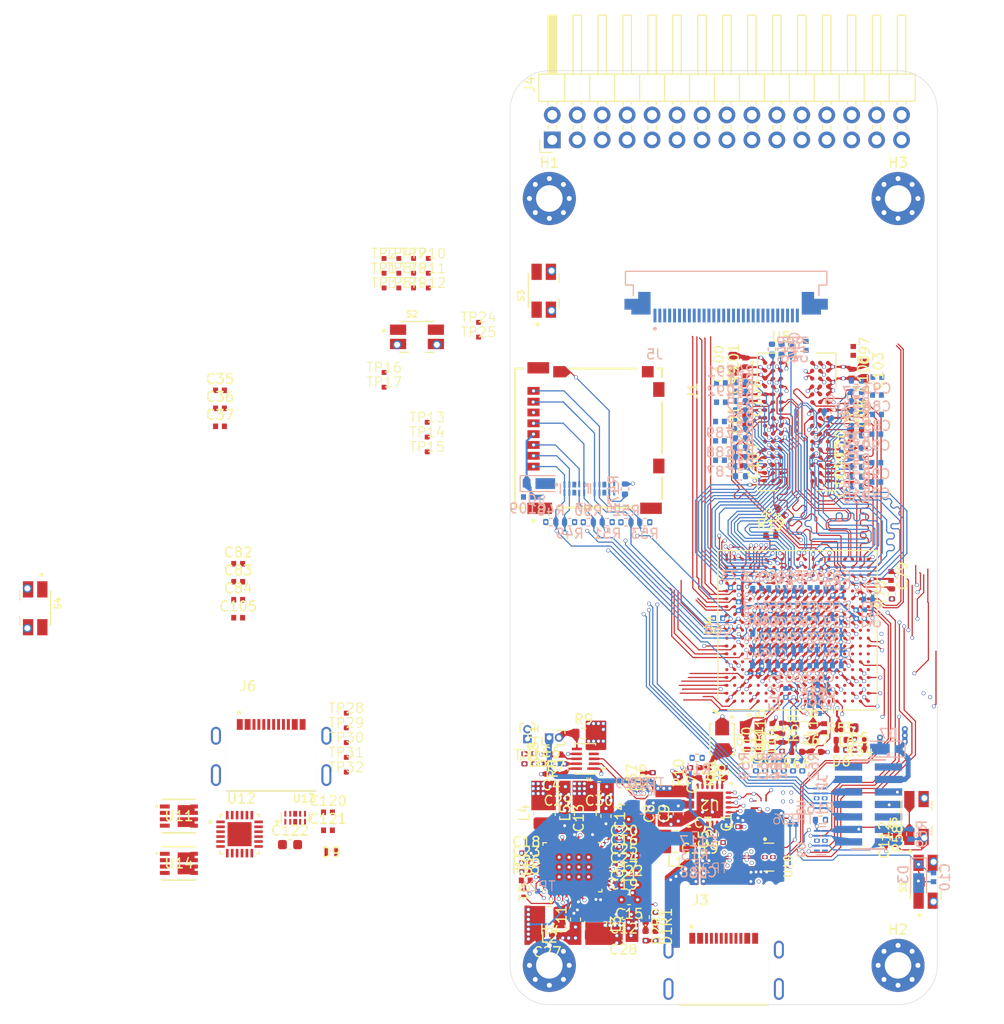
<source format=kicad_pcb>
(kicad_pcb (version 20241229) (generator "pcbnew") (generator_version "9.0")
  (layers (0 "F.Cu" signal "1L.Cu") (4 "In1.Cu" power "2L.Cu") (6 "In2.Cu" signal "3L.Cu") (8 "In3.Cu" power "4L.Cu") (10 "In4.Cu" mixed "5L.Cu") (2 "B.Cu" signal "6L.Cu") (13 "F.Paste" user) (15 "B.Paste" user) (5 "F.SilkS" user "F.Silkscreen") (7 "B.SilkS" user "B.Silkscreen") (1 "F.Mask" user) (3 "B.Mask" user) (25 "Edge.Cuts" user))
  (net 0 "")
  (net 1 "GND")
  (net 2 "VDD_USB")
  (net 3 "VDDA")
  (net 4 "3V3")
  (net 5 "VIN")
  (net 6 "VTT_DDR")
  (net 7 "VREF_DDR")
  (net 8 "VDD_DDR")
  (net 9 "VDD_CORE")
  (net 10 "VDD")
  (net 11 "/RCC_BOOT_RST_DEBUG/OSC_IN")
  (net 12 "NRST")
  (net 13 "+BATT")
  (net 14 "V_USB")
  (net 15 "/PWR/REGN")
  (net 16 "PWR_SW_WAKE_UP")
  (net 17 "SDMMC3_CMD")
  (net 18 "SDMMC3_D0")
  (net 19 "SDMMC3_D1")
  (net 20 "SDMMC3_D2")
  (net 21 "PWR_ON")
  (net 22 "/RCC_BOOT_RST_DEBUG/T_JTMS{slash}T_SWDIO")
  (net 23 "/RCC_BOOT_RST_DEBUG/T_JCLK{slash}T_SWCLK")
  (net 24 "/RCC_BOOT_RST_DEBUG/T_JTDO{slash}T_SWO")
  (net 25 "/RCC_BOOT_RST_DEBUG/T_JTDI{slash}NC")
  (net 26 "UART4_RX_STM")
  (net 27 "UART4_TX_STM")
  (net 28 "USB_D-")
  (net 29 "USB_D+")
  (net 30 "USB_CC2")
  (net 31 "USB_CC1")
  (net 32 "/DDR/DDR_A9")
  (net 33 "PMIC_PA0_WKUP_INTR")
  (net 34 "/DDR/DDR_DQ1")
  (net 35 "SDMMC1_D1")
  (net 36 "uSD_DETECT")
  (net 37 "/DDR/DDR_DQ4")
  (net 38 "/DDR/DDR_DQ12")
  (net 39 "/DDR/DDR_A7")
  (net 40 "/DDR/DDR_DQ7")
  (net 41 "/DDR/DDR_A5")
  (net 42 "/DDR/DDR_A4")
  (net 43 "/DDR/DDR_DQ8")
  (net 44 "SDMMC1_D0")
  (net 45 "/DDR/DDR_BA0")
  (net 46 "/DDR/DDR_A1")
  (net 47 "/DDR/DDR_A6")
  (net 48 "SDMMC1_D2")
  (net 49 "/DDR/DDR_DQ6")
  (net 50 "/DDR/DDR_WEN")
  (net 51 "/DDR/DDR_A14")
  (net 52 "/DDR/DDR_DQM0")
  (net 53 "/DDR/DDR_DQS1_P")
  (net 54 "/DDR/DDR_DQ11")
  (net 55 "/DDR/DDR_RASN")
  (net 56 "/DDR/DDR_A0")
  (net 57 "SYS_I2C4_SCL")
  (net 58 "/DDR/DDR_DQ2")
  (net 59 "/DDR/DDR_DQS0_P")
  (net 60 "/DDR/DDR_DQ9")
  (net 61 "/DDR/DDR_DQ10")
  (net 62 "/DDR/DDR_RESETN")
  (net 63 "/DDR/DDR_CSN")
  (net 64 "/DDR/DDR_DQ14")
  (net 65 "/DDR/DDR_A13")
  (net 66 "/DDR/DDR_DQ15")
  (net 67 "/DDR/DDR_DQS0_N")
  (net 68 "/DDR/DDR_CLK_N")
  (net 69 "/DDR/DDR_DQS1_N")
  (net 70 "/DDR/DDR_DQ3")
  (net 71 "/DDR/DDR_A10")
  (net 72 "/DDR/DDR_A3")
  (net 73 "SYS_I2C4_SDA")
  (net 74 "/DDR/DDR_CASN")
  (net 75 "/DDR/DDR_DQM1")
  (net 76 "SDMMC1_CMD")
  (net 77 "/DDR/DDR_A8")
  (net 78 "/DDR/DDR_ODT")
  (net 79 "/DDR/DDR_A12")
  (net 80 "/DDR/DDR_A11")
  (net 81 "SDMMC1_CK")
  (net 82 "/DDR/DDR_CLK_P")
  (net 83 "/DDR/DDR_BA2")
  (net 84 "/RCC_BOOT_RST_DEBUG/OSC_OUT")
  (net 85 "/DDR/DDR_DQ13")
  (net 86 "/DDR/DDR_DQ5")
  (net 87 "/DDR/DDR_CKE")
  (net 88 "/DDR/DDR_DQ0")
  (net 89 "/DDR/DDR_BA1")
  (net 90 "SDMMC1_D3")
  (net 91 "/DDR/DDR_A2")
  (net 92 "/PWR/BATT_T")
  (net 93 "BAT_FUEL_RSDTIO")
  (net 94 "BAT_FUEL_ALARM")
  (net 95 "PMIC_WAKEUP")
  (net 96 "CHRG_OTG_ON")
  (net 97 "SDMMC3_D3")
  (net 98 "SDMMC3_CK")
  (net 99 "UART8_TX_STM")
  (net 100 "UART8_RX_STM")
  (net 101 "UART8_CTS_STM")
  (net 102 "UART8_RTS_STM")
  (net 103 "Net-(BT1--)")
  (net 104 "Net-(U2-PMID)")
  (net 105 "Net-(C3-Pad1)")
  (net 106 "Net-(U2-BTST)")
  (net 107 "Net-(U1-VIN)")
  (net 108 "INTLDO")
  (net 109 "Net-(C8-Pad2)")
  (net 110 "Net-(U3-LDO1OUT)")
  (net 111 "Net-(U3-LDO2OUT)")
  (net 112 "Net-(U3-LDO6OUT)")
  (net 113 "Net-(U4A-VBAT)")
  (net 114 "Net-(U4A-VREF+)")
  (net 115 "Net-(U4A-VDD1V2_DSI_PHY)")
  (net 116 "Net-(U4A-VDDA1V1_REG)")
  (net 117 "Net-(U4A-VDDA1V8_DSI)")
  (net 118 "Net-(J1-VDD)")
  (net 119 "Net-(U4C-PC14)")
  (net 120 "Net-(U4C-PC15)")
  (net 121 "Net-(U4E-NRST_CORE)")
  (net 122 "Net-(Y2-Tri-State)")
  (net 123 "Net-(D5-A)")
  (net 124 "Net-(D5-K)")
  (net 125 "Net-(D6-A)")
  (net 126 "Net-(D6-K)")
  (net 127 "Net-(J1-SWITCH)")
  (net 130 "Net-(J2-Pad11)")
  (net 170 "DSI_D0_P")
  (net 173 "DSI_CK_P")
  (net 194 "/DDR/DDR_A15")
  (net 197 "Net-(U3-VLX1)")
  (net 198 "Net-(U3-VLX2)")
  (net 199 "DSI_D0_N")
  (net 200 "Net-(U3-VLX3)")
  (net 201 "Net-(U3-VLX4)")
  (net 202 "Net-(U2-STAT)")
  (net 203 "DSI_D1_N")
  (net 204 "Net-(U2-PG_N)")
  (net 205 "Net-(Q1-G)")
  (net 206 "Net-(U2-ILIM)")
  (net 207 "DSI_CK_N")
  (net 208 "Net-(U1-BATD{slash}CD)")
  (net 209 "Net-(U3-~{RST})")
  (net 210 "Net-(U4B-DDR_ZQ)")
  (net 211 "DSI_D2_P")
  (net 212 "Net-(U5-ZQ)")
  (net 213 "Net-(U4E-BOOT0)")
  (net 214 "Net-(U4E-BOOT1)")
  (net 215 "Net-(U4E-BOOT2)")
  (net 216 "Net-(Y2-VDD)")
  (net 217 "Net-(U4F-USB_RREF)")
  (net 224 "CHRG_INT")
  (net 227 "Net-(D1-K)")
  (net 228 "Net-(D2-K)")
  (net 229 "/MPU_PWR/VDDA")
  (net 238 "I2S2_SDO")
  (net 240 "I2S2_SDI")
  (net 242 "I2S2_WS")
  (net 243 "I2S2_CK")
  (net 245 "I2S3_SDO")
  (net 246 "I2S3_CK")
  (net 247 "I2S3_SDI")
  (net 248 "I2S3_WS")
  (net 249 "USB_M_D+")
  (net 250 "USB_M_D-")
  (net 251 "UART7_RX_STM")
  (net 252 "UART7_TX_STM")
  (net 253 "SYS_I2C6_SCL")
  (net 254 "SYS_I2C6_SDA")
  (net 255 "FDCAN2_TX")
  (net 256 "FDCAN2_RX")
  (net 257 "ETH1_MDIO")
  (net 258 "ETH1_TXD1")
  (net 259 "ETH1_RXD0")
  (net 260 "ETH1_CRS_DV")
  (net 261 "ETH1_TXD0")
  (net 262 "ETH1_TX_EN")
  (net 263 "ETH1_RXD1")
  (net 264 "ETH1_MDC")
  (net 265 "ETH1_REF_CLK")
  (net 266 "SPI5_SCK")
  (net 267 "SPI5_MISO")
  (net 268 "SPI5_MOSI")
  (net 269 "Net-(Q1-D)")
  (net 270 "CHRG_PSEL_OUT")
  (net 276 "Net-(U4B-DDR_ATO)")
  (net 277 "Net-(U4B-DDR_DTO1)")
  (net 278 "Net-(U4B-DDR_DTO0)")
  (net 279 "Net-(U4E-PWR_LP)")
  (net 319 "unconnected-(U4C-PD3-PadC6)")
  (footprint "lib:C_0402_small" (layer "F.Cu") (at 79.59 117.12 180)
    (property "Reference" "C16")
    (property "Value" "1uF")
  )
  (footprint "lib:XTAL_NX2012SA-32.768K-STD-MUB-1" (layer "F.Cu") (at 92.64 106.79)
    (property "Reference" "Y1")
    (property "Value" "NX2012SA-32.768K")
  )
  (footprint "lib:DIODE_ESDA7P120-1U1M_STM" (layer "F.Cu") (at 49.7782 119.5)
    (property "Reference" "D9")
    (property "Value" "ESDA7P120-1U1M")
  )
  (footprint "lib:ST_LFBGA-354_16x16mm_Layout19x19_P0.8mm" (layer "F.Cu") (at 97.2674 96.916585 90)
    (property "Reference" "U4")
    (property "Value" "STM32MP157FABx")
  )
  (footprint "lib:SW_EVQ-9P701P" (layer "F.Cu") (at 110.315 122.495 90)
    (property "Reference" "S1")
    (property "Value" "EVQ-9P701P")
  )
  (footprint "lib:C_0402_small" (layer "F.Cu") (at 40.32 93.81)
    (property "Reference" "C84")
    (property "Value" "100nF")
  )
  (footprint "Resistor_SMD:R_0402_1005Metric" (layer "F.Cu") (at 106.3 118.1 -90)
    (property "Reference" "R58")
    (property "Value" "10k")
  )
  (footprint "Capacitor_SMD:C_0603_1608Metric" (layer "F.Cu") (at 79.54 127.97 180)
    (property "Reference" "C28")
    (property "Value" "22uF")
  )
  (footprint "Capacitor_SMD:C_0603_1608Metric" (layer "F.Cu") (at 71.79 128.22 180)
    (property "Reference" "C27")
    (property "Value" "22uF")
  )
  (footprint "Capacitor_SMD:C_0603_1608Metric" (layer "F.Cu") (at 73.565 116.02 -90)
    (property "Reference" "C13")
    (property "Value" "10uF")
  )
  (footprint "lib:CSD23381F4" (layer "F.Cu") (at 69.4 123.6 -90)
    (property "Reference" "Q1")
    (property "Value" "CSD23381F4")
  )
  (footprint "lib:GCT_USB4510-03-1-A_REVA" (layer "F.Cu") (at 89.75 133.4)
    (property "Reference" "J3")
    (property "Value" "USB4510-03-1-A_REVA")
    (fp_line (start -4.62 1.6) (end -4.62 -4.6) (stroke (width 0.01)) (layer "Edge.Cuts"))
    (fp_line (start -3.82 -4.6) (end 3.82 -4.6) (stroke (width 0.01)) (layer "Edge.Cuts"))
    (fp_line (start 4.62 -4.6) (end 4.62 1.6) (stroke (width 0.01)) (layer "Edge.Cuts"))
    (fp_line (start 4.62 1.6) (end -4.62 1.6) (stroke (width 0.05)) (layer "Edge.Cuts"))
    (fp_arc (start -4.62 -4.6) (mid -4.540343 -4.86731) (end -4.295 -5) (stroke (width 0.01)) (layer "Edge.Cuts"))
    (fp_arc (start -4.295 -5) (mid -4.07451 -4.92731) (end -3.97 -4.72) (stroke (width 0.01)) (layer "Edge.Cuts"))
    (fp_arc (start -3.82 -4.6) (mid -3.919853 -4.628934) (end -3.97 -4.72) (stroke (width 0.01)) (layer "Edge.Cuts"))
    (fp_arc (start 3.97 -4.72) (mid 3.919853 -4.628934) (end 3.82 -4.6) (stroke (width 0.01)) (layer "Edge.Cuts"))
    (fp_arc (start 3.97 -4.72) (mid 4.07451 -4.92731) (end 4.295 -5) (stroke (width 0.01)) (layer "Edge.Cuts"))
    (fp_arc (start 4.295 -5) (mid 4.540343 -4.86731) (end 4.62 -4.6) (stroke (width 0.01)) (layer "Edge.Cuts"))
  )
  (footprint "lib:C_0402_small" (layer "F.Cu") (at 88.87 118.2 90)
    (property "Reference" "C5")
    (property "Value" "4.7uF")
  )
  (footprint "Capacitor_SMD:C_0603_1608Metric" (layer "F.Cu") (at 87.3 120.55)
    (property "Reference" "C119")
    (property "Value" "10uF")
  )
  (footprint "Resistor_SMD:R_0402_1005Metric" (layer "F.Cu") (at 81.56 111.91 90)
    (property "Reference" "R57")
    (property "Value" "4k7")
  )
  (footprint "LED_SMD:LED_0402_1005Metric" (layer "F.Cu") (at 82.8 128 -90)
    (property "Reference" "D1")
    (property "Value" "LED")
  )
  (footprint "Capacitor_SMD:C_0603_1608Metric" (layer "F.Cu") (at 83.61 115.55 90)
    (property "Reference" "C8")
    (property "Value" "10uF")
  )
  (footprint "Capacitor_SMD:C_0603_1608Metric" (layer "F.Cu") (at 80.115 124.32 180)
    (property "Reference" "C15")
    (property "Value" "10uF")
  )
  (footprint "lib:C_0402_small" (layer "F.Cu") (at 102.7674 70.816585 -90)
    (property "Reference" "C108")
    (property "Value" "100nF")
  )
  (footprint "lib:TP_0.5" (layer "F.Cu") (at 58.175 62.095)
    (property "Reference" "TP9")
    (property "Value" "TestPoint")
  )
  (footprint "lib:TP_0.5" (layer "F.Cu") (at 55.175 72.195)
    (property "Reference" "TP17")
    (property "Value" "TestPoint")
  )
  (footprint "lib:TP_0.5" (layer "F.Cu") (at 55.175 60.595)
    (property "Reference" "TP1")
    (property "Value" "TestPoint")
  )
  (footprint "Resistor_SMD:R_0402_1005Metric" (layer "F.Cu") (at 94.69 108.78 90)
    (property "Reference" "R65")
    (property "Value" "10k")
  )
  (footprint "lib:SIS309" (layer "F.Cu") (at 34.2892 115.814979)
    (property "Reference" "U11")
    (property "Value" "SIS903DN-T1-GE3")
  )
  (footprint "lib:C_0402_small" (layer "F.Cu") (at 40.32 91.98)
    (property "Reference" "C83")
    (property "Value" "100nF")
  )
  (footprint "lib:TP_0.5" (layer "F.Cu") (at 59.675 62.095)
    (property "Reference" "TP12")
    (property "Value" "TestPoint")
  )
  (footprint "lib:C_0402_small" (layer "F.Cu") (at 69.655 121.4925)
    (property "Reference" "C26")
    (property "Value" "4.7uF")
  )
  (footprint "lib:C_0402_small" (layer "F.Cu") (at 79.59 121.62 180)
    (property "Reference" "C19")
    (property "Value" "1uF")
  )
  (footprint "lib:C_0402_small" (layer "F.Cu") (at 95.69 108.77 90)
    (property "Reference" "C114")
    (property "Value" "6.8pF")
  )
  (footprint "lib:C_0402_small" (layer "F.Cu") (at 94.69 106.87 90)
    (property "Reference" "C115")
    (property "Value" "10nF")
  )
  (footprint "Resistor_SMD:R_0402_1005Metric" (layer "F.Cu") (at 103.2674 76.516585)
    (property "Reference" "R18")
    (property "Value" "240")
  )
  (footprint "lib:C_0402_small" (layer "F.Cu") (at 91.94 69.67 90)
    (property "Reference" "C101")
    (property "Value" "100nF")
  )
  (footprint "lib:C_0402_small" (layer "F.Cu") (at 79.59 118.92 180)
    (property "Reference" "C24")
    (property "Value" "4.7uF")
  )
  (footprint "lib:C_0402_small" (layer "F.Cu") (at 102.7674 79.716585 90)
    (property "Reference" "C102")
    (property "Value" "100nF")
  )
  (footprint "lib:C_0402_small" (layer "F.Cu") (at 38.47 74.34)
    (property "Reference" "C36")
    (property "Value" "1uF")
  )
  (footprint "lib:TP_0.5" (layer "F.Cu") (at 56.675 62.095)
    (property "Reference" "TP6")
    (property "Value" "TestPoint")
  )
  (footprint "lib:C_0402_small" (layer "F.Cu") (at 72.19 111.53 180)
    (property "Reference" "C4")
    (property "Value" "220nF")
  )
  (footprint "Resistor_SMD:R_0402_1005Metric" (layer "F.Cu") (at 89.85 111.39 90)
    (property "Reference" "R3")
    (property "Value" "10k")
  )
  (footprint "LED_SMD:LED_0402_1005Metric" (layer "F.Cu") (at 101.715 109.07 180)
    (property "Reference" "D6")
    (property "Value" "LED_R")
  )
  (footprint "lib:TP_0.5" (layer "F.Cu") (at 64.795 67.095)
    (property "Reference" "TP25")
    (property "Value" "TestPoint")
  )
  (footprint "lib:C_0402_small" (layer "F.Cu") (at 107.25 118.25 90)
    (property "Reference" "C112")
    (property "Value" "10nF")
  )
  (footprint "Inductor_SMD:L_1008_2520Metric" (layer "F.Cu") (at 71.49 115.495 90)
    (property "Reference" "L4")
    (property "Value" "1uH")
  )
  (footprint "lib:C_0402_small" (layer "F.Cu") (at 91.94 71.49 90)
    (property "Reference" "C99")
    (property "Value" "100nF")
  )
  (footprint "lib:TP_0.5" (layer "F.Cu") (at 51.3279 105.3445)
    (property "Reference" "TP28")
    (property "Value" "TestPoint")
  )
  (footprint "lib:SW_EVQ-9P701P" (layer "F.Cu") (at 19.66 94.68 -90)
    (property "Reference" "S4")
    (property "Value" "EVQ-9P701P")
  )
  (footprint "lib:C_0402_small" (layer "F.Cu") (at 93.29 108.61 90)
    (property "Reference" "C110")
    (property "Value" "6.8pF")
  )
  (footprint "lib:C_0402_small" (layer "F.Cu") (at 89.69 118.05 90)
    (property "Reference" "C2")
    (property "Value" "10uF")
  )
  (footprint "lib:TP_0.5" (layer "F.Cu") (at 55.175 70.695)
    (property "Reference" "TP16")
    (property "Value" "TestPoint")
  )
  (footprint "lib:QFN40P600X500X80-45N" (layer "F.Cu") (at 74.355 121.02 90)
    (property "Reference" "U3")
    (property "Value" "STPMIC1APQR")
  )
  (footprint "lib:C_0402_small" (layer "F.Cu") (at 69.655 119.5925)
    (property "Reference" "C18")
    (property "Value" "4.7uF")
  )
  (footprint "lib:C_0402_small" (layer "F.Cu") (at 87.66 117.65)
    (property "Reference" "C3")
    (property "Value" "47nF")
  )
  (footprint "Inductor_SMD:L_1008_2520Metric" (layer "F.Cu") (at 76.715 126.795 -90)
    (property "Reference" "L3")
    (property "Value" "1uH")
  )
  (footprint "lib:QFN50P400X400X100-25N" (layer "F.Cu") (at 40.4629 117.6545)
    (property "Reference" "U12")
    (property "Value" "STUSB1600AQTR")
  )
  (footprint "Connector_PinHeader_1.00mm:PinHeader_1x02_P1.00mm_Vertical" (layer "F.Cu") (at 71.98 107.83 90)
    (property "Reference" "BT1")
    (property "Value" "Battery_Cell")
  )
  (footprint "lib:C_0402_small" (layer "F.Cu") (at 102.7674 77.916585 90)
    (property "Reference" "C80")
    (property "Value" "100nF")
  )
  (footprint "lib:C_0402_small" (layer "F.Cu") (at 92.09 108.57 -90)
    (property "Reference" "C111")
    (property "Value" "6.8pF")
  )
  (footprint "Resistor_SMD:R_0402_1005Metric" (layer "F.Cu") (at 82.53 111.91 90)
    (property "Reference" "R56")
    (property "Value" "4k7")
  )
  (footprint "lib:TP_0.5" (layer "F.Cu") (at 56.675 60.595)
    (property "Reference" "TP5")
    (property "Value" "TestPoint")
  )
  (footprint "lib:TP_0.5" (layer "F.Cu") (at 55.175 59.095)
    (property "Reference" "TP2")
    (property "Value" "TestPoint")
  )
  (footprint "lib:TP_0.5" (layer "F.Cu") (at 59.675 60.595)
    (property "Reference" "TP11")
    (property "Value" "TestPoint")
  )
  (footprint "lib:C_0402_small" (layer "F.Cu") (at 38.47 72.51)
    (property "Reference" "C35")
    (property "Value" "1uF")
  )
  (footprint "lib:C_0402_small" (layer "F.Cu") (at 79.59 118.02 180)
    (property "Reference" "C25")
    (property "Value" "4.7uF")
  )
  (footprint "Resistor_SMD:R_0402_1005Metric" (layer "F.Cu") (at 94.55 87.32)
    (property "Reference" "R17")
    (property "Value" "240")
  )
  (footprint "lib:C_0402_small" (layer "F.Cu") (at 91.92 75.542828 90)
    (property "Reference" "C81")
    (property "Value" "100nF")
  )
  (footprint "lib:C_0402_small" (layer "F.Cu") (at 102.94 68.5 -90)
    (property "Reference" "C97")
    (property "Value" "1uF")
  )
  (footprint "Capacitor_SMD:C_0603_1608Metric" (layer "F.Cu") (at 85.13 112.59 -90)
    (property "Reference" "C7")
    (property "Value" "10uF")
  )
  (footprint "lib:C_0402_small" (layer "F.Cu") (at 69.6 122.35)
    (property "Reference" "R15")
    (property "Value" "1M")
  )
  (footprint "Inductor_SMD:L_1008_2520Metric" (layer "F.Cu") (at 71.965 126.12 180)
    (property "Reference" "L2")
    (property "Value" "1uH")
  )
  (footprint "lib:TP_0.5" (layer "F.Cu") (at 59.565 75.765)
    (property "Reference" "TP13")
    (property "Value" "TestPoint")
  )
  (footprint "lib:GCT_MEM2090-00-145-00-A_REVA" (layer "F.Cu") (at 68.52 77.365 -90)
    (property "Reference" "J1")
    (property "Value" "MEM2090-00-145-00-A_REVA")
  )
  (footprint "lib:TP_0.5" (layer "F.Cu") (at 58.175 59.095)
    (property "Reference" "TP7")
    (property "Value" "TestPoint")
  )
  (footprint "lib:TP_0.5" (layer "F.Cu") (at 64.795 65.595)
    (property "Reference" "TP24")
    (property "Value" "TestPoint")
  )
  (footprint "MountingHole:MountingHole_2.7mm_M2.5_Pad_Via" (layer "F.Cu") (at 72 131)
    (property "Reference" "H4")
    (property "Value" "MountingHole_Pad")
  )
  (footprint "lib:TP_0.5" (layer "F.Cu") (at 51.3279 108.3445)
    (property "Reference" "TP30")
    (property "Value" "TestPoint")
  )
  (footprint "lib:CAPCP3225X100N" (layer "F.Cu") (at 89.59 108.0025 -90)
    (property "Reference" "C71")
    (property "Value" "CPH3225A")
  )
  (footprint "lib:C_0402_small" (layer "F.Cu") (at 40.32 90.15)
    (property "Reference" "C82")
    (property "Value" "1uF")
  )
  (footprint "Inductor_SMD:L_1008_2520Metric" (layer "F.Cu") (at 84.83 118.4 180)
    (property "Reference" "L1")
    (property "Value" "1uH")
  )
  (footprint "Resistor_SMD:R_0402_1005Metric" (layer "F.Cu") (at 72.64 109.56 180)
    (property "Reference" "R7")
    (property "Value" "1k")
  )
  (footprint "lib:C_0402_small" (layer "F.Cu") (at 40.32 95.64)
    (property "Reference" "C105")
    (property "Value" "100nF")
  )
  (footprint "Resistor_SMD:R_0402_1005Metric" (layer "F.Cu") (at 99.1 109.29)
    (property "Reference" "R67")
    (property "Value" "1k")
  )
  (footprint "lib:C_0402_small" (layer "F.Cu") (at 91.2 116.45 90)
    (property "Reference" "C1")
    (property "Value" "1uF")
  )
  (footprint "lib:GCT_USB4510-03-1-A_REVA" (layer "F.Cu") (at 43.6829 111.6445)
    (property "Reference" "J6")
    (property "Value" "USB4510-03-1-A_REVA")
    (fp_line (start -4.62 1.6) (end -4.62 -4.6) (stroke (width 0.01)) (layer "Edge.Cuts"))
    (fp_line (start -3.82 -4.6) (end 3.82 -4.6) (stroke (width 0.01)) (layer "Edge.Cuts"))
    (fp_line (start 4.62 -4.6) (end 4.62 1.6) (stroke (width 0.01)) (layer "Edge.Cuts"))
    (fp_line (start 4.62 1.6) (end -4.62 1.6) (stroke (width 0.05)) (layer "Edge.Cuts"))
    (fp_arc (start -4.62 -4.6) (mid -4.540343 -4.86731) (end -4.295 -5) (stroke (width 0.01)) (layer "Edge.Cuts"))
    (fp_arc (start -4.295 -5) (mid -4.07451 -4.92731) (end -3.97 -4.72) (stroke (width 0.01)) (layer "Edge.Cuts"))
    (fp_arc (start -3.82 -4.6) (mid -3.919853 -4.628934) (end -3.97 -4.72) (stroke (width 0.01)) (layer "Edge.Cuts"))
    (fp_arc (start 3.97 -4.72) (mid 3.919853 -4.628934) (end 3.82 -4.6) (stroke (width 0.01)) (layer "Edge.Cuts"))
    (fp_arc (start 3.97 -4.72) (mid 4.07451 -4.92731) (end 4.295 -5) (stroke (width 0.01)) (layer "Edge.Cuts"))
    (fp_arc (start 4.295 -5) (mid 4.540343 -4.86731) (end 4.62 -4.6) (stroke (width 0.01)) (layer "Edge.Cuts"))
  )
  (footprint "lib:TP_0.5" (layer "F.Cu") (at 59.675 59.095)
    (property "Reference" "TP10")
    (property "Value" "TestPoint")
  )
  (footprint "lib:C_0402_small" (layer "F.Cu") (at 91.94 73.31 -90)
    (property "Reference" "C106")
    (property "Value" "100nF")
  )
  (footprint "Capacitor_SMD:C_0603_1608Metric" (layer "F.Cu") (at 90.69 69.82 90)
    (property "Reference" "C100")
    (property "Value" "10uF")
  )
  (footprint "lib:TP_0.5" (layer "F.Cu") (at 59.565 77.265)
    (property "Reference" "TP14")
    (property "Value" "TestPoint")
  )
  (footprint "Resistor_SMD:R_0402_1005Metric" (layer "F.Cu") (at 73.51 111.01 90)
    (property "Reference" "R8")
    (property "Value" "1k")
  )
  (footprint "lib:TP_0.5" (layer "F.Cu") (at 56.675 59.095)
    (property "Reference" "TP4")
    (property "Value" "TestPoint")
  )
  (footprint "Capacitor_SMD:C_0603_1608Metric" (layer "F.Cu") (at 79.565 125.82 180)
    (property "Reference" "C12")
    (property "Value" "10uF")
  )
  (footprint "Capacitor_SMD:C_0603_1608Metric" (layer "F.Cu") (at 74.665 126.32 90)
    (property "Reference" "C11")
    (property "Value" "10uF")
  )
  (footprint "lib:C_0402_small" (layer "F.Cu") (at 79.59 119.82 180)
    (property "Reference" "C17")
    (property "Value" "1uF")
  )
  (footprint "Capacitor_SMD:C_0603_1608Metric" (layer "F.Cu") (at 77.065 112.82 180)
    (property "Reference" "C30")
    (property "Value" "22uF")
  )
  (footprint "lib:SW_EVQ-9P701P" (layer "F.Cu") (at 58.525 67.07)
    (property "Reference" "S2")
    (property "Value" "EVQ-9P701P")
  )
  (footprint "Capacitor_SMD:C_0603_1608Metric" (layer "F.Cu") (at 77.765 115.82 -90)
    (property "Reference" "C14")
    (property "Value" "10uF")
  )
  (footprint "lib:SW_EVQ-9P701P" (layer "F.Cu") (at 109.375 116.0125 90)
    (property "Reference" "S5")
    (property "Value" "EVQ-9P701P")
  )
  (footprint "MountingHole:MountingHole_2.7mm_M2.5_Pad_Via" (layer "F.Cu") (at 107.5 131)
    (property "Reference" "H2")
    (property "Value" "MountingHole_Pad")
  )
  (footprint "lib:SW_EVQ-9P701P" (layer "F.Cu") (at 71.43 62.38 90)
    (property "Reference" "S3")
    (property "Value" "EVQ-9P701P")
  )
  (footprint "lib:C_0402_small" (layer "F.Cu") (at 102.7684 74.89 -90)
    (property "Reference" "C98")
    (property "Value" "100nF")
  )
  (footprint "lib:C_0402_small" (layer "F.Cu") (at 49.4629 117.2595)
    (property "Reference" "C121")
    (property "Value" "100nF")
  )
  (footprint "Resistor_SMD:R_0402_1005Metric" (layer "F.Cu") (at 106.87 93.22 90)
    (property "Reference" "R70")
    (property "Value" "3k")
  )
  (footprint "Capacitor_SMD:C_0603_1608Metric" (layer "F.Cu") (at 104.0674 70.516585 -90)
    (property "Reference" "C103")
    (property "Value" "10uF")
  )
  (footprint "lib:SIS309" (layer "F.Cu") (at 34.2892 120.624979)
    (property "Reference" "U14")
    (property "Value" "SIS903DN-T1-GE3")
  )
  (footprint "lib:C_0402_small" (layer "F.Cu") (at 79.59 116.145 180)
    (property "Reference" "C20")
    (property "Value" "4.7uF")
  )
  (footprint "Connector_PinHeader_1.00mm:PinHeader_1x02_P1.00mm_Vertical" (layer "F.Cu") (at 69.77 107.98 180)
    (property "Reference" "TH1")
    (property "Value" "Thermistor")
  )
  (footprint "MountingHole:MountingHole_2.7mm_M2.5_Pad_Via" (layer "F.Cu") (at 72 53)
    (property "Reference" "H1")
    (property "Value" "MountingHole_Pad")
  )
  (footprint "lib:C_0402_small" (layer "F.Cu") (at 38.47 76.17)
    (property "Reference" "C37")
    (property "Value" "1uF")
  )
  (footprint "lib:TP_0.5" (layer "F.Cu") (at 51.3279 106.8445)
    (property "Reference" "TP29")
    (property "Value" "TestPoint")
  )
  (footprint "Capacitor_SMD:C_0603_1608Metric" (layer "F.Cu") (at 80.115 122.82)
    (property "Reference" "C22")
    (property "Value" "10uF")
  )
  (footprint "Resistor_SMD:R_0402_1005Metric" (layer "F.Cu") (at 101.71 108.07)
    (property "Reference" "R55")
    (property "Value" "~")
  )
  (footprint "Inductor_SMD:L_1008_2520Metric" (layer "F.Cu") (at 75.665 115.495 90)
    (property "Reference" "L5")
    (property "Value" "1uH")
  )
  (footprint "lib:C_0402_small" (layer "F.Cu") (at 106.79 91.39 -90)
    (property "Reference" "C79")
    (property "Value" "100nF")
  )
  (footprint "lib:TP_0.5" (layer "F.Cu") (at 59.565 78.765)
    (property "Reference" "TP15")
    (property "Value" "TestPoint")
  )
  (footprint "Resistor_SMD:R_0402_1005Metric" (layer "F.Cu") (at 69.47 109.99 -90)
    (property "Reference" "R5")
    (property "Value" "10k")
  )
  (footprint "Connector_PinHeader_2.54mm:PinHeader_2x15_P2.54mm_Horizontal" (layer "F.Cu") (at 72.3 47.04 90)
    (property "Reference" "J4")
    (property "Value" "Conn_02x15_Odd_Even")
  )
  (footprint "Capacitor_SMD:C_0603_1608Metric" (layer "F.Cu") (at 85.13 115.555 90)
    (property "Reference" "C9")
    (property "Value" "10uF")
  )
  (footprint "lib:C_0402_small" (layer "F.Cu") (at 72.18 110.49)
    (property "Reference" "C6")
    (property "Value" "1uF")
  )
  (footprint "Capacitor_SMD:C_0603_1608Metric" (layer "F.Cu") (at 72.865 112.82 180)
    (property "Reference" "C29")
    (property "Value" "22uF")
  )
  (footprint "lib:TP_0.5" (layer "F.Cu") (at 51.3279 111.3445)
    (property "Reference" "TP32")
    (property "Value" "TestPoint")
  )
  (footprint "Inductor_SMD:L_0603_1608Metric" (layer "F.Cu") (at 102.252499 106.84 180)
    (property "Reference" "L6")
    (property "Value" "1uH")
  )
  (footprint "Oscillator:Oscillator_SMD_ECS_2520MV-xxx-xx-4Pin_2.5x2.0mm" (layer "F.Cu") (at 97.915 107.315 90)
    (property "Reference" "Y2")
    (property "Value" "ECS-2520MVQ-240")
  )
  (footprint "lib:IC_HSP051-4M10" (layer "F.Cu") (at 94.35 119.99 -90)
    (property "Reference" "U10")
    (property "Value" "HSP051-4M10")
  )
  (footprint "Resistor_SMD:R_0402_1005Metric" (layer "F.Cu") (at 88.24 111.41 -90)
    (property "Reference" "R6")
    (property "Value" "317")
  )
  (footprint "lib:C_0402_small" (layer "F.Cu") (at 100 106.87 90)
    (property "Reference" "C116")
    (property "Value" "6.8pF")
  )
  (footprint "LED_SMD:LED_0402_1005Metric" (layer "F.Cu") (at 81.8 128 -90)
    (property "Reference" "D2")
    (property "Value" "LED")
  )
  (footprint "lib:C_0402_small" (layer "F.Cu") (at 49.4629 115.4295)
    (property "Reference" "C120")
    (property "Value" "100pF")
  )
  (footprint "lib:BGA96C80P9X16_1400X800X120" (layer "F.Cu") (at 97.1674 75.716585)
    (property "Reference" "U5")
    (property "Value" "MT41K256M16TW-107_P")
  )
  (footprint "LED_SMD:LED_0402_1005Metric" (layer "F.Cu") (at 103.585 109.05)
    (property "Reference" "D5")
    (property "Value" "LED_B")
  )
  (footprint "Resistor_SMD:R_0402_1005Metric" (layer "F.Cu") (at 82.8 126.1 -90)
    (property "Reference" "R1")
    (property "Value" "1k")
  )
  (footprint "Resistor_SMD:R_0402_1005Metric" (layer "F.Cu") (at 86.34 111.4 90)
    (property "Reference" "R10")
    (property "Value" "5k25")
  )
  (footprint "lib:C_0402_small" (layer "F.Cu") (at 102.7674 81.516585 90)
    (property "Reference" "C104")
    (property "Value" "100nF")
  )
  (footprint "lib:C_0402_small" (layer "F.Cu") (at 91.64 79.72 -90)
    (property "Reference" "C107")
    (property "Value" "100nF")
  )
  (footprint "lib:TP_0.5" (layer "F.Cu") (at 58.175 60.595)
    (property "Reference" "TP8")
    (property "Value" "TestPoint")
  )
  (footprint "Resistor_SMD:R_0402_1005Metric" (layer "F.Cu") (at 70.45 109.99 -90)
    (property "Reference" "R4")
    (property "Value" "10k")
  )
  (footprint "Resistor_SMD:R_0603_1608Metric" (layer "F.Cu") (at 75.495 107.4)
    (property "Reference" "R9")
    (property "Value" "10m")
  )
  (footprint "MountingHole:MountingHole_2.7mm_M2.5_Pad_Via" (layer "F.Cu") (at 107.5 53)
    (property "Reference" "H3")
    (property "Value" "MountingHole_Pad")
  )
  (footprint "lib:SON50P300X200X60-10N" (layer "F.Cu") (at 75.66 109.99 180)
    (property "Reference" "U1")
    (property "Value" "STC3115IQT")
  )
  (footprint "Resistor_SMD:R_0402_1005Metric" (layer "F.Cu") (at 95.69 106.88 -90)
    (property "Reference" "R68")
    (property "Value" "10")
  )
  (footprint "Capacitor_SMD:C_0603_1608Metric" (layer "F.Cu") (at 45.6029 118.7195)
    (property "Reference" "C122")
    (property "Value" "10uF")
  )
  (footprint "Resistor_SMD:R_0402_1005Metric" (layer "F.Cu") (at 81.8 126.1 -90)
    (property "Reference" "R2")
    (property "Value" "1k")
  )
  (footprint "lib:BQ24298" (layer "F.Cu") (at 88.34 114.68 180)
    (property "Reference" "U2")
    (property "Value" "BQ24298RTWR")
  )
  (footprint "lib:TP_0.5" (layer "F.Cu") (at 55.175 62.095)
    (property "Reference" "TP3")
    (property "Value" "TestPoint")
  )
  (footprint "Resistor_SMD:R_0402_1005Metric" (layer "F.Cu") (at 87.24 111.4 -90)
    (property "Reference" "R11")
    (property "Value" "31k23")
  )
  (footprint "lib:C_0402_small" (layer "F.Cu") (at 69.655 120.5925)
    (property "Reference" "C23")
    (property "Value" "4.7uF")
  )
  (footprint "lib:IC_HSP051-4M10" (layer "F.Cu") (at 46.1259 115.9895)
    (property "Reference" "U13")
    (property "Value" "HSP051-4M10")
  )
  (footprint "Resistor_SMD:R_0402_1005Metric" (layer "F.Cu") (at 103.59 108.05 180)
    (property "Reference" "R54")
    (property "Value" "~")
  )
  (footprint "lib:C_0402_small" (layer "F.Cu") (at 79.59 120.72 180)
    (property "Reference" "C21")
    (property "Value" "4.7uF")
  )
  (footprint "lib:TP_0.5" (layer "F.Cu") (at 51.3279 109.8445)
    (property "Reference" "TP31")
    (property "Value" "TestPoint")
  )
  (footprint "Resistor_SMD:R_0402_1005Metric" (layer "F.Cu") (at 95.65 84.87 135)
    (property "Reference" "R21")
    (property "Value" "10k")
  )
  (footprint "Resistor_SMD:R_0402_1005Metric" (layer "F.Cu") (at 97.18 109.29 180)
    (property "Reference" "R66")
    (property "Value" "0")
  )
  (footprint "Resistor_SMD:R_0402_1005Metric" (layer "B.Cu") (at 103.28 74.59)
    (property "Reference" "R23")
    (property "Value" "56")
  )
  (footprint "NetTie:NetTie-2_SMD_Pad0.5mm" (layer "B.Cu") (at 70.78 83.375)
    (property "Reference" "NT1" (hide yes))
    (property "Value" "NetTie_2" (hide yes))
  )
  (footprint "lib:TP_0.5" (layer "B.Cu") (at 80.47 112.959293 180)
    (property "Reference" "TP19")
    (property "Value" "TestPoint")
  )
  (footprint "Resistor_SMD:R_0402_1005Metric" (layer "B.Cu") (at 91.462601 75.493415 180)
    (property "Reference" "R22")
    (property "Value" "56")
  )
  (footprint "Resistor_SMD:R_0402_1005Metric" (layer "B.Cu") (at 99.6 116.2 180)
    (property "Reference" "R16")
    (property "Value" "0")
  )
  (footprint "lib:C_0402_small" (layer "B.Cu") (at 89.47 71.75 180)
    (property "Reference" "C91")
    (property "Value" "100nF")
  )
  (footprint "Resistor_SMD:R_0805_2012Metric" (layer "B.Cu") (at 81.4675 114.87 180)
    (property "Reference" "R12")
    (property "Value" "0")
  )
  (footprint "Resistor_SMD:R_0402_1005Metric" (layer "B.Cu") (at 93.03 110.71 -90)
    (property "Reference" "R59")
    (property "Value" "10k")
  )
  (footprint "Diode_SMD:D_MicroSMP_KA" (layer "B.Cu") (at 109.59 121.75 -90)
    (property "Reference" "D3")
    (property "Value" "MSP3V3-M3/89A")
  )
  (footprint "lib:C_0402_small" (layer "B.Cu") (at 89.37 75.68)
    (property "Reference" "C89")
    (property "Value" "100nF")
  )
  (footprint "lib:C_0402_small" (layer "B.Cu") (at 94.81 95.71 180)
    (property "Reference" "C54")
    (property "Value" "1uF")
  )
  (footprint "lib:C_0402_small" (layer "B.Cu") (at 101.3 95.7 180)
    (property "Reference" "C55")
    (property "Value" "1uF")
  )
  (footprint "lib:C_0402_small" (layer "B.Cu") (at 94.8 98.92 180)
    (property "Reference" "C52")
    (property "Value" "1uF")
  )
  (footprint "Resistor_SMD:R_0805_2012Metric" (layer "B.Cu") (at 86.8 118.14)
    (property "Reference" "R13")
    (property "Value" "0")
  )
  (footprint "lib:C_0402_small" (layer "B.Cu") (at 105.2874 76.966585)
    (property "Reference" "C90")
    (property "Value" "100nF")
  )
  (footprint "lib:IC_HSP051-4M10" (layer "B.Cu") (at 99.619 114.01 -90)
    (property "Reference" "U8")
    (property "Value" "HSP051-4M10")
  )
  (footprint "lib:C_0402_small" (layer "B.Cu") (at 99.76 102.96)
    (property "Reference" "C66")
    (property "Value" "100nF")
  )
  (footprint "lib:IC_HSP051-4M10" (layer "B.Cu") (at 99.65 118.32 -90)
    (property "Reference" "U9")
    (property "Value" "HSP051-4M10")
  )
  (footprint "lib:AMPHENOL_SFV30R-4STBE1HLF" (layer "B.Cu") (at 90 62.5)
    (property "Reference" "J5")
    (property "Value" "SFV30R-4STBE1HLF")
  )
  (footprint "lib:C_0402_small" (layer "B.Cu") (at 98.12 67.98 -90)
    (property "Reference" "C94")
    (property "Value" "100nF")
  )
  (footprint "lib:SAMTEC_FTSH-107-01-L-DV-K-A" (layer "B.Cu") (at 104.49 114.63 -90)
    (property "Reference" "J2")
    (property "Value" "FTSH-107-01-L-DV-K-A")
  )
  (footprint "lib:C_0402_small" (layer "B.Cu") (at 94.79 92.62 180)
    (property "Reference" "C60")
    (property "Value" "1uF")
  )
  (footprint "lib:TP_0.5" (layer "B.Cu") (at 88.36 121.63 180)
    (property "Reference" "TP23")
    (property "Value" "TestPoint")
  )
  (footprint "Resistor_SMD:R_0402_1005Metric" (layer "B.Cu") (at 103.2674 82.291585)
    (property "Reference" "R30")
    (property "Value" "56")
  )
  (footprint "lib:C_0402_small" (layer "B.Cu") (at 87.16 120.37)
    (property "Reference" "C118")
    (property "Value" "100nF")
  )
  (footprint "Resistor_SMD:R_0402_1005Metric" (layer "B.Cu") (at 79.8 85.925 180)
    (property "Reference" "R52")
    (property "Value" "47k")
  )
  (footprint "Resistor_SMD:R_0402_1005Metric" (layer "B.Cu") (at 91.462601 72.643415 180)
    (property "Reference" "R41")
    (property "Value" "56")
  )
  (footprint "Resistor_SMD:R_0402_1005Metric" (layer "B.Cu") (at 91.462601 77.393415 180)
    (property "Reference" "R24")
    (property "Value" "56")
  )
  (footprint "lib:C_0402_small" (layer "B.Cu") (at 98.97 104.55 180)
    (property "Reference" "C78")
    (property "Value" "100nF")
  )
  (footprint "Resistor_SMD:R_0402_1005Metric" (layer "B.Cu") (at 103.2574 71.516585)
    (property "Reference" "R37")
    (property "Value" "56")
  )
  (footprint "Diode_SMD:D_MicroSMP_KA" (layer "B.Cu") (at 70.71 81.995)
    (property "Reference" "D4")
    (property "Value" "MSP3V3-M3/89A")
  )
  (footprint "Resistor_SMD:R_0402_1005Metric" (layer "B.Cu") (at 100.34 75.01 135)
    (property "Reference" "R19")
    (property "Value" "100")
  )
  (footprint "lib:C_0402_small" (layer "B.Cu") (at 105.2874 81.836585)
    (property "Reference" "C95")
    (property "Value" "100nF")
  )
  (footprint "lib:C_0402_small" (layer "B.Cu") (at 101.33 93.425 180)
    (property "Reference" "C64")
    (property "Value" "1nF")
  )
  (footprint "lib:C_0402_small" (layer "B.Cu") (at 90.88 92.565 180)
    (property "Reference" "C73")
    (property "Value" "2.2uF")
  )
  (footprint "lib:C_0402_small" (layer "B.Cu") (at 99.68 95.7 180)
    (property "Reference" "C40")
    (property "Value" "1uF")
  )
  (footprint "Resistor_SMD:R_0402_1005Metric" (layer "B.Cu") (at 97.75 110.71 90)
    (property "Reference" "R62")
    (property "Value" "10k")
  )
  (footprint "Resistor_SMD:R_0402_1005Metric" (layer "B.Cu") (at 103.2674 77.09)
    (property "Reference" "R39")
    (property "Value" "56")
  )
  (footprint "lib:C_0402_small" (layer "B.Cu") (at 69.82 83.355)
    (property "Reference" "C109")
    (property "Value" "4.7uF")
  )
  (footprint "lib:C_0402_small" (layer "B.Cu") (at 105.2874 79.866585)
    (property "Reference" "C96")
    (property "Value" "100nF")
  )
  (footprint "Resistor_SMD:R_0402_1005Metric" (layer "B.Cu") (at 103.27 72.67)
    (property "Reference" "R34")
    (property "Value" "56")
  )
  (footprint "Resistor_SMD:R_0402_1005Metric" (layer "B.Cu") (at 108.75 117.65 90)
    (property "Reference" "R69")
    (property "Value" "100")
  )
  (footprint "lib:C_0402_small" (layer "B.Cu") (at 98.06 95.7 180)
    (property "Reference" "C51")
    (property "Value" "1uF")
  )
  (footprint "lib:C_0402_small" (layer "B.Cu") (at 104.46 93.845 180)
    (property "Reference" "C74")
    (property "Value" "1uF")
  )
  (footprint "Resistor_SMD:R_0402_1005Metric" (layer "B.Cu") (at 103.27 73.62)
    (property "Reference" "R32")
    (property "Value" "56")
  )
  (footprint "Resistor_SMD:R_0402_1005Metric" (layer "B.Cu") (at 93.97 110.71 90)
    (property "Reference" "R64")
    (property "Value" "10k")
  )
  (footprint "lib:C_0402_small" (layer "B.Cu") (at 111.11 122.04 90)
    (property "Reference" "C10")
    (property "Value" "10nF")
  )
  (footprint "lib:IC_HSP051-4M10" (layer "B.Cu") (at 77.6015 82.505)
    (property "Reference" "U6")
    (property "Value" "HSP051-4M10")
  )
  (footprint "lib:IC_HSP051-4M10" (layer "B.Cu") (at 74.54 82.505)
    (property "Reference" "U7")
    (property "Value" "HSP051-4M10")
  )
  (footprint "lib:C_0402_small" (layer "B.Cu") (at 96.47 93.415 180)
    (property "Reference" "C63")
    (property "Value" "1nF")
  )
  (footprint "lib:C_0402_small" (layer "B.Cu") (at 93.14 98.92 180)
    (property "Reference" "C44")
    (property "Value" "1uF")
  )
  (footprint "lib:C_0402_small" (layer "B.Cu") (at 104.06 95.285 90)
    (property "Reference" "C75")
    (property "Value" "2.2uF")
  )
  (footprint "lib:C_0402_small" (layer "B.Cu") (at 96.42 100.52)
    (property "Reference" "C31")
    (property "Value" "1uF")
  )
  (footprint "lib:TP_0.5" (layer "B.Cu") (at 70.8 123.45 180)
    (property "Reference" "TP21")
    (property "Value" "TestPoint")
  )
  (footprint "Resistor_SMD:R_0402_1005Metric" (layer "B.Cu") (at 103.2674 80.316585)
    (property "Reference" "R26")
    (property "Value" "56")
  )
  (footprint "lib:C_0402_small" (layer "B.Cu") (at 94.06 94.895)
    (property "Reference" "C38")
    (property "Value" "1uF")
  )
  (footprint "Resistor_SMD:R_0402_1005Metric" (layer "B.Cu") (at 77.89 85.915)
    (property "Reference" "R51")
    (property "Value" "47k")
  )
  (footprint "Resistor_SMD:R_0402_1005Metric" (layer "B.Cu") (at 95.87 110.71 -90)
    (property "Reference" "R63")
    (property "Value" "10k")
  )
  (footprint "lib:C_0402_small" (layer "B.Cu") (at 96.43 97.31 180)
    (property "Reference" "C50")
    (property "Value" "1uF")
  )
  (footprint "lib:C_0402_small" (layer "B.Cu") (at 89.18 95.68)
    (property "Reference" "C68")
    (property "Value" "1uF")
  )
  (footprint "Resistor_SMD:R_0402_1005Metric" (layer "B.Cu") (at 103.26 78.38)
    (property "Reference" "R43")
    (property "Value" "56")
  )
  (footprint "lib:C_0402_small" (layer "B.Cu") (at 89.47 73.72 180)
    (property "Reference" "C92")
    (property "Value" "100nF")
  )
  (footprint "Resistor_SMD:R_0402_1005Metric" (layer "B.Cu") (at 91.462601 73.593415 180)
    (property "Reference" "R40")
    (property "Value" "56")
  )
  (footprint "lib:C_0402_small" (layer "B.Cu") (at 101.33 92.6 180)
    (property "Reference" "C61")
    (property "Value" "1nF")
  )
  (footprint "lib:C_0402_small" (layer "B.Cu") (at 89.37 77.65)
    (property "Reference" "C88")
    (property "Value" "100nF")
  )
  (footprint "Resistor_SMD:R_0402_1005Metric" (layer "B.Cu") (at 91.462601 81.243415 180)
    (property "Reference" "R35")
    (property "Value" "56")
  )
  (footprint "Resistor_SMD:R_0402_1005Metric" (layer "B.Cu") (at 101.8 78.14 90)
    (property "Reference" "R20")
    (property "Value" "10k")
  )
  (footprint "lib:C_0402_small" (layer "B.Cu") (at 103.25 95.285 90)
    (property "Reference" "C77")
    (property "Value" "2.2uF")
  )
  (footprint "lib:TP_0.5" (layer "B.Cu") (at 81.18 112.958293 180)
    (property "Reference" "TP20")
    (property "Value" "TestPoint")
  )
  (footprint "lib:C_0402_small" (layer "B.Cu") (at 101.32 97.31 180)
    (property "Reference" "C39")
    (property "Value" "1uF")
  )
  (footprint "lib:DIODE_ESDA7P120-1U1M_STM" (layer "B.Cu") (at 87.17 121.63 180)
    (property "Reference" "D8")
    (property "Value" "ESDA7P120-1U1M")
  )
  (footprint "lib:C_0402_small" (layer "B.Cu") (at 98.06 100.52)
    (property "Reference" "C69")
    (property "Value" "1uF")
  )
  (footprint "lib:C_0402_small" (layer "B.Cu") (at 96.47 92.6 180)
    (property "Reference" "C59")
    (property "Value" "1uF")
  )
  (footprint "Resistor_SMD:R_0402_1005Metric" (layer "B.Cu") (at 74.06 85.915)
    (property "Reference" "R49")
    (property "Value" "47k")
  )
  (footprint "Resistor_SMD:R_0402_1005Metric" (layer "B.Cu") (at 81.71 85.925)
    (property "Reference" "R53")
    (property "Value" "47k")
  )
  (footprint "lib:C_0402_small" (layer "B.Cu") (at 99.64 100.52)
    (property "Reference" "C67")
    (property "Value" "1uF")
  )
  (footprint "Resistor_SMD:R_0402_1005Metric" (layer "B.Cu") (at 91.462601 76.443415 180)
    (property "Reference" "R25")
    (property "Value" "56")
  )
  (footprint "lib:TP_0.5" (layer "B.Cu") (at 81.89 112.959293 180)
    (property "Reference" "TP18")
    (property "Value" "TestPoint")
  )
  (footprint "lib:C_0402_small" (layer "B.Cu") (at 87.16 119.53 180)
    (property "Reference" "C117")
    (property "Value" "100pF")
  )
  (footprint "Resistor_SMD:R_0402_1005Metric" (layer "B.Cu") (at 75.97 85.925 180)
    (property "Reference" "R50")
    (property "Value" "47k")
  )
  (footprint "lib:C_0402_small" (layer "B.Cu") (at 99.69 97.31)
    (property "Reference" "C70")
    (property "Value" "1uF")
  )
  (footprint "lib:C_0402_small" (layer "B.Cu") (at 94.81 97.31 180)
    (property "Reference" "C49")
    (property "Value" "1uF")
  )
  (footprint "Resistor_SMD:R_0402_1005Metric" (layer "B.Cu") (at 79.7 82.55 -90)
    (property "Reference" "R47")
    (property "Value" "0")
  )
  (footprint "Resistor_SMD:R_0402_1005Metric" (layer "B.Cu") (at 103.2774 81.301585)
    (property "Reference" "R28")
    (property "Value" "56")
  )
  (footprint "Resistor_SMD:R_0402_1005Metric" (layer "B.Cu") (at 94.92 110.71 -90)
    (property "Reference" "R60")
    (property "Value" "10k")
  )
  (footprint "Resistor_SMD:R_0402_1005Metric" (layer "B.Cu") (at 91.482599 79.293415 180)
    (property "Reference" "R31")
    (property "Value" "56")
  )
  (footprint "lib:C_0402_small" (layer "B.Cu") (at 99.71 98.91 180)
    (property "Reference" "C33")
    (property "Value" "1uF")
  )
  (footprint "lib:C_0402_small" (layer "B.Cu") (at 98.06 97.31 180)
    (property "Reference" "C43")
    (property "Value" "1uF")
  )
  (footprint "lib:C_0402_small" (layer "B.Cu") (at 105.3574 72.986585)
    (property "Reference" "C86")
    (property "Value" "100nF")
  )
  (footprint "lib:C_0402_small" (layer "B.Cu") (at 89.37 79.62)
    (property "Reference" "C87")
    (property "Value" "100nF")
  )
  (footprint "lib:C_0402_small" (layer "B.Cu") (at 105.3874 71.166585)
    (property "Reference" "C93")
    (property "Value" "100nF")
  )
  (footprint "lib:C_0402_small" (layer "B.Cu") (at 98.96 103.74 180)
    (property "Reference" "C72")
    (property "Value" "1uF")
  )
  (footprint "Resistor_SMD:R_0402_1005Metric" (layer "B.Cu") (at 91.462601 74.543415 180)
    (property "Reference" "R38")
    (property "Value" "56")
  )
  (footprint "Resistor_SMD:R_0402_1005Metric" (layer "B.Cu") (at 96.615 68.330001 90)
    (property "Reference" "R45")
    (property "Value" "56")
  )
  (footprint "lib:C_0402_small" (layer "B.Cu") (at 93.15 95.71 180)
    (property "Reference" "C47")
    (property "Value" "1uF")
  )
  (footprint "Resistor_SMD:R_0402_1005Metric" (layer "B.Cu") (at 72.15 85.905 180)
    (property "Reference" "R48")
    (property "Value" "47k")
  )
  (footprint "Resistor_SMD:R_0402_1005Metric" (layer "B.Cu") (at 91.462601 78.343415 180)
    (property "Reference" "R27")
    (property "Value" "56")
  )
  (footprint "Resistor_SMD:R_0402_1005Metric" (layer "B.Cu") (at 91.462601 71.693415 180)
    (property "Reference" "R42")
    (property "Value" "56")
  )
  (footprint "lib:C_0402_small" (layer "B.Cu") (at 93.16 92.675 180)
    (property "Reference" "C62")
    (property "Value" "1nF")
  )
  (footprint "lib:C_0402_small" (layer "B.Cu") (at 99.76 102.14)
    (property "Reference" "C65")
    (property "Value" "1uF")
  )
  (footprint "Resistor_SMD:R_0402_1005Metric" (layer "B.Cu") (at 87.05 109.9)
    (property "Reference" "R14")
    (property "Value" "330")
  )
  (footprint "lib:C_0402_small" (layer "B.Cu") (at 96.42 98.92 180)
    (property "Reference" "C48")
    (property "Value" "1uF")
  )
  (footprint "lib:C_0402_small" (layer "B.Cu") (at 93.15 97.31 180)
    (property "Reference" "C46")
    (property "Value" "1uF")
  )
  (footprint "lib:C_0402_small" (layer "B.Cu") (at 96.08 103.28 -90)
    (property "Reference" "C113")
    (property "Value" "10nF")
  )
  (footprint "lib:C_0402_small" (layer "B.Cu") (at 99.71 92.6 180)
    (property "Reference" "C57")
    (property "Value" "1uF")
  )
  (footprint "lib:C_0402_small" (layer "B.Cu") (at 101.27 100.52 180)
    (property "Reference" "C34")
    (property "Value" "1uF")
  )
  (footprint "Diode_SMD:D_MicroSMP_KA" (layer "B.Cu") (at 106.53 109 180)
    (property "Reference" "D7")
    (property "Value" "MSP3V3-M3/89A")
  )
  (footprint "Resistor_SMD:R_0402_1005Metric" (layer "B.Cu") (at 103.2674 76.136585)
    (property "Reference" "R33")
    (property "Value" "56")
  )
  (footprint "lib:TP_0.5" (layer "B.Cu") (at 99.49 105.38 180)
    (property "Reference" "TP22")
    (property "Value" "TestPoint")
  )
  (footprint "lib:C_0402_small" (layer "B.Cu") (at 101.34 98.91 180)
    (property "Reference" "C32")
    (property "Value" "1uF")
  )
  (footprint "lib:C_0402_small" (layer "B.Cu") (at 98.86 94.875)
    (property "Reference" "C56")
    (property "Value" "1uF")
  )
  (footprint "Resistor_SMD:R_0402_1005Metric" (layer "B.Cu") (at 95.64 68.330001 90)
    (property "Reference" "R44")
    (property "Value" "56")
  )
  (footprint "lib:C_0402_small" (layer "B.Cu") (at 105.3574 74.956585)
    (property "Reference" "C85")
    (property "Value" "100nF")
  )
  (footprint "Resistor_SMD:R_0402_1005Metric" (layer "B.Cu") (at 96.81 110.71 -90)
    (property "Reference" "R61")
    (property "Value" "10k")
  )
  (footprint "lib:C_0402_small" (layer "B.Cu") (at 91.25 94.465 90)
    (property "Reference" "C76")
    (property "Value" "1uF")
  )
  (footprint "lib:C_0402_small" (layer "B.Cu") (at 96.43 95.7 180)
    (property "Reference" "C42")
    (property "Value" "1uF")
  )
  (footprint "lib:TP_0.5" (layer "B.Cu") (at 96.5 116.65 180)
    (property "Reference" "TP26")
    (property "Value" "TestPoint")
  )
  (footprint "lib:C_0402_small" (layer "B.Cu") (at 98.09 92.6 180)
    (property "Reference" "C58")
    (property "Value" "1uF")
  )
  (footprint "Resistor_SMD:R_0402_1005Metric" (layer "B.Cu") (at 94.665 68.330001 90)
    (property "Reference" "R46")
    (property "Value" "56")
  )
  (footprint "lib:C_0402_small" (layer "B.Cu") (at 93.14 100.52 180)
    (property "Reference" "C41")
    (property "Value" "1uF")
  )
  (footprint "lib:TP_0.5" (layer "B.Cu") (at 97.1 116.65 180)
    (property "Reference" "TP27")
    (property "Value" "TestPoint")
  )
  (footprint "Resistor_SMD:R_0402_1005Metric" (layer "B.Cu") (at 103.2674 79.366585)
    (property "Reference" "R36")
    (property "Value" "56")
  )
  (footprint "lib:C_0402_small" (layer "B.Cu") (at 98.06 98.91 180)
    (property "Reference" "C53")
    (property "Value" "1uF")
  )
  (footprint "lib:C_0402_small" (layer "B.Cu") (at 94.8 100.52 180)
    (property "Reference" "C45")
    (property "Value" "1uF")
  )
  (footprint "Resistor_SMD:R_0402_1005Metric" (layer "B.Cu") (at 91.462601 80.243415 180)
    (property "Reference" "R29")
    (property "Value" "56")
  )
  (gr_line (start 111.5 131) (end 111.5 44) (stroke (width 0.05)) (layer "Edge.Cuts"))
  (gr_arc (start 107.5 40) (mid 110.328427 41.171573) (end 111.5 44) (stroke (width 0.05)) (layer "Edge.Cuts"))
  (gr_arc (start 111.5 131) (mid 110.328427 133.828427) (end 107.5 135) (stroke (width 0.05)) (layer "Edge.Cuts"))
  (gr_arc (start 68 44) (mid 69.171573 41.171573) (end 72 40) (stroke (width 0.05)) (layer "Edge.Cuts"))
  (gr_line (start 107.5 40) (end 72 40) (stroke (width 0.05)) (layer "Edge.Cuts"))
  (gr_line (start 68 44) (end 68 131) (stroke (width 0.05)) (layer "Edge.Cuts"))
  (gr_arc (start 72 135) (mid 69.171573 133.828427) (end 68 131) (stroke (width 0.05)) (layer "Edge.Cuts"))
  (gr_line (start 107.5 135) (end 72 135) (stroke (width 0.05)) (layer "Edge.Cuts"))
  (segment (start 94.07 114.008) (end 94.064 114.014) (width 0.15) (layer "F.Cu") (net 0))
  (segment (start 94.58 113.17) (end 94.57 113.17) (width 0.15) (layer "F.Cu") (net 0))
  (segment (start 93.556 116.7622) (end 94.064 116.7622) (width 0.15) (layer "F.Cu") (net 0))
  (segment (start 94.07 113.67) (end 94.07 114.008) (width 0.15) (layer "F.Cu") (net 0))
  (segment (start 94.064 114.014) (end 94.064 114.2778) (width 0.15) (layer "F.Cu") (net 0))
  (segment (start 94.064 116.7622) (end 94.064 117.276) (width 0.15) (layer "F.Cu") (net 0))
  (segment (start 94.064 117.276) (end 93.84 117.5) (width 0.15) (layer "F.Cu") (net 0))
  (segment (start 94.57 113.17) (end 94.07 113.67) (width 0.15) (layer "F.Cu") (net 0))
  (via (at 94.58 113.17) (size 0.4) (drill 0.3) (layers "F.Cu" "B.Cu") (net 0))
  (segment (start 95.6674 92.916585) (end 95.266993 93.316993) (width 0.2) (layer "F.Cu") (net 1))
  (segment (start 101.2674 100.116585) (end 100.4674 100.916585) (width 0.2) (layer "F.Cu") (net 1))
  (segment (start 93.25 109.02) (end 93.29 109.06) (width 0.1184) (layer "F.Cu") (net 1))
  (segment (start 98.451993 99.731993) (end 97.2674 100.916585) (width 0.2) (layer "F.Cu") (net 1))
  (segment (start 101.2674 93.716585) (end 101.656993 93.326993) (width 0.2) (layer "F.Cu") (net 1))
  (segment (start 73.755 118.585) (end 73.755 120.42) (width 0.2) (layer "F.Cu") (net 1))
  (segment (start 96.866992 99.716992) (end 98.0674 98.516585) (width 0.2) (layer "F.Cu") (net 1))
  (segment (start 99.6674 93.716585) (end 98.481993 94.901993) (width 0.2) (layer "F.Cu") (net 1))
  (segment (start 91.31 93.955) (end 91.6674 93.955) (width 0.2) (layer "F.Cu") (net 1))
  (segment (start 101.2674 98.516585) (end 100.051993 99.731993) (width 0.2) (layer "F.Cu") (net 1))
  (segment (start 103.235815 94.885) (end 103.6674 95.316585) (width 0.2) (layer "F.Cu") (net 1))
  (segment (start 93.35 72.916585) (end 92.026585 72.916585) (width 0.2) (layer "F.Cu") (net 1))
  (segment (start 91.3 92.545) (end 91.31 92.545) (width 0.2) (layer "F.Cu") (net 1))
  (segment (start 92.6 98.7) (end 92.4674 98.5674) (width 0.2) (layer "F.Cu") (net 1))
  (segment (start 107.25 118.7) (end 107.8 119.25) (width 0.1184) (layer "F.Cu") (net 1))
  (segment (start 102.8674 91.316585) (end 102.8674 91.3174) (width 0.1184) (layer "F.Cu") (net 1))
  (segment (start 102.661815 74.516585) (end 102.7684 74.41) (width 0.3) (layer "F.Cu") (net 1))
  (segment (start 102.113415 74.516585) (end 101 74.516585) (width 0.2) (layer "F.Cu") (net 1))
  (segment (start 94.7674 76.116585) (end 94.7674 76.1226) (width 0.1184) (layer "F.Cu") (net 1))
  (segment (start 74.155 123.455) (end 74.155 121.22) (width 0.2) (layer "F.Cu") (net 1))
  (segment (start 103.6674 92.916585) (end 103.6674 92.9524) (width 0.2) (layer "F.Cu") (net 1))
  (segment (start 102.8674 98.516585) (end 102.863415 98.516585) (width 0.2) (layer "F.Cu") (net 1))
  (segment (start 103.721585 95.316585) (end 103.6674 95.316585) (width 0.1184) (layer "F.Cu") (net 1))
  (segment (start 92.4674 100.916585) (end 92.463415 100.916585) (width 0.2) (layer "F.Cu") (net 1))
  (segment (start 99.5674 72.1674) (end 99.5674 72.116585) (width 0.2) (layer "F.Cu") (net 1))
  (segment (start 100.051993 99.731993) (end 98.0674 101.716585) (width 0.2) (layer "F.Cu") (net 1))
  (segment (start 104.0674 69.741585) (end 103.4724 70.336585) (width 0.3) (layer "F.Cu") (net 1))
  (segment (start 95.276992 96.506992) (end 94.8674 96.916585) (width 0.2) (layer "F.Cu") (net 1))
  (segment (start 101.315 81.815) (end 101.82 81.815) (width 0.2) (layer "F.Cu") (net 1))
  (segment (start 98.486993 96.496993) (end 97.2674 97.716585) (width 0.2) (layer "F.Cu") (net 1))
  (segment (start 95.286992 98.096992) (end 95.6674 97.716585) (width 0.2) (layer "F.Cu") (net 1))
  (segment (start 91.286993 102.896993) (end 90.456993 103.726993) (width 0.2) (layer "F.Cu") (net 1))
  (segment (start 93.42 74.516585) (end 92.91 74.516585) (width 0.2) (layer "F.Cu") (net 1))
  (segment (start 101.2674 96.916585) (end 98.451993 99.731993) (width 0.2) (layer "F.Cu") (net 1))
  (segment (start 90.0674 88.9974) (end 90.05 88.98) (width 0.2) (layer "F.Cu") (net 1))
  (segment (start 102.8674 94.5424) (end 102.8674 94.516585) (width 0.2) (layer "F.Cu") (net 1))
  (segment (start 71.42 121.62) (end 73.755 121.62) (width 0.2) (layer "F.Cu") (net 1))
  (segment (start 88.24 110.4525) (end 89.59 109.1025) (width 0.2) (layer "F.Cu") (net 1))
  (segment (start 103.271992 93.311992) (end 102.8674 93.716585) (width 0.2) (layer "F.Cu") (net 1))
  (segment (start 91.36 92.495) (end 91.6674 92.495) (width 0.2) (layer "F.Cu") (net 1))
  (segment (start 92.7 109.02) (end 93.25 109.02) (width 0.1184) (layer "F.Cu") (net 1))
  (segment (start 100.041992 93.341992) (end 99.6674 93.716585) (width 0.2) (layer "F.Cu") (net 1))
  (segment (start 93.643985 80.44) (end 93.9674 80.116585) (width 0.15) (layer "F.Cu") (net 1))
  (segment (start 102.550815 70.12) (end 102.7674 70.336585) (width 0.2) (layer "F.Cu") (net 1))
  (segment (start 103.21 94.885) (end 102.8674 94.5424) (width 0.2) (layer "F.Cu") (net 1))
  (segment (start 99.17 72.52) (end 99.566585 72.916585) (width 0.2) (layer "F.Cu") (net 1))
  (segment (start 91.6674 93.315) (end 91.29 93.315) (width 0.2) (layer "F.Cu") (net 1))
  (segment (start 71.17 111.53) (end 71.15 111.55) (width 0.3) (layer "F.Cu") (net 1))
  (segment (start 101 74.516585) (end 100.3674 74.516585) (width 0.2) (layer "F.Cu") (net 1))
  (segment (start 93.9674 81.716585) (end 93.926585 81.716585) (width 0.15) (layer "F.Cu") (net 1))
  (segment (start 95.5674 70.516585) (end 95.5674 70.4974) (width 0.2) (layer "F.Cu") (net 1))
  (segment (start 98.84 108.04) (end 98.03 108.04) (width 0.2) (layer "F.Cu") (net 1))
  (segment (start 93.666993 93.316993) (end 93.2674 93.716585) (width 0.2) (layer "F.Cu") (net 1))
  (segment (start 92.463415 100.916585) (end 92.08 101.3) (width 0.2) (layer "F.Cu") (net 1))
  (segment (start 99.5674 76.0874) (end 99.1808 75.7008) (width 0.15) (layer "F.Cu") (net 1))
  (segment (start 95.301992 94.881992) (end 96.4674 93.716585) (width 0.2) (layer "F.Cu") (net 1))
  (segment (start 99.6674 101.716585) (end 99.716585 101.716585) (width 0.2) (layer "F.Cu") (net 1))
  (segment (start 100.3674 69.716585) (end 100.436585 69.716585) (width 0.2) (layer "F.Cu") (net 1))
  (segment (start 92.5678 115.52) (end 93.81 115.52) (width 0.2) (layer "F.Cu") (net 1))
  (segment (start 85.115 111.815) (end 85.13 111.815) (width 0.3) (layer "F.Cu") (net 1))
  (segment (start 93.14 98.7) (end 92.6 98.7) (width 0.2) (layer "F.Cu") (net 1))
  (segment (start 92.9 81.69) (end 93.78 81.69) (width 0.2) (layer "F.Cu") (net 1))
  (segment (start 103.4724 70.336585) (end 102.7674 70.336585) (width 0.3) (layer "F.Cu") (net 1))
  (segment (start 93.2674 98.516585) (end 93.666992 98.116992) (width 0.2) (layer "F.Cu") (net 1))
  (segment (start 99.1808 75.7008) (end 99.1808 75.2) (width 0.15) (layer "F.Cu") (net 1))
  (segment (start 92.366585 75.06) (end 92.91 74.516585) (width 0.2) (layer "F.Cu") (net 1))
  (segment (start 104.83 89.45) (end 104.91 89.45) (width 0.1184) (layer "F.Cu") (net 1))
  (segment (start 100.370815 78.52) (end 101.683986 78.52) (width 0.2) (layer "F.Cu") (net 1))
  (segment (start 91.31 92.545) (end 91.36 92.495) (width 0.2) (layer "F.Cu") (net 1))
  (segment (start 91.64 79.24) (end 93.05 79.24) (width 0.3) (layer "F.Cu") (net 1))
  (segment (start 92.079493 102.104493) (end 91.286993 102.896993) (width 0.2) (layer "F.Cu") (net 1))
  (segment (start 98.8674 102.516585) (end 98.853415 102.516585) (width 0.2) (layer "F.Cu") (net 1))
  (segment (start 72.955 118.585) (end 72.955 119.62) (width 0.2) (layer "F.Cu") (net 1))
  (segment (start 99.566585 72.916585) (end 99.5674 72.916585) (width 0.2) (layer "F.Cu") (net 1))
  (segment (start 91.6674 95.316585) (end 91.6674 95.3174) (width 0.2) (layer "F.Cu") (net 1))
  (segment (start 98.486992 98.096992) (end 98.0674 98.516585) (width 0.2) (layer "F.Cu") (net 1))
  (segment (start 93.52 70.15) (end 93.5 70.15) (width 0.2) (layer "F.Cu") (net 1))
  (segment (start 94.8674 101.716585) (end 94.876585 101.716585) (width 0.2) (layer "F.Cu") (net 1))
  (segment (start 102.8674 100.0974) (end 102.48 99.71) (width 0.2) (layer "F.Cu") (net 1))
  (segment (start 90.7575 109.1025) (end 90.76 109.1) (width 0.2) (layer "F.Cu") (net 1))
  (segment (start 93.773415 78.516585) (end 93.26 79.03) (width 0.3) (layer "F.Cu") (net 1))
  (segment (start 100.516585 100.916585) (end 100.89 101.29) (width 0.2) (layer "F.Cu") (net 1))
  (segment (start 91.26 94.06) (end 91.26 94.005) (width 0.2) (layer "F.Cu") (net 1))
  (segment (start 95.06 86.79) (end 94.79 86.52) (width 0.1184) (layer "F.Cu") (net 1))
  (segment (start 101.2674 100.916585) (end 101.263415 100.916585) (width 0.2) (layer "F.Cu") (net 1))
  (segment (start 110.1 117.2) (end 110.1 117.9375) (width 0.1184) (layer "F.Cu") (net 1))
  (segment (start 94.876585 101.716585) (end 95.27 102.11) (width 0.2) (layer "F.Cu") (net 1))
  (segment (start 91.85 116.9) (end 91.2 116.9) (width 0.3) (layer "F.Cu") (net 1))
  (segment (start 97.2674 103.316585) (end 96.865408 102.914592) (width 0.2) (layer "F.Cu") (net 1))
  (segment (start 99.5674 74.6026) (end 99.5674 74.516585) (width 0.15) (layer "F.Cu") (net 1))
  (segment (start 91.26 94.005) (end 91.31 93.955) (width 0.2) (layer "F.Cu") (net 1))
  (segment (start 91.6674 95.3174) (end 92.01 95.66) (width 0.2) (layer "F.Cu") (net 1))
  (segment (start 95.08 106.03) (end 94.69 106.42) (width 0.2) (layer "F.Cu") (net 1))
  (segment (start 99.5674 74.516585) (end 100.3674 74.516585) (width 0.15) (layer "F.Cu") (net 1))
  (segment (start 88.24 110.9) (end 88.24 110.4525) (width 0.2) (layer "F.Cu") (net 1))
  (segment (start 101.926585 80.196585) (end 102.7674 80.196585) (width 0.2) (layer "F.Cu") (net 1))
  (segment (start 102.585815 81.815) (end 102.7674 81.996585) (width 0.2) (layer "F.Cu") (net 1))
  (segment (start 71.16 110.49) (end 71.15 110.5) (width 0.3) (layer "F.Cu") (net 1))
  (segment (start 107.8 119.25) (end 109.85 119.25) (width 0.1184) (layer "F.Cu") (net 1))
  (segment (start 93.886585 70.516585) (end 93.52 70.15) (width 0.2) (layer "F.Cu") (net 1))
  (segment (start 101.661993 93.321993) (end 102.0674 92.916585) (width 0.2) (layer "F.Cu") (net 1))
  (segment (start 94.7674 76.1226) (end 94.36 76.53) (width 0.1184) (layer "F.Cu") (net 1))
  (segment (start 94.0674 92.916585) (end 93.666993 93.316993) (width 0.2) (layer "F.Cu") (net 1))
  (segment (start 101.71 80.09) (end 100.393985 80.09) (width 0.2) (layer "F.Cu") (net 1))
  (segment (start 90.876585 100.116585) (end 91.27 100.51) (width 0.2) (layer "F.Cu") (net 1))
  (segment (start 74.155 121.22) (end 74.355 121.02) (width 0.2) (layer "F.Cu") (net 1))
  (segment (start 91.6674 91.316585) (end 91.6674 92.495) (width 0.2) (layer "F.Cu") (net 1))
  (segment (start 95.06 87.32) (end 95.06 86.79) (width 0.1184) (layer "F.Cu") (net 1))
  (segment (start 91.6674 94.875) (end 91.6674 95.316585) (width 0.2) (layer "F.Cu") (net 1))
  (segment (start 101.2674 95.316585) (end 98.486992 98.096992) (width 0.2) (layer "F.Cu") (net 1))
  (segment (start 99.18 75.1992) (end 99.18 74.99) (width 0.15) (layer "F.Cu") (net 1))
  (segment (start 100.926585 73.716585) (end 100.3674 73.716585) (width 0.2) (layer "F.Cu") (net 1))
  (segment (start 100.393985 80.09) (end 100.3674 80.116585) (width 0.2) (layer "F.Cu") (net 1))
  (segment (start 101.89 80.16) (end 101.926585 80.196585) (width 0.2) (layer "F.Cu") (net 1))
  (segment (start 100.33 109.29) (end 100.35 109.31) (width 0.2) (layer "F.Cu") (net 1))
  (segment (start 98.853415 102.516585) (end 98.46 102.91) (width 0.2) (layer "F.Cu") (net 1))
  (segment (start 93.2674 100.116585) (end 95.286992 98.096992) (width 0.2) (layer "F.Cu") (net 1))
  (segment (start 84.495 123.62) (end 84.495 122.865) (width 0.3) (layer "F.Cu") (net 1))
  (segment (start 86.8525 122.4075) (end 86.915 122.47) (width 0.3) (layer "F.Cu") (net 1))
  (segment (start 101.786993 78.416993) (end 102.7674 77.436585) (width 0.2) (layer "F.Cu") (net 1))
  (segment (start 100.94 73.73) (end 100.926585 73.716585) (width 0.2) (layer "F.Cu") (net 1))
  (segment (start 95.08 105.78) (end 95.08 106.03) (width 0.2) (layer "F.Cu") (net 1))
  (segment (start 93.78 81.69) (end 93.84 81.63) (width 0.2) (layer "F.Cu") (net 1))
  (segment (start 93.45 80.44) (end 93.643985 80.44) (width 0.15) (layer "F.Cu") (net 1))
  (segment (start 94.846585 103.316585) (end 94.44 102.91) (width 0.2) (layer "F.Cu") (net 1))
  (segment (start 100.84 70.12) (end 101.92 70.12) (width 0.2) (layer "F.Cu") (net 1))
  (segment (start 100.3674 78.516585) (end 100.370815 78.52) (width 0.3) (layer "F.Cu") (net 1))
  (segment (start 94.773415 76.116585) (end 94.7674 76.116585) (width 0.1184) (layer "F.Cu") (net 1))
  (segment (start 93.2674 101.716585) (end 92.4674 100.916585) (width 0.2) (layer "F.Cu") (net 1))
  (segment (start 101.78 80.16) (end 101.743415 80.196585) (width 0.2) (layer "F.Cu") (net 1))
  (segment (start 98.87 108.04) (end 98.84 108.04) (width 0.2) (layer "F.Cu") (net 1))
  (segment (start 93.9674 74.516585) (end 93.42 74.516585) (width 0.2) (layer "F.Cu") (net 1))
  (segment (start 92 75.06) (end 92.366585 75.06) (width 0.2) (layer "F.Cu") (net 1))
  (segment (start 72.955 119.62) (end 73.1675 119.8325) (width 0.2) (layer "F.Cu") (net 1))
  (segment (start 100.041992 93.341992) (end 100.4674 92.916585) (width 0.2) (layer "F.Cu") (net 1))
  (segment (start 89.59 109.1025) (end 90.7575 109.1025) (width 0.2) (layer "F.Cu") (net 1))
  (segment (start 95.254492 99.729492) (end 96.881992 98.101992) (width 0.2) (layer "F.Cu") (net 1))
  (segment (start 95.266993 93.316993) (end 94.8674 93.716585) (width 0.2) (layer "F.Cu") (net 1))
  (segment (start 93.666992 98.116992) (end 94.8674 96.916585) (width 0.2) (layer "F.Cu") (net 1))
  (segment (start 91.6674 93.955) (end 91.6674 94.875) (width 0.2) (layer "F.Cu") (net 1))
  (segment (start 96.090407 101.339593) (end 95.6674 100.916585) (width 0.2) (layer "F.Cu") (net 1))
  (segment (start 99.61 109.29) (end 100.33 109.29) (width 0.2) (layer "F.Cu") (net 1))
  (segment (start 110.175 118.925) (end 110.175 118.0375) (width 0.1184) (layer "F.Cu") (net 1))
  (segment (start 99.2148 72.52) (end 99.5674 72.1674) (width 0.2) (layer "F.Cu") (net 1))
  (segment (start 101.2674 93.716585) (end 98.486993 96.496993) (width 0.2) (layer "F.Cu") (net 1))
  (segment (start 84.52 111.22) (end 85.115 111.815) (width 0.3) (layer "F.Cu") (net 1))
  (segment (start 92.866993 103.716993) (end 93.2674 103.316585) (width 0.2) (layer "F.Cu") (net 1))
  (segment (start 96.4674 101.716585) (end 96.090407 101.339593) (width 0.2) (layer "F.Cu") (net 1))
  (segment (start 101.216585 81.716585) (end 101.315 81.815) (width 0.2) (layer "F.Cu") (net 1))
  (segment (start 91.115 70.595) (end 91.56 70.15) (width 0.3) (layer "F.Cu") (net 1))
  (segment (start 93.2674 98.516585) (end 93.2674 98.5726) (width 0.2) (layer "F.Cu") (net 1))
  (segment (start 91.6674 92.495) (end 91.6674 93.315) (width 0.2) (layer "F.Cu") (net 1))
  (segment (start 101.656993 93.326993) (end 101.661993 93.321993) (width 0.2) (layer "F.Cu") (net 1))
  (segment (start 93.550408 71.699593) (end 93.9674 72.116585) (width 0.2) (layer "F.Cu") (net 1))
  (segment (start 75.755 122.605) (end 75.75 122.6) (width 0.2) (layer "F.Cu") (net 1))
  (segment (start 104.4674 89.716585) (end 104.563415 89.716585) (width 0.1184) (layer "F.Cu") (net 1))
  (segment (start 93.2674 98.5726) (end 93.14 98.7) (width 0.2) (layer "F.Cu") (net 1))
  (segment (start 109.85 119.25) (end 110.175 118.925) (width 0.1184) (layer "F.Cu") (net 1))
  (segment (start 93.2674 100.916585) (end 93.283415 100.916585) (width 0.2) (layer "F.Cu") (net 1))
  (segment (start 102.8674 100.116585) (end 102.8674 100.0974) (width 0.2) (layer "F.Cu") (net 1))
  (segment (start 100 107.32) (end 99.59 107.32) (width 0.2) (layer "F.Cu") (net 1))
  (segment (start 87.24 110.89) (end 88.23 110.89) (width 0.2) (layer "F.Cu") (net 1))
  (segment (start 104.563415 89.716585) (end 104.83 89.45) (width 0.1184) (layer "F.Cu") (net 1))
  (segment (start 102.113415 74.516585) (end 102.661815 74.516585) (width 0.2) (layer "F.Cu") (net 1))
  (segment (start 100.091993 101.291993) (end 99.6674 101.716585) (width 0.2) (layer "F.Cu") (net 1))
  (segment (start 90.456993 103.726993) (end 90.0674 104.116585) (width 0.2) (layer "F.Cu") (net 1))
  (segment (start 92.871993 101.311993) (end 92.079493 102.104493) (width 0.2) (layer "F.Cu") (net 1))
  (segment (start 92.09 109.02) (end 92.7 109.02) (width 0.1184) (layer "F.Cu") (net 1))
  (segment (start 92.4674 100.916585) (end 93.2674 100.116585) (width 0.2) (layer "F.Cu") (net 1))
  (segment (start 104.436585 104.116585) (end 104.04 103.72) (width 0.2) (layer "F.Cu") (net 1))
  (segment (start 92.5678 115.012) (end 93.302 115.012) (width 0.2) (layer "F.Cu") (net 1))
  (segment (start 98.481993 94.901993) (end 95.6674 97.716585) (width 0.2) (layer "F.Cu") (net 1))
  (segment (start 86.845 122.4) (end 86.8525 122.4075) (width 0.3) (layer "F.Cu") (net 1))
  (segment (start 96.865408 102.914592) (end 96.4674 102.516585) (width 0.2) (layer "F.Cu") (net 1))
  (segment (start 98.466993 101.316993) (end 98.0674 101.716585) (width 0.2) (layer "F.Cu") (net 1))
  (segment (start 99.17 72.52) (end 99.2148 72.52) (width 0.2) (layer "F.Cu") (net 1))
  (segment (start 93.2674 95.316585) (end 94.8674 93.716585) (width 0.2) (layer "F.Cu") (net 1))
  (segment (start 93.5 70.15) (end 91.94 70.15) (width 0.2) (layer "F.Cu") (net 1))
  (segment (start 98.0674 93.716585) (end 95.276992 96.506992) (width 0.2) (layer "F.Cu") (net 1))
  (segment (start 103.6674 92.916585) (end 103.271992 93.311992) (width 0.2) (layer "F.Cu") (net 1))
  (segment (start 94.7674 76.116585) (end 94.776585 76.116585) (width 0.1184) (layer "F.Cu") (net 1))
  (segment (start 90.0674 89.716585) (end 90.0674 88.9974) (width 0.2) (layer "F.Cu") (net 1))
  (segment (start 101.743415 80.196585) (end 101.743415 80.123415) (width 0.2) (layer "F.Cu") (net 1))
  (segment (start 102.8674 91.3174) (end 103.27 91.72) (width 0.1184) (layer "F.Cu") (net 1))
  (segment (start 93.283415 100.916585) (end 93.65 100.55) (width 0.2) (layer "F.Cu") (net 1))
  (segment (start 101.83 81.815) (end 102.585815 81.815) (width 0.2) (layer "F.Cu") (net 1))
  (segment (start 100.3674 70.516585) (end 100.443415 70.516585) (width 0.2) (layer "F.Cu") (net 1))
  (segment (start 95.6674 100.916585) (end 96.866992 99.716992) (width 0.2) (layer "F.Cu") (net 1))
  (segment (start 97.2674 92.916585) (end 96.866993 93.316993) (width 0.2) (layer "F.Cu") (net 1))
  (segment (start 101.78 80.16) (end 101.89 80.16) (width 0.2) (layer "F.Cu") (net 1))
  (segment (start 96.866993 93.316993) (end 96.4674 93.716585) (width 0.2) (layer "F.Cu") (net 1))
  (segment (start 96.881992 98.101992) (end 97.2674 97.716585) (width 0.2) (layer "F.Cu") (net 1))
  (segment (start 106.79 90.94) (end 106.94 90.94) (width 0.2) (layer "F.Cu") (net 1))
  (segment (start 71.16 109.56) (end 72.13 109.56) (width 0.3) (layer "F.Cu") (net 1))
  (segment (start 101.82 81.815) (end 101.83 81.815) (width 0.2) (layer "F.Cu") (net 1))
  (segment (start 102.470408 102.119592) (end 102.8674 102.516585) (width 0.2) (layer "F.Cu") (net 1))
  (segment (start 103.21 94.885) (end 103.235815 94.885) (width 0.2) (layer "F.Cu") (net 1))
  (segment (start 99.5674 76.116585) (end 99.5674 76.0874) (width 0.15) (layer "F.Cu") (net 1))
  (segment (start 93.302 115.012) (end 93.405 115.115) (width 0.2) (layer "F.Cu") (net 1))
  (segment (start 90.69 70.595) (end 91.115 70.595) (width 0.3) (layer "F.Cu") (net 1))
  (segment (start 100.89 102.94) (end 100.890815 102.94) (width 0.2) (layer "F.Cu") (net 1))
  (segment (start 93.671992 101.311992) (end 95.254492 99.729492) (width 0.2) (layer "F.Cu") (net 1))
  (segment (start 101.92 70.12) (end 102.550815 70.12) (width 0.2) (layer "F.Cu") (net 1))
  (segment (start 106.94 90.94) (end 107.32 91.32) (width 0.2) (layer "F.Cu") (net 1))
  (segment (start 99.1808 75.2) (end 99.18 75.1992) (width 0.15) (layer "F.Cu") (net 1))
  (segment (start 100.3674 81.716585) (end 101.216585 81.716585) (width 0.2) (layer "F.Cu") (net 1))
  (segment (start 75.355 118.585) (end 75.355 120.02) (width 0.2) (layer "F.Cu") (net 1))
  (segment (start 93.656992 96.526992) (end 95.301992 94.881992) (width 0.2) (layer "F.Cu") (net 1))
  (segment (start 93.9674 70.516585) (end 93.886585 70.516585) (width 0.2) (layer "F.Cu") (net 1))
  (segment (start 94.8674 103.316585) (end 94.846585 103.316585) (width 0.2) (layer "F.Cu") (net 1))
  (segment (start 99.59 107.32) (end 98.87 108.04) (width 0.2) (layer "F.Cu") (net 1))
  (segment (start 98.8674 92.916585) (end 98.466992 93.316992) (width 0.2) (layer "F.Cu") (net 1))
  (segment (start 93.05 79.24) (end 93.26 79.03) (width 0.3) (layer "F.Cu") (net 1))
  (segment (start 102.863415 98.516585) (end 102.47 98.91) (width 0.2) (layer "F.Cu") (net 1))
  (segment (start 71.74 111.53) (end 71.17 111.53) (width 0.3) (layer "F.Cu") (net 1))
  (segment (start 103.6674 92.9524) (end 104.05 93.335) (width 0.2) (layer "F.Cu") (net 1))
  (segment (start 88.23 110.89) (end 88.24 110.9) (width 0.2) (layer "F.Cu") (net 1))
  (segment (start 101.743415 80.123415) (end 101.71 80.09) (width 0.2) (layer "F.Cu") (net 1))
  (segment (start 93.2674 96.916585) (end 93.656992 96.526992) (width 0.2) (layer "F.Cu") (net 1))
  (segment (start 100.4674 100.916585) (end 100.516585 100.916585) (width 0.2) (layer "F.Cu") (net 1))
  (segment (start 92.4674 104.116585) (end 92.866993 103.716993) (width 0.2) (layer "F.Cu") (net 1))
  (segment (start 92.4674 98.5674) (end 92.4674 98.516585) (width 0.2) (layer "F.Cu") (net 1))
  (segment (start 101.683986 78.52) (end 101.786993 78.416993) (width 0.2) (layer "F.Cu") (net 1))
  (segment (start 91.56 70.15) (end 91.94 70.15) (width 0.3) (layer "F.Cu") (net 1))
  (segment (start 92.210407 71.699593) (end 93.550408 71.699593) (width 0.2) (layer "F.Cu") (net 1))
  (segment (start 100.4674 100.916585) (end 100.091993 101.291993) (width 0.2) (layer "F.Cu") (net 1))
  (segment (start 91.6674 93.315) (end 91.6674 93.955) (width 0.2) (layer "F.Cu") (net 1))
  (segment (start 93.9674 72.916585) (end 93.35 72.916585) (width 0.2) (layer "F.Cu") (net 1))
  (segment (start 101.2674 100.916585) (end 101.655408 101.304592) (width 0.2) (layer "F.Cu") (net 1))
  (segment (start 101.655408 101.304592) (end 102.470408 102.119592) (width 0.2) (layer "F.Cu") (net 1))
  (segment (start 95.5674 70.4974) (end 95.17 70.1) (width 0.2) (layer "F.Cu") (net 1))
  (segment (start 93.405 115.115) (end 93.81 115.52) (width 0.2) (layer "F.Cu") (net 1))
  (segment (start 100.890815 102.94) (end 101.2674 103.316585) (width 0.2) (layer "F.Cu") (net 1))
  (segment (start 71.73 110.49) (end 71.16 110.49) (width 0.3) (layer "F.Cu") (net 1))
  (segment (start 90.8674 100.116585) (end 90.876585 100.116585) (width 0.2) (layer "F.Cu") (net 1))
  (segment (start 100.443415 70.516585) (end 100.84 70.12) (width 0.2) (layer "F.Cu") (net 1))
  (segment (start 100.436585 69.716585) (end 100.84 70.12) (width 0.2) (layer "F.Cu") (net 1))
  (segment (start 101.263415 100.916585) (end 100.89 101.29) (width 0.2) (layer "F.Cu") (net 1))
  (segment (start 71.15 109.55) (end 71.16 109.56) (width 0.2) (layer "F.Cu") (net 1))
  (segment (start 99.18 74.99) (end 99.5674 74.6026) (width 0.15) (layer "F.Cu") (net 1))
  (segment (start 92.026585 72.916585) (end 91.94 72.83) (width 0.2) (layer "F.Cu") (net 1))
  (segment (start 93.9674 72.916585) (end 94.7674 72.916585) (width 0.2) (layer "F.Cu") (net 1))
  (segment (start 104.4674 104.116585) (end 104.436585 104.116585) (width 0.2) (layer "F.Cu") (net 1))
  (segment (start 99.6674 101.716585) (end 98.8674 102.516585) (width 0.2) (layer "F.Cu") (net 1))
  (segment (start 102.7684 74.41) (end 102.7674 74.409) (width 0.3) (layer "F.Cu") (net 1))
  (segment (start 98.466992 93.316992) (end 98.0674 93.716585) (width 0.2) (layer "F.Cu") (net 1))
  (segment (start 93.2674 92.116585) (end 94.0674 92.916585) (width 0.2) (layer "F.Cu") (net 1))
  (segment (start 77.29 122.02) (end 75.355 122.02) (width 0.2) (layer "F.Cu") (net 1))
  (segment (start 101.2674 92.116585) (end 100.4674 92.916585) (width 0.2) (layer "F.Cu") (net 1))
  (segment (start 93.9674 78.516585) (end 93.773415 78.516585) (width 0.3) (layer "F.Cu") (net 1))
  (segment (start 75.755 123.455) (end 75.755 122.42) (width 0.2) (layer "F.Cu") (net 1))
  (segment (start 91.94 71.97) (end 92.210407 71.699593) (width 0.2) (layer "F.Cu") (net 1))
  (segment (start 93.2674 101.716585) (end 93.671992 101.311992) (width 0.2) (layer "F.Cu") (net 1))
  (segment (start 93.2674 100.916585) (end 92.871993 101.311993) (width 0.2) (layer "F.Cu") (net 1))
  (via (at 92.079493 102.104493) (size 0.4) (drill 0.3) (layers "F.Cu" "B.Cu") (net 1))
  (via (at 80.07 119.82) (size 0.4) (drill 0.3) (layers "F.Cu" "B.Cu") (net 1))
  (via (at 96.13 85.21) (size 0.4) (drill 0.3) (layers "F.Cu" "B.Cu") (net 1))
  (via (at 76 121) (size 0.4) (drill 0.3) (layers "F.Cu" "B.Cu") (net 1))
  (via (at 101.75 95.7) (size 0.4) (drill 0.3) (layers "F.Cu" "B.Cu") (net 1))
  (via (at 71.15 111.55) (size 0.4) (drill 0.3) (layers "F.Cu" "B.Cu") (net 1))
  (via (at 91.26 94.06) (size 0.4) (drill 0.3) (layers "F.Cu" "B.Cu") (net 1))
  (via (at 78.265 114.22) (size 0.4) (drill 0.3) (layers "F.Cu" "B.Cu") (net 1))
  (via (at 98.466992 93.316992) (size 0.4) (drill 0.3) (layers "F.Cu" "B.Cu") (net 1))
  (via (at 80.9775 124.32) (size 0.4) (drill 0.3) (layers "F.Cu" "B.Cu") (net 1))
  (via (at 84.52 111.22) (size 0.4) (drill 0.3) (layers "F.Cu" "B.Cu") (net 1))
  (via (at 73.64 112.82) (size 0.4) (drill 0.3) (layers "F.Cu" "B.Cu") (net 1))
  (via (at 100.89 102.94) (size 0.4) (drill 0.3) (layers "F.Cu" "B.Cu") (net 1))
  (via (at 91.286993 102.896993) (size 0.4) (drill 0.3) (layers "F.Cu" "B.Cu") (net 1))
  (via (at 100.35 109.31) (size 0.4) (drill 0.3) (layers "F.Cu" "B.Cu") (net 1))
  (via (at 84.35 122.3) (size 0.4) (drill 0.3) (layers "F.Cu" "B.Cu") (net 1))
  (via (at 92.56 119.42) (size 0.4) (drill 0.3) (layers "F.Cu" "B.Cu") (net 1))
  (via (at 100.94 73.73) (size 0.4) (drill 0.3) (layers "F.Cu" "B.Cu") (net 1))
  (via (at 93.26 79.03) (size 0.4) (drill 0.3) (layers "F.Cu" "B.Cu") (net 1))
  (via (at 104.05 93.335) (size 0.4) (drill 0.3) (layers "F.Cu" "B.Cu") (net 1))
  (via (at 74 120) (size 0.4) (drill 0.3) (layers "F.Cu" "B.Cu") (net 1))
  (via (at 93.315 122.47) (size 0.4) (drill 0.3) (layers "F.Cu" "B.Cu") (net 1))
  (via (at 77 106.4) (size 0.4) (drill 0.3) (layers "F.Cu" "B.Cu") (net 1))
  (via (at 93.94 119.99) (size 0.4) (drill 0.3) (layers "F.Cu" "B.Cu") (net 1))
  (via (at 96.62 113.43) (size 0.4) (drill 0.3) (layers "F.Cu" "B.Cu") (net 1))
  (via (at 103.27 91.72) (size 0.4) (drill 0.3) (layers "F.Cu" "B.Cu") (net 1))
  (via (at 76 106.4) (size 0.4) (drill 0.3) (layers "F.Cu" "B.Cu") (net 1))
  (via (at 85.85 121.2) (size 0.4) (drill 0.3) (layers "F.Cu" "B.Cu") (net 1))
  (via (at 77.5 106.4) (size 0.4) (drill 0.3) (layers "F.Cu" "B.Cu") (net 1))
  (via (at 77.865 113.92) (size 0.4) (drill 0.3) (layers "F.Cu" "B.Cu") (net 1))
  (via (at 86.915 122.47) (size 0.4) (drill 0.3) (layers "F.Cu" "B.Cu") (net 1))
  (via (at 106.6 114.67) (size 0.4) (drill 0.3) (layers "F.Cu" "B.Cu") (net 1))
  (via (at 93.550408 71.699593) (size 0.4) (drill 0.3) (layers "F.Cu" "B.Cu") (net 1))
  (via (at 91.29 93.315) (size 0.4) (drill 0.3) (layers "F.Cu" "B.Cu") (net 1))
  (via (at 77.465 113.62) (size 0.4) (drill 0.3) (layers "F.Cu" "B.Cu") (net 1))
  (via (at 80.8525 119.82) (size 0.4) (drill 0.3) (layers "F.Cu" "B.Cu") (net 1))
  (via (at 83.61 116.325) (size 0.4) (drill 0.3) (layers "F.Cu" "B.Cu") (net 1))
  (via (at 73.965 128.22) (size 0.4) (drill 0.3) (layers "F.Cu" "B.Cu") (net 1))
  (via (at 73 120) (size 0.4) (drill 0.3) (layers "F.Cu" "B.Cu") (net 1))
  (via (at 93.666993 93.316993) (size 0.4) (drill 0.3) (layers "F.Cu" "B.Cu") (net 1))
  (via (at 93.45 80.44) (size 0.4) (drill 0.3) (layers "F.Cu" "B.Cu") (net 1))
  (via (at 95.276992 96.506992) (size 0.4) (drill 0.3) (layers "F.Cu" "B.Cu") (net 1))
  (via (at 80.07 121.62) (size 0.4) (drill 0.3) (layers "F.Cu" "B.Cu") (net 1))
  (via (at 80.8 118.2) (size 0.4) (drill 0.3) (layers "F.Cu" "B.Cu") (net 1))
  (via (at 80.465 123.62) (size 0.4) (drill 0.3) (layers "F.Cu" "B.Cu") (net 1))
  (via (at 92.9 81.69) (size 0.4) (drill 0.3) (layers "F.Cu" "B.Cu") (net 1))
  (via (at 95.286992 98.096992) (size 0.4) (drill 0.3) (layers "F.Cu" "B.Cu") (net 1))
  (via (at 95.08 105.78) (size 0.4) (drill 0.3) (layers "F.Cu" "B.Cu") (net 1))
  (via (at 95.17 70.1) (size 0.4) (drill 0.3) (layers "F.Cu" "B.Cu") (net 1))
  (via (at 101.78 80.16) (size 0.4) (drill 0.3) (layers "F.Cu" "B.Cu") (net 1))
  (via (at 101.786993 78.416993) (size 0.4) (drill 0.3) (layers "F.Cu" "B.Cu") (net 1))
  (via (at 95.79 113.43) (size 0.4) (drill 0.3) (layers "F.Cu" "B.Cu") (net 1))
  (via (at 71.15 109.55) (size 0.4) (drill 0.3) (layers "F.Cu" "B.Cu") (net 1))
  (via (at 77.5 108.2) (size 0.4) (drill 0.3) (layers "F.Cu" "B.Cu") (net 1))
  (via (at 70.39 74.765) (size 0.4) (drill 0.3) (layers "F.Cu" "B.Cu") (net 1))
  (via (at 91.2 116.9) (size 0.4) (drill 0.3) (layers "F.Cu" "B.Cu") (net 1))
  (via (at 100.07 98.09) (size 0.4) (drill 0.3) (layers "F.Cu" "B.Cu") (net 1))
  (via (at 103.21 94.885) (size 0.4) (drill 0.3) (layers "F.Cu" "B.Cu") (net 1))
  (via (at 89.69 118.5) (size 0.4) (drill 0.3) (layers "F.Cu" "B.Cu") (net 1))
  (via (at 80.065 126.62) (size 0.4) (drill 0.3) (layers "F.Cu" "B.Cu") (net 1))
  (via (at 94.79 86.52) (size 0.4) (drill 0.3) (layers "F.Cu" "B.Cu") (net 1))
  (via (at 91.85 116.9) (size 0.4) (drill 0.3) (layers "F.Cu" "B.Cu") (net 1))
  (via (at 93.97 111.22) (size 0.4) (drill 0.3) (layers "F.Cu" "B.Cu") (net 1))
  (via (at 88.6 114.2) (size 0.4) (drill 0.3) (layers "F.Cu" "B.Cu") (net 1))
  (via (at 93.5 70.15) (size 0.4) (drill 0.3) (layers "F.Cu" "B.Cu") (net 1))
  (via (at 87.6 115.4) (size 0.4) (drill 0.3) (layers "F.Cu" "B.Cu") (net 1))
  (via (at 95.301992 94.881992) (size 0.4) (drill 0.3) (layers "F.Cu" "B.Cu") (net 1))
  (via (at 99.17 72.52) (size 0.4) (drill 0.3) (layers "F.Cu" "B.Cu") (net 1))
  (via (at 89.81 119.52) (size 0.4) (drill 0.3) (layers "F.Cu" "B.Cu") (net 1))
  (via (at 69.175 120.5925) (size 0.4) (drill 0.3) (layers "F.Cu" "B.Cu") (net 1))
  (via (at 93.67 94.92) (size 0.4) (drill 0.3) (layers "F.Cu" "B.Cu") (net 1))
  (via (at 80.8 117.4) (size 0.4) (drill 0.3) (layers "F.Cu" "B.Cu") (net 1))
  (via (at 72.565 128.22) (size 0.4) (drill 0.3) (layers "F.Cu" "B.Cu") (net 1))
  (via (at 84.38 115.86) (size 0.4) (drill 0.3) (layers "F.Cu" "B.Cu") (net 1))
  (via (at 80.9775 122.82) (size 0.4) (drill 0.3) (layers "F.Cu" "B.Cu") (net 1))
  (via (at 69.175 121.4925) (size 0.4) (drill 0.3) (layers "F.Cu" "B.Cu") (net 1))
  (via (at 80.8525 121.62) (size 0.4) (drill 0.3) (layers "F.Cu" "B.Cu") (net 1))
  (via (at 80.07 116.145) (size 0.4) (drill 0.3) (layers "F.Cu" "B.Cu") (net 1))
  (via (at 78.265 113.62) (size 0.4) (drill 0.3) (layers "F.Cu" "B.Cu") (net 1))
  (via (at 73 121) (size 0.4) (drill 0.3) (layers "F.Cu" "B.Cu") (net 1))
  (via (at 100.09 102.13) (size 0.4) (drill 0.3) (layers "F.Cu" "B.Cu") (net 1))
  (via (at 100.051993 99.731993) (size 0.4) (drill 0.3) (layers "F.Cu" "B.Cu") (net 1))
  (via (at 107.32 91.32) (size 0.4) (drill 0.3) (layers "F.Cu" "B.Cu") (net 1))
  (via (at 92.01 95.66) (size 0.4) (drill 0.3) (layers "F.Cu" "B.Cu") (net 1))
  (via (at 103.271992 93.311992) (size 0.4) (drill 0.3) (layers "F.Cu" "B.Cu") (net 1))
  (via (at 102.470408 102.119592) (size 0.4) (drill 0.3) (layers "F.Cu" "B.Cu") (net 1))
  (via (at 94.21 115.12) (size 0.4) (drill 0.3) (layers "F.Cu" "B.Cu") (net 1))
  (via (at 96.87 93.32) (size 0.4) (drill 0.3) (layers "F.Cu" "B.Cu") (net 1))
  (via (at 100.06 118.32) (size 0.4) (drill 0.3) (layers "F.Cu" "B.Cu") (net 1))
  (via (at 93.35 72.916585) (size 0.4) (drill 0.3) (layers "F.Cu" "B.Cu") (net 1))
  (via (at 100.029 114.01) (size 0.4) (drill 0.3) (layers "F.Cu" "B.Cu") (net 1))
  (via (at 107.43 113.38) (size 0.4) (drill 0.3) (layers "F.Cu" "B.Cu") (net 1))
  (via (at 93.666992 98.116992) (size 0.4) (drill 0.3) (layers "F.Cu" "B.Cu") (net 1))
  (via (at 73.965 114.52) (size 0.4) (drill 0.3) (layers "F.Cu" "B.Cu") (net 1))
  (via (at 76 108.2) (size 0.4) (drill 0.3) (layers "F.Cu" "B.Cu") (net 1))
  (via (at 85.4 121.6) (size 0.4) (drill 0.3) (layers "F.Cu" "B.Cu") (net 1))
  (via (at 100.84 70.12) (size 0.4) (drill 0.3) (layers "F.Cu" "B.Cu") (net 1))
  (via (at 76.5 106.4) (size 0.4) (drill 0.3) (layers "F.Cu" "B.Cu") (net 1))
  (via (at 92.08 101.3) (size 0.4) (drill 0.3) (layers "F.Cu" "B.Cu") (net 1))
  (via (at 90.05 88.98) (size 0.4) (drill 0.3) (layers "F.Cu" "B.Cu") (net 1))
  (via (at 81.62 113.51) (size 0.4) (drill 0.3) (layers "F.Cu" "B.Cu") (net 1))
  (via (at 84.38 116.66) (size 0.4) (drill 0.3) (layers "F.Cu" "B.Cu") (net 1))
  (via (at 80.065 127.22) (size 0.4) (drill 0.3) (layers "F.Cu" "B.Cu") (net 1))
  (via (at 97.75 111.22) (size 0.4) (drill 0.3) (layers "F.Cu" "B.Cu") (net 1))
  (via (at 100.89 101.29) (size 0.4) (drill 0.3) (layers "F.Cu" "B.Cu") (net 1))
  (via (at 73.165 113.62) (size 0.4) (drill 0.3) (layers "F.Cu" "B.Cu") (net 1))
  (via (at 74.665 127.095) (size 0.4) (drill 0.3) (layers "F.Cu" "B.Cu") (net 1))
  (via (at 98.486992 98.096992) (size 0.4) (drill 0.3) (layers "F.Cu" "B.Cu") (net 1))
  (via (at 101.68 99.72) (size 0.4) (drill 0.3) (layers "F.Cu" "B.Cu") (net 1))
  (via (at 98.03 108.04) (size 0.4) (drill 0.3) (layers "F.Cu" "B.Cu") (net 1))
  (via (at 94.76 119.99) (size 0.4) (drill 0.3) (layers "F.Cu" "B.Cu") (net 1))
  (via (at 96.090407 101.339593) (size 0.4) (drill 0.3) (layers "F.Cu" "B.Cu") (net 1))
  (via (at 88.6 115.4) (size 0.4) (drill 0.3) (layers "F.Cu" "B.Cu") (net 1))
  (via (at 80.34 125.82) (size 0.4) (drill 0.3) (layers "F.Cu" "B.Cu") (net 1))
  (via (at 98.46 102.91) (size 0.4) (drill 0.3) (layers "F.Cu" "B.Cu") (net 1))
  (via (at 76 120) (size 0.4) (drill 0.3) (layers "F.Cu" "B.Cu") (net 1))
  (via (at 90.76 109.1) (size 0.4) (drill 0.3) (layers "F.Cu" "B.Cu") (net 1))
  (via (at 73 122) (size 0.4) (drill 0.3) (layers "F.Cu" "B.Cu") (net 1))
  (via (at 101.68 96.51) (size 0.4) (drill 0.3) (layers "F.Cu" "B.Cu") (net 1))
  (via (at 86.6482 121.63) (size 0.4) (drill 0.3) (layers "F.Cu" "B.Cu") (net 1))
  (via (at 101 74.516585) (size 0.4) (drill 0.3) (layers "F.Cu" "B.Cu") (net 1))
  (via (at 101.82 81.815) (size 0.4) (drill 0.3) (layers "F.Cu" "B.Cu") (net 1))
  (via (at 77.84 112.82) (size 0.4) (drill 0.3) (layers "F.Cu" "B.Cu") (net 1))
  (via (at 77 108.2) (size 0.4) (drill 0.3) (layers "F.Cu" "B.Cu") (net 1))
  (via (at 77.465 114.22) (size 0.4) (drill 0.3) (layers "F.Cu" "B.Cu") (net 1))
  (via (at 96.87 96.5) (size 0.4) (drill 0.3) (layers "F.Cu" "B.Cu") (net 1))
  (via (at 76.5 108.2) (size 0.4) (drill 0.3) (layers "F.Cu" "B.Cu") (net 1))
  (via (at 93.65 100.55) (size 0.4) (drill 0.3) (layers "F.Cu" "B.Cu") (net 1))
  (via (at 74.665 128.22) (size 0.4) (drill 0.3) (layers "F.Cu" "B.Cu") (net 1))
  (via (at 98.451993 99.731993) (size 0.4) (drill 0.3) (layers "F.Cu" "B.Cu") (net 1))
  (via (at 88.73 95.71) (size 0.4) (drill 0.3) (layers "F.Cu" "B.Cu") (net 1))
  (via (at 99.209 114.01) (size 0.4) (drill 0.3) (layers "F.Cu" "B.Cu") (net 1))
  (via (at 95.27 102.11) (size 0.4) (drill 0.3) (layers "F.Cu" "B.Cu") (net 1))
  (via (at 85.13 116.33) (size 0.4) (drill 0.3) (layers "F.Cu" "B.Cu") (net 1))
  (via (at 75 121) (size 0.4) (drill 0.3) (layers "F.Cu" "B.Cu") (net 1))
  (via (at 96.87 94.92) (size 0.4) (drill 0.3) (layers "F.Cu" "B.Cu") (net 1))
  (via (at 104.91 89.45) (size 0.4) (drill 0.3) (layers "F.Cu" "B.Cu") (net 1))
  (via (at 93.671992 101.311992) (size 0.4) (drill 0.3) (layers "F.Cu" "B.Cu") (net 1))
  (via (at 104.04 103.72) (size 0.4) (drill 0.3) (layers "F.Cu" "B.Cu") (net 1))
  (via (at 74 122) (size 0.4) (drill 0.3) (layers "F.Cu" "B.Cu") (net 1))
  (via (at 109.57 122.4175) (size 0.4) (drill 0.3) (layers "F.Cu" "B.Cu") (net 1))
  (via (at 101.655408 101.304592) (size 0.4) (drill 0.3) (layers "F.Cu" "B.Cu") (net 1))
  (via (at 69.175 119.5925) (size 0.4) (drill 0.3) (layers "F.Cu" "B.Cu") (net 1))
  (via (at 88.87 118.65) (size 0.4) (drill 0.3) (layers "F.Cu" "B.Cu") (net 1))
  (via (at 71.15 110.5) (size 0.4) (drill 0.3) (layers "F.Cu" "B.Cu") (net 1))
  (via (at 80.8525 126.62) (size 0.4) (drill 0.3) (layers "F.Cu" "B.Cu") (net 1))
  (via (at 77.5 107) (size 0.4) (drill 0.3) (layers "F.Cu" "B.Cu") (net 1))
  (via (at 73.165 114.52) (size 0.4) (drill 0.3) (layers "F.Cu" "B.Cu") (net 1))
  (via (at 94.44 102.91) (size 0.4) (drill 0.3) (layers "F.Cu" "B.Cu") (net 1))
  (via (at 77.765 115.045) (size 0.4) (drill 0.3) (layers "F.Cu" "B.Cu") (net 1))
  (via (at 102.48 99.71) (size 0.4) (drill 0.3) (layers "F.Cu" "B.Cu") (net 1))
  (via (at 80.07 117.12) (size 0.4) (drill 0.3) (layers "F.Cu" "B.Cu") (net 1))
  (via (at 98.486993 96.496993) (size 0.4) (drill 0.3) (layers "F.Cu" "B.Cu") (net 1))
  (via (at 80.8525 127.22) (size 0.4) (drill 0.3) (layers "F.Cu" "B.Cu") (net 1))
  (via (at 105.66 107.82) (size 0.6) (drill 0.3) (layers "F.Cu" "B.Cu") (net 1))
  (via (at 76 122) (size 0.4) (drill 0.3) (layers "F.Cu" "B.Cu") (net 1))
  (via (at 95.266993 93.316993) (size 0.4) (drill 0.3) (layers "F.Cu" "B.Cu") (net 1))
  (via (at 98.466993 101.316993) (size 0.4) (drill 0.3) (layers "F.Cu" "B.Cu") (net 1))
  (via (at 99.24 118.32) (size 0.4) (drill 0.3) (layers "F.Cu" "B.Cu") (net 1))
  (via (at 95.69 109.22) (size 0.4) (drill 0.3) (layers "F.Cu" "B.Cu") (net 1))
  (via (at 80.315 127.97) (size 0.4) (drill 0.3) (layers "F.Cu" "B.Cu") (net 1))
  (via (at 98.52 103.74) (size 0.4) (drill 0.3) (layers "F.Cu" "B.Cu") (net 1))
  (via (at 96.881992 98.101992) (size 0.4) (drill 0.3) (layers "F.Cu" "B.Cu") (net 1))
  (via (at 94.36 76.53) (size 0.4) (drill 0.3) (layers "F.Cu" "B.Cu") (net 1))
  (via (at 90.13 120.85) (size 0.4) (drill 0.3) (layers "F.Cu" "B.Cu") (net 1))
  (via (at 73.365 128.22) (size 0.4) (drill 0.3) (layers "F.Cu" "B.Cu") (net 1))
  (via (at 100.091993 101.291993) (size 0.4) (drill 0.3) (layers "F.Cu" "B.Cu") (net 1))
  (via (at 106.87 93.73) (size 0.4) (drill 0.3) (layers "F.Cu" "B.Cu") (net 1))
  (via (at 80.07 118.02) (size 0.4) (drill 0.3) (layers "F.Cu" "B.Cu") (net 1))
  (via (at 92.9 101.3) (size 0.4) (drill 0.3) (layers "F.Cu" "B.Cu") (net 1))
  (via (at 101.656993 93.326993) (size 0.4) (drill 0.3) (layers "F.Cu" "B.Cu") (net 1))
  (via (at 86.71 120.37) (size 0.4) (drill 0.3) (layers "F.Cu" "B.Cu") (net 1))
  (via (at 95.254492 99.729492) (size 0.4) (drill 0.3) (layers "F.Cu" "B.Cu") (net 1))
  (via (at 93.69 99.715) (size 0.4) (drill 0.3) (layers "F.Cu" "B.Cu") (net 1))
  (via (at 100.041992 93.341992) (size 0.4) (drill 0.3) (layers "F.Cu" "B.Cu") (net 1))
  (via (at 91.3 92.545) (size 0.4) (drill 0.3) (layers "F.Cu" "B.Cu") (net 1))
  (via (at 75 122) (size 0.4) (drill 0.3) (layers "F.Cu" "B.Cu") (net 1))
  (via (at 73.965 113.62) (size 0.4) (drill 0.3) (layers "F.Cu" "B.Cu") (net 1))
  (via (at 85.13 111.815) (size 0.4) (drill 0.3) (layers "F.Cu" "B.Cu") (net 1))
  (via (at 96.866992 99.716992) (size 0.4) (drill 0.3) (layers "F.Cu" "B.Cu") (net 1))
  (via (at 75 120) (size 0.4) (drill 0.3) (layers "F.Cu" "B.Cu") (net 1))
  (via (at 101.92 70.12) (size 0.4) (drill 0.3) (layers "F.Cu" "B.Cu") (net 1))
  (via (at 92.6 120.57) (size 0.4) (drill 0.3) (layers "F.Cu" "B.Cu") (net 1))
  (via (at 84.9 121.95) (size 0.4) (drill 0.3) (layers "F.Cu" "B.Cu") (net 1))
  (via (at 92.866993 103.716993) (size 0.4) (drill 0.3) (layers "F.Cu" "B.Cu") (net 1))
  (via (at 93.656992 96.526992) (size 0.4) (drill 0.3) (layers "F.Cu" "B.Cu") (net 1))
  (via (at 92.7 109.02) (size 0.4) (drill 0.3) (layers "F.Cu" "B.Cu") (net 1))
  (via (at 87.6 114.2) (size 0.4) (drill 0.3) (layers "F.Cu" "B.Cu") (net 1))
  (via (at 73.565 115.245) (size 0.4) (drill 0.3) (layers "F.Cu" "B.Cu") (net 1))
  (via (at 73.565 114.02) (size 0.4) (drill 0.3) (layers "F.Cu" "B.Cu") (net 1))
  (via (at 91.27 100.51) (size 0.4) (drill 0.3) (layers "F.Cu" "B.Cu") (net 1))
  (via (at 93.42 74.516585) (size 0.4) (drill 0.3) (layers "F.Cu" "B.Cu") (net 1))
  (via (at 90.456993 103.726993) (size 0.4) (drill 0.3) (layers "F.Cu" "B.Cu") (net 1))
  (via (at 100.07 96.5) (size 0.4) (drill 0.3) (layers "F.Cu" "B.Cu") (net 1))
  (via (at 96.865408 102.914592) (size 0.4) (drill 0.3) (layers "F.Cu" "B.Cu") (net 1))
  (via (at 93.405 115.115) (size 0.4) (drill 0.3) (layers "F.Cu" "B.Cu") (net 1))
  (via (at 74 121) (size 0.4) (drill 0.3) (layers "F.Cu" "B.Cu") (net 1))
  (via (at 95.87 111.22) (size 0.4) (drill 0.3) (layers "F.Cu" "B.Cu") (net 1))
  (via (at 102.47 98.91) (size 0.4) (drill 0.3) (layers "F.Cu" "B.Cu") (net 1))
  (via (at 101.68 98.11) (size 0.4) (drill 0.3) (layers "F.Cu" "B.Cu") (net 1))
  (via (at 98.481993 94.901993) (size 0.4) (drill 0.3) (layers "F.Cu" "B.Cu") (net 1))
  (segment (start 101.68 96.51) (end 101.68 95.77) (width 0.2) (layer "B.Cu") (net 1))
  (segment (start 101.68 98.11) (end 101.68 96.51) (width 0.2) (layer "B.Cu") (net 1))
  (segment (start 96.87 98.92) (end 96.87 96.5) (width 0.2) (layer "B.Cu") (net 1))
  (segment (start 100.09 100.52) (end 100.07 100.5) (width 0.2) (layer "B.Cu") (net 1))
  (segment (start 95.27 98.87) (end 95.22 98.92) (width 0.2) (layer "B.Cu") (net 1))
  (segment (start 96.87 99.713984) (end 96.866992 99.716992) (width 0.2) (layer "B.Cu") (net 1))
  (segment (start 93.795 98.89) (end 93.665 98.76) (width 0.2) (layer "B.Cu") (net 1))
  (segment (start 93.59 101.3) (end 93.59 100.52) (width 0.2) (layer "B.Cu") (net 1))
  (segment (start 96.164592 102.914592) (end 96.08 102.83) (width 0.2) (layer "B.Cu") (net 1))
  (segment (start 93.665 98.115) (end 93.666992 98.116992) (width 0.2) (layer "B.Cu") (net 1))
  (segment (start 92.9 101.3) (end 93.59 101.3) (width 0.2) (layer "B.Cu") (net 1))
  (segment (start 98.52 104.55) (end 98.52 103.74) (width 0.2) (layer "B.Cu") (net 1))
  (segment (start 93.67 98.113984) (end 93.666992 98.116992) (width 0.2) (layer "B.Cu") (net 1))
  (segment (start 100.21 102.14) (end 100.09 102.02) (width 0.2) (layer "B.Cu") (net 1))
  (segment (start 93.69 98.995) (end 93.795 98.89) (width 0.2) (layer "B.Cu") (net 1))
  (segment (start 95.22 95.71) (end 95.27 95.76) (width 0.2) (layer "B.Cu") (net 1))
  (segment (start 102.47 98.91) (end 101.79 98.91) (width 0.2) (layer "B.Cu") (net 1))
  (segment (start 95.22 100.52) (end 95.22 98.92) (width 0.2) (layer "B.Cu") (net 1))
  (segment (start 100.091993 101.291993) (end 100.091993 100.521993) (width 0.2) (layer "B.Cu") (net 1))
  (segment (start 93.665 99.74) (end 93.69 99.715) (width 0.2) (layer "B.Cu") (net 1))
  (segment (start 105.65 109) (end 105.65 107.83) (width 0.5) (layer "B.Cu") (net 1))
  (segment (start 101.68 95.77) (end 101.75 95.7) (width 0.2) (layer "B.Cu") (net 1))
  (segment (start 95.24 92.62) (end 95.24 93.29) (width 0.2) (layer "B.Cu") (net 1))
  (segment (start 101.69 99.71) (end 101.68 99.72) (width 0.2) (layer "B.Cu") (net 1))
  (segment (start 102.48 99.71) (end 101.69 99.71) (width 0.2) (layer "B.Cu") (net 1))
  (segment (start 100.09 101.293986) (end 100.091993 101.291993) (width 0.2) (layer "B.Cu") (net 1))
  (segment (start 104.05 93.335) (end 104.05 93.805) (width 0.2) (layer "B.Cu") (net 1))
  (segment (start 100.23 102.94) (end 100.21 102.96) (width 0.2) (layer "B.Cu") (net 1))
  (segment (start 81.4 113.15) (end 81.4 113.31) (width 0.1184) (layer "B.Cu") (net 1))
  (segment (start 101.68 100.48) (end 101.68 99.72) (width 0.2) (layer "B.Cu") (net 1))
  (segment (start 93.61 92.62) (end 93.67 92.68) (width 0.2) (layer "B.Cu") (net 1))
  (segment (start 98.52 103.74) (end 98.52 102.97) (width 0.2) (layer "B.Cu") (net 1))
  (segment (start 100.04 93.34) (end 100.041992 93.341992) (width 0.2) (layer "B.Cu") (net 1))
  (segment (start 100.07 96.5) (end 100.07 95.76) (width 0.2) (layer "B.Cu") (net 1))
  (segment (start 104.05 93.805) (end 104.01 93.845) (width 0.2) (layer "B.Cu") (net 1))
  (segment (start 100.091993 100.521993) (end 100.09 100.52) (width 0.2) (layer "B.Cu") (net 1))
  (segment (start 98.466992 92.593008) (end 98.47 92.59) (width 0.2) (layer "B.Cu") (net 1))
  (segment (start 98.52 102.97) (end 98.46 102.91) (width 0.2) (layer "B.Cu") (net 1))
  (segment (start 100.89 102.94) (end 100.23 102.94) (width 0.2) (layer "B.Cu") (net 1))
  (segment (start 95.27 95.76) (end 95.27 98.87) (width 0.2) (layer "B.Cu") (net 1))
  (segment (start 110.0525 118.16) (end 110.175 118.0375) (width 0.1184) (layer "B.Cu") (net 1))
  (segment (start 81.4 113.31) (end 81.6 113.51) (width 0.1184) (layer "B.Cu") (net 1))
  (segment (start 100.07 95.76) (end 100.13 95.7) (width 0.2) (layer "B.Cu") (net 1))
  (segment (start 93.665 98.118984) (end 93.666992 98.116992) (width 0.2) (layer "B.Cu") (net 1))
  (segment (start 101.219106 100.863943) (end 101.219106 100.960894) (width 0.2) (layer "B.Cu") (net 1))
  (segment (start 101.72 100.52) (end 101.68 100.48) (width 0.2) (layer "B.Cu") (net 1))
  (segment (start 100.04 92.72) (end 100.04 93.34) (width 0.2) (layer "B.Cu") (net 1))
  (segment (start 86.71 121.5682) (end 86.6482 121.63) (width 0.3) (layer "B.Cu") (net 1))
  (segment (start 93.69 99.715) (end 93.69 98.995) (width 0.2) (layer "B.Cu") (net 1))
  (segment (start 95.26 94.923984) (end 95.301992 94.881992) (width 0.2) (layer "B.Cu") (net 1))
  (segment (start 93.665 98.76) (end 93.665 98.118984) (width 0.2) (layer "B.Cu") (net 1))
  (segment (start 100.21 102.96) (end 100.21 102.14) (width 0.2) (layer "B.Cu") (net 1))
  (segment (start 111.11 122.49) (end 109.6425 122.49) (width 0.1184) (layer "B.Cu") (net 1))
  (segment (start 93.665 97.445) (end 93.665 98.115) (width 0.2) (layer "B.Cu") (net 1))
  (segment (start 101.68 92.7) (end 101.78 92.6) (width 0.2) (layer "B.Cu") (net 1))
  (segment (start 81.6 113.51) (end 81.62 113.51) (width 0.1184) (layer "B.Cu") (net 1))
  (segment (start 95.24 93.29) (end 95.266993 93.316993) (width 0.2) (layer "B.Cu") (net 1))
  (segment (start 92.08 101.3) (end 92.9 101.3) (width 0.2) (layer "B.Cu") (net 1))
  (segment (start 100.16 92.6) (end 100.04 92.72) (width 0.2) (layer "B.Cu") (net 1))
  (segment (start 96.87 98.92) (end 96.87 99.713984) (width 0.2) (layer "B.Cu") (net 1))
  (segment (start 98.51 100.52) (end 98.47 100.48) (width 0.2) (layer "B.Cu") (net 1))
  (segment (start 108.75 118.16) (end 110.0525 118.16) (width 0.1184) (layer "B.Cu") (net 1))
  (segment (start 95.26 95.71) (end 95.26 94.923984) (width 0.2) (layer "B.Cu") (net 1))
  (segment (start 101.219106 100.960894) (end 100.89 101.29) (width 0.2) (layer "B.Cu") (net 1))
  (segment (start 96.87 93.32) (end 96.87 92.65) (width 0.2) (layer "B.Cu") (net 1))
  (segment (start 109.6425 122.49) (end 109.57 122.4175) (width 0.1184) (layer "B.Cu") (net 1))
  (segment (start 96.87 96.5) (end 96.87 94.92) (width 0.2) (layer "B.Cu") (net 1))
  (segment (start 93.67 94.92) (end 93.67 98.113984) (width 0.2) (layer "B.Cu") (net 1))
  (segment (start 100.07 100.5) (end 100.07 98.09) (width 0.2) (layer "B.Cu") (net 1))
  (segment (start 98.47 92.67) (end 98.54 92.6) (width 0.2) (layer "B.Cu") (net 1))
  (segment (start 93.665 100.36) (end 93.665 99.74) (width 0.2) (layer "B.Cu") (net 1))
  (segment (start 100.09 102.02) (end 100.09 101.293986) (width 0.2) (layer "B.Cu") (net 1))
  (segment (start 96.87 92.65) (end 96.92 92.6) (width 0.2) (layer "B.Cu") (net 1))
  (segment (start 105.65 107.83) (end 105.66 107.82) (width 0.5) (layer "B.Cu") (net 1))
  (segment (start 101.68 99.72) (end 101.68 98.11) (width 0.2) (layer "B.Cu") (net 1))
  (segment (start 100.07 98.09) (end 100.07 96.5) (width 0.2) (layer "B.Cu") (net 1))
  (segment (start 96.865408 102.914592) (end 96.164592 102.914592) (width 0.2) (layer "B.Cu") (net 1))
  (segment (start 96.090407 101.339593) (end 96.090407 100.609593) (width 0.2) (layer "B.Cu") (net 1))
  (segment (start 81.21 112.96) (end 81.4 113.15) (width 0.1184) (layer "B.Cu") (net 1))
  (segment (start 104.4674 92.916585) (end 104.691585 92.916585) (width 0.2) (layer "F.Cu") (net 2))
  (segment (start 70.665 120.72) (end 70.765 120.82) (width 0.2) (layer "F.Cu") (net 2))
  (segment (start 104.89 95.695) (end 104.511585 95.316585) (width 0.2) (layer "F.Cu") (net 2))
  (segment (start 70.665 120.72) (end 70.5375 120.5925) (width 0.2) (layer "F.Cu") (net 2))
  (segment (start 104.691585 92.916585) (end 104.93 93.155) (width 0.2) (layer "F.Cu") (net 2))
  (segment (start 70.765 120.82) (end 71.42 120.82) (width 0.2) (layer "F.Cu") (net 2))
  (segment (start 70.5375 120.5925) (end 70.135 120.5925) (width 0.2) (layer "F.Cu") (net 2))
  (segment (start 104.511585 95.316585) (end 104.4674 95.316585) (width 0.2) (layer "F.Cu") (net 2))
  (via (at 104.89 95.695) (size 0.4) (drill 0.3) (layers "F.Cu" "B.Cu") (net 2))
  (via (at 70.135 120.5925) (size 0.4) (drill 0.3) (layers "F.Cu" "B.Cu") (net 2))
  (via (at 104.93 93.155) (size 0.4) (drill 0.3) (layers "F.Cu" "B.Cu") (net 2))
  (via (at 70.665 120.72) (size 0.4) (drill 0.3) (layers "F.Cu" "B.Cu") (net 2))
  (segment (start 104.89 95.695) (end 104.89 94.935) (width 0.2) (layer "B.Cu") (net 2))
  (segment (start 104.93 93.155) (end 104.93 93.825) (width 0.2) (layer "B.Cu") (net 2))
  (segment (start 104.93 93.825) (end 104.91 93.845) (width 0.2) (layer "B.Cu") (net 2))
  (segment (start 104.89 94.935) (end 104.91 94.915) (width 0.2) (layer "B.Cu") (net 2))
  (segment (start 104.91 94.915) (end 104.91 93.845) (width 0.2) (layer "B.Cu") (net 2))
  (segment (start 79.11 118.92) (end 79.11 118.95) (width 0.2) (layer "F.Cu") (net 3))
  (segment (start 79.11 118.95) (end 78.04 120.02) (width 0.2) (layer "F.Cu") (net 3))
  (segment (start 78.04 120.02) (end 77.29 120.02) (width 0.2) (layer "F.Cu") (net 3))
  (via (at 79.11 118.92) (size 0.4) (drill 0.3) (layers "F.Cu" "B.Cu") (net 3))
  (segment (start 77.805 118.355) (end 79.04 117.12) (width 0.2) (layer "F.Cu") (net 4))
  (segment (start 102.24 108.05) (end 102.22 108.07) (width 0.2) (layer "F.Cu") (net 4))
  (segment (start 79.04 117.12) (end 79.11 117.12) (width 0.2) (layer "F.Cu") (net 4))
  (segment (start 103.08 108.05) (end 102.24 108.05) (width 0.2) (layer "F.Cu") (net 4))
  (segment (start 77.29 118.87) (end 77.29 119.22) (width 0.2) (layer "F.Cu") (net 4))
  (segment (start 77.465 118.695) (end 77.8025 118.3575) (width 0.2) (layer "F.Cu") (net 4))
  (segment (start 77.8025 118.3575) (end 77.805 118.355) (width 0.2) (layer "F.Cu") (net 4))
  (segment (start 74.955 118.585) (end 74.955 117.965) (width 0.2) (layer "F.Cu") (net 4))
  (segment (start 79.11 117.12) (end 79.11 116.92) (width 0.2) (layer "F.Cu") (net 4))
  (segment (start 77.465 118.695) (end 77.29 118.87) (width 0.2) (layer "F.Cu") (net 4))
  (segment (start 74.955 117.965) (end 75.16 117.76) (width 0.2) (layer "F.Cu") (net 4))
  (via (at 75.565 112.52) (size 0.4) (drill 0.3) (layers "F.Cu" "B.Cu") (net 4))
  (via (at 74.565 113.02) (size 0.4) (drill 0.3) (layers "F.Cu" "B.Cu") (net 4))
  (via (at 79.11 117.12) (size 0.4) (drill 0.3) (layers "F.Cu" "B.Cu") (net 4))
  (via (at 75.46 85.925) (size 0.4) (drill 0.3) (layers "F.Cu" "B.Cu") (net 4))
  (via (at 77.805 118.355) (size 0.4) (drill 0.3) (layers "F.Cu" "B.Cu") (net 4))
  (via (at 74.565 112.52) (size 0.4) (drill 0.3) (layers "F.Cu" "B.Cu") (net 4))
  (via (at 74.57 85.915) (size 0.4) (drill 0.3) (layers "F.Cu" "B.Cu") (net 4))
  (via (at 76.29 112.82) (size 0.4) (drill 0.3) (layers "F.Cu" "B.Cu") (net 4))
  (via (at 75.565 113.02) (size 0.4) (drill 0.3) (layers "F.Cu" "B.Cu") (net 4))
  (via (at 71.28 83.375) (size 0.4) (drill 0.3) (layers "F.Cu" "B.Cu") (net 4))
  (via (at 77.465 118.695) (size 0.4) (drill 0.3) (layers "F.Cu" "B.Cu") (net 4))
  (via (at 75.16 117.76) (size 0.4) (drill 0.3) (layers "F.Cu" "B.Cu") (net 4))
  (via (at 75.065 113.02) (size 0.4) (drill 0.3) (layers "F.Cu" "B.Cu") (net 4))
  (via (at 103.08 108.05) (size 0.4) (drill 0.3) (layers "F.Cu" "B.Cu") (net 4))
  (via (at 75.065 112.52) (size 0.4) (drill 0.3) (layers "F.Cu" "B.Cu") (net 4))
  (via (at 78.4 85.915) (size 0.4) (drill 0.3) (layers "F.Cu" "B.Cu") (net 4))
  (via (at 75.065 113.52) (size 0.4) (drill 0.3) (layers "F.Cu" "B.Cu") (net 4))
  (via (at 71.64 85.905) (size 0.4) (drill 0.3) (layers "F.Cu" "B.Cu") (net 4))
  (via (at 74.565 113.52) (size 0.4) (drill 0.3) (layers "F.Cu" "B.Cu") (net 4))
  (via (at 79.29 85.925) (size 0.4) (drill 0.3) (layers "F.Cu" "B.Cu") (net 4))
  (via (at 82.22 85.925) (size 0.4) (drill 0.3) (layers "F.Cu" "B.Cu") (net 4))
  (via (at 75.565 113.52) (size 0.4) (drill 0.3) (layers "F.Cu" "B.Cu") (net 4))
  (segment (start 74.555 117.5475) (end 73.8025 116.795) (width 0.2) (layer "F.Cu") (net 5))
  (segment (start 76.4 117.7) (end 76.66 117.7) (width 0.2) (layer "F.Cu") (net 5))
  (segment (start 74.965 123.465) (end 74.955 123.455) (width 0.2) (layer "F.Cu") (net 5))
  (segment (start 73.8025 116.795) (end 73.565 116.795) (width 0.2) (layer "F.Cu") (net 5))
  (segment (start 77.215 124.32) (end 76.765 124.32) (width 0.2) (layer "F.Cu") (net 5))
  (segment (start 77.215 124.32) (end 77.29 124.32) (width 0.3) (layer "F.Cu") (net 5))
  (segment (start 74.955 123.455) (end 74.955 124.54) (width 0.2) (layer "F.Cu") (net 5))
  (segment (start 74.5 125.7) (end 74.51 125.7) (width 0.2) (layer "F.Cu") (net 5))
  (segment (start 79.11 119.82) (end 78.8 119.82) (width 0.2) (layer "F.Cu") (net 5))
  (segment (start 76.155 118.585) (end 76.165 118.575) (width 0.15) (layer "F.Cu") (net 5))
  (segment (start 78.8 119.82) (end 78.2 120.42) (width 0.2) (layer "F.Cu") (net 5))
  (segment (start 70.665 119.62) (end 70.1625 119.62) (width 0.2) (layer "F.Cu") (net 5))
  (segment (start 76.155 118.585) (end 76.155 117.945) (width 0.15) (layer "F.Cu") (net 5))
  (segment (start 74.555 117.7) (end 74.555 117.5475) (width 0.2) (layer "F.Cu") (net 5))
  (segment (start 77.29 124.32) (end 78.79 125.82) (width 0.3) (layer "F.Cu") (net 5))
  (segment (start 81.8 128.485) (end 82.8 128.485) (width 0.2) (layer "F.Cu") (net 5))
  (segment (start 76.765 124.32) (end 76.74 124.295) (width 0.2) (layer "F.Cu") (net 5))
  (segment (start 71.42 119.62) (end 70.665 119.62) (width 0.2) (layer "F.Cu") (net 5))
  (segment (start 78.715 125.62) (end 78.715 125.615) (width 0.2) (layer "F.Cu") (net 5))
  (segment (start 76.155 117.945) (end 76.4 117.7) (width 0.15) (layer "F.Cu") (net 5))
  (segment (start 78.2 120.42) (end 77.29 120.42) (width 0.2) (layer "F.Cu") (net 5))
  (segment (start 74.555 118.585) (end 74.555 117.7) (width 0.2) (layer "F.Cu") (net 5))
  (segment (start 76.74 124.295) (end 76.555 124.11) (width 0.2) (layer "F.Cu") (net 5))
  (segment (start 74.51 125.7) (end 74.855 125.355) (width 0.2) (layer "F.Cu") (net 5))
  (segment (start 74.855 125.355) (end 74.955 125.255) (width 0.2) (layer "F.Cu") (net 5))
  (segment (start 74.955 125.255) (end 74.955 124.54) (width 0.2) (layer "F.Cu") (net 5))
  (segment (start 70.1625 119.62) (end 70.135 119.5925) (width 0.2) (layer "F.Cu") (net 5))
  (segment (start 76.66 117.7) (end 77.765 116.595) (width 0.2) (layer "F.Cu") (net 5))
  (segment (start 76.555 124.11) (end 76.555 123.455) (width 0.2) (layer "F.Cu") (net 5))
  (via (at 74.5 125.7) (size 0.4) (drill 0.3) (layers "F.Cu" "B.Cu") (net 5))
  (via (at 82.8 128.485) (size 0.4) (drill 0.3) (layers "F.Cu" "B.Cu") (net 5))
  (via (at 74.955 124.54) (size 0.4) (drill 0.3) (layers "F.Cu" "B.Cu") (net 5))
  (via (at 81.8 128.485) (size 0.4) (drill 0.3) (layers "F.Cu" "B.Cu") (net 5))
  (via (at 76.74 124.295) (size 0.4) (drill 0.3) (layers "F.Cu" "B.Cu") (net 5))
  (via (at 74.855 125.355) (size 0.4) (drill 0.3) (layers "F.Cu" "B.Cu") (net 5))
  (via (at 70.135 119.5925) (size 0.4) (drill 0.3) (layers "F.Cu" "B.Cu") (net 5))
  (via (at 73.565 116.795) (size 0.4) (drill 0.3) (layers "F.Cu" "B.Cu") (net 5))
  (via (at 77.765 116.595) (size 0.4) (drill 0.3) (layers "F.Cu" "B.Cu") (net 5))
  (via (at 77.215 124.32) (size 0.4) (drill 0.3) (layers "F.Cu" "B.Cu") (net 5))
  (via (at 79.11 119.82) (size 0.4) (drill 0.3) (layers "F.Cu" "B.Cu") (net 5))
  (via (at 78.79 125.82) (size 0.4) (drill 0.3) (layers "F.Cu" "B.Cu") (net 5))
  (via (at 74.555 117.7) (size 0.4) (drill 0.3) (layers "F.Cu" "B.Cu") (net 5))
  (via (at 76.4 117.7) (size 0.4) (drill 0.3) (layers "F.Cu" "B.Cu") (net 5))
  (segment (start 79.34 122.82) (end 79.34 122.62) (width 0.2) (layer "F.Cu") (net 6))
  (segment (start 77.29 122.42) (end 78.37 122.42) (width 0.2) (layer "F.Cu") (net 6))
  (segment (start 78.37 122.42) (end 78.41 122.42) (width 0.2) (layer "F.Cu") (net 6))
  (segment (start 78.41 122.42) (end 78.81 122.82) (width 0.2) (layer "F.Cu") (net 6))
  (segment (start 78.81 122.82) (end 79.34 122.82) (width 0.2) (layer "F.Cu") (net 6))
  (via (at 79.34 122.82) (size 0.4) (drill 0.3) (layers "F.Cu" "B.Cu") (net 6))
  (via (at 78.37 122.42) (size 0.4) (drill 0.3) (layers "F.Cu" "B.Cu") (net 6))
  (segment (start 104.4674 92.116585) (end 104.4674 92.0726) (width 0.2) (layer "F.Cu") (net 7))
  (segment (start 79.11 121.62) (end 77.29 121.62) (width 0.2) (layer "F.Cu") (net 7))
  (segment (start 93.11 75.316585) (end 93.11 75.4) (width 0.2) (layer "F.Cu") (net 7))
  (segment (start 104.59 78.4) (end 103.53683 78.4) (width 0.1184) (layer "F.Cu") (net 7))
  (segment (start 103.53683 78.4) (end 103.533415 78.396585) (width 0.1184) (layer "F.Cu") (net 7))
  (segment (start 106.64 91.69) (end 104.87 91.69) (width 0.2) (layer "F.Cu") (net 7))
  (segment (start 93.11 75.4) (end 92.49 76.02) (width 0.2) (layer "F.Cu") (net 7))
  (segment (start 103.533415 78.396585) (end 102.7674 78.396585) (width 0.1184) (layer "F.Cu") (net 7))
  (segment (start 99.91 78.91) (end 99.96 78.91) (width 0.1184) (layer "F.Cu") (net 7))
  (segment (start 99.5674 78.5674) (end 99.91 78.91) (width 0.1184) (layer "F.Cu") (net 7))
  (segment (start 104.4674 92.0726) (end 104.86 91.68) (width 0.2) (layer "F.Cu") (net 7))
  (segment (start 99.5674 78.516585) (end 99.5674 78.5674) (width 0.1184) (layer "F.Cu") (net 7))
  (segment (start 93.9674 75.316585) (end 93.11 75.316585) (width 0.2) (layer "F.Cu") (net 7))
  (segment (start 92.49 76.02) (end 92 76.02) (width 0.2) (layer "F.Cu") (net 7))
  (segment (start 104.87 91.69) (end 104.86 91.68) (width 0.2) (layer "F.Cu") (net 7))
  (segment (start 102.253985 78.91) (end 102.7674 78.396585) (width 0.1184) (layer "F.Cu") (net 7))
  (segment (start 99.96 78.91) (end 102.253985 78.91) (width 0.1184) (layer "F.Cu") (net 7))
  (segment (start 106.79 91.84) (end 106.64 91.69) (width 0.2) (layer "F.Cu") (net 7))
  (via (at 104.86 91.68) (size 0.4) (drill 0.3) (layers "F.Cu" "B.Cu") (net 7))
  (via (at 104.59 78.4) (size 0.4) (drill 0.3) (layers "F.Cu" "B.Cu") (net 7))
  (via (at 93.11 75.316585) (size 0.4) (drill 0.3) (layers "F.Cu" "B.Cu") (net 7))
  (via (at 79.11 121.62) (size 0.4) (drill 0.3) (layers "F.Cu" "B.Cu") (net 7))
  (segment (start 100.493985 79.19) (end 101.09 79.19) (width 0.2) (layer "F.Cu") (net 8))
  (segment (start 94.46 93.265) (end 94.433985 93.291015) (width 0.2) (layer "F.Cu") (net 8))
  (segment (start 94.433985 93.291015) (end 94.433985 93.35) (width 0.2) (layer "F.Cu") (net 8))
  (segment (start 93.88 80.86) (end 93.26 80.86) (width 0.2) (layer "F.Cu") (net 8))
  (segment (start 93.840815 73.59) (end 93.37 73.59) (width 0.2) (layer "F.Cu") (net 8))
  (segment (start 93.9674 79.316585) (end 93.623415 79.316585) (width 0.2) (layer "F.Cu") (net 8))
  (segment (start 94.7674 75.316585) (end 94.7674 75.3174) (width 0.1184) (layer "F.Cu") (net 8))
  (segment (start 99.15 77.29) (end 99.523415 76.916585) (width 0.15) (layer "F.Cu") (net 8))
  (segment (start 93.936585 71.316585) (end 93.54 70.92) (width 0.2) (layer "F.Cu") (net 8))
  (segment (start 100.635 72.635) (end 100.74 72.53) (width 0.2) (layer "F.Cu") (net 8))
  (segment (start 94.433985 93.35) (end 94.0674 93.716585) (width 0.2) (layer "F.Cu") (net 8))
  (segment (start 96.4674 92.916585) (end 96.066993 93.316993) (width 0.2) (layer "F.Cu") (net 8))
  (segment (start 102.675815 75.316585) (end 102.72923 75.37) (width 0.2) (layer "F.Cu") (net 8))
  (segment (start 93.9674 71.316585) (end 93.9674 71.2674) (width 0.2) (layer "F.Cu") (net 8))
  (segment (start 94.7674 76.916585) (end 94.783415 76.916585) (width 0.1184) (layer "F.Cu") (net 8))
  (segment (start 90.69 69.045) (end 91.795 69.045) (width 0.3) (layer "F.Cu") (net 8))
  (segment (start 93.9674 71.316585) (end 93.936585 71.316585) (width 0.2) (layer "F.Cu") (net 8))
  (segment (start 100.83 71.72) (end 100.426585 71.316585) (width 0.2) (layer "F.Cu") (net 8))
  (segment (start 93.623415 79.316585) (end 92.98 79.96) (width 0.2) (layer "F.Cu") (net 8))
  (segment (start 78.24 123.15) (end 79.34 124.25) (width 0.2) (layer "F.Cu") (net 8))
  (segment (start 95.6674 93.716585) (end 95.6674 93.7676) (width 0.2) (layer "F.Cu") (net 8))
  (segment (start 78.24 123.05) (end 78.24 123.15) (width 0.2) (layer "F.Cu") (net 8))
  (segment (start 75.575 124.375) (end 75.6 124.4) (width 0.2) (layer "F.Cu") (net 8))
  (segment (start 93.37 73.59) (end 92.201016 73.59) (width 0.2) (layer "F.Cu") (net 8))
  (segment (start 101.78 80.916585) (end 102.6474 80.916585) (width 0.2) (layer "F.Cu") (net 8))
  (segment (start 100.453415 72.116585) (end 100.3674 72.116585) (width 0.2) (layer "F.Cu") (net 8))
  (segment (start 100.3674 80.916585) (end 101.78 80.916585) (width 0.2) (layer "F.Cu") (net 8))
  (segment (start 92.883985 93.3) (end 93.2674 92.916585) (width 0.2) (layer "F.Cu") (net 8))
  (segment (start 93.9674 73.716585) (end 93.840815 73.59) (width 0.2) (layer "F.Cu") (net 8))
  (segment (start 94.518985 93.265) (end 94.8674 92.916585) (width 0.2) (layer "F.Cu") (net 8))
  (segment (start 102.7674 71.296585) (end 101.92 71.296585) (width 0.2) (layer "F.Cu") (net 8))
  (segment (start 100.3674 72.916585) (end 100.3674 72.9026) (width 0.2) (layer "F.Cu") (net 8))
  (segment (start 100.891993 93.291993) (end 100.866993 93.316993) (width 0.2) (layer "F.Cu") (net 8))
  (segment (start 75.355 124.155) (end 75.355 123.455) (width 0.2) (layer "F.Cu") (net 8))
  (segment (start 78.255 123.035) (end 78.04 122.82) (width 0.2) (layer "F.Cu") (net 8))
  (segment (start 101.2674 92.916585) (end 100.891993 93.291993) (width 0.2) (layer "F.Cu") (net 8))
  (segment (start 100.3674 72.9026) (end 100.635 72.635) (width 0.2) (layer "F.Cu") (net 8))
  (segment (start 100.635 72.635) (end 100.77 72.5) (width 0.2) (layer "F.Cu") (net 8))
  (segment (start 95.14 76.56) (end 95.14 75.69) (width 0.1184) (layer "F.Cu") (net 8))
  (segment (start 98.0674 92.916585) (end 97.666993 93.316993) (width 0.2) (layer "F.Cu") (net 8))
  (segment (start 99.5674 69.716585) (end 99.5674 69.7274) (width 0.2) (layer "F.Cu") (net 8))
  (segment (start 102.72923 75.37) (end 102.8 75.37) (width 0.2) (layer "F.Cu") (net 8))
  (segment (start 102.7724 71.291585) (end 102.7674 71.296585) (width 0.3) (layer "F.Cu") (net 8))
  (segment (start 100.3674 75.316585) (end 102.675815 75.316585) (width 0.2) (layer "F.Cu") (net 8))
  (segment (start 98.44 74.92) (end 98.39 74.87) (width 0.2) (layer "F.Cu") (net 8))
  (segment (start 94.783415 76.916585) (end 95.14 76.56) (width 0.1184) (layer "F.Cu") (net 8))
  (segment (start 99.266993 93.316993) (end 98.8674 93.716585) (width 0.2) (layer "F.Cu") (net 8))
  (segment (start 94.7674 72.1174) (end 95.15 72.5) (width 0.1184) (layer "F.Cu") (net 8))
  (segment (start 79.34 124.25) (end 79.34 124.32) (width 0.2) (layer "F.Cu") (net 8))
  (segment (start 101.916585 71.3) (end 101.92 71.296585) (width 0.2) (layer "F.Cu") (net 8))
  (segment (start 99.6674 92.916585) (end 99.266993 93.316993) (width 0.2) (layer "F.Cu") (net 8))
  (segment (start 92.98 79.96) (end 92.74 80.2) (width 0.2) (layer "F.Cu") (net 8))
  (segment (start 93.936585 80.916585) (end 93.88 80.86) (width 0.2) (layer "F.Cu") (net 8))
  (segment (start 101.3 71.3) (end 101.916585 71.3) (width 0.2) (layer "F.Cu") (net 8))
  (segment (start 100.88 71.72) (end 101.3 71.3) (width 0.2) (layer "F.Cu") (net 8))
  (segment (start 99.5674 69.7274) (end 99.95 70.11) (width 0.2) (layer "F.Cu") (net 8))
  (segment (start 101.82 79.39) (end 102.613985 79.39) (width 0.2) (layer "F.Cu") (net 8))
  (segment (start 94.7674 75.3174) (end 95.14 75.69) (width 0.1184) (layer "F.Cu") (net 8))
  (segment (start 100.74 72.53) (end 100.89 72.53) (width 0.2) (layer "F.Cu") (net 8))
  (segment (start 93.54 70.92) (end 92.03 70.92) (width 0.2) (layer "F.Cu") (net 8))
  (segment (start 92.85 93.3) (end 92.883985 93.3) (width 0.2) (layer "F.Cu") (net 8))
  (segment (start 104.0674 71.291585) (end 102.7724 71.291585) (width 0.3) (layer "F.Cu") (net 8))
  (segment (start 98.713415 74.516585) (end 98.7674 74.516585) (width 0.2) (layer "F.Cu") (net 8))
  (segment (start 92.98 80.58) (end 92.98 79.96) (width 0.2) (layer "F.Cu") (net 8))
  (segment (start 98.39 74.84) (end 98.713415 74.516585) (width 0.2) (layer "F.Cu") (net 8))
  (segment (start 94.7674 70.516585) (end 93.9674 71.316585) (width 0.2) (layer "F.Cu") (net 8))
  (segment (start 98.39 74.87) (end 98.39 74.84) (width 0.2) (layer "F.Cu") (net 8))
  (segment (start 100.77 72.5) (end 100.386585 72.116585) (width 0.2) (layer "F.Cu") (net 8))
  (segment (start 100.3674 72.0726) (end 100.3674 72.116585) (width 0.2) (layer "F.Cu") (net 8))
  (segment (start 100.3674 79.316585) (end 100.493985 79.19) (width 0.2) (layer "F.Cu") (net 8))
  (segment (start 93.54 69.19) (end 91.94 69.19) (width 0.2) (layer "F.Cu") (net 8))
  (segment (start 101.09 79.19) (end 101.29 79.39) (width 0.2) (layer "F.Cu") (net 8))
  (segment (start 100.866993 93.316993) (end 100.851993 93.331993) (width 0.2) (layer "F.Cu") (net 8))
  (segment (start 100.85 71.72) (end 100.453415 72.116585) (width 0.2) (layer "F.Cu") (net 8))
  (segment (start 78.04 122.82) (end 77.29 122.82) (width 0.2) (layer "F.Cu") (net 8))
  (segment (start 100.426585 71.316585) (end 100.3674 71.316585) (width 0.2) (layer "F.Cu") (net 8))
  (segment (start 91.795 69.045) (end 91.94 69.19) (width 0.3) (layer "F.Cu") (net 8))
  (segment (start 101.29 79.39) (end 101.82 79.39) (width 0.2) (layer "F.Cu") (net 8))
  (segment (start 100.88 71.72) (end 100.85 71.72) (width 0.2) (layer "F.Cu") (net 8))
  (segment (start 102.6474 80.916585) (end 102.7674 81.036585) (width 0.2) (layer "F.Cu") (net 8))
  (segment (start 92.74 80.2) (end 91.64 80.2) (width 0.2) (layer "F.Cu") (net 8))
  (segment (start 97.666993 93.316993) (end 97.2674 93.716585) (width 0.2) (layer "F.Cu") (net 8))
  (segment (start 92.201016 73.59) (end 91.987601 73.803415) (width 0.2) (layer "F.Cu") (net 8))
  (segment (start 93.9674 69.716585) (end 93.9674 69.5774) (width 0.2) (layer "F.Cu") (net 8))
  (segment (start 92.06 70.89) (end 91.94 71.01) (width 0.2) (layer "F.Cu") (net 8))
  (segment (start 93.2674 92.916585) (end 93.263415 92.916585) (width 0.2) (layer "F.Cu") (net 8))
  (segment (start 93.9674 80.916585) (end 93.936585 80.916585) (width 0.2) (layer "F.Cu") (net 8))
  (segment (start 93.9674 69.5774) (end 93.58 69.19) (width 0.2) (layer "F.Cu") (net 8))
  (segment (start 78.255 123.035) (end 78.24 123.05) (width 0.2) (layer "F.Cu") (net 8))
  (segment (start 93.26 80.86) (end 92.98 80.58) (width 0.2) (layer "F.Cu") (net 8))
  (segment (start 94.46 93.265) (end 94.518985 93.265) (width 0.2) (layer "F.Cu") (net 8))
  (segment (start 96.066993 93.316993) (end 95.6674 93.716585) (width 0.2) (layer "F.Cu") (net 8))
  (segment (start 100.386585 72.116585) (end 100.3674 72.116585) (width 0.2) (layer "F.Cu") (net 8))
  (segment (start 100.851993 93.331993) (end 100.4674 93.716585) (width 0.2) (layer "F.Cu") (net 8))
  (segment (start 92.03 70.92) (end 91.94 71.01) (width 0.2) (layer "F.Cu") (net 8))
  (segment (start 99.523415 76.916585) (end 99.5674 76.916585) (width 0.15) (layer "F.Cu") (net 8))
  (segment (start 94.7674 72.116585) (end 94.7674 72.1174) (width 0.1184) (layer "F.Cu") (net 8))
  (segment (start 93.58 69.19) (end 93.54 69.19) (width 0.2) (layer "F.Cu") (net 8))
  (segment (start 102.613985 79.39) (end 102.7674 79.236585) (width 0.2) (layer "F.Cu") (net 8))
  (segment (start 75.575 124.375) (end 75.355 124.155) (width 0.2) (layer "F.Cu") (net 8))
  (segment (start 100.88 71.72) (end 100.83 71.72) (width 0.2) (layer "F.Cu") (net 8))
  (via (at 95.14 75.69) (size 0.4) (drill 0.3) (layers "F.Cu" "B.Cu") (net 8))
  (via (at 101.78 80.916585) (size 0.4) (drill 0.3) (layers "F.Cu" "B.Cu") (net 8))
  (via (at 99.266993 93.316993) (size 0.4) (drill 0.3) (layers "F.Cu" "B.Cu") (net 8))
  (via (at 93.54 69.19) (size 0.4) (drill 0.3) (layers "F.Cu" "B.Cu") (net 8))
  (via (at 99.15 77.29) (size 0.4) (drill 0.3) (layers "F.Cu" "B.Cu") (net 8))
  (via (at 78.865 128.72) (size 0.4) (drill 0.3) (layers "F.Cu" "B.Cu") (net 8))
  (via (at 102.8 75.37) (size 0.4) (drill 0.3) (layers "F.Cu" "B.Cu") (net 8))
  (via (at 78.255 123.035) (size 0.4) (drill 0.3) (layers "F.Cu" "B.Cu") (net 8))
  (via (at 101.92 71.296585) (size 0.4) (drill 0.3) (layers "F.Cu" "B.Cu") (net 8))
  (via (at 100.851993 93.331993) (size 0.4) (drill 0.3) (layers "F.Cu" "B.Cu") (net 8))
  (via (at 79.34 124.32) (size 0.4) (drill 0.3) (layers "F.Cu" "B.Cu") (net 8))
  (via (at 94.46 93.265) (size 0.4) (drill 0.3) (layers "F.Cu" "B.Cu") (net 8))
  (via (at 100.89 72.53) (size 0.4) (drill 0.3) (layers "F.Cu" "B.Cu") (net 8))
  (via (at 98.44 74.92) (size 0.4) (drill 0.3) (layers "F.Cu" "B.Cu") (net 8))
  (via (at 77.665 126.92) (size 0.4) (drill 0.3) (layers "F.Cu" "B.Cu") (net 8))
  (via (at 75.575 124.375) (size 0.4) (drill 0.3) (layers "F.Cu" "B.Cu") (net 8))
  (via (at 78.665 126.92) (size 0.4) (drill 0.3) (layers "F.Cu" "B.Cu") (net 8))
  (via (at 99.95 70.11) (size 0.4) (drill 0.3) (layers "F.Cu" "B.Cu") (net 8))
  (via (at 92.85 93.3) (size 0.4) (drill 0.3) (layers "F.Cu" "B.Cu") (net 8))
  (via (at 95.15 72.5) (size 0.4) (drill 0.3) (layers "F.Cu" "B.Cu") (net 8))
  (via (at 96.066993 93.316993) (size 0.4) (drill 0.3) (layers "F.Cu" "B.Cu") (net 8))
  (via (at 78.865 127.97) (size 0.4) (drill 0.3) (layers "F.Cu" "B.Cu") (net 8))
  (via (at 93.37 73.59) (size 0.4) (drill 0.3) (layers "F.Cu" "B.Cu") (net 8))
  (via (at 79.165 126.92) (size 0.4) (drill 0.3) (layers "F.Cu" "B.Cu") (net 8))
  (via (at 101.82 79.39) (size 0.4) (drill 0.3) (layers "F.Cu" "B.Cu") (net 8))
  (via (at 78.165 126.92) (size 0.4) (drill 0.3) (layers "F.Cu" "B.Cu") (net 8))
  (via (at 93.54 70.92) (size 0.4) (drill 0.3) (layers "F.Cu" "B.Cu") (net 8))
  (via (at 97.666993 93.316993) (size 0.4) (drill 0.3) (layers "F.Cu" "B.Cu") (net 8))
  (via (at 100.88 71.72) (size 0.4) (drill 0.3) (layers "F.Cu" "B.Cu") (net 8))
  (segment (start 96.066993 92.646993) (end 96.066993 93.316993) (width 0.2) (layer "B.Cu") (net 8))
  (segment (start 97.64 93.29) (end 97.666993 93.316993) (width 0.2) (layer "B.Cu") (net 8))
  (segment (start 92.71 92.62) (end 92.85 92.76) (width 0.2) (layer "B.Cu") (net 8))
  (segment (start 96.1 93.35) (end 96.066993 93.316993) (width 0.2) (layer "B.Cu") (net 8))
  (segment (start 92.85 92.76) (end 92.85 93.3) (width 0.2) (layer "B.Cu") (net 8))
  (segment (start 94.46 92.74) (end 94.34 92.62) (width 0.2) (layer "B.Cu") (net 8))
  (segment (start 94.46 93.265) (end 94.46 92.74) (width 0.2) (layer "B.Cu") (net 8))
  (segment (start 97.64 92.6) (end 97.64 93.29) (width 0.2) (layer "B.Cu") (net 8))
  (segment (start 99.266993 92.606993) (end 99.266993 93.316993) (width 0.2) (layer "B.Cu") (net 8))
  (segment (start 99.26 92.6) (end 99.266993 92.606993) (width 0.2) (layer "B.Cu") (net 8))
  (segment (start 96.02 92.6) (end 96.066993 92.646993) (width 0.2) (layer "B.Cu") (net 8))
  (segment (start 100.88 92.6) (end 100.87 92.61) (width 0.2) (layer "B.Cu") (net 8))
  (segment (start 93.253415 94.516585) (end 92.88 94.89) (width 0.2) (layer "F.Cu") (net 9))
  (segment (start 93.263415 96.116585) (end 92.87 96.51) (width 0.2) (layer "F.Cu") (net 9))
  (segment (start 97.671993 94.911993) (end 98.0674 94.516585) (width 0.2) (layer "F.Cu") (net 9))
  (segment (start 93.2674 97.716585) (end 93.233415 97.716585) (width 0.2) (layer "F.Cu") (net 9))
  (segment (start 94.466993 98.116993) (end 94.8674 97.716585) (width 0.2) (layer "F.Cu") (net 9))
  (segment (start 94.0674 101.716585) (end 94.456993 101.326993) (width 0.2) (layer "F.Cu") (net 9))
  (segment (start 95.275407 101.324593) (end 95.265407 101.314593) (width 0.2) (layer "F.Cu") (net 9))
  (segment (start 93.2674 94.516585) (end 93.253415 94.516585) (width 0.2) (layer "F.Cu") (net 9))
  (segment (start 73.755 123.455) (end 73.755 124.22) (width 0.2) (layer "F.Cu") (net 9))
  (segment (start 94.0674 101.716585) (end 94.063415 101.716585) (width 0.2) (layer "F.Cu") (net 9))
  (segment (start 93.2674 97.716585) (end 94.8674 96.116585) (width 0.2) (layer "F.Cu") (net 9))
  (segment (start 94.8674 96.116585) (end 96.076992 94.906992) (width 0.2) (layer "F.Cu") (net 9))
  (segment (start 94.0674 101.716585) (end 94.0674 101.7326) (width 0.2) (layer "F.Cu") (net 9))
  (segment (start 95.265407 101.314593) (end 94.8674 100.916585) (width 0.2) (layer "F.Cu") (net 9))
  (segment (start 93.2674 99.316585) (end 94.466993 98.116993) (width 0.2) (layer "F.Cu") (net 9))
  (segment (start 96.076992 94.906992) (end 96.4674 94.516585) (width 0.2) (layer "F.Cu") (net 9))
  (segment (start 93.233415 97.716585) (end 92.835 98.115) (width 0.2) (layer "F.Cu") (net 9))
  (segment (start 92.835 99.715) (end 92.868985 99.715) (width 0.2) (layer "F.Cu") (net 9))
  (segment (start 94.456993 101.326993) (end 96.061993 99.721993) (width 0.2) (layer "F.Cu") (net 9))
  (segment (start 95.6674 101.716585) (end 95.275407 101.324593) (width 0.2) (layer "F.Cu") (net 9))
  (segment (start 96.061993 99.721993) (end 99.264493 96.519493) (width 0.2) (layer "F.Cu") (net 9))
  (segment (start 93.2674 96.116585) (end 93.263415 96.116585) (width 0.2) (layer "F.Cu") (net 9))
  (segment (start 94.0674 101.7326) (end 93.7 102.1) (width 0.2) (layer "F.Cu") (net 9))
  (segment (start 94.0674 95.316585) (end 93.2674 96.116585) (width 0.2) (layer "F.Cu") (net 9))
  (segment (start 92.868985 99.715) (end 93.2674 99.316585) (width 0.2) (layer "F.Cu") (net 9))
  (segment (start 99.264493 96.519493) (end 100.874493 94.909493) (width 0.2) (layer "F.Cu") (net 9))
  (segment (start 94.0674 100.116585) (end 99.6674 94.516585) (width 0.2) (layer "F.Cu") (net 9))
  (segment (start 100.874493 94.909493) (end 101.2674 94.516585) (width 0.2) (layer "F.Cu") (net 9))
  (segment (start 94.8674 97.716585) (end 97.671993 94.911993) (width 0.2) (layer "F.Cu") (net 9))
  (via (at 73.755 124.22) (size 0.4) (drill 0.3) (layers "F.Cu" "B.Cu") (net 9))
  (via (at 97.671993 94.911993) (size 0.4) (drill 0.3) (layers "F.Cu" "B.Cu") (net 9))
  (via (at 97.67 98.14) (size 0.4) (drill 0.3) (layers "F.Cu" "B.Cu") (net 9))
  (via (at 92.88 94.89) (size 0.4) (drill 0.3) (layers "F.Cu" "B.Cu") (net 9))
  (via (at 92.835 99.715) (size 0.4) (drill 0.3) (layers "F.Cu" "B.Cu") (net 9))
  (via (at 94.455 101.315) (size 0.4) (drill 0.3) (layers "F.Cu" "B.Cu") (net 9))
  (via (at 69.865 125.32) (size 0.4) (drill 0.3) (layers "F.Cu" "B.Cu") (net 9))
  (via (at 69.865 127.32) (size 0.4) (drill 0.3) (layers "F.Cu" "B.Cu") (net 9))
  (via (at 96.06 96.5) (size 0.4) (drill 0.3) (layers "F.Cu" "B.Cu") (net 9))
  (via (at 94.44 96.5) (size 0.4) (drill 0.3) (layers "F.Cu" "B.Cu") (net 9))
  (via (at 92.835 98.115) (size 0.4) (drill 0.3) (layers "F.Cu" "B.Cu") (net 9))
  (via (at 69.865 127.82) (size 0.4) (drill 0.3) (layers "F.Cu" "B.Cu") (net 9))
  (via (at 69.865 128.32) (size 0.4) (drill 0.3) (layers "F.Cu" "B.Cu") (net 9))
  (via (at 93.7 102.1) (size 0.4) (drill 0.3) (layers "F.Cu" "B.Cu") (net 9))
  (via (at 92.87 96.51) (size 0.4) (drill 0.3) (layers "F.Cu" "B.Cu") (net 9))
  (via (at 94.465 99.715) (size 0.4) (drill 0.3) (layers "F.Cu" "B.Cu") (net 9))
  (via (at 96.06 98.1) (size 0.4) (drill 0.3) (layers "F.Cu" "B.Cu") (net 9))
  (via (at 94.466993 98.116993) (size 0.4) (drill 0.3) (layers "F.Cu" "B.Cu") (net 9))
  (via (at 99.264493 96.519493) (size 0.4) (drill 0.3) (layers "F.Cu" "B.Cu") (net 9))
  (via (at 97.67 96.52) (size 0.4) (drill 0.3) (layers "F.Cu" "B.Cu") (net 9))
  (via (at 69.865 126.82) (size 0.4) (drill 0.3) (layers "F.Cu" "B.Cu") (net 9))
  (via (at 100.874493 94.909493) (size 0.4) (drill 0.3) (layers "F.Cu" "B.Cu") (net 9))
  (via (at 96.076992 94.906992) (size 0.4) (drill 0.3) (layers "F.Cu" "B.Cu") (net 9))
  (via (at 99.23 94.92) (size 0.4) (drill 0.3) (layers "F.Cu" "B.Cu") (net 9))
  (via (at 69.865 126.32) (size 0.4) (drill 0.3) (layers "F.Cu" "B.Cu") (net 9))
  (via (at 69.865 125.82) (size 0.4) (drill 0.3) (layers "F.Cu" "B.Cu") (net 9))
  (via (at 96.061993 99.721993) (size 0.4) (drill 0.3) (layers "F.Cu" "B.Cu") (net 9))
  (via (at 95.275407 101.324593) (size 0.4) (drill 0.3) (layers "F.Cu" "B.Cu") (net 9))
  (segment (start 94.44 96.5) (end 94.44 97.19) (width 0.2) (layer "B.Cu") (net 9))
  (segment (start 94.465 99.715) (end 94.465 99.085) (width 0.2) (layer "B.Cu") (net 9))
  (segment (start 94.43 101.29) (end 94.455 101.315) (width 0.2) (layer "B.Cu") (net 9))
  (segment (start 99.23 95.7) (end 99.23 96.485) (width 0.2) (layer "B.Cu") (net 9))
  (segment (start 94.36 95.71) (end 94.44 95.63) (width 0.2) (layer "B.Cu") (net 9))
  (segment (start 94.464593 101.324593) (end 95.275407 101.324593) (width 0.2) (layer "B.Cu") (net 9))
  (segment (start 92.88 95.53) (end 92.7 95.71) (width 0.2) (layer "B.Cu") (net 9))
  (segment (start 92.7 97.31) (end 92.87 97.14) (width 0.2) (layer "B.Cu") (net 9))
  (segment (start 97.67 94.913986) (end 97.671993 94.911993) (width 0.2) (layer "B.Cu") (net 9))
  (segment (start 73.92 124.38) (end 73.92 124.91) (width 0.2) (layer "B.Cu") (net 9))
  (segment (start 96.06 98.83) (end 96.06 98.1) (width 0.2) (layer "B.Cu") (net 9))
  (segment (start 95.276993 101.326993) (end 95.28 101.33) (width 0.2) (layer "B.Cu") (net 9))
  (segment (start 97.67 98.14) (end 97.67 96.52) (width 0.2) (layer "B.Cu") (net 9))
  (segment (start 96.07 99.713986) (end 96.061993 99.721993) (width 0.2) (layer "B.Cu") (net 9))
  (segment (start 96.07 99.02) (end 96.07 99.713986) (width 0.2) (layer "B.Cu") (net 9))
  (segment (start 96.06 98.1) (end 96.06 96.5) (width 0.2) (layer "B.Cu") (net 9))
  (segment (start 97.67 98.85) (end 97.67 98.14) (width 0.2) (layer "B.Cu") (net 9))
  (segment (start 97.61 98.91) (end 97.67 98.85) (width 0.2) (layer "B.Cu") (net 9))
  (segment (start 94.466993 98.116993) (end 94.466993 97.456993) (width 0.2) (layer "B.Cu") (net 9))
  (segment (start 94.455 101.315) (end 94.464593 101.324593) (width 0.2) (layer "B.Cu") (net 9))
  (segment (start 94.32 100.52) (end 94.45 100.65) (width 0.2) (layer "B.Cu") (net 9))
  (segment (start 94.32 95.71) (end 94.44 95.83) (width 0.2) (layer "B.Cu") (net 9))
  (segment (start 92.715 99.835) (end 92.835 99.715) (width 0.2) (layer "B.Cu") (net 9))
  (segment (start 73.92 124.91) (end 72.01 126.82) (width 0.2) (layer "B.Cu") (net 9))
  (segment (start 92.88 94.89) (end 92.88 95.53) (width 0.2) (layer "B.Cu") (net 9))
  (segment (start 99.23 95.7) (end 99.23 94.92) (width 0.2) (layer "B.Cu") (net 9))
  (segment (start 92.715 100.41) (end 92.715 99.835) (width 0.2) (layer "B.Cu") (net 9))
  (segment (start 92.87 97.14) (end 92.87 96.51) (width 0.2) (layer "B.Cu") (net 9))
  (segment (start 94.465 99.715) (end 94.465 98.115) (width 0.2) (layer "B.Cu") (net 9))
  (segment (start 92.635 100.49) (end 92.715 100.41) (width 0.2) (layer "B.Cu") (net 9))
  (segment (start 94.44 95.83) (end 94.44 96.5) (width 0.2) (layer "B.Cu") (net 9))
  (segment (start 72.01 126.82) (end 69.865 126.82) (width 0.2) (layer "B.Cu") (net 9))
  (segment (start 95.97 98.92) (end 96.06 98.83) (width 0.2) (layer "B.Cu") (net 9))
  (segment (start 94.435 99.745) (end 94.465 99.715) (width 0.2) (layer "B.Cu") (net 9))
  (segment (start 97.67 96.52) (end 97.67 94.913986) (width 0.2) (layer "B.Cu") (net 9))
  (segment (start 92.87 95.88) (end 92.7 95.71) (width 0.2) (layer "B.Cu") (net 9))
  (segment (start 95.97 98.92) (end 96.07 99.02) (width 0.2) (layer "B.Cu") (net 9))
  (segment (start 95.98 95.7) (end 96.07 95.61) (width 0.2) (layer "B.Cu") (net 9))
  (segment (start 96.07 94.913984) (end 96.076992 94.906992) (width 0.2) (layer "B.Cu") (net 9))
  (segment (start 94.465 98.115) (end 94.466993 98.116993) (width 0.2) (layer "B.Cu") (net 9))
  (segment (start 92.835 99.715) (end 92.835 98.115) (width 0.2) (layer "B.Cu") (net 9))
  (segment (start 73.76 124.22) (end 73.92 124.38) (width 0.2) (layer "B.Cu") (net 9))
  (segment (start 99.23 96.485) (end 99.264493 96.519493) (width 0.2) (layer "B.Cu") (net 9))
  (segment (start 100.85 94.933986) (end 100.874493 94.909493) (width 0.2) (layer "B.Cu") (net 9))
  (segment (start 100.85 95.7) (end 100.85 94.933986) (width 0.2) (layer "B.Cu") (net 9))
  (segment (start 96.06 95.78) (end 95.98 95.7) (width 0.2) (layer "B.Cu") (net 9))
  (segment (start 96.07 95.61) (end 96.07 94.913984) (width 0.2) (layer "B.Cu") (net 9))
  (segment (start 94.35 100.52) (end 94.43 100.6) (width 0.2) (layer "B.Cu") (net 9))
  (segment (start 96.06 96.5) (end 96.06 95.78) (width 0.2) (layer "B.Cu") (net 9))
  (segment (start 94.43 100.6) (end 94.43 101.29) (width 0.2) (layer "B.Cu") (net 9))
  (segment (start 92.87 96.51) (end 92.87 95.88) (width 0.2) (layer "B.Cu") (net 9))
  (segment (start 94.435 100.49) (end 94.435 99.745) (width 0.2) (layer "B.Cu") (net 9))
  (segment (start 96.4674 100.9174) (end 96.4674 100.916585) (width 0.2) (layer "F.Cu") (net 10))
  (segment (start 99.256993 99.726993) (end 100.861993 98.121993) (width 0.2) (layer "F.Cu") (net 10))
  (segment (start 99.6674 103.316585) (end 99.6674 104.116585) (width 0.2) (layer "F.Cu") (net 10))
  (segment (start 89.08 110.88) (end 89.03 110.83) (width 0.2) (layer "F.Cu") (net 10))
  (segment (start 99.663415 100.916585) (end 99.27 101.31) (width 0.2) (layer "F.Cu") (net 10))
  (segment (start 99.6674 100.916585) (end 99.663415 100.916585) (width 0.2) (layer "F.Cu") (net 10))
  (segment (start 98.0674 100.916585) (end 99.256993 99.726993) (width 0.2) (layer "F.Cu") (net 10))
  (segment (start 90.0674 95.3376) (end 89.68 95.725) (width 0.2) (layer "F.Cu") (net 10))
  (segment (start 99.6674 104.1174) (end 100.03 104.48) (width 0.2) (layer "F.Cu") (net 10))
  (segment (start 90.0674 95.316585) (end 90.0674 95.3376) (width 0.2) (layer "F.Cu") (net 10))
  (segment (start 97.673985 101.31) (end 98.0674 100.916585) (width 0.2) (layer "F.Cu") (net 10))
  (segment (start 95.62 107.32) (end 95.69 107.39) (width 0.2) (layer "F.Cu") (net 10))
  (segment (start 97.656992 99.726992) (end 98.8674 98.516585) (width 0.2) (layer "F.Cu") (net 10))
  (segment (start 106.3 118.61) (end 106.3 119.4) (width 0.1184) (layer "F.Cu") (net 10))
  (segment (start 73.355 117.985) (end 73.32 117.95) (width 0.2) (layer "F.Cu") (net 10))
  (segment (start 99.6674 100.916585) (end 101.2674 99.316585) (width 0.2) (layer "F.Cu") (net 10))
  (segment (start 98.056585 102.516585) (end 97.67 102.13) (width 0.2) (layer "F.Cu") (net 10))
  (segment (start 94.69 107.32) (end 95.62 107.32) (width 0.2) (layer "F.Cu") (net 10))
  (segment (start 71.42 122.02) (end 70.63 122.02) (width 0.2) (layer "F.Cu") (net 10))
  (segment (start 98.0674 102.516585) (end 98.056585 102.516585) (width 0.2) (layer "F.Cu") (net 10))
  (segment (start 99.6674 104.116585) (end 99.6674 104.1174) (width 0.2) (layer "F.Cu") (net 10))
  (segment (start 96.4674 100.916585) (end 97.656992 99.726992) (width 0.2) (layer "F.Cu") (net 10))
  (segment (start 94.47 94.92) (end 94.47 94.913985) (width 0.2) (layer "F.Cu") (net 10))
  (segment (start 100.841992 96.541992) (end 101.2674 96.116585) (width 0.2) (layer "F.Cu") (net 10))
  (segment (start 89.85 110.88) (end 89.08 110.88) (width 0.2) (layer "F.Cu") (net 10))
  (segment (start 98.8674 98.516585) (end 100.841992 96.541992) (width 0.2) (layer "F.Cu") (net 10))
  (segment (start 100.861993 98.121993) (end 101.2674 97.716585) (width 0.2) (layer "F.Cu") (net 10))
  (segment (start 94.47 94.913985) (end 94.8674 94.516585) (width 0.2) (layer "F.Cu") (net 10))
  (segment (start 96.8 101.25) (end 96.4674 100.9174) (width 0.2) (layer "F.Cu") (net 10))
  (segment (start 97.65 101.31) (end 97.673985 101.31) (width 0.2) (layer "F.Cu") (net 10))
  (segment (start 82.53 111.4) (end 81.56 111.4) (width 0.2) (layer "F.Cu") (net 10))
  (segment (start 73.355 118.585) (end 73.355 117.985) (width 0.2) (layer "F.Cu") (net 10))
  (via (at 70.865 113.02) (size 0.4) (drill 0.3) (layers "F.Cu" "B.Cu") (net 10))
  (via (at 94.69 107.32) (size 0.4) (drill 0.3) (layers "F.Cu" "B.Cu") (net 10))
  (via (at 99.256993 99.726993) (size 0.4) (drill 0.3) (layers "F.Cu" "B.Cu") (net 10))
  (via (at 96.8 101.25) (size 0.4) (drill 0.3) (layers "F.Cu" "B.Cu") (net 10))
  (via (at 89.68 95.725) (size 0.4) (drill 0.3) (layers "F.Cu" "B.Cu") (net 10))
  (via (at 97.65 101.31) (size 0.4) (drill 0.3) (layers "F.Cu" "B.Cu") (net 10))
  (via (at 70.365 113.02) (size 0.4) (drill 0.3) (layers "F.Cu" "B.Cu") (net 10))
  (via (at 94.47 94.92) (size 0.4) (drill 0.3) (layers "F.Cu" "B.Cu") (net 10))
  (via (at 72.09 112.82) (size 0.4) (drill 0.3) (layers "F.Cu" "B.Cu") (net 10))
  (via (at 70.865 112.52) (size 0.4) (drill 0.3) (layers "F.Cu" "B.Cu") (net 10))
  (via (at 100.03 104.48) (size 0.4) (drill 0.3) (layers "F.Cu" "B.Cu") (net 10))
  (via (at 108.19 107.62) (size 0.6) (drill 0.3) (layers "F.Cu" "B.Cu") (net 10))
  (via (at 96.81 111.22) (size 0.4) (drill 0.3) (layers "F.Cu" "B.Cu") (net 10))
  (via (at 71.365 113.02) (size 0.4) (drill 0.3) (layers "F.Cu" "B.Cu") (net 10))
  (via (at 69.47 110.5) (size 0.4) (drill 0.3) (layers "F.Cu" "B.Cu") (net 10))
  (via (at 100.841992 96.541992) (size 0.4) (drill 0.3) (layers "F.Cu" "B.Cu") (net 10))
  (via (at 95.79 114.33) (size 0.4) (drill 0.3) (layers "F.Cu" "B.Cu") (net 10))
  (via (at 94.92 111.22) (size 0.4) (drill 0.3) (layers "F.Cu" "B.Cu") (net 10))
  (via (at 73.32 117.95) (size 0.4) (drill 0.3) (layers "F.Cu" "B.Cu") (net 10))
  (via (at 70.63 122.02) (size 0.4) (drill 0.3) (layers "F.Cu" "B.Cu") (net 10))
  (via (at 97.656992 99.726992) (size 0.4) (drill 0.3) (layers "F.Cu" "B.Cu") (net 10))
  (via (at 93.03 111.22) (size 0.4) (drill 0.3) (layers "F.Cu" "B.Cu") (net 10))
  (via (at 100.861993 98.121993) (size 0.4) (drill 0.3) (layers "F.Cu" "B.Cu") (net 10))
  (via (at 89.03 110.83) (size 0.4) (drill 0.3) (layers "F.Cu" "B.Cu") (net 10))
  (via (at 96.62 114.33) (size 0.4) (drill 0.3) (layers "F.Cu" "B.Cu") (net 10))
  (via (at 108.19 108.22) (size 0.6) (drill 0.3) (layers "F.Cu" "B.Cu") (net 10))
  (via (at 106.3 119.4) (size 0.4) (drill 0.3) (layers "F.Cu" "B.Cu") (net 10))
  (via (at 97.67 102.13) (size 0.4) (drill 0.3) (layers "F.Cu" "B.Cu") (net 10))
  (via (at 103.039999 106.84) (size 0.4) (drill 0.3) (layers "F.Cu" "B.Cu") (net 10))
  (via (at 82.53 111.4) (size 0.4) (drill 0.3) (layers "F.Cu" "B.Cu") (net 10))
  (via (at 99.27 98.13) (size 0.4) (drill 0.3) (layers "F.Cu" "B.Cu") (net 10))
  (via (at 99.27 101.31) (size 0.4) (drill 0.3) (layers "F.Cu" "B.Cu") (net 10))
  (via (at 70.45 110.5) (size 0.4) (drill 0.3) (layers "F.Cu" "B.Cu") (net 10))
  (via (at 70.365 112.52) (size 0.4) (drill 0.3) (layers "F.Cu" "B.Cu") (net 10))
  (via (at 100.87 99.7) (size 0.4) (drill 0.3) (layers "F.Cu" "B.Cu") (net 10))
  (via (at 71.365 112.52) (size 0.4) (drill 0.3) (layers "F.Cu" "B.Cu") (net 10))
  (via (at 71.365 113.52) (size 0.4) (drill 0.3) (layers "F.Cu" "B.Cu") (net 10))
  (via (at 70.865 113.52) (size 0.4) (drill 0.3) (layers "F.Cu" "B.Cu") (net 10))
  (via (at 70.365 113.52) (size 0.4) (drill 0.3) (layers "F.Cu" "B.Cu") (net 10))
  (via (at 108.19 106.96) (size 0.6) (drill 0.3) (layers "F.Cu" "B.Cu") (net 10))
  (segment (start 100.87 99.7) (end 100.87 100.47) (width 0.2) (layer "B.Cu") (net 10))
  (segment (start 100.87 100.47) (end 100.82 100.52) (width 0.2) (layer "B.Cu") (net 10))
  (segment (start 99.19 100.52) (end 99.27 100.44) (width 0.2) (layer "B.Cu") (net 10))
  (segment (start 108.19 108.22) (end 108.19 107.62) (width 0.5) (layer "B.Cu") (net 10))
  (segment (start 108.53 111.76) (end 108.53 109.98) (width 0.5) (layer "B.Cu") (net 10))
  (segment (start 108.19 108.36) (end 108.19 108.22) (width 0.5) (layer "B.Cu") (net 10))
  (segment (start 106.525 112.09) (end 108.2 112.09) (width 0.5) (layer "B.Cu") (net 10))
  (segment (start 108.19 107.62) (end 108.19 106.96) (width 0.5) (layer "B.Cu") (net 10))
  (segment (start 97.67 100.46) (end 97.67 99.74) (width 0.2) (layer "B.Cu") (net 10))
  (segment (start 100.87 97.31) (end 100.87 96.57) (width 0.2) (layer "B.Cu") (net 10))
  (segment (start 97.67 99.74) (end 97.656992 99.726992) (width 0.2) (layer "B.Cu") (net 10))
  (segment (start 108.53 109.98) (end 107.55 109) (width 0.5) (layer "B.Cu") (net 10))
  (segment (start 94.48 94.91) (end 94.47 94.92) (width 0.2) (layer "B.Cu") (net 10))
  (segment (start 96.8 101.25) (end 96.8 100.59) (width 0.2) (layer "B.Cu") (net 10))
  (segment (start 108.2 112.09) (end 108.53 111.76) (width 0.5) (layer "B.Cu") (net 10))
  (segment (start 99.27 100.44) (end 99.27 98.13) (width 0.2) (layer "B.Cu") (net 10))
  (segment (start 100.87 96.57) (end 100.841992 96.541992) (width 0.2) (layer "B.Cu") (net 10))
  (segment (start 97.61 100.52) (end 97.67 100.46) (width 0.2) (layer "B.Cu") (net 10))
  (segment (start 107.55 109) (end 108.19 108.36) (width 0.5) (layer "B.Cu") (net 10))
  (segment (start 96.8 100.59) (end 96.87 100.52) (width 0.2) (layer "B.Cu") (net 10))
  (segment (start 97.61 101.27) (end 97.65 101.31) (width 0.2) (layer "B.Cu") (net 10))
  (segment (start 97.61 100.52) (end 97.61 101.27) (width 0.2) (layer "B.Cu") (net 10))
  (segment (start 98.84 106.59) (end 98.8674 106.5626) (width 0.1184) (layer "F.Cu") (net 11))
  (segment (start 100 106.42) (end 99.01 106.42) (width 0.1184) (layer "F.Cu") (net 11))
  (segment (start 99.01 106.42) (end 98.84 106.59) (width 0.1184) (layer "F.Cu") (net 11))
  (segment (start 98.8674 106.5626) (end 98.8674 104.116585) (width 0.1184) (layer "F.Cu") (net 11))
  (segment (start 96.775 104.405) (end 97.78 105.41) (width 0.1184) (layer "F.Cu") (net 12))
  (segment (start 103.5 117.15) (end 103.7 116.95) (width 0.1184) (layer "F.Cu") (net 12))
  (segment (start 107.25 117.8) (end 108.5125 117.8) (width 0.1184) (layer "F.Cu") (net 12))
  (segment (start 106.46 117.75) (end 107.2 117.75) (width 0.1184) (layer "F.Cu") (net 12))
  (segment (start 97.78 105.41) (end 98.24 105.41) (width 0.1184) (layer "F.Cu") (net 12))
  (segment (start 108.6275 117.96) (end 108.65 117.9375) (width 0.1184) (layer "F.Cu") (net 12))
  (segment (start 96.486585 104.116585) (end 96.775 104.405) (width 0.1184) (layer "F.Cu") (net 12))
  (segment (start 108.5125 117.8) (end 108.65 117.9375) (width 0.1184) (layer "F.Cu") (net 12))
  (segment (start 106.3 117.59) (end 106.46 117.75) (width 0.1184) (layer "F.Cu") (net 12))
  (segment (start 103.7 116.95) (end 105.66 116.95) (width 0.1184) (layer "F.Cu") (net 12))
  (segment (start 108.65 117.9375) (end 108.65 114.0875) (width 0.1184) (layer "F.Cu") (net 12))
  (segment (start 107.09 117.9) (end 107.15 117.96) (width 0.1184) (layer "F.Cu") (net 12))
  (segment (start 105.66 116.95) (end 106.3 117.59) (width 0.1184) (layer "F.Cu") (net 12))
  (segment (start 96.4674 104.116585) (end 96.486585 104.116585) (width 0.1184) (layer "F.Cu") (net 12))
  (segment (start 107.2 117.75) (end 107.25 117.8) (width 0.1184) (layer "F.Cu") (net 12))
  (via (at 103.5 117.15) (size 0.4) (drill 0.3) (layers "F.Cu" "B.Cu") (net 12))
  (via (at 98.24 105.41) (size 0.4) (drill 0.3) (layers "F.Cu" "B.Cu") (net 12))
  (via (at 99.24 116.85) (size 0.4) (drill 0.3) (layers "F.Cu" "B.Cu") (net 12))
  (segment (start 100.06 117.32) (end 99.24 117.32) (width 0.1184) (layer "B.Cu") (net 12))
  (segment (start 99.09 116.7) (end 99.24 116.85) (width 0.1184) (layer "B.Cu") (net 12))
  (segment (start 100.06 117.32) (end 102.305 117.32) (width 0.1184) (layer "B.Cu") (net 12))
  (segment (start 99.09 116.2) (end 99.09 116.7) (width 0.1184) (layer "B.Cu") (net 12))
  (segment (start 102.305 117.32) (end 102.455 117.17) (width 0.1184) (layer "B.Cu") (net 12))
  (segment (start 99.24 117.32) (end 99.24 116.85) (width 0.1184) (layer "B.Cu") (net 12))
  (segment (start 73.53 110.49) (end 73.52 110.49) (width 0.2) (layer "F.Cu") (net 13))
  (segment (start 74.8 110.49) (end 73.53 110.49) (width 0.2) (layer "F.Cu") (net 13))
  (segment (start 73.51 110.5) (end 72.66 110.5) (width 0.3) (layer "F.Cu") (net 13))
  (segment (start 73.52 110.49) (end 73.51 110.5) (width 0.15) (layer "F.Cu") (net 13))
  (segment (start 72.66 110.5) (end 72.65 110.49) (width 0.3) (layer "F.Cu") (net 13))
  (via (at 72.65 110.49) (size 0.4) (drill 0.3) (layers "F.Cu" "B.Cu") (net 13))
  (via (at 84.25 113) (size 0.4) (drill 0.3) (layers "F.Cu" "B.Cu") (net 13))
  (via (at 83.05 113) (size 0.4) (drill 0.3) (layers "F.Cu" "B.Cu") (net 13))
  (via (at 83.65 113) (size 0.4) (drill 0.3) (layers "F.Cu" "B.Cu") (net 13))
  (via (at 73.53 110.49) (size 0.4) (drill 0.3) (layers "F.Cu" "B.Cu") (net 13))
  (segment (start 72.7 111.8) (end 76.475 111.8) (width 0.5) (layer "B.Cu") (net 13))
  (segment (start 71.98 107.83) (end 71.98 108.73) (width 0.5) (layer "B.Cu") (net 13))
  (segment (start 82.225 112.225) (end 83 113) (width 0.5) (layer "B.Cu") (net 13))
  (segment (start 72 111.1) (end 72.7 111.8) (width 0.5) (layer "B.Cu") (net 13))
  (segment (start 83 113) (end 84.25 113) (width 0.5) (layer "B.Cu") (net 13))
  (segment (start 76.9 112.225) (end 82.225 112.225) (width 0.5) (layer "B.Cu") (net 13))
  (segment (start 76.475 111.8) (end 76.9 112.225) (width 0.5) (layer "B.Cu") (net 13))
  (segment (start 71.98 108.73) (end 72 108.75) (width 0.5) (layer "B.Cu") (net 13))
  (segment (start 72 110.5) (end 72 111.1) (width 0.5) (layer "B.Cu") (net 13))
  (segment (start 72 110.5) (end 72.64 110.5) (width 0.5) (layer "B.Cu") (net 13))
  (segment (start 72 108.75) (end 72 110.5) (width 0.5) (layer "B.Cu") (net 13))
  (segment (start 72.64 110.5) (end 72.65 110.49) (width 0.5) (layer "B.Cu") (net 13))
  (segment (start 72.65 110.49) (end 73.53 110.49) (width 0.5) (layer "B.Cu") (net 13))
  (segment (start 95.0522 115.52) (end 95.62 115.52) (width 0.2) (layer "F.Cu") (net 14))
  (segment (start 91.13 115.93) (end 91.2 116) (width 0.2) (layer "F.Cu") (net 14))
  (via (at 93.54 121.49) (size 0.4) (drill 0.3) (layers "F.Cu" "B.Cu") (net 14))
  (via (at 92.515 122.47) (size 0.4) (drill 0.3) (layers "F.Cu" "B.Cu") (net 14))
  (via (at 90.6 116.45) (size 0.4) (drill 0.3) (layers "F.Cu" "B.Cu") (net 14))
  (via (at 92.53 121.53) (size 0.4) (drill 0.3) (layers "F.Cu" "B.Cu") (net 14))
  (via (at 95.62 115.52) (size 0.4) (drill 0.3) (layers "F.Cu" "B.Cu") (net 14))
  (via (at 90 116.7) (size 0.4) (drill 0.3) (layers "F.Cu" "B.Cu") (net 14))
  (via (at 94.12 121.5) (size 0.4) (drill 0.3) (layers "F.Cu" "B.Cu") (net 14))
  (via (at 87.61 120.37) (size 0.4) (drill 0.3) (layers "F.Cu" "B.Cu") (net 14))
  (via (at 87.61 119.53) (size 0.4) (drill 0.3) (layers "F.Cu" "B.Cu") (net 14))
  (via (at 87.7 121.63) (size 0.4) (drill 0.3) (layers "F.Cu" "B.Cu") (net 14))
  (via (at 88.25 120.35) (size 0.4) (drill 0.3) (layers "F.Cu" "B.Cu") (net 14))
  (via (at 93.04 121.5) (size 0.4) (drill 0.3) (layers "F.Cu" "B.Cu") (net 14))
  (via (at 88.25 119.55) (size 0.4) (drill 0.3) (layers "F.Cu" "B.Cu") (net 14))
  (via (at 91.7 116.25) (size 0.4) (drill 0.3) (layers "F.Cu" "B.Cu") (net 14))
  (via (at 91.2 116) (size 0.4) (drill 0.3) (layers "F.Cu" "B.Cu") (net 14))
  (via (at 87.6918 122.4468) (size 0.4) (drill 0.3) (layers "F.Cu" "B.Cu") (net 14))
  (segment (start 87.6 119.54) (end 87.61 119.53) (width 0.3) (layer "B.Cu") (net 14))
  (segment (start 87.6918 122.4468) (end 87.715 122.47) (width 0.3) (layer "B.Cu") (net 14))
  (segment (start 87.7 121.63) (end 87.6918 121.63) (width 0.2) (layer "B.Cu") (net 14))
  (segment (start 88.36 121.63) (end 87.7 121.63) (width 0.2) (layer "B.Cu") (net 14))
  (segment (start 87.6918 121.63) (end 87.6918 122.4468) (width 0.3) (layer "B.Cu") (net 14))
  (segment (start 88.87 117.7) (end 88.87 117.6) (width 0.2) (layer "F.Cu") (net 15))
  (segment (start 88.87 117.7) (end 88.82 117.65) (width 0.2) (layer "F.Cu") (net 15))
  (segment (start 88.59 116.89) (end 88.59 116.579999) (width 0.2) (layer "F.Cu") (net 15))
  (segment (start 88.82 117.12) (end 88.59 116.89) (width 0.2) (layer "F.Cu") (net 15))
  (segment (start 88.82 117.65) (end 88.82 117.12) (width 0.2) (layer "F.Cu") (net 15))
  (via (at 86.34 110.89) (size 0.4) (drill 0.3) (layers "F.Cu" "B.Cu") (net 15))
  (via (at 88.87 117.7) (size 0.4) (drill 0.3) (layers "F.Cu" "B.Cu") (net 15))
  (segment (start 86.34 110.89) (end 86.34 115.17) (width 0.3) (layer "B.Cu") (net 15))
  (segment (start 86.34 115.17) (end 88.87 117.7) (width 0.3) (layer "B.Cu") (net 15))
  (segment (start 77.29 121.22) (end 78.44 121.22) (width 0.1184) (layer "F.Cu") (net 16))
  (segment (start 110.16 122.91) (end 109.59 123.48) (width 0.1184) (layer "F.Cu") (net 16))
  (segment (start 109.59 121.52) (end 110.16 122.09) (width 0.1184) (layer "F.Cu") (net 16))
  (segment (start 78.465 121.195) (end 78.49 121.22) (width 0.15) (layer "F.Cu") (net 16))
  (segment (start 110.16 122.09) (end 110.16 122.91) (width 0.1184) (layer "F.Cu") (net 16))
  (segment (start 109.59 120.73) (end 109.59 121.52) (width 0.1184) (layer "F.Cu") (net 16))
  (segment (start 109.59 123.48) (end 109.59 124.42) (width 0.1184) (layer "F.Cu") (net 16))
  (segment (start 78.44 121.22) (end 78.465 121.195) (width 0.1184) (layer "F.Cu") (net 16))
  (via (at 78.465 121.195) (size 0.4) (drill 0.3) (layers "F.Cu" "B.Cu") (net 16))
  (via (at 98.43 117.23) (size 0.4) (drill 0.3) (layers "F.Cu" "B.Cu") (net 16))
  (via (at 109.59 120.73) (size 0.4) (drill 0.3) (layers "F.Cu" "B.Cu") (net 16))
  (segment (start 97.96 118.4) (end 97.26 119.1) (width 0.1184) (layer "B.Cu") (net 16))
  (segment (start 97.96 117.7) (end 97.96 118.4) (width 0.1184) (layer "B.Cu") (net 16))
  (segment (start 101.37 119.79) (end 108.65 119.79) (width 0.1184) (layer "B.Cu") (net 16))
  (segment (start 109.59 120.73) (end 109.84 120.98) (width 0.1184) (layer "B.Cu") (net 16))
  (segment (start 108.65 119.79) (end 109.59 120.73) (width 0.1184) (layer "B.Cu") (net 16))
  (segment (start 100.86 120.3) (end 101.37 119.79) (width 0.1184) (layer "B.Cu") (net 16))
  (segment (start 97.26 119.1) (end 97.26 119.71) (width 0.1184) (layer "B.Cu") (net 16))
  (segment (start 109.84 120.98) (end 110.05 120.98) (width 0.1184) (layer "B.Cu") (net 16))
  (segment (start 97.85 120.3) (end 100.86 120.3) (width 0.1184) (layer "B.Cu") (net 16))
  (segment (start 110.54 121.49) (end 111.01 121.49) (width 0.1184) (layer "B.Cu") (net 16))
  (segment (start 110.05 120.98) (end 110.54 121.47) (width 0.1184) (layer "B.Cu") (net 16))
  (segment (start 111.01 121.49) (end 111.11 121.59) (width 0.1184) (layer "B.Cu") (net 16))
  (segment (start 98.43 117.23) (end 97.96 117.7) (width 0.1184) (layer "B.Cu") (net 16))
  (segment (start 110.54 121.47) (end 110.54 121.49) (width 0.1184) (layer "B.Cu") (net 16))
  (segment (start 97.26 119.71) (end 97.85 120.3) (width 0.1184) (layer "B.Cu") (net 16))
  (segment (start 90.0674 102.516585) (end 85.216585 102.516585) (width 0.1184) (layer "F.Cu") (net 17))
  (segment (start 90.0674 101.716585) (end 86.146585 101.716585) (width 0.1184) (layer "F.Cu") (net 18))
  (segment (start 92.4674 100.116585) (end 92.456585 100.116585) (width 0.1184) (layer "F.Cu") (net 19))
  (segment (start 92.4674 99.316585) (end 92.376585 99.316585) (width 0.1184) (layer "F.Cu") (net 20))
  (segment (start 92.466585 99.316585) (end 92.07 98.92) (width 0.1184) (layer "F.Cu") (net 20))
  (segment (start 92.4674 99.316585) (end 92.466585 99.316585) (width 0.1184) (layer "F.Cu") (net 20))
  (via (at 92.07 98.92) (size 0.4) (drill 0.3) (layers "F.Cu" "B.Cu") (net 20))
  (segment (start 98.0674 104.4826) (end 97.8 104.75) (width 0.1184) (layer "F.Cu") (net 21))
  (segment (start 98.0674 104.116585) (end 98.0674 104.4826) (width 0.1184) (layer "F.Cu") (net 21))
  (segment (start 94.69 109.29) (end 94.06 109.29) (width 0.15) (layer "F.Cu") (net 21))
  (segment (start 71.42 122.82) (end 71.42 123.47) (width 0.1184) (layer "F.Cu") (net 21))
  (segment (start 71.42 123.47) (end 71.45 123.5) (width 0.1184) (layer "F.Cu") (net 21))
  (segment (start 94.06 109.29) (end 94.03 109.32) (width 0.15) (layer "F.Cu") (net 21))
  (via (at 97.8 104.75) (size 0.4) (drill 0.3) (layers "F.Cu" "B.Cu") (net 21))
  (via (at 94.03 109.32) (size 0.4) (drill 0.3) (layers "F.Cu" "B.Cu") (net 21))
  (via (at 71.45 123.5) (size 0.4) (drill 0.3) (layers "F.Cu" "B.Cu") (net 21))
  (segment (start 70.8 123.45) (end 70.85 123.5) (width 0.1184) (layer "B.Cu") (net 21))
  (segment (start 70.85 123.5) (end 71.45 123.5) (width 0.1184) (layer "B.Cu") (net 21))
  (segment (start 92.4674 92.9176) (end 92.09 93.295) (width 0.1184) (layer "F.Cu") (net 22))
  (segment (start 92.4674 92.916585) (end 92.4674 92.9176) (width 0.1184) (layer "F.Cu") (net 22))
  (via (at 92.09 93.295) (size 0.4) (drill 0.3) (layers "F.Cu" "B.Cu") (net 22))
  (via (at 82.99 94.3) (size 0.4) (drill 0.3) (layers "F.Cu" "B.Cu") (net 22))
  (segment (start 100.2 113.01) (end 100.82 112.39) (width 0.1184) (layer "B.Cu") (net 22))
  (segment (start 102.455 112.09) (end 101.44 112.09) (width 0.1184) (layer "B.Cu") (net 22))
  (segment (start 98.33 113.01) (end 99.209 113.01) (width 0.1184) (layer "B.Cu") (net 22))
  (segment (start 82.99 94.3) (end 82.99 102.36) (width 0.1184) (layer "B.Cu") (net 22))
  (segment (start 97.16 111.84) (end 98.33 113.01) (width 0.1184) (layer "B.Cu") (net 22))
  (segment (start 100.029 113.01) (end 100.2 113.01) (width 0.1184) (layer "B.Cu") (net 22))
  (segment (start 92.47 111.84) (end 97.16 111.84) (width 0.1184) (layer "B.Cu") (net 22))
  (segment (start 100.029 113.01) (end 99.209 113.01) (width 0.1184) (layer "B.Cu") (net 22))
  (segment (start 100.82 112.39) (end 100.84 112.37) (width 0.1184) (layer "B.Cu") (net 22))
  (segment (start 100.84 112.37) (end 101.48 112.37) (width 0.1184) (layer "B.Cu") (net 22))
  (segment (start 82.99 102.36) (end 92.47 111.84) (width 0.1184) (layer "B.Cu") (net 22))
  (segment (start 92.2 92.475) (end 92.4674 92.2076) (width 0.1184) (layer "F.Cu") (net 23))
  (segment (start 92.12 92.475) (end 92.2 92.475) (width 0.1184) (layer "F.Cu") (net 23))
  (segment (start 92.4674 92.2076) (end 92.4674 92.116585) (width 0.1184) (layer "F.Cu") (net 23))
  (via (at 82.15 94.2) (size 0.4) (drill 0.3) (layers "F.Cu" "B.Cu") (net 23))
  (via (at 92.12 92.475) (size 0.4) (drill 0.3) (layers "F.Cu" "B.Cu") (net 23))
  (segment (start 82.15 94.2) (end 82.53 94.58) (width 0.1184) (layer "B.Cu") (net 23))
  (segment (start 92.31 112.17) (end 97.03 112.17) (width 0.1184) (layer "B.Cu") (net 23))
  (segment (start 97.03 112.17) (end 98.37 113.51) (width 0.1184) (layer "B.Cu") (net 23))
  (segment (start 100.029 113.51) (end 99.209 113.51) (width 0.1184) (layer "B.Cu") (net 23))
  (segment (start 82.53 94.58) (end 82.53 102.39) (width 0.1184) (layer "B.Cu") (net 23))
  (segment (start 82.53 102.39) (end 92.31 112.17) (width 0.1184) (layer "B.Cu") (net 23))
  (segment (start 100.029 113.51) (end 102.305 113.51) (width 0.1184) (layer "B.Cu") (net 23))
  (segment (start 102.455 113.36) (end 101.44 113.36) (width 0.1184) (layer "B.Cu") (net 23))
  (segment (start 98.37 113.51) (end 99.209 113.51) (width 0.1184) (layer "B.Cu") (net 23))
  (segment (start 102.305 113.51) (end 102.455 113.36) (width 0.1184) (layer "B.Cu") (net 23))
  (segment (start 92.1 93.935) (end 92.26 93.935) (width 0.1184) (layer "F.Cu") (net 24))
  (segment (start 92.4674 93.7276) (end 92.4674 93.716585) (width 0.1184) (layer "F.Cu") (net 24))
  (segment (start 92.26 93.935) (end 92.4674 93.7276) (width 0.1184) (layer "F.Cu") (net 24))
  (via (at 82.15 94.85) (size 0.4) (drill 0.3) (layers "F.Cu" "B.Cu") (net 24))
  (via (at 92.1 93.935) (size 0.4) (drill 0.3) (layers "F.Cu" "B.Cu") (net 24))
  (segment (start 96.86 112.48) (end 98.84 114.46) (width 0.1184) (layer "B.Cu") (net 24))
  (segment (start 82.2 94.94) (end 82.2 102.51) (width 0.1184) (layer "B.Cu") (net 24))
  (segment (start 82.15 94.85) (end 82.2 94.9) (width 0.1184) (layer "B.Cu") (net 24))
  (segment (start 100.029 114.51) (end 99.209 114.51) (width 0.1184) (layer "B.Cu") (net 24))
  (segment (start 102.335 114.51) (end 102.455 114.63) (width 0.1184) (layer "B.Cu") (net 24))
  (segment (start 102.455 114.63) (end 101.38 114.63) (width 0.1184) (layer "B.Cu") (net 24))
  (segment (start 92.17 112.48) (end 96.86 112.48) (width 0.1184) (layer "B.Cu") (net 24))
  (segment (start 82.2 94.9) (end 82.2 94.94) (width 0.1184) (layer "B.Cu") (net 24))
  (segment (start 98.84 114.46) (end 99.159 114.46) (width 0.1184) (layer "B.Cu") (net 24))
  (segment (start 100.029 114.51) (end 102.335 114.51) (width 0.1184) (layer "B.Cu") (net 24))
  (segment (start 82.2 94.94) (end 82.2 94.88) (width 0.1184) (layer "B.Cu") (net 24))
  (segment (start 99.159 114.46) (end 99.209 114.51) (width 0.1184) (layer "B.Cu") (net 24))
  (segment (start 82.2 102.51) (end 92.17 112.48) (width 0.1184) (layer "B.Cu") (net 24))
  (segment (start 92.08 94.915) (end 92.4674 94.5276) (width 0.1184) (layer "F.Cu") (net 25))
  (segment (start 92.4674 94.5276) (end 92.4674 94.516585) (width 0.1184) (layer "F.Cu") (net 25))
  (segment (start 92.08 94.955) (end 92.08 94.915) (width 0.1184) (layer "F.Cu") (net 25))
  (via (at 81.61 95.28) (size 0.4) (drill 0.3) (layers "F.Cu" "B.Cu") (net 25))
  (via (at 92.08 94.955) (size 0.4) (drill 0.3) (layers "F.Cu" "B.Cu") (net 25))
  (segment (start 92.03 112.79) (end 81.88 102.64) (width 0.1184) (layer "B.Cu") (net 25))
  (segment (start 101.18 115.9) (end 102.455 115.9) (width 0.1184) (layer "B.Cu") (net 25))
  (segment (start 96.72 112.79) (end 92.03 112.79) (width 0.1184) (layer "B.Cu") (net 25))
  (segment (start 98.94 115.01) (end 96.72 112.79) (width 0.1184) (layer "B.Cu") (net 25))
  (segment (start 102.455 115.9) (end 102.345 115.79) (width 0.1184) (layer "B.Cu") (net 25))
  (segment (start 100.79 115.51) (end 100.92 115.64) (width 0.1184) (layer "B.Cu") (net 25))
  (segment (start 100.029 115.01) (end 100.29 115.01) (width 0.1184) (layer "B.Cu") (net 25))
  (segment (start 81.88 95.55) (end 81.61 95.28) (width 0.1184) (layer "B.Cu") (net 25))
  (segment (start 99.209 115.01) (end 98.94 115.01) (width 0.1184) (layer "B.Cu") (net 25))
  (segment (start 100.92 115.64) (end 101.74 115.64) (width 0.1184) (layer "B.Cu") (net 25))
  (segment (start 100.29 115.01) (end 100.79 115.51) (width 0.1184) (layer "B.Cu") (net 25))
  (segment (start 100.029 115.01) (end 99.209 115.01) (width 0.1184) (layer "B.Cu") (net 25))
  (segment (start 81.88 102.64) (end 81.88 95.55) (width 0.1184) (layer "B.Cu") (net 25))
  (segment (start 106.43 95.13) (end 107.22 95.92) (width 0.1184) (layer "F.Cu") (net 26))
  (segment (start 100.75 117.08) (end 100.01 117.82) (width 0.1184) (layer "F.Cu") (net 26))
  (segment (start 102.47 94.113985) (end 102.47 94.105) (width 0.1184) (layer "F.Cu") (net 26))
  (segment (start 107.22 95.92) (end 107.22 110.1) (width 0.1184) (layer "F.Cu") (net 26))
  (segment (start 104.925 112.395) (end 101.695 112.395) (width 0.1184) (layer "F.Cu") (net 26))
  (segment (start 107.22 110.1) (end 104.925 112.395) (width 0.1184) (layer "F.Cu") (net 26))
  (segment (start 100.75 113.34) (end 100.75 117.08) (width 0.1184) (layer "F.Cu") (net 26))
  (segment (start 100.01 117.82) (end 98.6 117.82) (width 0.1184) (layer "F.Cu") (net 26))
  (segment (start 101.695 112.395) (end 100.75 113.34) (width 0.1184) (layer "F.Cu") (net 26))
  (segment (start 106.43 95.12) (end 106.43 95.13) (width 0.1184) (layer "F.Cu") (net 26))
  (segment (start 102.0674 94.516585) (end 102.47 94.113985) (width 0.1184) (layer "F.Cu") (net 26))
  (via (at 98.6 117.82) (size 0.4) (drill 0.3) (layers "F.Cu" "B.Cu") (net 26))
  (via (at 106.43 95.12) (size 0.4) (drill 0.3) (layers "F.Cu" "B.Cu") (net 26))
  (via (at 102.47 94.105) (size 0.4) (drill 0.3) (layers "F.Cu" "B.Cu") (net 26))
  (segment (start 101.36 118.44) (end 100.75 117.83) (width 0.1184) (layer "B.Cu") (net 26))
  (segment (start 100.75 117.83) (end 100.07 117.83) (width 0.1184) (layer "B.Cu") (net 26))
  (segment (start 102.455 118.44) (end 101.36 118.44) (width 0.1184) (layer "B.Cu") (net 26))
  (segment (start 99.24 117.82) (end 98.6 117.82) (width 0.1184) (layer "B.Cu") (net 26))
  (segment (start 100.07 117.83) (end 100.06 117.82) (width 0.1184) (layer "B.Cu") (net 26))
  (segment (start 100.52 118.82) (end 98.56 118.82) (width 0.1184) (layer "F.Cu") (net 27))
  (segment (start 106.1 105.53) (end 105.91 105.72) (width 0.1184) (layer "F.Cu") (net 27))
  (segment (start 106.1 100.9) (end 106.1 105.53) (width 0.1184) (layer "F.Cu") (net 27))
  (segment (start 107.6 110.21) (end 105.13 112.68) (width 0.1184) (layer "F.Cu") (net 27))
  (segment (start 107.6 105.71) (end 107.6 110.21) (width 0.1184) (layer "F.Cu") (net 27))
  (segment (start 104.04 100.48) (end 105.68 100.48) (width 0.1184) (layer "F.Cu") (net 27))
  (segment (start 101.02 113.5) (end 101.02 118.32) (width 0.1184) (layer "F.Cu") (net 27))
  (segment (start 105.68 100.48) (end 106.1 100.9) (width 0.1184) (layer "F.Cu") (net 27))
  (segment (start 101.84 112.68) (end 101.02 113.5) (width 0.1184) (layer "F.Cu") (net 27))
  (segment (start 101.02 118.32) (end 100.52 118.82) (width 0.1184) (layer "F.Cu") (net 27))
  (segment (start 103.6674 100.116585) (end 103.651585 100.116585) (width 0.1184) (layer "F.Cu") (net 27))
  (segment (start 105.13 112.68) (end 101.84 112.68) (width 0.1184) (layer "F.Cu") (net 27))
  (segment (start 103.676585 100.116585) (end 104.04 100.48) (width 0.1184) (layer "F.Cu") (net 27))
  (segment (start 103.6674 100.116585) (end 103.676585 100.116585) (width 0.1184) (layer "F.Cu") (net 27))
  (via (at 107.6 105.71) (size 0.4) (drill 0.3) (layers "F.Cu" "B.Cu") (net 27))
  (via (at 105.91 105.72) (size 0.4) (drill 0.3) (layers "F.Cu" "B.Cu") (net 27))
  (via (at 98.56 118.82) (size 0.4) (drill 0.3) (layers "F.Cu" "B.Cu") (net 27))
  (segment (start 104.62 119.26) (end 105.44 118.44) (width 0.1184) (layer "B.Cu") (net 27))
  (segment (start 100.92 119.26) (end 104.62 119.26) (width 0.1184) (layer "B.Cu") (net 27))
  (segment (start 98.56 118.82) (end 99.24 118.82) (width 0.1184) (layer "B.Cu") (net 27))
  (segment (start 100.06 118.82) (end 100.48 118.82) (width 0.1184) (layer "B.Cu") (net 27))
  (segment (start 105.44 118.44) (end 106.525 118.44) (width 0.1184) (layer "B.Cu") (net 27))
  (segment (start 100.06 118.82) (end 99.24 118.82) (width 0.1184) (layer "B.Cu") (net 27))
  (segment (start 100.48 118.82) (end 100.92 119.26) (width 0.1184) (layer "B.Cu") (net 27))
  (segment (start 89.365 122.47) (end 89.365 121.644999) (width 0.1184) (layer "F.Cu") (net 28))
  (segment (start 100.0892 110.1708) (end 97.58 112.68) (width 0.1184) (layer "F.Cu") (net 28))
  (segment (start 92.279999 119.870799) (end 92.245799 119.870799) (width 0.1184) (layer "F.Cu") (net 28))
  (segment (start 90.365 122.47) (end 90.365 121.644999) (width 0.1184) (layer "F.Cu") (net 28))
  (segment (start 106.51 96.4) (end 106.51 107.98) (width 0.1184) (layer "F.Cu") (net 28))
  (segment (start 97.58 112.68) (end 97.58 118.4) (width 0.1184) (layer "F.Cu") (net 28))
  (segment (start 104.020015 94.8692) (end 104.9792 94.8692) (width 0.1184) (layer "F.Cu") (net 28))
  (segment (start 96.1092 119.8708) (end 95.575801 119.8708) (width 0.1184) (layer "F.Cu") (net 28))
  (segment (start 90.5108 121.0192) (end 90.5108 121.51) (width 0.1184) (layer "F.Cu") (net 28))
  (segment (start 89.4958 121.514199) (end 89.4958 120.375626) (width 0.1184) (layer "F.Cu") (net 28))
  (segment (start 89.365 121.644999) (end 89.4958 121.514199) (width 0.1184) (layer "F.Cu") (net 28))
  (segment (start 93.124199 119.8708) (end 92.28 119.8708) (width 0.1184) (layer "F.Cu") (net 28))
  (segment (start 89.365 122.47) (end 89.365 122.07) (width 0.1184) (layer "F.Cu") (net 28))
  (segment (start 92.09 119.715) (end 91.934201 119.870799) (width 0.1184) (layer "F.Cu") (net 28))
  (segment (start 89.4958 120.375626) (end 89.960627 119.910799) (width 0.1184) (layer "F.Cu") (net 28))
  (segment (start 90.365 121.644999) (end 90.4958 121.514199) (width 0.1184) (layer "F.Cu") (net 28))
  (segment (start 91.659201 119.870799) (end 90.5108 121.0192) (width 0.1184) (layer "F.Cu") (net 28))
  (segment (start 93.94 119.49) (end 93.504999 119.49) (width 0.1184) (layer "F.Cu") (net 28))
  (segment (start 94.76 119.49) (end 93.94 119.49) (width 0.1184) (layer "F.Cu") (net 28))
  (segment (start 97.58 118.4) (end 96.1092 119.8708) (width 0.1184) (layer "F.Cu") (net 28))
  (segment (start 104.3192 110.1708) (end 100.0892 110.1708) (width 0.1184) (layer "F.Cu") (net 28))
  (segment (start 92.245799 119.870799) (end 92.09 119.715) (width 0.1184) (layer "F.Cu") (net 28))
  (segment (start 95.195001 119.49) (end 94.76 119.49) (width 0.1184) (layer "F.Cu") (net 28))
  (segment (start 95.575801 119.8708) (end 95.195001 119.49) (width 0.1184) (layer "F.Cu") (net 28))
  (segment (start 106.51 107.98) (end 104.3192 110.1708) (width 0.1184) (layer "F.Cu") (net 28))
  (segment (start 89.960627 119.910799) (end 90.204201 119.910799) (width 0.1184) (layer "F.Cu") (net 28))
  (segment (start 90.204201 119.910799) (end 90.36 119.755) (width 0.1184) (layer "F.Cu") (net 28))
  (segment (start 93.504999 119.49) (end 93.124199 119.8708) (width 0.1184) (layer "F.Cu") (net 28))
  (segment (start 104.9792 94.8692) (end 106.51 96.4) (width 0.1184) (layer "F.Cu") (net 28))
  (segment (start 92.28 119.8708) (end 92.279999 119.870799) (width 0.1184) (layer "F.Cu") (net 28))
  (segment (start 91.934201 119.870799) (end 91.659201 119.870799) (width 0.1184) (layer "F.Cu") (net 28))
  (segment (start 103.6674 94.516585) (end 104.020015 94.8692) (width 0.1184) (layer "F.Cu") (net 28))
  (via (at 90.36 119.755) (size 0.4) (drill 0.3) (layers "F.Cu" "B.Cu") (net 28))
  (via (at 92.09 119.715) (size 0.4) (drill 0.3) (layers "F.Cu" "B.Cu") (net 28))
  (segment (start 90.865 122.47) (end 90.865 121.644999) (width 0.1184) (layer "F.Cu") (net 29))
  (segment (start 92.279999 120.109201) (end 92.245799 120.109201) (width 0.1184) (layer "F.Cu") (net 29))
  (segment (start 92.245799 120.109201) (end 92.09 120.265) (width 0.1184) (layer "F.Cu") (net 29))
  (segment (start 104.4008 110.4092) (end 106.75 108.06) (width 0.1184) (layer "F.Cu") (net 29))
  (segment (start 92.09 120.265) (end 91.934201 120.109201) (width 0.1184) (layer "F.Cu") (net 29))
  (segment (start 106.75 108.06) (end 106.75 96.23) (width 0.1184) (layer "F.Cu") (net 29))
  (segment (start 93.124199 120.1092) (end 92.28 120.1092) (width 0.1184) (layer "F.Cu") (net 29))
  (segment (start 97.81 112.79) (end 100.1908 110.4092) (width 0.1184) (layer "F.Cu") (net 29))
  (segment (start 96.2108 120.1092) (end 97.81 118.51) (width 0.1184) (layer "F.Cu") (net 29))
  (segment (start 93.94 120.49) (end 93.504999 120.49) (width 0.1184) (layer "F.Cu") (net 29))
  (segment (start 90.865 121.644999) (end 90.7342 121.514199) (width 0.1184) (layer "F.Cu") (net 29))
  (segment (start 97.81 118.51) (end 97.81 112.79) (width 0.1184) (layer "F.Cu") (net 29))
  (segment (start 89.865 122.47) (end 89.865 121.644999) (width 0.1184) (layer "F.Cu") (net 29))
  (segment (start 91.934201 120.109201) (end 91.740799 120.109201) (width 0.1184) (layer "F.Cu") (net 29))
  (segment (start 95.575801 120.1092) (end 96.2108 120.1092) (width 0.1184) (layer "F.Cu") (net 29))
  (segment (start 100.1908 110.4092) (end 104.4008 110.4092) (width 0.1184) (layer "F.Cu") (net 29))
  (segment (start 94.76 120.49) (end 95.195001 120.49) (width 0.1184) (layer "F.Cu") (net 29))
  (segment (start 89.7342 120.474374) (end 90.059373 120.149201) (width 0.1184) (layer "F.Cu") (net 29))
  (segment (start 105.1508 94.6308) (end 104.581615 94.6308) (width 0.1184) (layer "F.Cu") (net 29))
  (segment (start 89.865 121.644999) (end 89.7342 121.514199) (width 0.1184) (layer "F.Cu") (net 29))
  (segment (start 90.7492 121.1008) (end 90.7492 121.51) (width 0.1184) (layer "F.Cu") (net 29))
  (segment (start 95.195001 120.49) (end 95.575801 120.1092) (width 0.1184) (layer "F.Cu") (net 29))
  (segment (start 90.865 122.47) (end 90.865 122.07) (width 0.1184) (layer "F.Cu") (net 29))
  (segment (start 91.740799 120.109201) (end 90.7492 121.1008) (width 0.1184) (layer "F.Cu") (net 29))
  (segment (start 90.059373 120.149201) (end 90.204201 120.149201) (width 0.1184) (layer "F.Cu") (net 29))
  (segment (start 104.581615 94.6308) (end 104.4674 94.516585) (width 0.1184) (layer "F.Cu") (net 29))
  (segment (start 90.204201 120.149201) (end 90.36 120.305) (width 0.1184) (layer "F.Cu") (net 29))
  (segment (start 89.7342 121.514199) (end 89.7342 120.474374) (width 0.1184) (layer "F.Cu") (net 29))
  (segment (start 106.75 96.23) (end 105.1508 94.6308) (width 0.1184) (layer "F.Cu") (net 29))
  (segment (start 89.865 122.47) (end 89.865 122.07) (width 0.1184) (layer "F.Cu") (net 29))
  (segment (start 94.76 120.49) (end 93.94 120.49) (width 0.1184) (layer "F.Cu") (net 29))
  (segment (start 92.28 120.1092) (end 92.279999 120.109201) (width 0.1184) (layer "F.Cu") (net 29))
  (segment (start 93.504999 120.49) (end 93.124199 120.1092) (width 0.1184) (layer "F.Cu") (net 29))
  (via (at 90.36 120.305) (size 0.4) (drill 0.3) (layers "F.Cu" "B.Cu") (net 29))
  (via (at 92.09 120.265) (size 0.4) (drill 0.3) (layers "F.Cu" "B.Cu") (net 29))
  (segment (start 96.46 120.99) (end 96.5 120.95) (width 0.15) (layer "F.Cu") (net 30))
  (segment (start 92.28 120.98) (end 93.93 120.98) (width 0.15) (layer "F.Cu") (net 30))
  (segment (start 96.478 116.028) (end 96.5 116.05) (width 0.15) (layer "F.Cu") (net 30))
  (segment (start 93.94 120.99) (end 94.76 120.99) (width 0.15) (layer "F.Cu") (net 30))
  (segment (start 95.0522 116.028) (end 96.478 116.028) (width 0.15) (layer "F.Cu") (net 30))
  (segment (start 91.865 122.47) (end 91.865 121.395) (width 0.15) (layer "F.Cu") (net 30))
  (segment (start 91.865 121.395) (end 92.28 120.98) (width 0.15) (layer "F.Cu") (net 30))
  (segment (start 95.0522 116.028) (end 95.0522 116.5778) (width 0.15) (layer "F.Cu") (net 30))
  (segment (start 94.5742 116.76) (end 94.572 116.7622) (width 0.15) (layer "F.Cu") (net 30))
  (segment (start 94.76 120.99) (end 96.46 120.99) (width 0.15) (layer "F.Cu") (net 30))
  (segment (start 93.93 120.98) (end 93.94 120.99) (width 0.15) (layer "F.Cu") (net 30))
  (segment (start 95.0522 116.5778) (end 94.87 116.76) (width 0.15) (layer "F.Cu") (net 30))
  (segment (start 94.87 116.76) (end 94.5742 116.76) (width 0.15) (layer "F.Cu") (net 30))
  (via (at 96.5 116.05) (size 0.4) (drill 0.3) (layers "F.Cu" "B.Cu") (net 30))
  (via (at 96.5 120.95) (size 0.4) (drill 0.3) (layers "F.Cu" "B.Cu") (net 30))
  (segment (start 96.5 120.95) (end 96.5 116.05) (width 0.15) (layer "B.Cu") (net 30))
  (segment (start 92.7922 116.7622) (end 92.565 116.535) (width 0.15) (layer "F.Cu") (net 31))
  (segment (start 89.07 119.65) (end 89.73 118.99) (width 0.1184) (layer "F.Cu") (net 31))
  (segment (start 94.76 118.61) (end 94.35 118.2) (width 0.1184) (layer "F.Cu") (net 31))
  (segment (start 93.048 116.7622) (end 92.7922 116.7622) (width 0.15) (layer "F.Cu") (net 31))
  (segment (start 92.54 116.51) (end 92.54 116.0558) (width 0.15) (layer "F.Cu") (net 31))
  (segment (start 94.76 118.99) (end 94.76 118.61) (width 0.1184) (layer "F.Cu") (net 31))
  (segment (start 93.35 118.2) (end 93.048 117.898) (width 0.1184) (layer "F.Cu") (net 31))
  (segment (start 89.73 118.99) (end 93.94 118.99) (width 0.1184) (layer "F.Cu") (net 31))
  (segment (start 89.07 121.25) (end 89.07 119.65) (width 0.1184) (layer "F.Cu") (net 31))
  (segment (start 88.865 121.455) (end 89.07 121.25) (width 0.1184) (layer "F.Cu") (net 31))
  (segment (start 94.76 118.99) (end 93.94 118.99) (width 0.1184) (layer "F.Cu") (net 31))
  (segment (start 96.2 119) (end 94.77 119) (width 0.1184) (layer "F.Cu") (net 31))
  (segment (start 94.35 118.2) (end 93.35 118.2) (width 0.1184) (layer "F.Cu") (net 31))
  (segment (start 94.77 119) (end 94.76 118.99) (width 0.1184) (layer "F.Cu") (net 31))
  (segment (start 93.048 117.898) (end 93.048 116.7622) (width 0.1184) (layer "F.Cu") (net 31))
  (segment (start 97 118.2) (end 96.2 119) (width 0.1184) (layer "F.Cu") (net 31))
  (segment (start 88.865 122.47) (end 88.865 121.455) (width 0.1184) (layer "F.Cu") (net 31))
  (segment (start 92.565 116.535) (end 92.54 116.51) (width 0.15) (layer "F.Cu") (net 31))
  (segment (start 92.54 116.0558) (end 92.5678 116.028) (width 0.15) (layer "F.Cu") (net 31))
  (via (at 97 118.2) (size 0.4) (drill 0.3) (layers "F.Cu" "B.Cu") (net 31))
  (segment (start 97.1 116.65) (end 97.1 118.1) (width 0.1184) (layer "B.Cu") (net 31))
  (segment (start 97.1 118.1) (end 97 118.2) (width 0.1184) (layer "B.Cu") (net 31))
  (segment (start 94.46 91.65) (end 94.81 91.65) (width 0.1184) (layer "F.Cu") (net 32))
  (segment (start 96.19 80.83) (end 96.19 80.6) (width 0.1184) (layer "F.Cu") (net 32))
  (segment (start 96.13 80.54) (end 94.34 80.54) (width 0.1184) (layer "F.Cu") (net 32))
  (segment (start 94.8674 91.5926) (end 94.8674 91.316585) (width 0.1184) (layer "F.Cu") (net 32))
  (segment (start 96.103415 80.916585) (end 96.19 80.83) (width 0.1184) (layer "F.Cu") (net 32))
  (segment (start 94.81 91.65) (end 94.8674 91.5926) (width 0.1184) (layer "F.Cu") (net 32))
  (segment (start 95.5674 80.916585) (end 96.103415 80.916585) (width 0.1184) (layer "F.Cu") (net 32))
  (segment (start 96.19 80.6) (end 96.13 80.54) (width 0.1184) (layer "F.Cu") (net 32))
  (via (at 94.34 80.54) (size 0.4) (drill 0.3) (layers "F.Cu" "B.Cu") (net 32))
  (via (at 94.46 91.65) (size 0.4) (drill 0.3) (layers "F.Cu" "B.Cu") (net 32))
  (segment (start 88.59 82.9) (end 92.91 82.9) (width 0.1184) (layer "B.Cu") (net 32))
  (segment (start 87.51 83.98) (end 88.59 82.9) (width 0.1184) (layer "B.Cu") (net 32))
  (segment (start 92.91 82.9) (end 94.34 81.47) (width 0.1184) (layer "B.Cu") (net 32))
  (segment (start 92.81 79.97) (end 93.77 79.97) (width 0.1184) (layer "B.Cu") (net 32))
  (segment (start 89.79 91.03) (end 87.51 88.75) (width 0.1184) (layer "B.Cu") (net 32))
  (segment (start 94.46 91.65) (end 94.36 91.65) (width 0.1184) (layer "B.Cu") (net 32))
  (segment (start 92.285 79.445) (end 92.81 79.97) (width 0.1184) (layer "B.Cu") (net 32))
  (segment (start 91.992598 79.293415) (end 92.133415 79.293415) (width 0.1184) (layer "B.Cu") (net 32))
  (segment (start 92.285 79.445) (end 92.8 79.96) (width 0.1184) (layer "B.Cu") (net 32))
  (segment (start 92.133415 79.293415) (end 92.285 79.445) (width 0.1184) (layer "B.Cu") (net 32))
  (segment (start 93.74 91.03) (end 89.79 91.03) (width 0.1184) (layer "B.Cu") (net 32))
  (segment (start 94.36 91.65) (end 93.74 91.03) (width 0.1184) (layer "B.Cu") (net 32))
  (segment (start 94.34 81.47) (end 94.34 80.54) (width 0.1184) (layer "B.Cu") (net 32))
  (segment (start 93.77 79.97) (end 94.06 80.26) (width 0.1184) (layer "B.Cu") (net 32))
  (segment (start 87.51 88.75) (end 87.51 83.98) (width 0.1184) (layer "B.Cu") (net 32))
  (segment (start 101.7 102.95) (end 101.2674 102.5174) (width 0.1184) (layer "F.Cu") (net 33))
  (segment (start 70.65 123.35) (end 71.45 124.15) (width 0.1184) (layer "F.Cu") (net 33))
  (segment (start 71.42 122.42) (end 70.93 122.42) (width 0.1184) (layer "F.Cu") (net 33))
  (segment (start 101.2674 102.5174) (end 101.2674 102.516585) (width 0.1184) (layer "F.Cu") (net 33))
  (segment (start 70.93 122.42) (end 70.65 122.7) (width 0.1184) (layer "F.Cu") (net 33))
  (segment (start 70.65 122.7) (end 70.65 123.35) (width 0.1184) (layer "F.Cu") (net 33))
  (via (at 101.7 102.95) (size 0.4) (drill 0.3) (layers "F.Cu" "B.Cu") (net 33))
  (via (at 71.45 124.15) (size 0.4) (drill 0.3) (layers "F.Cu" "B.Cu") (net 33))
  (segment (start 89.86 87.79) (end 89.71 87.79) (width 0.1184) (layer "F.Cu") (net 34))
  (segment (start 89.56 87.94) (end 89.56 90.009185) (width 0.1184) (layer "F.Cu") (net 34))
  (segment (start 95.5574 71.316585) (end 95.5674 71.316585) (width 0.1184) (layer "F.Cu") (net 34))
  (segment (start 95.136993 71.736993) (end 95.5574 71.316585) (width 0.1184) (layer "F.Cu") (net 34))
  (segment (start 89.71 87.79) (end 89.56 87.94) (width 0.1184) (layer "F.Cu") (net 34))
  (segment (start 89.56 90.009185) (end 90.0674 90.516585) (width 0.1184) (layer "F.Cu") (net 34))
  (via (at 95.136993 71.736993) (size 0.4) (drill 0.3) (layers "F.Cu" "B.Cu") (net 34))
  (via (at 89.86 87.79) (size 0.4) (drill 0.3) (layers "F.Cu" "B.Cu") (net 34))
  (segment (start 89.700815 96.55) (end 90.0674 96.916585) (width 0.1184) (layer "F.Cu") (net 35))
  (segment (start 89.64 96.55) (end 89.700815 96.55) (width 0.1184) (layer "F.Cu") (net 35))
  (via (at 81.46 86.715) (size 0.4) (drill 0.3) (layers "F.Cu" "B.Cu") (net 35))
  (via (at 70.39 72.565) (size 0.4) (drill 0.3) (layers "F.Cu" "B.Cu") (net 35))
  (via (at 79.75 87.8) (size 0.4) (drill 0.3) (layers "F.Cu" "B.Cu") (net 35))
  (via (at 89.64 96.55) (size 0.4) (drill 0.3) (layers "F.Cu" "B.Cu") (net 35))
  (segment (start 77.1015 82.915) (end 77.1015 76.1765) (width 0.1184) (layer "B.Cu") (net 35))
  (segment (start 89.64 96.55) (end 88.26 96.55) (width 0.1184) (layer "B.Cu") (net 35))
  (segment (start 81.46 86.715) (end 81.2 86.455) (width 0.1184) (layer "B.Cu") (net 35))
  (segment (start 83.81 92.29) (end 79.75 88.23) (width 0.1184) (layer "B.Cu") (net 35))
  (segment (start 78 84.365) (end 77.1015 83.4665) (width 0.1184) (layer "B.Cu") (net 35))
  (segment (start 77.1015 83.4665) (end 77.1015 82.915) (width 0.1184) (layer "B.Cu") (net 35))
  (segment (start 81.2 86.455) (end 81.2 85.925) (width 0.1184) (layer "B.Cu") (net 35))
  (segment (start 88.07 96.55) (end 83.81 92.29) (width 0.1184) (layer "B.Cu") (net 35))
  (segment (start 81.2 85.615) (end 79.95 84.365) (width 0.1184) (layer "B.Cu") (net 35))
  (segment (start 81.2 85.925) (end 81.2 85.615) (width 0.1184) (layer "B.Cu") (net 35))
  (segment (start 77.09 82.9035) (end 77.1015 82.915) (width 0.15) (layer "B.Cu") (net 35))
  (segment (start 79.95 84.365) (end 78 84.365) (width 0.1184) (layer "B.Cu") (net 35))
  (segment (start 88.26 96.55) (end 88.07 96.55) (width 0.1184) (layer "B.Cu") (net 35))
  (segment (start 77.1015 76.1765) (end 73.49 72.565) (width 0.1184) (layer "B.Cu") (net 35))
  (segment (start 73.49 72.565) (end 70.39 72.565) (width 0.1184) (layer "B.Cu") (net 35))
  (segment (start 79.75 88.23) (end 79.75 87.8) (width 0.1184) (layer "B.Cu") (net 35))
  (segment (start 90.8674 100.916585) (end 90.8674 100.8874) (width 0.1184) (layer "F.Cu") (net 36))
  (segment (start 90.8674 100.8874) (end 90.49 100.51) (width 0.1184) (layer "F.Cu") (net 36))
  (via (at 90.49 100.51) (size 0.4) (drill 0.3) (layers "F.Cu" "B.Cu") (net 36))
  (via (at 78 88.8) (size 0.4) (drill 0.3) (layers "F.Cu" "B.Cu") (net 36))
  (via (at 80.5 82) (size 0.4) (drill 0.3) (layers "F.Cu" "B.Cu") (net 36))
  (segment (start 80.46 82.04) (end 80.5 82) (width 0.1184) (layer "B.Cu") (net 36))
  (segment (start 78.15 88.8) (end 78 88.8) (width 0.1184) (layer "B.Cu") (net 36))
  (segment (start 83.625 94.275) (end 83.45 94.1) (width 0.1184) (layer "B.Cu") (net 36))
  (segment (start 79.7 82.04) (end 80.46 82.04) (width 0.1184) (layer "B.Cu") (net 36))
  (segment (start 88.42 98.44) (end 88.42 98.42) (width 0.1184) (layer "B.Cu") (net 36))
  (segment (start 90.49 100.51) (end 88.42 98.44) (width 0.1184) (layer "B.Cu") (net 36))
  (segment (start 87.45 98.1) (end 83.625 94.275) (width 0.1184) (layer "B.Cu") (net 36))
  (segment (start 88.1 98.1) (end 87.45 98.1) (width 0.1184) (layer "B.Cu") (net 36))
  (segment (start 83.625 94.275) (end 78.15 88.8) (width 0.1184) (layer "B.Cu") (net 36))
  (segment (start 88.42 98.42) (end 88.1 98.1) (width 0.1184) (layer "B.Cu") (net 36))
  (segment (start 93.38 89.19) (end 93.38 90.403985) (width 0.1184) (layer "F.Cu") (net 37))
  (segment (start 93.38 90.403985) (end 93.2674 90.516585) (width 0.1184) (layer "F.Cu") (net 37))
  (segment (start 99.5674 70.5274) (end 99.5674 70.516585) (width 0.1184) (layer "F.Cu") (net 37))
  (segment (start 94.08 88.24) (end 94.08 88.49) (width 0.1184) (layer "F.Cu") (net 37))
  (segment (start 94.08 88.49) (end 93.38 89.19) (width 0.1184) (layer "F.Cu") (net 37))
  (segment (start 99.96 70.92) (end 99.5674 70.5274) (width 0.1184) (layer "F.Cu") (net 37))
  (via (at 99.96 70.92) (size 0.4) (drill 0.3) (layers "F.Cu" "B.Cu") (net 37))
  (via (at 94.08 88.24) (size 0.4) (drill 0.3) (layers "F.Cu" "B.Cu") (net 37))
  (segment (start 99.1674 74.116585) (end 98.7674 73.716585) (width 0.1184) (layer "F.Cu") (net 38))
  (segment (start 105.37 75.54) (end 104.700651 74.870651) (width 0.1184) (layer "F.Cu") (net 38))
  (segment (start 105.37 89.613985) (end 105.37 75.54) (width 0.1184) (layer "F.Cu") (net 38))
  (segment (start 103.67 73.84) (end 102.980092 73.84) (width 0.1184) (layer "F.Cu") (net 38))
  (segment (start 102.980092 73.84) (end 101.632858 73.84) (width 0.1184) (layer "F.Cu") (net 38))
  (segment (start 103.569281 74.81408) (end 103.936977 74.446384) (width 0.1184) (layer "F.Cu") (net 38))
  (segment (start 101.356273 74.116585) (end 99.1674 74.116585) (width 0.1184) (layer "F.Cu") (net 38))
  (segment (start 103.654134 75.238346) (end 103.569281 75.153492) (width 0.1184) (layer "F.Cu") (net 38))
  (segment (start 103.852122 74.022121) (end 103.67 73.84) (width 0.1184) (layer "F.Cu") (net 38))
  (segment (start 103.936978 74.106974) (end 103.852122 74.022121) (width 0.1184) (layer "F.Cu") (net 38))
  (segment (start 101.632858 73.84) (end 101.356273 74.116585) (width 0.1184) (layer "F.Cu") (net 38))
  (segment (start 104.4674 90.516585) (end 105.37 89.613985) (width 0.1184) (layer "F.Cu") (net 38))
  (segment (start 104.361239 74.87065) (end 103.993544 75.238345) (width 0.1184) (layer "F.Cu") (net 38))
  (arc (start 103.993544 75.238345) (mid 103.823838 75.308639) (end 103.654134 75.238346) (width 0.1184) (layer "F.Cu") (net 38))
  (arc (start 104.700651 74.870651) (mid 104.530945 74.800356) (end 104.361239 74.87065) (width 0.1184) (layer "F.Cu") (net 38))
  (arc (start 103.936977 74.446384) (mid 104.007272 74.276679) (end 103.936978 74.106974) (width 0.1184) (layer "F.Cu") (net 38))
  (arc (start 103.569281 75.153492) (mid 103.498987 74.983787) (end 103.569281 74.81408) (width 0.1184) (layer "F.Cu") (net 38))
  (segment (start 94.39 81.29) (end 94.763415 80.916585) (width 0.1184) (layer "F.Cu") (net 39))
  (segment (start 94.7674 80.916585) (end 94.7674 80.8674) (width 0.1184) (layer "F.Cu") (net 39))
  (segment (start 92.95 91.58) (end 93.213415 91.316585) (width 0.1184) (layer "F.Cu") (net 39))
  (segment (start 93.213415 91.316585) (end 93.2674 91.316585) (width 0.1184) (layer "F.Cu") (net 39))
  (segment (start 93.35 81.28) (end 93.55 81.28) (width 0.1184) (layer "F.Cu") (net 39))
  (segment (start 93.56 81.29) (end 94.39 81.29) (width 0.1184) (layer "F.Cu") (net 39))
  (segment (start 94.763415 80.916585) (end 94.7674 80.916585) (width 0.1184) (layer "F.Cu") (net 39))
  (segment (start 92.85 91.58) (end 92.95 91.58) (width 0.1184) (layer "F.Cu") (net 39))
  (segment (start 93.55 81.28) (end 93.56 81.29) (width 0.1184) (layer "F.Cu") (net 39))
  (via (at 93.35 81.28) (size 0.4) (drill 0.3) (layers "F.Cu" "B.Cu") (net 39))
  (via (at 92.85 91.58) (size 0.4) (drill 0.3) (layers "F.Cu" "B.Cu") (net 39))
  (segment (start 92.78 81.01) (end 92.9 81.01) (width 0.1184) (layer "B.Cu") (net 39))
  (segment (start 93.35 82) (end 92.77 82.58) (width 0.1184) (layer "B.Cu") (net 39))
  (segment (start 91.9726 80.243415) (end 92.013415 80.243415) (width 0.1184) (layer "B.Cu") (net 39))
  (segment (start 93.35 81.28) (end 93.35 82) (width 0.1184) (layer "B.Cu") (net 39))
  (segment (start 92.013415 80.243415) (end 92.78 81.01) (width 0.1184) (layer "B.Cu") (net 39))
  (segment (start 89.68 91.35) (end 92.62 91.35) (width 0.1184) (layer "B.Cu") (net 39))
  (segment (start 87.19 88.86) (end 89.68 91.35) (width 0.1184) (layer "B.Cu") (net 39))
  (segment (start 88.44 82.58) (end 87.19 83.83) (width 0.1184) (layer "B.Cu") (net 39))
  (segment (start 92.77 82.58) (end 88.44 82.58) (width 0.1184) (layer "B.Cu") (net 39))
  (segment (start 87.19 83.83) (end 87.19 88.86) (width 0.1184) (layer "B.Cu") (net 39))
  (segment (start 92.62 91.35) (end 92.85 91.58) (width 0.1184) (layer "B.Cu") (net 39))
  (segment (start 89.94 88.39) (end 89.97 88.39) (width 0.1184) (layer "F.Cu") (net 40))
  (segment (start 96.056585 69.716585) (end 95.5674 69.716585) (width 0.1184) (layer "F.Cu") (net 40))
  (segment (start 96.1374 70.296585) (end 96.1374 69.7974) (width 0.1184) (layer "F.Cu") (net 40))
  (segment (start 90.4174 88.8374) (end 90.4174 90.066585) (width 0.1184) (layer "F.Cu") (net 40))
  (segment (start 89.97 88.39) (end 90.4174 88.8374) (width 0.1184) (layer "F.Cu") (net 40))
  (segment (start 96.1374 69.7974) (end 96.056585 69.716585) (width 0.1184) (layer "F.Cu") (net 40))
  (segment (start 90.4174 90.066585) (end 90.8674 90.516585) (width 0.1184) (layer "F.Cu") (net 40))
  (via (at 96.1374 70.296585) (size 0.4) (drill 0.3) (layers "F.Cu" "B.Cu") (net 40))
  (via (at 89.94 88.39) (size 0.4) (drill 0.3) (layers "F.Cu" "B.Cu") (net 40))
  (segment (start 95.34 92.11) (end 95.6 92.11) (width 0.1184) (layer "F.Cu") (net 41))
  (segment (start 95.6666 91.317385) (end 95.6674 91.316585) (width 0.1184) (layer "F.Cu") (net 41))
  (segment (start 94.7674 80.116585) (end 94.766585 80.116585) (width 0.1184) (layer "F.Cu") (net 41))
  (segment (start 95.6 92.11) (end 95.6666 92.0434) (width 0.1184) (layer "F.Cu") (net 41))
  (segment (start 95.29 91.69) (end 95.29 92.06) (width 0.1184) (layer "F.Cu") (net 41))
  (segment (start 94.766585 80.116585) (end 94.39 79.74) (width 0.1184) (layer "F.Cu") (net 41))
  (segment (start 95.29 92.06) (end 95.34 92.11) (width 0.1184) (layer "F.Cu") (net 41))
  (segment (start 95.6666 92.0434) (end 95.6666 91.317385) (width 0.1184) (layer "F.Cu") (net 41))
  (via (at 94.39 79.74) (size 0.4) (drill 0.3) (layers "F.Cu" "B.Cu") (net 41))
  (via (at 95.29 91.69) (size 0.4) (drill 0.3) (layers "F.Cu" "B.Cu") (net 41))
  (segment (start 94.26 91.05) (end 93.92 90.71) (width 0.1184) (layer "B.Cu") (net 41))
  (segment (start 91.9726 78.343415) (end 92.063415 78.343415) (width 0.1184) (layer "B.Cu") (net 41))
  (segment (start 93.24 79.68) (end 93.71 79.68) (width 0.1184) (layer "B.Cu") (net 41))
  (segment (start 95.29 91.455) (end 95.18 91.345) (width 0.1184) (layer "B.Cu") (net 41))
  (segment (start 93.04 83.22) (end 94.76 81.5) (width 0.1184) (layer "B.Cu") (net 41))
  (segment (start 95.18 91.345) (end 94.835 91.345) (width 0.1184) (layer "B.Cu") (net 41))
  (segment (start 87.83 88.61) (end 87.83 84.09) (width 0.1184) (layer "B.Cu") (net 41))
  (segment (start 88.7 83.22) (end 93.04 83.22) (width 0.1184) (layer "B.Cu") (net 41))
  (segment (start 94.835 91.345) (end 94.54 91.05) (width 0.1184) (layer "B.Cu") (net 41))
  (segment (start 87.83 84.09) (end 88.7 83.22) (width 0.1184) (layer "B.Cu") (net 41))
  (segment (start 95.29 91.69) (end 95.29 91.455) (width 0.1184) (layer "B.Cu") (net 41))
  (segment (start 91.9726 78.4126) (end 93.24 79.68) (width 0.1184) (layer "B.Cu") (net 41))
  (segment (start 89.93 90.71) (end 87.83 88.61) (width 0.1184) (layer "B.Cu") (net 41))
  (segment (start 94.39 80.079751) (end 94.39 79.74) (width 0.1184) (layer "B.Cu") (net 41))
  (segment (start 93.92 90.71) (end 89.93 90.71) (width 0.1184) (layer "B.Cu") (net 41))
  (segment (start 91.9726 78.343415) (end 91.9726 78.4126) (width 0.1184) (layer "B.Cu") (net 41))
  (segment (start 94.76 81.5) (end 94.76 80.449752) (width 0.1184) (layer "B.Cu") (net 41))
  (segment (start 94.76 80.449752) (end 94.39 80.079751) (width 0.1184) (layer "B.Cu") (net 41))
  (segment (start 94.54 91.05) (end 94.26 91.05) (width 0.1184) (layer "B.Cu") (net 41))
  (segment (start 100.918415 80.5) (end 100.91 80.491585) (width 0.1184) (layer "F.Cu") (net 42))
  (segment (start 101.33 80.5) (end 100.918415 80.5) (width 0.1184) (layer "F.Cu") (net 42))
  (segment (start 100.8424 90.891585) (end 100.8424 90.941585) (width 0.1184) (layer "F.Cu") (net 42))
  (segment (start 101.04 80.514185) (end 101.0174 80.491585) (width 0.1184) (layer "F.Cu") (net 42))
  (segment (start 100.91 80.491585) (end 99.9424 80.491585) (width 0.1184) (layer "F.Cu") (net 42))
  (segment (start 101.0174 80.491585) (end 100.91 80.491585) (width 0.1184) (layer "F.Cu") (net 42))
  (segment (start 100.8424 90.941585) (end 100.4674 91.316585) (width 0.1184) (layer "F.Cu") (net 42))
  (segment (start 99.9424 80.491585) (end 99.5674 80.116585) (width 0.1184) (layer "F.Cu") (net 42))
  (via (at 101.33 80.5) (size 0.4) (drill 0.3) (layers "F.Cu" "B.Cu") (net 42))
  (via (at 100.8424 90.891585) (size 0.4) (drill 0.3) (layers "F.Cu" "B.Cu") (net 42))
  (segment (start 107.67 85.76) (end 107.645 85.735) (width 0.1184) (layer "B.Cu") (net 42))
  (segment (start 106.77713 86.386561) (end 106.77713 86.286561) (width 0.1184) (layer "B.Cu") (net 42))
  (segment (start 101.04 82.59) (end 101.04 80.79) (width 0.1184) (layer "B.Cu") (net 42))
  (segment (start 102.6824 80.491585) (end 102.7574 80.566585) (width 0.1184) (layer "B.Cu") (net 42))
  (segment (start 102.543985 80.53) (end 102.7574 80.316585) (width 0.1184) (layer "B.Cu") (net 42))
  (segment (start 107.67 85.786561) (end 107.67 85.76) (width 0.1184) (layer "B.Cu") (net 42))
  (segment (start 100.8424 90.891585) (end 105.488415 90.891585) (width 0.1184) (layer "B.Cu") (net 42))
  (segment (start 107.67 85.886561) (end 107.67 85.786561) (width 0.1184) (layer "B.Cu") (net 42))
  (segment (start 105.488415 90.891585) (end 107.67 88.71) (width 0.1184) (layer "B.Cu") (net 42))
  (segment (start 101.04 82.59) (end 102.11 83.66) (width 0.1184) (layer "B.Cu") (net 42))
  (segment (start 101.04 80.79) (end 101.33 80.5) (width 0.1184) (layer "B.Cu") (net 42))
  (segment (start 101.36 80.53) (end 102.543985 80.53) (width 0.1184) (layer "B.Cu") (net 42))
  (segment (start 102.11 83.66) (end 105.57 83.66) (width 0.1184) (layer "B.Cu") (net 42))
  (segment (start 101.33 80.5) (end 101.36 80.53) (width 0.1184) (layer "B.Cu") (net 42))
  (segment (start 105.57 83.66) (end 107.645 85.735) (width 0.1184) (layer "B.Cu") (net 42))
  (segment (start 107.67 88.71) (end 107.67 86.786561) (width 0.1184) (layer "B.Cu") (net 42))
  (segment (start 107.47 86.586561) (end 106.97713 86.586561) (width 0.1184) (layer "B.Cu") (net 42))
  (segment (start 106.97713 86.086561) (end 107.47 86.086561) (width 0.1184) (layer "B.Cu") (net 42))
  (arc (start 107.47 86.086561) (mid 107.611421 86.027982) (end 107.67 85.886561) (width 0.1184) (layer "B.Cu") (net 42))
  (arc (start 106.77713 86.286561) (mid 106.835709 86.14514) (end 106.97713 86.086561) (width 0.1184) (layer "B.Cu") (net 42))
  (arc (start 106.97713 86.586561) (mid 106.835709 86.527982) (end 106.77713 86.386561) (width 0.1184) (layer "B.Cu") (net 42))
  (arc (start 107.67 86.786561) (mid 107.611421 86.64514) (end 107.47 86.586561) (width 0.1184) (layer "B.Cu") (net 42))
  (segment (start 99.08 88.53) (end 97.39 88.53) (width 0.1184) (layer "F.Cu") (net 43))
  (segment (start 90.711392 81.801393) (end 90.694511 81.784511) (width 0.1184) (layer "F.Cu") (net 43))
  (segment (start 90.694511 81.784511) (end 90.55 81.64) (width 0.1184) (layer "F.Cu") (net 43))
  (segment (start 91.68013 83.109541) (end 91.312435 83.477236) (width 0.1184) (layer "F.Cu") (net 43))
  (segment (start 92.019542 83.159542) (end 92.019542 83.109542) (width 0.1184) (layer "F.Cu") (net 43))
  (segment (start 90.55 81.64) (end 90.55 75.45) (width 0.1184) (layer "F.Cu") (net 43))
  (segment (start 90.55 75.45) (end 91.58 74.42) (width 0.1184) (layer "F.Cu") (net 43))
  (segment (start 91.255869 82.345865) (end 91.171013 82.261012) (width 0.1184) (layer "F.Cu") (net 43))
  (segment (start 90.888172 83.052971) (end 91.255868 82.685275) (width 0.1184) (layer "F.Cu") (net 43))
  (segment (start 92.51 74.42) (end 92.785215 74.144785) (width 0.1184) (layer "F.Cu") (net 43))
  (segment (start 94.3392 74.144785) (end 94.7674 73.716585) (width 0.1184) (layer "F.Cu") (net 43))
  (segment (start 100.4674 90.516585) (end 100.0574 90.106585) (width 0.1184) (layer "F.Cu") (net 43))
  (segment (start 90.973025 83.477237) (end 90.888172 83.392383) (width 0.1184) (layer "F.Cu") (net 43))
  (segment (start 100.0574 89.5074) (end 99.08 88.53) (width 0.1184) (layer "F.Cu") (net 43))
  (segment (start 100.0574 90.106585) (end 100.0574 89.5074) (width 0.1184) (layer "F.Cu") (net 43))
  (segment (start 91.171013 82.261012) (end 90.711392 81.801393) (width 0.1184) (layer "F.Cu") (net 43))
  (segment (start 94.7674 73.716585) (end 94.7674 73.6974) (width 0.1184) (layer "F.Cu") (net 43))
  (segment (start 91.58 74.42) (end 92.51 74.42) (width 0.1184) (layer "F.Cu") (net 43))
  (segment (start 92.785215 74.144785) (end 94.3392 74.144785) (width 0.1184) (layer "F.Cu") (net 43))
  (segment (start 97.39 88.53) (end 92.019542 83.159542) (width 0.1184) (layer "F.Cu") (net 43))
  (arc (start 91.255868 82.685275) (mid 91.326163 82.51557) (end 91.255869 82.345865) (width 0.1184) (layer "F.Cu") (net 43))
  (arc (start 91.312435 83.477236) (mid 91.142729 83.54753) (end 90.973025 83.477237) (width 0.1184) (layer "F.Cu") (net 43))
  (arc (start 90.888172 83.392383) (mid 90.817878 83.222678) (end 90.888172 83.052971) (width 0.1184) (layer "F.Cu") (net 43))
  (arc (start 92.019542 83.109542) (mid 91.849836 83.039247) (end 91.68013 83.109541) (width 0.1184) (layer "F.Cu") (net 43))
  (segment (start 91.28183 95.74) (end 91.658415 96.116585) (width 0.1184) (layer "F.Cu") (net 44))
  (segment (start 91.658415 96.116585) (end 91.6674 96.116585) (width 0.1184) (layer "F.Cu") (net 44))
  (segment (start 91.23 95.74) (end 91.28183 95.74) (width 0.1184) (layer "F.Cu") (net 44))
  (via (at 70.35 73.7) (size 0.4) (drill 0.3) (layers "F.Cu" "B.Cu") (net 44))
  (via (at 91.23 95.74) (size 0.4) (drill 0.3) (layers "F.Cu" "B.Cu") (net 44))
  (segment (start 80.31 85.445) (end 80.31 85.925) (width 0.1184) (layer "B.Cu") (net 44))
  (segment (start 74.7625 75.0375) (end 73.39 73.665) (width 0.1184) (layer "B.Cu") (net 44))
  (segment (start 76.6015 82.915) (end 76.6015 76.8765) (width 0.1184) (layer "B.Cu") (net 44))
  (segment (start 76.6015 76.8765) (end 74.7625 75.0375) (width 0.1184) (layer "B.Cu") (net 44))
  (segment (start 76.6015 82.915) (end 76.6015 83.6965) (width 0.1184) (layer "B.Cu") (net 44))
  (segment (start 76.6015 83.6965) (end 77.79 84.885) (width 0.1184) (layer "B.Cu") (net 44))
  (segment (start 70.35 73.7) (end 73.425 73.7) (width 0.1184) (layer "B.Cu") (net 44))
  (segment (start 80.42 86.035) (end 80.31 85.925) (width 0.1184) (layer "B.Cu") (net 44))
  (segment (start 89.35 96.13) (end 88.28 96.13) (width 0.1184) (layer "B.Cu") (net 44))
  (segment (start 90.77 96.13) (end 89.35 96.13) (width 0.1184) (layer "B.Cu") (net 44))
  (segment (start 79.75 84.885) (end 80.31 85.445) (width 0.1184) (layer "B.Cu") (net 44))
  (segment (start 77.79 84.885) (end 79.75 84.885) (width 0.1184) (layer "B.Cu") (net 44))
  (segment (start 91.16 95.74) (end 90.77 96.13) (width 0.1184) (layer "B.Cu") (net 44))
  (segment (start 73.425 73.7) (end 74.7625 75.0375) (width 0.1184) (layer "B.Cu") (net 44))
  (segment (start 91.23 95.74) (end 91.16 95.74) (width 0.1184) (layer "B.Cu") (net 44))
  (segment (start 80.31 88.16) (end 88.28 96.13) (width 0.1184) (layer "B.Cu") (net 44))
  (segment (start 80.31 85.925) (end 80.31 88.16) (width 0.1184) (layer "B.Cu") (net 44))
  (segment (start 94.82 88.64) (end 94.74 88.72) (width 0.1184) (layer "F.Cu") (net 45))
  (segment (start 94.7674 78.4874) (end 94.35 78.07) (width 0.1184) (layer "F.Cu") (net 45))
  (segment (start 94.7674 78.516585) (end 94.7674 78.4874) (width 0.1184) (layer "F.Cu") (net 45))
  (segment (start 94.973415 89.716585) (end 95.11 89.58) (width 0.1184) (layer "F.Cu") (net 45))
  (segment (start 95.11 89.58) (end 95.11 88.71) (width 0.1184) (layer "F.Cu") (net 45))
  (segment (start 95.11 88.71) (end 95.04 88.64) (width 0.1184) (layer "F.Cu") (net 45))
  (segment (start 94.74 88.72) (end 94.74 89.09) (width 0.1184) (layer "F.Cu") (net 45))
  (segment (start 95.04 88.64) (end 94.82 88.64) (width 0.1184) (layer "F.Cu") (net 45))
  (segment (start 94.8674 89.716585) (end 94.973415 89.716585) (width 0.1184) (layer "F.Cu") (net 45))
  (via (at 94.35 78.07) (size 0.4) (drill 0.3) (layers "F.Cu" "B.Cu") (net 45))
  (via (at 94.74 89.09) (size 0.4) (drill 0.3) (layers "F.Cu" "B.Cu") (net 45))
  (segment (start 94.93 78.49) (end 95.4 78.49) (width 0.1184) (layer "B.Cu") (net 45))
  (segment (start 93.27 76) (end 93.27 77.18) (width 0.1184) (layer "B.Cu") (net 45))
  (segment (start 95.97 82.07) (end 93.55 84.49) (width 0.1184) (layer "B.Cu") (net 45))
  (segment (start 93.99 77.9) (end 93.99 77.92) (width 0.1184) (layer "B.Cu") (net 45))
  (segment (start 93.55 84.49) (end 89.86 84.49) (width 0.1184) (layer "B.Cu") (net 45))
  (segment (start 89.31 85.04) (end 89.31 86.71) (width 0.1184) (layer "B.Cu") (net 45))
  (segment (start 89.86 84.49) (end 89.31 85.04) (width 0.1184) (layer "B.Cu") (net 45))
  (segment (start 94.51 78.07) (end 94.93 78.49) (width 0.1184) (layer "B.Cu") (net 45))
  (segment (start 95.4 78.49) (end 95.97 79.06) (width 0.1184) (layer "B.Cu") (net 45))
  (segment (start 89.31 86.71) (end 92.04 89.44) (width 0.1184) (layer "B.Cu") (net 45))
  (segment (start 93.27 77.18) (end 93.99 77.9) (width 0.1184) (layer "B.Cu") (net 45))
  (segment (start 91.9726 74.7026) (end 93.27 76) (width 0.1184) (layer "B.Cu") (net 45))
  (segment (start 94.39 89.44) (end 94.74 89.09) (width 0.1184) (layer "B.Cu") (net 45))
  (segment (start 95.97 79.06) (end 95.97 82.07) (width 0.1184) (layer "B.Cu") (net 45))
  (segment (start 92.04 89.44) (end 94.39 89.44) (width 0.1184) (layer "B.Cu") (net 45))
  (segment (start 94.35 78.07) (end 94.51 78.07) (width 0.1184) (layer "B.Cu") (net 45))
  (segment (start 99.1274 79.716585) (end 99.1274 79.756585) (width 0.1184) (layer "F.Cu") (net 46))
  (segment (start 99.1274 79.756585) (end 98.7674 80.116585) (width 0.1184) (layer "F.Cu") (net 46))
  (segment (start 98.8674 91.316585) (end 98.4674 91.716585) (width 0.1184) (layer "F.Cu") (net 46))
  (segment (start 98.7674 80.091585) (end 98.7674 80.116585) (width 0.1184) (layer "F.Cu") (net 46))
  (via (at 99.1274 79.716585) (size 0.4) (drill 0.3) (layers "F.Cu" "B.Cu") (net 46))
  (via (at 98.4674 91.716585) (size 0.4) (drill 0.3) (layers "F.Cu" "B.Cu") (net 46))
  (segment (start 105.14 86.6) (end 105.14 88.19) (width 0.1184) (layer "B.Cu") (net 46))
  (segment (start 100.33 79.21) (end 100.33 77.46) (width 0.1184) (layer "B.Cu") (net 46))
  (segment (start 102.07 75.178985) (end 102.7574 74.491585) (width 0.1184) (layer "B.Cu") (net 46))
  (segment (start 100.57 86.23) (end 104.77 86.23) (width 0.1184) (layer "B.Cu") (net 46))
  (segment (start 99.41 80.17) (end 99.41 85.07) (width 0.1184) (layer "B.Cu") (net 46))
  (segment (start 102.07 75.72) (end 102.07 75.178985) (width 0.1184) (layer "B.Cu") (net 46))
  (segment (start 104.83 88.5) (end 100.133985 88.5) (width 0.1184) (layer "B.Cu") (net 46))
  (segment (start 99.1274 79.716585) (end 99.823415 79.716585) (width 0.1184) (layer "B.Cu") (net 46))
  (segment (start 99.1274 79.716585) (end 99.1274 79.8874) (width 0.1184) (layer "B.Cu") (net 46))
  (segment (start 100.33 77.46) (end 100.34 77.45) (width 0.1184) (layer "B.Cu") (net 46))
  (segment (start 98.8874 89.746585) (end 98.8874 91.2926) (width 0.1184) (layer "B.Cu") (net 46))
  (segment (start 99.823415 79.716585) (end 100.33 79.21) (width 0.1184) (layer "B.Cu") (net 46))
  (segment (start 100.133985 88.5) (end 98.8874 89.746585) (width 0.1184) (layer "B.Cu") (net 46))
  (segment (start 99.41 85.07) (end 100.57 86.23) (width 0.1184) (layer "B.Cu") (net 46))
  (segment (start 98.8874 91.2926) (end 98.4674 91.7126) (width 0.1184) (layer "B.Cu") (net 46))
  (segment (start 105.14 88.19) (end 104.83 88.5) (width 0.1184) (layer "B.Cu") (net 46))
  (segment (start 98.4674 91.7126) (end 98.4674 91.716585) (width 0.1184) (layer "B.Cu") (net 46))
  (segment (start 104.77 86.23) (end 105.14 86.6) (width 0.1184) (layer "B.Cu") (net 46))
  (segment (start 100.34 77.45) (end 102.07 75.72) (width 0.1184) (layer "B.Cu") (net 46))
  (segment (start 99.1274 79.8874) (end 99.41 80.17) (width 0.1184) (layer "B.Cu") (net 46))
  (segment (start 101.98 81.38) (end 101.915 81.315) (width 0.1184) (layer "F.Cu") (net 47))
  (segment (start 100.0924 91.691585) (end 99.6674 92.116585) (width 0.1184) (layer "F.Cu") (net 47))
  (segment (start 99.965815 81.315) (end 99.5674 80.916585) (width 0.1184) (layer "F.Cu") (net 47))
  (segment (start 102.11 81.38) (end 101.98 81.38) (width 0.1184) (layer "F.Cu") (net 47))
  (segment (start 101.915 81.315) (end 99.965815 81.315) (width 0.1184) (layer "F.Cu") (net 47))
  (via (at 102.11 81.38) (size 0.4) (drill 0.3) (layers "F.Cu" "B.Cu") (net 47))
  (via (at 100.0924 91.691585) (size 0.4) (drill 0.3) (layers "F.Cu" "B.Cu") (net 47))
  (segment (start 102.28 83.28) (end 105.75 83.28) (width 0.1184) (layer "B.Cu") (net 47))
  (segment (start 101.2424 91.366585) (end 101.463415 91.366585) (width 0.1184) (layer "B.Cu") (net 47))
  (segment (start 106.798295 83.678371) (end 106.698993 83.57907) (width 0.1184) (layer "B.Cu") (net 47))
  (segment (start 100.0924 91.691585) (end 100.9174 91.691585) (width 0.1184) (layer "B.Cu") (net 47))
  (segment (start 105.66 91.29) (end 108.05 88.9) (width 0.1184) (layer "B.Cu") (net 47))
  (segment (start 101.54 91.29) (end 105.66 91.29) (width 0.1184) (layer "B.Cu") (net 47))
  (segment (start 102.11 81.38) (end 102.688985 81.38) (width 0.1184) (layer "B.Cu") (net 47))
  (segment (start 108.05 88.9) (end 108.05 85.58) (width 0.1184) (layer "B.Cu") (net 47))
  (segment (start 102.11 81.38) (end 101.62 81.38) (width 0.1184) (layer "B.Cu") (net 47))
  (segment (start 107.646824 84.526894) (end 107.547524 84.427595) (width 0.1184) (layer "B.Cu") (net 47))
  (segment (start 108.05 85.58) (end 107.646824 85.176824) (width 0.1184) (layer "B.Cu") (net 47))
  (segment (start 106.897593 84.427595) (end 106.798295 84.328296) (width 0.1184) (layer "B.Cu") (net 47))
  (segment (start 105.75 83.28) (end 105.87 83.4) (width 0.1184) (layer "B.Cu") (net 47))
  (segment (start 101.44 81.56) (end 101.44 82.44) (width 0.1184) (layer "B.Cu") (net 47))
  (segment (start 106.049067 83.57907) (end 105.949766 83.479767) (width 0.1184) (layer "B.Cu") (net 47))
  (segment (start 101.463415 91.366585) (end 101.54 91.29) (width 0.1184) (layer "B.Cu") (net 47))
  (segment (start 106.798295 84.328296) (end 106.798295 84.328295) (width 0.1184) (layer "B.Cu") (net 47))
  (segment (start 100.9174 91.691585) (end 101.2424 91.366585) (width 0.1184) (layer "B.Cu") (net 47))
  (segment (start 102.688985 81.38) (end 102.7674 81.301585) (width 0.1184) (layer "B.Cu") (net 47))
  (segment (start 101.44 82.44) (end 102.28 83.28) (width 0.1184) (layer "B.Cu") (net 47))
  (segment (start 102.5074 81.291585) (end 102.7674 81.551585) (width 0.1184) (layer "B.Cu") (net 47))
  (segment (start 105.949766 83.479767) (end 105.87 83.4) (width 0.1184) (layer "B.Cu") (net 47))
  (segment (start 101.62 81.38) (end 101.44 81.56) (width 0.1184) (layer "B.Cu") (net 47))
  (arc (start 106.798295 84.328295) (mid 106.730993 84.165814) (end 106.798295 84.003333) (width 0.1184) (layer "B.Cu") (net 47))
  (arc (start 106.698993 83.57907) (mid 106.536511 83.511768) (end 106.37403 83.57907) (width 0.1184) (layer "B.Cu") (net 47))
  (arc (start 107.646824 84.851859) (mid 107.714126 84.689376) (end 107.646824 84.526894) (width 0.1184) (layer "B.Cu") (net 47))
  (arc (start 107.547524 84.427595) (mid 107.385041 84.360292) (end 107.222559 84.427595) (width 0.1184) (layer "B.Cu") (net 47))
  (arc (start 107.222559 84.427595) (mid 107.060076 84.494898) (end 106.897593 84.427595) (width 0.1184) (layer "B.Cu") (net 47))
  (arc (start 107.646824 85.176824) (mid 107.579522 85.014342) (end 107.646824 84.851859) (width 0.1184) (layer "B.Cu") (net 47))
  (arc (start 106.798295 84.003333) (mid 106.865597 83.840852) (end 106.798295 83.678371) (width 0.1184) (layer "B.Cu") (net 47))
  (arc (start 106.37403 83.57907) (mid 106.211549 83.646373) (end 106.049067 83.57907) (width 0.1184) (layer "B.Cu") (net 47))
  (segment (start 92.396585 96.116585) (end 92.4674 96.116585) (width 0.1184) (layer "F.Cu") (net 48))
  (segment (start 92.07 96.47) (end 92.07 96.44317) (width 0.1184) (layer "F.Cu") (net 48))
  (segment (start 92.07 96.44317) (end 92.396585 96.116585) (width 0.1184) (layer "F.Cu") (net 48))
  (segment (start 92.458415 96.116585) (end 92.4674 96.116585) (width 0.1184) (layer "F.Cu") (net 48))
  (via (at 72.74 86.825) (size 0.4) (drill 0.3) (layers "F.Cu" "B.Cu") (net 48))
  (via (at 92.07 96.47) (size 0.4) (drill 0.3) (layers "F.Cu" "B.Cu") (net 48))
  (via (at 70.39 80.265) (size 0.4) (drill 0.3) (layers "F.Cu" "B.Cu") (net 48))
  (segment (start 87.65 97.71) (end 87.61 97.71) (width 0.1184) (layer "B.Cu") (net 48))
  (segment (start 72.66 85.905) (end 72.66 84.675) (width 0.1184) (layer "B.Cu") (net 48))
  (segment (start 72.7 80.265) (end 73.54 81.105) (width 0.1184) (layer "B.Cu") (net 48))
  (segment (start 91.57 97.71) (end 87.65 97.71) (width 0.1184) (layer "B.Cu") (net 48))
  (segment (start 73.54 82.095) (end 73.54 82.915) (width 0.1184) (layer "B.Cu") (net 48))
  (segment (start 78.25 88.35) (end 74.265 88.35) (width 0.1184) (layer "B.Cu") (net 48))
  (segment (start 92.07 97.21) (end 91.57 97.71) (width 0.1184) (layer "B.Cu") (net 48))
  (segment (start 72.74 86.825) (end 72.74 85.985) (width 0.1184) (layer "B.Cu") (net 48))
  (segment (start 73.54 83.795) (end 73.54 82.915) (width 0.1184) (layer "B.Cu") (net 48))
  (segment (start 73.54 81.105) (end 73.54 82.095) (width 0.1184) (layer "B.Cu") (net 48))
  (segment (start 87.61 97.71) (end 78.25 88.35) (width 0.1184) (layer "B.Cu") (net 48))
  (segment (start 72.66 84.675) (end 73.54 83.795) (width 0.1184) (layer "B.Cu") (net 48))
  (segment (start 70.39 80.265) (end 72.7 80.265) (width 0.1184) (layer "B.Cu") (net 48))
  (segment (start 92.07 96.47) (end 92.07 97.21) (width 0.1184) (layer "B.Cu") (net 48))
  (segment (start 72.74 85.985) (end 72.66 85.905) (width 0.1184) (layer "B.Cu") (net 48))
  (segment (start 74.265 88.35) (end 72.74 86.825) (width 0.1184) (layer "B.Cu") (net 48))
  (segment (start 92.53 88.4) (end 92.34 88.59) (width 0.1184) (layer "F.Cu") (net 49))
  (segment (start 92.34 89.589185) (end 92.4674 89.716585) (width 0.1184) (layer "F.Cu") (net 49))
  (segment (start 92.34 88.59) (end 92.34 89.589185) (width 0.1184) (layer "F.Cu") (net 49))
  (segment (start 98.7674 72.116585) (end 98.3074 72.576585) (width 0.1184) (layer "F.Cu") (net 49))
  (segment (start 92.53 88.29) (end 92.53 88.4) (width 0.1184) (layer "F.Cu") (net 49))
  (segment (start 98.3074 72.576585) (end 98.3074 72.586585) (width 0.1184) (layer "F.Cu") (net 49))
  (via (at 98.3074 72.586585) (size 0.4) (drill 0.3) (layers "F.Cu" "B.Cu") (net 49))
  (via (at 92.53 88.29) (size 0.4) (drill 0.3) (layers "F.Cu" "B.Cu") (net 49))
  (segment (start 95.99 77.29) (end 95.99 77.31) (width 0.1184) (layer "F.Cu") (net 50))
  (segment (start 96.43 91.6) (end 96.43 91.353985) (width 0.1184) (layer "F.Cu") (net 50))
  (segment (start 95.583415 77.716585) (end 95.5674 77.716585) (width 0.1184) (layer "F.Cu") (net 50))
  (segment (start 96.536585 91.706585) (end 96.43 91.6) (width 0.1184) (layer "F.Cu") (net 50))
  (segment (start 95.99 77.31) (end 95.583415 77.716585) (width 0.1184) (layer "F.Cu") (net 50))
  (segment (start 96.43 91.353985) (end 96.4674 91.316585) (width 0.1184) (layer "F.Cu") (net 50))
  (segment (start 96.8574 91.706585) (end 96.536585 91.706585) (width 0.1184) (layer "F.Cu") (net 50))
  (via (at 95.99 77.29) (size 0.4) (drill 0.3) (layers "F.Cu" "B.Cu") (net 50))
  (via (at 96.8574 91.706585) (size 0.4) (drill 0.3) (layers "F.Cu" "B.Cu") (net 50))
  (segment (start 91.51 85.79) (end 91.17 86.13) (width 0.1184) (layer "B.Cu") (net 50))
  (segment (start 96.34 88.68) (end 96.34 90.62) (width 0.1184) (layer "B.Cu") (net 50))
  (segment (start 91.17 86.77) (end 91.96 87.56) (width 0.1184) (layer "B.Cu") (net 50))
  (segment (start 94.77 68.945) (end 94.77 75.96) (width 0.1184) (layer "B.Cu") (net 50))
  (segment (start 97.06 78.44) (end 97.06 82.82) (width 0.1184) (layer "B.Cu") (net 50))
  (segment (start 94.09 85.79) (end 91.51 85.79) (width 0.1184) (layer "B.Cu") (net 50))
  (segment (start 94.77 75.96) (end 95.52 76.71) (width 0.1184) (layer "B.Cu") (net 50))
  (segment (start 97.06 82.82) (end 94.09 85.79) (width 0.1184) (layer "B.Cu") (net 50))
  (segment (start 91.96 87.56) (end 95.22 87.56) (width 0.1184) (layer "B.Cu") (net 50))
  (segment (start 95.99 77.37) (end 97.06 78.44) (width 0.1184) (layer "B.Cu") (net 50))
  (segment (start 96.48 91.329185) (end 96.8574 91.706585) (width 0.1184) (layer "B.Cu") (net 50))
  (segment (start 96.34 90.62) (end 96.48 90.76) (width 0.1184) (layer "B.Cu") (net 50))
  (segment (start 95.22 87.56) (end 96.34 88.68) (width 0.1184) (layer "B.Cu") (net 50))
  (segment (start 94.665 68.84) (end 94.77 68.945) (width 0.1184) (layer "B.Cu") (net 50))
  (segment (start 95.99 77.29) (end 95.99 77.37) (width 0.1184) (layer "B.Cu") (net 50))
  (segment (start 95.52 76.71) (end 95.52 76.9) (width 0.1184) (layer "B.Cu") (net 50))
  (segment (start 96.48 90.76) (end 96.48 91.329185) (width 0.1184) (layer "B.Cu") (net 50))
  (segment (start 91.17 86.13) (end 91.17 86.77) (width 0.1184) (layer "B.Cu") (net 50))
  (segment (start 100.465 83.265) (end 99.725 83.265) (width 0.1184) (layer "F.Cu") (net 51))
  (segment (start 100.0174 90.916585) (end 99.6674 90.566585) (width 0.1184) (layer "F.Cu") (net 51))
  (segment (start 100.79 82.94) (end 100.465 83.265) (width 0.1184) (layer "F.Cu") (net 51))
  (segment (start 99.725 83.265) (end 98.7674 82.3074) (width 0.1184) (layer "F.Cu") (net 51))
  (segment (start 98.7674 82.3074) (end 98.7674 81.716585) (width 0.1184) (layer "F.Cu") (net 51))
  (segment (start 99.6674 90.566585) (end 99.6674 90.516585) (width 0.1184) (layer "F.Cu") (net 51))
  (via (at 100.0174 90.916585) (size 0.4) (drill 0.3) (layers "F.Cu" "B.Cu") (net 51))
  (via (at 100.79 82.94) (size 0.4) (drill 0.3) (layers "F.Cu" "B.Cu") (net 51))
  (segment (start 101.94 84.09) (end 100.79 82.94) (width 0.1184) (layer "B.Cu") (net 51))
  (segment (start 106.871153 87.022374) (end 106.58 87.022374) (width 0.1184) (layer "B.Cu") (net 51))
  (segment (start 106.58 87.622374) (end 106.871153 87.622374) (width 0.1184) (layer "B.Cu") (net 51))
  (segment (start 102.363985 79.76) (end 102.7574 79.366585) (width 0.1184) (layer "B.Cu") (net 51))
  (segment (start 100.73 80.4) (end 101.08 80.05) (width 0.1184) (layer "B.Cu") (net 51))
  (segment (start 106.58 88.822374) (end 106.871165 88.822374) (width 0.1184) (layer "B.Cu") (net 51))
  (segment (start 107.111165 88.582374) (end 107.111165 88.462374) (width 0.1184) (layer "B.Cu") (net 51))
  (segment (start 100.441992 90.491992) (end 105.188008 90.491992) (width 0.1184) (layer "B.Cu") (net 51))
  (segment (start 100.79 82.84) (end 100.73 82.78) (width 0.1184) (layer "B.Cu") (net 51))
  (segment (start 101.6 79.76) (end 102.363985 79.76) (width 0.1184) (layer "B.Cu") (net 51))
  (segment (start 100.0174 90.916585) (end 100.441992 90.491992) (width 0.1184) (layer "B.Cu") (net 51))
  (segment (start 105.188008 90.491992) (end 106.34 89.34) (width 0.1184) (layer "B.Cu") (net 51))
  (segment (start 106.871165 88.222374) (end 106.58 88.222374) (width 0.1184) (layer "B.Cu") (net 51))
  (segment (start 106.34 86.782374) (end 106.34 86.662374) (width 0.1184) (layer "B.Cu") (net 51))
  (segment (start 106.34 89.34) (end 106.34 89.062374) (width 0.1184) (layer "B.Cu") (net 51))
  (segment (start 106.34 87.982374) (end 106.34 87.862374) (width 0.1184) (layer "B.Cu") (net 51))
  (segment (start 100.73 82.78) (end 100.73 80.4) (width 0.1184) (layer "B.Cu") (net 51))
  (segment (start 107.111153 87.382374) (end 107.111153 87.262374) (width 0.1184) (layer "B.Cu") (net 51))
  (segment (start 106.34 86.662374) (end 106.34 86.38) (width 0.1184) (layer "B.Cu") (net 51))
  (segment (start 101.08 80.05) (end 101.31 80.05) (width 0.1184) (layer "B.Cu") (net 51))
  (segment (start 106.34 85.68) (end 104.75 84.09) (width 0.1184) (layer "B.Cu") (net 51))
  (segment (start 100.79 82.94) (end 100.79 82.84) (width 0.1184) (layer "B.Cu") (net 51))
  (segment (start 106.34 86.38) (end 106.34 85.68) (width 0.1184) (layer "B.Cu") (net 51))
  (segment (start 101.31 80.05) (end 101.6 79.76) (width 0.1184) (layer "B.Cu") (net 51))
  (segment (start 104.75 84.09) (end 101.94 84.09) (width 0.1184) (layer "B.Cu") (net 51))
  (arc (start 106.58 88.222374) (mid 106.410294 88.15208) (end 106.34 87.982374) (width 0.1184) (layer "B.Cu") (net 51))
  (arc (start 106.58 87.022374) (mid 106.410294 86.95208) (end 106.34 86.782374) (width 0.1184) (layer "B.Cu") (net 51))
  (arc (start 107.111165 88.462374) (mid 107.040871 88.292668) (end 106.871165 88.222374) (width 0.1184) (layer "B.Cu") (net 51))
  (arc (start 106.871153 87.622374) (mid 107.040859 87.55208) (end 107.111153 87.382374) (width 0.1184) (layer "B.Cu") (net 51))
  (arc (start 106.34 87.862374) (mid 106.410294 87.692668) (end 106.58 87.622374) (width 0.1184) (layer "B.Cu") (net 51))
  (arc (start 107.111153 87.262374) (mid 107.040859 87.092668) (end 106.871153 87.022374) (width 0.1184) (layer "B.Cu") (net 51))
  (arc (start 106.871165 88.822374) (mid 107.040871 88.75208) (end 107.111165 88.582374) (width 0.1184) (layer "B.Cu") (net 51))
  (arc (start 106.34 89.062374) (mid 106.410294 88.892668) (end 106.58 88.822374) (width 0.1184) (layer "B.Cu") (net 51))
  (segment (start 90.64 88.46) (end 91.58 88.46) (width 0.1184) (layer "F.Cu") (net 52))
  (segment (start 92.0174 90.166585) (end 91.6674 90.516585) (width 0.1184) (layer "F.Cu") (net 52))
  (segment (start 96.15 72.58) (end 96.15 72.22317) (width 0.1184) (layer "F.Cu") (net 52))
  (segment (start 96.15 72.22317) (end 96.043415 72.116585) (width 0.1184) (layer "F.Cu") (net 52))
  (segment (start 90.5 88.35) (end 90.53 88.35) (width 0.1184) (layer "F.Cu") (net 52))
  (segment (start 92.0174 88.8974) (end 92.0174 90.166585) (width 0.1184) (layer "F.Cu") (net 52))
  (segment (start 90.47 88.38) (end 90.5 88.35) (width 0.1184) (layer "F.Cu") (net 52))
  (segment (start 96.043415 72.116585) (end 95.5674 72.116585) (width 0.1184) (layer "F.Cu") (net 52))
  (segment (start 91.58 88.46) (end 92.0174 88.8974) (width 0.1184) (layer "F.Cu") (net 52))
  (segment (start 90.53 88.35) (end 90.64 88.46) (width 0.1184) (layer "F.Cu") (net 52))
  (via (at 96.15 72.58) (size 0.4) (drill 0.3) (layers "F.Cu" "B.Cu") (net 52))
  (via (at 90.47 88.38) (size 0.4) (drill 0.3) (layers "F.Cu" "B.Cu") (net 52))
  (segment (start 102.463884 84.756976) (end 102.225958 84.51905) (width 0.1019) (layer "F.Cu") (net 53))
  (segment (start 102.69 85.087204) (end 102.69 84.983092) (width 0.1019) (layer "F.Cu") (net 53))
  (segment (start 96.053586 73.716585) (end 95.5674 73.716585) (width 0.1019) (layer "F.Cu") (net 53))
  (segment (start 97.33095 82.614042) (end 97.33095 74.034042) (width 0.1019) (layer "F.Cu") (net 53))
  (segment (start 96.735958 73.43905) (end 96.331121 73.43905) (width 0.1019) (layer "F.Cu") (net 53))
  (segment (start 99.235958 84.51905) (end 97.33095 82.614042) (width 0.1019) (layer "F.Cu") (net 53))
  (segment (start 100.692766 85.797204) (end 102.18 85.797204) (width 0.1019) (layer "F.Cu") (net 53))
  (segment (start 96.331121 73.43905) (end 96.053586 73.716585) (width 0.1019) (layer "F.Cu") (net 53))
  (segment (start 100.402766 86.287204) (end 100.402766 86.087204) (width 0.1019) (layer "F.Cu") (net 53))
  (segment (start 97.33095 74.034042) (end 96.735958 73.43905) (width 0.1019) (layer "F.Cu") (net 53))
  (segment (start 102.69 84.983092) (end 102.463884 84.756976) (width 0.1019) (layer "F.Cu") (net 53))
  (segment (start 102.8674 89.716585) (end 102.69 89.539185) (width 0.1019) (layer "F.Cu") (net 53))
  (segment (start 102.69 89.539185) (end 102.69 87.087204) (width 0.1019) (layer "F.Cu") (net 53))
  (segment (start 102.18 86.577204) (end 100.692766 86.577204) (width 0.1019) (layer "F.Cu") (net 53))
  (segment (start 102.225958 84.51905) (end 99.235958 84.51905) (width 0.1019) (layer "F.Cu") (net 53))
  (segment (start 102.69 85.287204) (end 102.69 85.087204) (width 0.1019) (layer "F.Cu") (net 53))
  (arc (start 102.18 85.797204) (mid 102.540624 85.647828) (end 102.69 85.287204) (width 0.1019) (layer "F.Cu") (net 53))
  (arc (start 100.692766 86.577204) (mid 100.487705 86.492265) (end 100.402766 86.287204) (width 0.1019) (layer "F.Cu") (net 53))
  (arc (start 100.402766 86.087204) (mid 100.487705 85.882143) (end 100.692766 85.797204) (width 0.1019) (layer "F.Cu") (net 53))
  (arc (start 102.69 87.087204) (mid 102.540624 86.72658) (end 102.18 86.577204) (width 0.1019) (layer "F.Cu") (net 53))
  (segment (start 104.234452 85.69) (end 103.9074 85.69) (width 0.1184) (layer "F.Cu") (net 54))
  (segment (start 104.234449 86.89) (end 103.9074 86.89) (width 0.1184) (layer "F.Cu") (net 54))
  (segment (start 104.234452 84.49) (end 103.9074 84.49) (width 0.1184) (layer "F.Cu") (net 54))
  (segment (start 104.474449 86.53) (end 104.474449 86.65) (width 0.1184) (layer "F.Cu") (net 54))
  (segment (start 103.6674 83.5274) (end 103.6674 83.65) (width 0.1184) (layer "F.Cu") (net 54))
  (segment (start 103.9074 87.49) (end 104.234447 87.49) (width 0.1184) (layer "F.Cu") (net 54))
  (segment (start 103.6674 84.73) (end 103.6674 84.85) (width 0.1184) (layer "F.Cu") (net 54))
  (segment (start 99.5 83.75) (end 100.85 83.75) (width 0.1184) (layer "F.Cu") (net 54))
  (segment (start 103.6674 85.93) (end 103.6674 86.05) (width 0.1184) (layer "F.Cu") (net 54))
  (segment (start 104.234447 88.09) (end 103.9074 88.09) (width 0.1184) (layer "F.Cu") (net 54))
  (segment (start 103.9074 83.89) (end 104.234452 83.89) (width 0.1184) (layer "F.Cu") (net 54))
  (segment (start 103.29 83.15) (end 103.6674 83.5274) (width 0.1184) (layer "F.Cu") (net 54))
  (segment (start 97.99 77.015) (end 98.26 77.285) (width 0.1184) (layer "F.Cu") (net 54))
  (segment (start 103.6674 88.33) (end 103.6674 88.45) (width 0.1184) (layer "F.Cu") (net 54))
  (segment (start 97.99 75.92) (end 97.99 77.015) (width 0.1184) (layer "F.Cu") (net 54))
  (segment (start 103.9074 85.09) (end 104.234452 85.09) (width 0.1184) (layer "F.Cu") (net 54))
  (segment (start 101.45 83.15) (end 103.29 83.15) (width 0.1184) (layer "F.Cu") (net 54))
  (segment (start 104.474452 85.33) (end 104.474452 85.45) (width 0.1184) (layer "F.Cu") (net 54))
  (segment (start 100.85 83.75) (end 101.45 83.15) (width 0.1184) (layer "F.Cu") (net 54))
  (segment (start 104.474447 87.73) (end 104.474447 87.85) (width 0.1184) (layer "F.Cu") (net 54))
  (segment (start 98.26 82.51) (end 99.5 83.75) (width 0.1184) (layer "F.Cu") (net 54))
  (segment (start 103.6674 88.57907) (end 103.6674 89.716585) (width 0.1184) (layer "F.Cu") (net 54))
  (segment (start 103.9074 86.29) (end 104.234449 86.29) (width 0.1184) (layer "F.Cu") (net 54))
  (segment (start 98.26 77.285) (end 98.26 82.51) (width 0.1184) (layer "F.Cu") (net 54))
  (segment (start 103.6674 88.45) (end 103.6674 88.57907) (width 0.1184) (layer "F.Cu") (net 54))
  (segment (start 103.6674 87.13) (end 103.6674 87.25) (width 0.1184) (layer "F.Cu") (net 54))
  (segment (start 104.474452 84.13) (end 104.474452 84.25) (width 0.1184) (layer "F.Cu") (net 54))
  (segment (start 98.7674 75.316585) (end 98.593415 75.316585) (width 0.1184) (layer "F.Cu") (net 54))
  (segment (start 98.593415 75.316585) (end 97.99 75.92) (width 0.1184) (layer "F.Cu") (net 54))
  (arc (start 103.6674 86.05) (mid 103.737694 86.219706) (end 103.9074 86.29) (width 0.1184) (layer "F.Cu") (net 54))
  (arc (start 103.9074 86.89) (mid 103.737694 86.960294) (end 103.6674 87.13) (width 0.1184) (layer "F.Cu") (net 54))
  (arc (start 103.9074 85.69) (mid 103.737694 85.760294) (end 103.6674 85.93) (width 0.1184) (layer "F.Cu") (net 54))
  (arc (start 104.474447 87.85) (mid 104.404153 88.019706) (end 104.234447 88.09) (width 0.1184) (layer "F.Cu") (net 54))
  (arc (start 104.234452 83.89) (mid 104.404158 83.960294) (end 104.474452 84.13) (width 0.1184) (layer "F.Cu") (net 54))
  (arc (start 104.234452 85.09) (mid 104.404158 85.160294) (end 104.474452 85.33) (width 0.1184) (layer "F.Cu") (net 54))
  (arc (start 104.474449 86.65) (mid 104.404155 86.819706) (end 104.234449 86.89) (width 0.1184) (layer "F.Cu") (net 54))
  (arc (start 103.6674 87.25) (mid 103.737694 87.419706) (end 103.9074 87.49) (width 0.1184) (layer "F.Cu") (net 54))
  (arc (start 103.9074 84.49) (mid 103.737694 84.560294) (end 103.6674 84.73) (width 0.1184) (layer "F.Cu") (net 54))
  (arc (start 103.9074 88.09) (mid 103.737694 88.160294) (end 103.6674 88.33) (width 0.1184) (layer "F.Cu") (net 54))
  (arc (start 104.474452 84.25) (mid 104.404158 84.419706) (end 104.234452 84.49) (width 0.1184) (layer "F.Cu") (net 54))
  (arc (start 104.474452 85.45) (mid 104.404158 85.619706) (end 104.234452 85.69) (width 0.1184) (layer "F.Cu") (net 54))
  (arc (start 103.6674 83.65) (mid 103.737694 83.819706) (end 103.9074 83.89) (width 0.1184) (layer "F.Cu") (net 54))
  (arc (start 104.234449 86.29) (mid 104.404155 86.360294) (end 104.474449 86.53) (width 0.1184) (layer "F.Cu") (net 54))
  (arc (start 103.6674 84.85) (mid 103.737694 85.019706) (end 103.9074 85.09) (width 0.1184) (layer "F.Cu") (net 54))
  (arc (start 104.234447 87.49) (mid 104.404153 87.560294) (end 104.474447 87.73) (width 0.1184) (layer "F.Cu") (net 54))
  (segment (start 98.0474 90.516585) (end 97.6274 90.096585) (width 0.1184) (layer "F.Cu") (net 55))
  (segment (start 95.5674 76.116585) (end 95.5674 76.0926) (width 0.1184) (layer "F.Cu") (net 55))
  (segment (start 98.0674 90.516585) (end 98.0474 90.516585) (width 0.1184) (layer "F.Cu") (net 55))
  (segment (start 95.5674 76.0926) (end 95.98 75.68) (width 0.1184) (layer "F.Cu") (net 55))
  (via (at 97.6274 90.096585) (size 0.4) (drill 0.3) (layers "F.Cu" "B.Cu") (net 55))
  (via (at 95.98 75.68) (size 0.4) (drill 0.3) (layers "F.Cu" "B.Cu") (net 55))
  (segment (start 96.18 75.89) (end 96.28 75.99) (width 0.1184) (layer "B.Cu") (net 55))
  (segment (start 97.18 90.47) (end 97.52 90.47) (width 0.1184) (layer "B.Cu") (net 55))
  (segment (start 94.35 86.45) (end 92.49 86.45) (width 0.1184) (layer "B.Cu") (net 55))
  (segment (start 96.6 68.855) (end 96.6 75.15) (width 0.1184) (layer "B.Cu") (net 55))
  (segment (start 97.52 90.47) (end 97.6274 90.3626) (width 0.1184) (layer "B.Cu") (net 55))
  (segment (start 97.6274 90.3626) (end 97.6274 90.096585) (width 0.1184) (layer "B.Cu") (net 55))
  (segment (start 96.62 76.19) (end 96.62 77.1) (width 0.1184) (layer "B.Cu") (net 55))
  (segment (start 96.62 77.1) (end 97.62 78.1) (width 0.1184) (layer "B.Cu") (net 55))
  (segment (start 95.98 75.68) (end 96.18 75.88) (width 0.1184) (layer "B.Cu") (net 55))
  (segment (start 95.49 86.93) (end 96.93 88.37) (width 0.1184) (layer "B.Cu") (net 55))
  (segment (start 97.62 78.1) (end 97.62 83.18) (width 0.1184) (layer "B.Cu") (net 55))
  (segment (start 97.62 83.18) (end 94.35 86.45) (width 0.1184) (layer "B.Cu") (net 55))
  (segment (start 96.18 75.88) (end 96.18 75.89) (width 0.1184) (layer "B.Cu") (net 55))
  (segment (start 92.39 86.55) (end 92.39 86.76) (width 0.1184) (layer "B.Cu") (net 55))
  (segment (start 92.56 86.93) (end 95.49 86.93) (width 0.1184) (layer "B.Cu") (net 55))
  (segment (start 96.28 75.99) (end 96.42 75.99) (width 0.1184) (layer "B.Cu") (net 55))
  (segment (start 96.42 75.99) (end 96.62 76.19) (width 0.1184) (layer "B.Cu") (net 55))
  (segment (start 96.615 68.84) (end 96.6 68.855) (width 0.1184) (layer "B.Cu") (net 55))
  (segment (start 96.93 90.22) (end 97.18 90.47) (width 0.1184) (layer "B.Cu") (net 55))
  (segment (start 92.39 86.76) (end 92.56 86.93) (width 0.1184) (layer "B.Cu") (net 55))
  (segment (start 96.93 88.37) (end 96.93 90.22) (width 0.1184) (layer "B.Cu") (net 55))
  (segment (start 92.49 86.45) (end 92.39 86.55) (width 0.1184) (layer "B.Cu") (net 55))
  (segment (start 95.24 90.09) (end 95.27 90.12) (width 0.1184) (layer "F.Cu") (net 56))
  (segment (start 95.15 78.87) (end 95.5674 79.2874) (width 0.1184) (layer "F.Cu") (net 56))
  (segment (start 96.11 90.24) (end 96.11 90.41) (width 0.1184) (layer "F.Cu") (net 56))
  (segment (start 96.11 90.41) (end 96.003415 90.516585) (width 0.1184) (layer "F.Cu") (net 56))
  (segment (start 96.003415 90.516585) (end 95.6674 90.516585) (width 0.1184) (layer "F.Cu") (net 56))
  (segment (start 95.99 90.12) (end 96.11 90.24) (width 0.1184) (layer "F.Cu") (net 56))
  (segment (start 95.27 90.12) (end 95.99 90.12) (width 0.1184) (layer "F.Cu") (net 56))
  (segment (start 95.5674 79.2874) (end 95.5674 79.316585) (width 0.1184) (layer "F.Cu") (net 56))
  (via (at 95.15 78.87) (size 0.4) (drill 0.3) (layers "F.Cu" "B.Cu") (net 56))
  (via (at 95.24 90.09) (size 0.4) (drill 0.3) (layers "F.Cu" "B.Cu") (net 56))
  (segment (start 94.05 78.41) (end 94.05 78.4) (width 0.1184) (layer "B.Cu") (net 56))
  (segment (start 88.89 84.72) (end 89.44 84.17) (width 0.1184) (layer "B.Cu") (net 56))
  (segment (start 94.05 78.4) (end 92.93 77.28) (width 0.1184) (layer "B.Cu") (net 56))
  (segment (start 94.56 78.49) (end 94.13 78.49) (width 0.1184) (layer "B.Cu") (net 56))
  (segment (start 95.24 90.09) (end 94.85 89.7) (width 0.1184) (layer "B.Cu") (net 56))
  (segment (start 94.32 89.7) (end 94.27 89.75) (width 0.1184) (layer "B.Cu") (net 56))
  (segment (start 92.93 77.28) (end 92.93 76.52) (width 0.1184) (layer "B.Cu") (net 56))
  (segment (start 89.44 84.17) (end 93.41 84.17) (width 0.1184) (layer "B.Cu") (net 56))
  (segment (start 95.75 79.28) (end 95.34 78.87) (width 0.1184) (layer "B.Cu") (net 56))
  (segment (start 94.27 89.75) (end 90.3 89.75) (width 0.1184) (layer "B.Cu") (net 56))
  (segment (start 91.9726 75.5626) (end 91.9726 75.493415) (width 0.1184) (layer "B.Cu") (net 56))
  (segment (start 95.7 80.21) (end 95.75 80.16) (width 0.1184) (layer "B.Cu") (net 56))
  (segment (start 88.89 88.34) (end 88.89 84.72) (width 0.1184) (layer "B.Cu") (net 56))
  (segment (start 94.13 78.49) (end 94.05 78.41) (width 0.1184) (layer "B.Cu") (net 56))
  (segment (start 95.75 80.16) (end 95.75 79.28) (width 0.1184) (layer "B.Cu") (net 56))
  (segment (start 90.3 89.75) (end 88.89 88.34) (width 0.1184) (layer "B.Cu") (net 56))
  (segment (start 92.93 76.52) (end 91.9726 75.5626) (width 0.1184) (layer "B.Cu") (net 56))
  (segment (start 95.7 81.88) (end 95.7 80.21) (width 0.1184) (layer "B.Cu") (net 56))
  (segment (start 94.85 89.7) (end 94.32 89.7) (width 0.1184) (layer "B.Cu") (net 56))
  (segment (start 95.34 78.87) (end 95.15 78.87) (width 0.1184) (layer "B.Cu") (net 56))
  (segment (start 93.41 84.17) (end 95.7 81.88) (width 0.1184) (layer "B.Cu") (net 56))
  (segment (start 98.28 119.93) (end 100.71 119.93) (width 0.1184) (layer "F.Cu") (net 57))
  (segment (start 109.27 109.6) (end 109.27 106.17) (width 0.1184) (layer "F.Cu") (net 57))
  (segment (start 103.26 96.525) (end 103.26 96.509185) (width 0.1184) (layer "F.Cu") (net 57))
  (segment (start 101.67 114.08) (end 102.3 113.45) (width 0.1184) (layer "F.Cu") (net 57))
  (segment (start 80.85 114.03) (end 77.31 110.49) (width 0.1184) (layer "F.Cu") (net 57))
  (segment (start 109.27 106.17) (end 108.12 105.02) (width 0.1184) (layer "F.Cu") (net 57))
  (segment (start 100.71 119.93) (end 101.67 118.97) (width 0.1184) (layer "F.Cu") (net 57))
  (segment (start 93.11 113.56) (end 92.8 113.56) (width 0.1184) (layer "F.Cu") (net 57))
  (segment (start 103.26 96.509185) (end 102.8674 96.116585) (width 0.1184) (layer "F.Cu") (net 57))
  (segment (start 105.42 113.45) (end 109.27 109.6) (width 0.1184) (layer "F.Cu") (net 57))
  (segment (start 92.8 113.56) (end 92.13 113.56) (width 0.1184) (layer "F.Cu") (net 57))
  (segment (start 91.760001 113.929999) (end 91.35 113.929999) (width 0.1184) (layer "F.Cu") (net 57))
  (segment (start 81.74 114.03) (end 80.85 114.03) (width 0.1184) (layer "F.Cu") (net 57))
  (segment (start 93.556 114.2778) (end 93.556 114.006) (width 0.1184) (layer "F.Cu") (net 57))
  (segment (start 82.53 113.24) (end 82.27 113.5) (width 0.1184) (layer "F.Cu") (net 57))
  (segment (start 82.53 112.42) (end 82.53 113.24) (width 0.1184) (layer "F.Cu") (net 57))
  (segment (start 91.35 113.929999) (end 90.239999 113.929999) (width 0.1184) (layer "F.Cu") (net 57))
  (segment (start 82.27 113.5) (end 81.74 114.03) (width 0.1184) (layer "F.Cu") (net 57))
  (segment (start 77.31 110.49) (end 76.52 110.49) (width 0.1184) (layer "F.Cu") (net 57))
  (segment (start 102.8674 96.116585) (end 102.8674 96.1324) (width 0.1184) (layer "F.Cu") (net 57))
  (segment (start 92.13 113.56) (end 91.760001 113.929999) (width 0.1184) (layer "F.Cu") (net 57))
  (segment (start 108.12 105.02) (end 108.12 96.52) (width 0.1184) (layer "F.Cu") (net 57))
  (segment (start 73.355 123.455) (end 73.355 124.61) (width 0.1184) (layer "F.Cu") (net 57))
  (segment (start 101.67 118.97) (end 101.67 114.08) (width 0.1184) (layer "F.Cu") (net 57))
  (segment (start 102.3 113.45) (end 105.42 113.45) (width 0.1184) (layer "F.Cu") (net 57))
  (segment (start 93.556 114.006) (end 93.11 113.56) (width 0.1184) (layer "F.Cu") (net 57))
  (segment (start 73.355 124.61) (end 73.365 124.62) (width 0.1184) (layer "F.Cu") (net 57))
  (segment (start 97.75 119.4) (end 98.28 119.93) (width 0.1184) (layer "F.Cu") (net 57))
  (via (at 103.26 96.525) (size 0.4) (drill 0.3) (layers "F.Cu" "B.Cu") (net 57))
  (via (at 92.8 113.56) (size 0.4) (drill 0.3) (layers "F.Cu" "B.Cu") (net 57))
  (via (at 108.12 96.52) (size 0.4) (drill 0.3) (layers "F.Cu" "B.Cu") (net 57))
  (via (at 91.35 113.929999) (size 0.4) (drill 0.3) (layers "F.Cu" "B.Cu") (net 57))
  (via (at 73.365 124.62) (size 0.4) (drill 0.3) (layers "F.Cu" "B.Cu") (net 57))
  (via (at 97.75 119.4) (size 0.4) (drill 0.3) (layers "F.Cu" "B.Cu") (net 57))
  (via (at 82.27 113.5) (size 0.4) (drill 0.3) (layers "F.Cu" "B.Cu") (net 57))
  (segment (start 92.8 113.56) (end 92.81 113.57) (width 0.1184) (layer "B.Cu") (net 57))
  (segment (start 81.84 113.07) (end 81.84 112.95) (width 0.1184) (layer "B.Cu") (net 57))
  (segment (start 82.27 113.5) (end 81.84 113.07) (width 0.1184) (layer "B.Cu") (net 57))
  (segment (start 99.1674 70.136585) (end 99.1674 70.116585) (width 0.1184) (layer "F.Cu") (net 58))
  (segment (start 92.8 88.54) (end 92.8 89.923985) (width 0.1184) (layer "F.Cu") (net 58))
  (segment (start 92.8 89.923985) (end 92.4674 90.256585) (width 0.1184) (layer "F.Cu") (net 58))
  (segment (start 99.1674 70.116585) (end 98.7674 69.716585) (width 0.1184) (layer "F.Cu") (net 58))
  (segment (start 93.06 88.28) (end 92.8 88.54) (width 0.1184) (layer "F.Cu") (net 58))
  (segment (start 92.4674 90.256585) (end 92.4674 90.516585) (width 0.1184) (layer "F.Cu") (net 58))
  (via (at 93.06 88.28) (size 0.4) (drill 0.3) (layers "F.Cu" "B.Cu") (net 58))
  (via (at 99.1674 70.136585) (size 0.4) (drill 0.3) (layers "F.Cu" "B.Cu") (net 58))
  (segment (start 98.7674 71.316585) (end 98.47835 71.027535) (width 0.1019) (layer "F.Cu") (net 59))
  (segment (start 98.34905 71.027535) (end 98.108293 71.268292) (width 0.1019) (layer "F.Cu") (net 59))
  (segment (start 91.37835 89.427535) (end 91.6674 89.716585) (width 0.1019) (layer "F.Cu") (net 59))
  (segment (start 91.25 89.33) (end 91.347535 89.427535) (width 0.1019) (layer "F.Cu") (net 59))
  (segment (start 98.108293 71.268292) (end 98.108293 71.268293) (width 0.1019) (layer "F.Cu") (net 59))
  (segment (start 98.47835 71.027535) (end 98.34905 71.027535) (width 0.1019) (layer "F.Cu") (net 59))
  (segment (start 91.347535 89.427535) (end 91.37835 89.427535) (width 0.1019) (layer "F.Cu") (net 59))
  (via (at 98.108293 71.268293) (size 0.4) (drill 0.3) (layers "F.Cu" "B.Cu") (net 59))
  (via (at 91.25 89.33) (size 0.4) (drill 0.3) (layers "F.Cu" "B.Cu") (net 59))
  (segment (start 97.623064 86.282476) (end 97.255368 86.650172) (width 0.1184) (layer "F.Cu") (net 60))
  (segment (start 97.623063 85.943064) (end 97.623064 85.943064) (width 0.1184) (layer "F.Cu") (net 60))
  (segment (start 96.44 75.49) (end 96.44 82.3) (width 0.1184) (layer "F.Cu") (net 60))
  (segment (start 97.255368 86.989583) (end 97.34022 87.074436) (width 0.1184) (layer "F.Cu") (net 60))
  (segment (start 96.266585 75.316585) (end 96.44 75.49) (width 0.1184) (layer "F.Cu") (net 60))
  (segment (start 95.5674 75.316585) (end 96.266585 75.316585) (width 0.1184) (layer "F.Cu") (net 60))
  (segment (start 96.831103 86.225907) (end 97.198798 85.858212) (width 0.1184) (layer "F.Cu") (net 60))
  (segment (start 101.6274 90.406585) (end 101.6274 90.876585) (width 0.1184) (layer "F.Cu") (net 60))
  (segment (start 98.471592 86.791593) (end 98.54 86.86) (width 0.1184) (layer "F.Cu") (net 60))
  (segment (start 96.406839 86.141054) (end 96.491691 86.225907) (width 0.1184) (layer "F.Cu") (net 60))
  (segment (start 96.22 84.54) (end 96.230555 84.550555) (width 0.1184) (layer "F.Cu") (net 60))
  (segment (start 97.679632 87.074436) (end 98.047327 86.706741) (width 0.1184) (layer "F.Cu") (net 60))
  (segment (start 95.22 83.332527) (end 95.22 83.452527) (width 0.1184) (layer "F.Cu") (net 60))
  (segment (start 95.46 83.692527) (end 95.98 83.692527) (width 0.1184) (layer "F.Cu") (net 60))
  (segment (start 101.24 87.89) (end 101.3474 87.9974) (width 0.1184) (layer "F.Cu") (net 60))
  (segment (start 96.230555 84.550555) (end 96.774535 85.094535) (width 0.1184) (layer "F.Cu") (net 60))
  (segment (start 101.3474 90.126585) (end 101.6274 90.406585) (width 0.1184) (layer "F.Cu") (net 60))
  (segment (start 98.7 87.89) (end 98.959815 87.89) (width 0.1184) (layer "F.Cu") (net 60))
  (segment (start 98.959815 87.89) (end 101.24 87.89) (width 0.1184) (layer "F.Cu") (net 60))
  (segment (start 96.22 84.052527) (end 96.22 84.54) (width 0.1184) (layer "F.Cu") (net 60))
  (segment (start 95.98 83.092527) (end 95.46 83.092527) (width 0.1184) (layer "F.Cu") (net 60))
  (segment (start 96.22 83.932527) (end 96.22 84.052527) (width 0.1184) (layer "F.Cu") (net 60))
  (segment (start 98.386738 86.706741) (end 98.471592 86.791593) (width 0.1184) (layer "F.Cu") (net 60))
  (segment (start 96.774535 85.433947) (end 96.406839 85.801643) (width 0.1184) (layer "F.Cu") (net 60))
  (segment (start 98.54 86.86) (end 98.54 87.73) (width 0.1184) (layer "F.Cu") (net 60))
  (segment (start 98.54 87.73) (end 98.7 87.89) (width 0.1184) (layer "F.Cu") (net 60))
  (segment (start 96.22 82.52) (end 96.22 82.852527) (width 0.1184) (layer "F.Cu") (net 60))
  (segment (start 96.44 82.3) (end 96.22 82.52) (width 0.1184) (layer "F.Cu") (net 60))
  (segment (start 101.6274 90.876585) (end 102.0674 91.316585) (width 0.1184) (layer "F.Cu") (net 60))
  (segment (start 97.538209 85.858212) (end 97.623063 85.943064) (width 0.1184) (layer "F.Cu") (net 60))
  (segment (start 101.3474 87.9974) (end 101.3474 90.126585) (width 0.1184) (layer "F.Cu") (net 60))
  (arc (start 96.22 82.852527) (mid 96.149706 83.022233) (end 95.98 83.092527) (width 0.1184) (layer "F.Cu") (net 60))
  (arc (start 97.198798 85.858212) (mid 97.368504 85.787918) (end 97.538209 85.858212) (width 0.1184) (layer "F.Cu") (net 60))
  (arc (start 95.22 83.452527) (mid 95.290294 83.622233) (end 95.46 83.692527) (width 0.1184) (layer "F.Cu") (net 60))
  (arc (start 96.406839 85.801643) (mid 96.336544 85.971348) (end 96.406839 86.141054) (width 0.1184) (layer "F.Cu") (net 60))
  (arc (start 97.623064 85.943064) (mid 97.693359 86.11277) (end 97.623064 86.282476) (width 0.1184) (layer "F.Cu") (net 60))
  (arc (start 98.047327 86.706741) (mid 98.217033 86.636447) (end 98.386738 86.706741) (width 0.1184) (layer "F.Cu") (net 60))
  (arc (start 97.34022 87.074436) (mid 97.509926 87.144731) (end 97.679632 87.074436) (width 0.1184) (layer "F.Cu") (net 60))
  (arc (start 95.46 83.092527) (mid 95.290294 83.162821) (end 95.22 83.332527) (width 0.1184) (layer "F.Cu") (net 60))
  (arc (start 96.491691 86.225907) (mid 96.661397 86.296202) (end 96.831103 86.225907) (width 0.1184) (layer "F.Cu") (net 60))
  (arc (start 97.255368 86.650172) (mid 97.185073 86.819877) (end 97.255368 86.989583) (width 0.1184) (layer "F.Cu") (net 60))
  (arc (start 95.98 83.692527) (mid 96.149706 83.762821) (end 96.22 83.932527) (width 0.1184) (layer "F.Cu") (net 60))
  (arc (start 96.774535 85.094535) (mid 96.84483 85.264241) (end 96.774535 85.433947) (width 0.1184) (layer "F.Cu") (net 60))
  (segment (start 101.2674 90.516585) (end 101.0274 90.276585) (width 0.1184) (layer "F.Cu") (net 61))
  (segment (start 97.51 88.2) (end 90.95 81.64) (width 0.1184) (layer "F.Cu") (net 61))
  (segment (start 101.0274 90.276585) (end 101.0274 88.9474) (width 0.1184) (layer "F.Cu") (net 61))
  (segment (start 94.38 75.5) (end 94.38 74.903985) (width 0.1184) (layer "F.Cu") (net 61))
  (segment (start 91.677691 77.74172) (end 92.045386 78.109416) (width 0.1184) (layer "F.Cu") (net 61))
  (segment (start 100.28 88.2) (end 97.51 88.2) (width 0.1184) (layer "F.Cu") (net 61))
  (segment (start 92.186808 76.893192) (end 92.787211 76.292789) (width 0.1184) (layer "F.Cu") (net 61))
  (segment (start 92.469649 77.685152) (end 92.101953 77.317457) (width 0.1184) (layer "F.Cu") (net 61))
  (segment (start 101.0274 88.9474) (end 100.28 88.2) (width 0.1184) (layer "F.Cu") (net 61))
  (segment (start 90.95 81.64) (end 90.95 78.13) (width 0.1184) (layer "F.Cu") (net 61))
  (segment (start 94.38 74.903985) (end 94.7674 74.516585) (width 0.1184) (layer "F.Cu") (net 61))
  (segment (start 90.95 78.13) (end 91.33828 77.74172) (width 0.1184) (layer "F.Cu") (net 61))
  (segment (start 93.35 75.73) (end 94.15 75.73) (width 0.1184) (layer "F.Cu") (net 61))
  (segment (start 92.384797 78.109416) (end 92.469649 78.024564) (width 0.1184) (layer "F.Cu") (net 61))
  (segment (start 92.101953 76.978046) (end 92.186808 76.893192) (width 0.1184) (layer "F.Cu") (net 61))
  (segment (start 92.787211 76.292789) (end 93.35 75.73) (width 0.1184) (layer "F.Cu") (net 61))
  (segment (start 94.15 75.73) (end 94.38 75.5) (width 0.1184) (layer "F.Cu") (net 61))
  (arc (start 91.33828 77.74172) (mid 91.507986 77.671426) (end 91.677691 77.74172) (width 0.1184) (layer "F.Cu") (net 61))
  (arc (start 92.469649 78.024564) (mid 92.539944 77.854858) (end 92.469649 77.685152) (width 0.1184) (layer "F.Cu") (net 61))
  (arc (start 92.045386 78.109416) (mid 92.215091 78.17971) (end 92.384797 78.109416) (width 0.1184) (layer "F.Cu") (net 61))
  (arc (start 92.101953 77.317457) (mid 92.031659 77.147752) (end 92.101953 76.978046) (width 0.1184) (layer "F.Cu") (net 61))
  (segment (start 94.855 84.075) (end 95.289376 84.509376) (width 0.1184) (layer "F.Cu") (net 62))
  (segment (start 96.13 82.04) (end 96.13 81.44) (width 0.1184) (layer "F.Cu") (net 62))
  (segment (start 94.855 82.835) (end 94.855 84.075) (width 0.1184) (layer "F.Cu") (net 62))
  (segment (start 97.51 87.54) (end 97.29 87.54) (width 0.1184) (layer "F.Cu") (net 62))
  (segment (start 97.29 87.54) (end 95.235 85.485) (width 0.1184) (layer "F.Cu") (net 62))
  (segment (start 95.235 84.563752) (end 95.235 85.485) (width 0.1184) (layer "F.Cu") (net 62))
  (segment (start 96.02 81.33) (end 95.3 81.33) (width 0.1184) (layer "F.Cu") (net 62))
  (segment (start 95.265 82.425) (end 95.745 82.425) (width 0.1184) (layer "F.Cu") (net 62))
  (segment (start 94.8674 92.116585) (end 94.066585 92.116585) (width 0.1184) (layer "F.Cu") (net 62))
  (segment (start 97.6 87.63) (end 97.51 87.54) (width 0.1184) (layer "F.Cu") (net 62))
  (segment (start 94.913415 81.716585) (end 94.7674 81.716585) (width 0.1184) (layer "F.Cu") (net 62))
  (segment (start 96.13 81.44) (end 96.02 81.33) (width 0.1184) (layer "F.Cu") (net 62))
  (segment (start 95.745 82.425) (end 96.13 82.04) (width 0.1184) (layer "F.Cu") (net 62))
  (segment (start 94.855 82.835) (end 95.265 82.425) (width 0.1184) (layer "F.Cu") (net 62))
  (segment (start 97.6 87.73) (end 97.6 87.63) (width 0.1184) (layer "F.Cu") (net 62))
  (segment (start 95.3 81.33) (end 94.913415 81.716585) (width 0.1184) (layer "F.Cu") (net 62))
  (segment (start 95.289376 84.509376) (end 95.235 84.563752) (width 0.1184) (layer "F.Cu") (net 62))
  (via (at 94.015 91.94) (size 0.4) (drill 0.3) (layers "F.Cu" "B.Cu") (net 62))
  (via (at 97.6 87.73) (size 0.4) (drill 0.3) (layers "F.Cu" "B.Cu") (net 62))
  (segment (start 96.0774 90.906585) (end 96.4674 90.516585) (width 0.1184) (layer "F.Cu") (net 63))
  (segment (start 94.7674 77.716585) (end 95.1574 77.326585) (width 0.1184) (layer "F.Cu") (net 63))
  (segment (start 96.0374 90.906585) (end 96.0774 90.906585) (width 0.1184) (layer "F.Cu") (net 63))
  (via (at 95.1574 77.326585) (size 0.4) (drill 0.3) (layers "F.Cu" "B.Cu") (net 63))
  (via (at 96.0374 90.906585) (size 0.4) (drill 0.3) (layers "F.Cu" "B.Cu") (net 63))
  (segment (start 91.82 87.87) (end 95.07 87.87) (width 0.1184) (layer "B.Cu") (net 63))
  (segment (start 94.34 75.96) (end 94.79 76.41) (width 0.1184) (layer "B.Cu") (net 63))
  (segment (start 94.23 73.950815) (end 94.094592 73.815408) (width 0.1184) (layer "B.Cu") (net 63))
  (segment (start 95.07 87.87) (end 96.0374 88.8374) (width 0.1184) (layer "B.Cu") (net 63))
  (segment (start 94.094592 73.815408) (end 94.34 74.060816) (width 0.1184) (layer "B.Cu") (net 63))
  (segment (start 92.703415 71.693415) (end 91.9726 71.693415) (width 0.1184) (layer "B.Cu") (net 63))
  (segment (start 93.96 85.46) (end 91.39 85.46) (width 0.1184) (layer "B.Cu") (net 63))
  (segment (start 94.094592 73.084592) (end 92.703415 71.693415) (width 0.1184) (layer "B.Cu") (net 63))
  (segment (start 90.85 86.9) (end 91.82 87.87) (width 0.1184) (layer "B.Cu") (net 63))
  (segment (start 96.78 82.64) (end 93.96 85.46) (width 0.1184) (layer "B.Cu") (net 63))
  (segment (start 91.39 85.46) (end 90.85 86) (width 0.1184) (layer "B.Cu") (net 63))
  (segment (start 95.436336 77.326585) (end 96.78 78.670249) (width 0.1184) (layer "B.Cu") (net 63))
  (segment (start 94.79 76.84) (end 94.93 76.98) (width 0.1184) (layer "B.Cu") (net 63))
  (segment (start 94.34 74.060816) (end 94.34 75.96) (width 0.1184) (layer "B.Cu") (net 63))
  (segment (start 90.85 86) (end 90.85 86.9) (width 0.1184) (layer "B.Cu") (net 63))
  (segment (start 94.094592 73.815408) (end 94.094592 73.084592) (width 0.1184) (layer "B.Cu") (net 63))
  (segment (start 95.1574 77.326585) (end 95.436336 77.326585) (width 0.1184) (layer "B.Cu") (net 63))
  (segment (start 96.78 78.670249) (end 96.78 82.64) (width 0.1184) (layer "B.Cu") (net 63))
  (segment (start 94.79 76.41) (end 94.79 76.84) (width 0.1184) (layer "B.Cu") (net 63))
  (segment (start 96.0374 88.8374) (end 96.0374 90.906585) (width 0.1184) (layer "B.Cu") (net 63))
  (segment (start 104.0574 90.126585) (end 104.0574 89.286585) (width 0.1184) (layer "F.Cu") (net 64))
  (segment (start 104.7774 75.89) (end 100.78 75.89) (width 0.1184) (layer "F.Cu") (net 64))
  (segment (start 104.114543 79.579876) (end 104.114543 79.459876) (width 0.1184) (layer "F.Cu") (net 64))
  (segment (start 104.0574 89.286585) (end 104.9574 88.386585) (width 0.1184) (layer "F.Cu") (net 64))
  (segment (start 100.6 75.71) (end 99.99 75.71) (width 0.1184) (layer "F.Cu") (net 64))
  (segment (start 104.11453 81.979876) (end 104.11453 81.859876) (width 0.1184) (layer "F.Cu") (net 64))
  (segment (start 104.35453 82.819876) (end 104.7174 82.819876) (width 0.1184) (layer "F.Cu") (net 64))
  (segment (start 104.35453 80.419876) (end 104.7174 80.419876) (width 0.1184) (layer "F.Cu") (net 64))
  (segment (start 99.596585 75.316585) (end 99.5674 75.316585) (width 0.1184) (layer "F.Cu") (net 64))
  (segment (start 104.9574 82.579876) (end 104.9574 82.459876) (width 0.1184) (layer "F.Cu") (net 64))
  (segment (start 104.35453 81.619876) (end 104.7174 81.619876) (width 0.1184) (layer "F.Cu") (net 64))
  (segment (start 104.9574 77.081144) (end 104.9574 76.07) (width 0.1184) (layer "F.Cu") (net 64))
  (segment (start 104.354543 79.219876) (end 104.7174 79.219876) (width 0.1184) (layer "F.Cu") (net 64))
  (segment (start 104.9574 78.859876) (end 104.9574 77.081144) (width 0.1184) (layer "F.Cu") (net 64))
  (segment (start 104.9574 78.979876) (end 104.9574 78.859876) (width 0.1184) (layer "F.Cu") (net 64))
  (segment (start 104.7174 82.219876) (end 104.35453 82.219876) (width 0.1184) (layer "F.Cu") (net 64))
  (segment (start 103.6674 90.516585) (end 104.0574 90.126585) (width 0.1184) (layer "F.Cu") (net 64))
  (segment (start 104.7174 79.819876) (end 104.354543 79.819876) (width 0.1184) (layer "F.Cu") (net 64))
  (segment (start 104.9574 76.07) (end 104.7774 75.89) (width 0.1184) (layer "F.Cu") (net 64))
  (segment (start 104.11453 80.779876) (end 104.11453 80.659876) (width 0.1184) (layer "F.Cu") (net 64))
  (segment (start 104.9574 81.379876) (end 104.9574 81.259876) (width 0.1184) (layer "F.Cu") (net 64))
  (segment (start 104.9574 80.179876) (end 104.9574 80.059876) (width 0.1184) (layer "F.Cu") (net 64))
  (segment (start 104.11453 83.179876) (end 104.11453 83.059876) (width 0.1184) (layer "F.Cu") (net 64))
  (segment (start 100.78 75.89) (end 100.6 75.71) (width 0.1184) (layer "F.Cu") (net 64))
  (segment (start 104.9574 88.386585) (end 104.9574 83.659876) (width 0.1184) (layer "F.Cu") (net 64))
  (segment (start 99.99 75.71) (end 99.596585 75.316585) (width 0.1184) (layer "F.Cu") (net 64))
  (segment (start 104.7174 81.019876) (end 104.35453 81.019876) (width 0.1184) (layer "F.Cu") (net 64))
  (segment (start 104.7174 83.419876) (end 104.35453 83.419876) (width 0.1184) (layer "F.Cu") (net 64))
  (arc (start 104.9574 80.059876) (mid 104.887106 79.89017) (end 104.7174 79.819876) (width 0.1184) (layer "F.Cu") (net 64))
  (arc (start 104.7174 80.419876) (mid 104.887106 80.349582) (end 104.9574 80.179876) (width 0.1184) (layer "F.Cu") (net 64))
  (arc (start 104.9574 82.459876) (mid 104.887106 82.29017) (end 104.7174 82.219876) (width 0.1184) (layer "F.Cu") (net 64))
  (arc (start 104.9574 81.259876) (mid 104.887106 81.09017) (end 104.7174 81.019876) (width 0.1184) (layer "F.Cu") (net 64))
  (arc (start 104.11453 81.859876) (mid 104.184824 81.69017) (end 104.35453 81.619876) (width 0.1184) (layer "F.Cu") (net 64))
  (arc (start 104.7174 81.619876) (mid 104.887106 81.549582) (end 104.9574 81.379876) (width 0.1184) (layer "F.Cu") (net 64))
  (arc (start 104.35453 83.419876) (mid 104.184824 83.349582) (end 104.11453 83.179876) (width 0.1184) (layer "F.Cu") (net 64))
  (arc (start 104.11453 80.659876) (mid 104.184824 80.49017) (end 104.35453 80.419876) (width 0.1184) (layer "F.Cu") (net 64))
  (arc (start 104.354543 79.819876) (mid 104.184837 79.749582) (end 104.114543 79.579876) (width 0.1184) (layer "F.Cu") (net 64))
  (arc (start 104.35453 82.219876) (mid 104.184824 82.149582) (end 104.11453 81.979876) (width 0.1184) (layer "F.Cu") (net 64))
  (arc (start 104.7174 82.819876) (mid 104.887106 82.749582) (end 104.9574 82.579876) (width 0.1184) (layer "F.Cu") (net 64))
  (arc (start 104.35453 81.019876) (mid 104.184824 80.949582) (end 104.11453 80.779876) (width 0.1184) (layer "F.Cu") (net 64))
  (arc (start 104.7174 79.219876) (mid 104.887106 79.149582) (end 104.9574 78.979876) (width 0.1184) (layer "F.Cu") (net 64))
  (arc (start 104.9574 83.659876) (mid 104.887106 83.49017) (end 104.7174 83.419876) (width 0.1184) (layer "F.Cu") (net 64))
  (arc (start 104.11453 83.059876) (mid 104.184824 82.89017) (end 104.35453 82.819876) (width 0.1184) (layer "F.Cu") (net 64))
  (arc (start 104.114543 79.459876) (mid 104.184837 79.29017) (end 104.354543 79.219876) (width 0.1184) (layer "F.Cu") (net 64))
  (segment (start 92.42 82.12) (end 95.165 82.12) (width 0.1184) (layer "F.Cu") (net 65))
  (segment (start 93.61 91.69) (end 93.983415 91.316585) (width 0.1184) (layer "F.Cu") (net 65))
  (segment (start 93.58 91.69) (end 93.61 91.69) (width 0.1184) (layer "F.Cu") (net 65))
  (segment (start 95.5674 81.7176) (end 95.5674 81.716585) (width 0.1184) (layer "F.Cu") (net 65))
  (segment (start 95.165 82.12) (end 95.5674 81.7176) (width 0.1184) (layer "F.Cu") (net 65))
  (segment (start 93.983415 91.316585) (end 94.0674 91.316585) (width 0.1184) (layer "F.Cu") (net 65))
  (via (at 92.42 82.12) (size 0.4) (drill 0.3) (layers "F.Cu" "B.Cu") (net 65))
  (via (at 93.58 91.69) (size 0.4) (drill 0.3) (layers "F.Cu" "B.Cu") (net 65))
  (segment (start 89.56 91.67) (end 86.87 88.98) (width 0.1184) (layer "B.Cu") (net 65))
  (segment (start 86.87 88.98) (end 86.87 83.71) (width 0.1184) (layer "B.Cu") (net 65))
  (segment (start 93.58 91.71) (end 93.245 92.045) (width 0.1184) (layer "B.Cu") (net 65))
  (segment (start 91.345 91.67) (end 89.56 91.67) (width 0.1184) (layer "B.Cu") (net 65))
  (segment (start 86.87 83.71) (end 88.46 82.12) (width 0.1184) (layer "B.Cu") (net 65))
  (segment (start 93.245 92.045) (end 91.72 92.045) (width 0.1184) (layer "B.Cu") (net 65))
  (segment (start 91.72 92.045) (end 91.345 91.67) (width 0.1184) (layer "B.Cu") (net 65))
  (segment (start 93.58 91.69) (end 93.58 91.71) (width 0.1184) (layer "B.Cu") (net 65))
  (segment (start 88.46 82.12) (end 92.42 82.12) (width 0.1184) (layer "B.Cu") (net 65))
  (segment (start 103.128746 73.334785) (end 103.822236 73.334785) (width 0.1184) (layer "F.Cu") (net 66))
  (segment (start 105.77 90.013985) (end 104.4674 91.316585) (width 0.1184) (layer "F.Cu") (net 66))
  (segment (start 103.886727 73.334785) (end 105.77 75.218058) (width 0.1184) (layer "F.Cu") (net 66))
  (segment (start 103.822236 73.334785) (end 103.886727 73.334785) (width 0.1184) (layer "F.Cu") (net 66))
  (segment (start 105.77 75.218058) (end 105.77 90.013985) (width 0.1184) (layer "F.Cu") (net 66))
  (segment (start 103.008746 73.334785) (end 103.128746 73.334785) (width 0.1184) (layer "F.Cu") (net 66))
  (segment (start 102.768746 72.708151) (end 102.768746 73.094785) (width 0.1184) (layer "F.Cu") (net 66))
  (segment (start 102.408746 72.468151) (end 102.528746 72.468151) (width 0.1184) (layer "F.Cu") (net 66))
  (segment (start 101.912281 73.334784) (end 101.928746 73.334785) (width 0.1184) (layer "F.Cu") (net 66))
  (segment (start 102.168746 73.094785) (end 102.168746 72.708151) (width 0.1184) (layer "F.Cu") (net 66))
  (segment (start 99.5674 73.716585) (end 99.949201 73.334784) (width 0.1184) (layer "F.Cu") (net 66))
  (segment (start 99.949201 73.334784) (end 101.912281 73.334784) (width 0.1184) (layer "F.Cu") (net 66))
  (arc (start 101.928746 73.334785) (mid 102.098452 73.264491) (end 102.168746 73.094785) (width 0.1184) (layer "F.Cu") (net 66))
  (arc (start 102.168746 72.708151) (mid 102.23904 72.538445) (end 102.408746 72.468151) (width 0.1184) (layer "F.Cu") (net 66))
  (arc (start 102.768746 73.094785) (mid 102.83904 73.264491) (end 103.008746 73.334785) (width 0.1184) (layer "F.Cu") (net 66))
  (arc (start 102.528746 72.468151) (mid 102.698452 72.538445) (end 102.768746 72.708151) (width 0.1184) (layer "F.Cu") (net 66))
  (segment (start 90.8674 89.716585) (end 90.8674 89.1774) (width 0.1019) (layer "F.Cu") (net 67))
  (segment (start 90.8674 89.1774) (end 90.79 89.1) (width 0.1019) (layer "F.Cu") (net 67))
  (segment (start 98.335635 70.805635) (end 98.093293 70.563293) (width 0.1019) (layer "F.Cu") (net 67))
  (segment (start 98.47835 70.805635) (end 98.335635 70.805635) (width 0.1019) (layer "F.Cu") (net 67))
  (segment (start 98.7674 70.516585) (end 98.47835 70.805635) (width 0.1019) (layer "F.Cu") (net 67))
  (via (at 90.79 89.1) (size 0.4) (drill 0.3) (layers "F.Cu" "B.Cu") (net 67))
  (via (at 98.093293 70.563293) (size 0.4) (drill 0.3) (layers "F.Cu" "B.Cu") (net 67))
  (segment (start 97.55645 89.427535) (end 97.55645 89.21405) (width 0.1019) (layer "F.Cu") (net 68))
  (segment (start 97.2674 89.716585) (end 97.55645 89.427535) (width 0.1019) (layer "F.Cu") (net 68))
  (segment (start 97.55645 89.21405) (end 97.3924 89.05) (width 0.1019) (layer "F.Cu") (net 68))
  (segment (start 98.7674 76.8526) (end 99.11 76.51) (width 0.1019) (layer "F.Cu") (net 68))
  (segment (start 98.7674 76.916585) (end 98.7674 76.8526) (width 0.1019) (layer "F.Cu") (net 68))
  (via (at 99.11 76.51) (size 0.4) (drill 0.3) (layers "F.Cu" "B.Cu") (net 68))
  (via (at 97.3924 89.05) (size 0.4) (drill 0.3) (layers "F.Cu" "B.Cu") (net 68))
  (segment (start 96.175867 86.451385) (end 96.175867 86.151385) (width 0.1019) (layer "B.Cu") (net 68))
  (segment (start 98.245958 73.80905) (end 99.2 74.763092) (width 0.1019) (layer "B.Cu") (net 68))
  (segment (start 97.49 87.162335) (end 96.886817 87.162335) (width 0.1019) (layer "B.Cu") (net 68))
  (segment (start 99.979376 74.649376) (end 99.979376 75.900624) (width 0.1019) (layer "B.Cu") (net 68))
  (segment (start 96.886817 85.440435) (end 97.49 85.440435) (width 0.1019) (layer "B.Cu") (net 68))
  (segment (start 97.97905 84.611759) (end 97.97905 77.785958) (width 0.1019) (layer "B.Cu") (net 68))
  (segment (start 97.97905 88.46335) (end 97.97905 87.651385) (width 0.1019) (layer "B.Cu") (net 68))
  (segment (start 99.2 74.763092) (end 99.2 76.42) (width 0.1019) (layer "B.Cu") (net 68))
  (segment (start 96.97905 76.785958) (end 96.97905 74.464042) (width 0.1019) (layer "B.Cu") (net 68))
  (segment (start 99.979376 75.900624) (end 99.54 76.34) (width 0.1019) (layer "B.Cu") (net 68))
  (segment (start 96.97905 74.464042) (end 97.634042 73.80905) (width 0.1019) (layer "B.Cu") (net 68))
  (segment (start 97.97905 77.785958) (end 96.97905 76.785958) (width 0.1019) (layer "B.Cu") (net 68))
  (segment (start 97.634042 73.80905) (end 98.245958 73.80905) (width 0.1019) (layer "B.Cu") (net 68))
  (segment (start 99.2 76.42) (end 99.11 76.51) (width 0.1019) (layer "B.Cu") (net 68))
  (segment (start 97.97905 84.651385) (end 97.97905 84.611759) (width 0.1019) (layer "B.Cu") (net 68))
  (segment (start 97.97905 84.951385) (end 97.97905 84.651385) (width 0.1019) (layer "B.Cu") (net 68))
  (segment (start 97.3924 89.05) (end 97.97905 88.46335) (width 0.1019) (layer "B.Cu") (net 68))
  (arc (start 96.886817 87.162335) (mid 96.384099 86.954103) (end 96.175867 86.451385) (width 0.1019) (layer "B.Cu") (net 68))
  (arc (start 97.49 85.440435) (mid 97.835811 85.297196) (end 97.97905 84.951385) (width 0.1019) (layer "B.Cu") (net 68))
  (arc (start 97.97905 87.651385) (mid 97.835811 87.305574) (end 97.49 87.162335) (width 0.1019) (layer "B.Cu") (net 68))
  (arc (start 96.175867 86.151385) (mid 96.384099 85.648667) (end 96.886817 85.440435) (width 0.1019) (layer "B.Cu") (net 68))
  (segment (start 102.0674 89.716585) (end 102.47 89.313985) (width 0.1019) (layer "F.Cu") (net 69))
  (segment (start 97.10905 74.125958) (end 96.644042 73.66095) (width 0.1019) (layer "F.Cu") (net 69))
  (segment (start 100.692766 85.577204) (end 102.18 85.577204) (width 0.1019) (layer "F.Cu") (net 69))
  (segment (start 102.47 85.087204) (end 102.47 85.076908) (width 0.1019) (layer "F.Cu") (net 69))
  (segment (start 97.10905 82.705958) (end 97.10905 74.125958) (width 0.1019) (layer "F.Cu") (net 69))
  (segment (start 102.306976 84.913884) (end 102.134042 84.74095) (width 0.1019) (layer "F.Cu") (net 69))
  (segment (start 102.47 85.076908) (end 102.306976 84.913884) (width 0.1019) (layer "F.Cu") (net 69))
  (segment (start 102.134042 84.74095) (end 99.144042 84.74095) (width 0.1019) (layer "F.Cu") (net 69))
  (segment (start 100.182766 86.287204) (end 100.182766 86.087204) (width 0.1019) (layer "F.Cu") (net 69))
  (segment (start 102.18 86.797204) (end 100.692766 86.797204) (width 0.1019) (layer "F.Cu") (net 69))
  (segment (start 99.144042 84.74095) (end 97.10905 82.705958) (width 0.1019) (layer "F.Cu") (net 69))
  (segment (start 102.47 85.287204) (end 102.47 85.087204) (width 0.1019) (layer "F.Cu") (net 69))
  (segment (start 102.47 89.313985) (end 102.47 87.087204) (width 0.1019) (layer "F.Cu") (net 69))
  (segment (start 96.644042 73.66095) (end 96.423035 73.66095) (width 0.1019) (layer "F.Cu") (net 69))
  (segment (start 96.423035 73.66095) (end 95.5674 74.516585) (width 0.1019) (layer "F.Cu") (net 69))
  (arc (start 100.182766 86.087204) (mid 100.332142 85.72658) (end 100.692766 85.577204) (width 0.1019) (layer "F.Cu") (net 69))
  (arc (start 102.47 87.087204) (mid 102.385061 86.882143) (end 102.18 86.797204) (width 0.1019) (layer "F.Cu") (net 69))
  (arc (start 102.18 85.577204) (mid 102.385061 85.492265) (end 102.47 85.287204) (width 0.1019) (layer "F.Cu") (net 69))
  (arc (start 100.692766 86.797204) (mid 100.332142 86.647828) (end 100.182766 86.287204) (width 0.1019) (layer "F.Cu") (net 69))
  (segment (start 90.4874 90.936585) (end 90.8674 91.316585) (width 0.1184) (layer "F.Cu") (net 70))
  (segment (start 94.3774 70.106585) (end 94.7674 69.716585) (width 0.1184) (layer "F.Cu") (net 70))
  (segment (start 89.8174 90.936585) (end 90.4874 90.936585) (width 0.1184) (layer "F.Cu") (net 70))
  (segment (start 94.3474 70.106585) (end 94.3774 70.106585) (width 0.1184) (layer "F.Cu") (net 70))
  (segment (start 89.3 87.3) (end 89.32 87.32) (width 0.1184) (layer "F.Cu") (net 70))
  (segment (start 89.32 87.32) (end 89.32 90.439185) (width 0.1184) (layer "F.Cu") (net 70))
  (segment (start 89.32 90.439185) (end 89.8174 90.936585) (width 0.1184) (layer "F.Cu") (net 70))
  (via (at 94.3474 70.106585) (size 0.4) (drill 0.3) (layers "F.Cu" "B.Cu") (net 70))
  (via (at 89.3 87.3) (size 0.4) (drill 0.3) (layers "F.Cu" "B.Cu") (net 70))
  (segment (start 98.8424 89.191585) (end 98.8424 89.691585) (width 0.1184) (layer "F.Cu") (net 71))
  (segment (start 98.8424 89.691585) (end 98.8674 89.716585) (width 0.1184) (layer "F.Cu") (net 71))
  (segment (start 99.1874 78.136585) (end 98.7674 77.716585) (width 0.1184) (layer "F.Cu") (net 71))
  (via (at 98.8424 89.191585) (size 0.4) (drill 0.3) (layers "F.Cu" "B.Cu") (net 71))
  (via (at 99.1874 78.136585) (size 0.4) (drill 0.3) (layers "F.Cu" "B.Cu") (net 71))
  (segment (start 99.78 88.02) (end 104.54 88.02) (width 0.1184) (layer "B.Cu") (net 71))
  (segment (start 99.56 77.79) (end 101.72 75.63) (width 0.1184) (layer "B.Cu") (net 71))
  (segment (start 99.53 79.15) (end 99.53 78.479185) (width 0.1184) (layer "B.Cu") (net 71))
  (segment (start 99.1874 78.136585) (end 99.323415 78.136585) (width 0.1184) (layer "B.Cu") (net 71))
  (segment (start 98.765 79.965) (end 98.765 79.493985) (width 0.1184) (layer "B.Cu") (net 71))
  (segment (start 99.03 80.23) (end 98.765 79.965) (width 0.1184) (layer "B.Cu") (net 71))
  (segment (start 101.72 75.63) (end 101.72 74.71) (width 0.1184) (layer "B.Cu") (net 71))
  (segment (start 98.943985 79.315) (end 99.365 79.315) (width 0.1184) (layer "B.Cu") (net 71))
  (segment (start 102.29 74.09) (end 102.76 73.62) (width 0.1184) (layer "B.Cu") (net 71))
  (segment (start 104.76 87.8) (end 104.76 86.94) (width 0.1184) (layer "B.Cu") (net 71))
  (segment (start 99.96 86.65) (end 99.03 85.72) (width 0.1184) (layer "B.Cu") (net 71))
  (segment (start 99.03 85.72) (end 99.03 80.23) (width 0.1184) (layer "B.Cu") (net 71))
  (segment (start 101.72 74.71) (end 102.29 74.14) (width 0.1184) (layer "B.Cu") (net 71))
  (segment (start 104.47 86.65) (end 99.96 86.65) (width 0.1184) (layer "B.Cu") (net 71))
  (segment (start 99.56 77.9) (end 99.56 77.79) (width 0.1184) (layer "B.Cu") (net 71))
  (segment (start 98.8424 89.191585) (end 98.8424 88.9576) (width 0.1184) (layer "B.Cu") (net 71))
  (segment (start 99.323415 78.136585) (end 99.56 77.9) (width 0.1184) (layer "B.Cu") (net 71))
  (segment (start 98.765 79.493985) (end 98.943985 79.315) (width 0.1184) (layer "B.Cu") (net 71))
  (segment (start 98.8424 88.9576) (end 99.78 88.02) (width 0.1184) (layer "B.Cu") (net 71))
  (segment (start 102.29 74.14) (end 102.29 74.09) (width 0.1184) (layer "B.Cu") (net 71))
  (segment (start 99.53 78.479185) (end 99.1874 78.136585) (width 0.1184) (layer "B.Cu") (net 71))
  (segment (start 104.54 88.02) (end 104.76 87.8) (width 0.1184) (layer "B.Cu") (net 71))
  (segment (start 104.76 86.94) (end 104.47 86.65) (width 0.1184) (layer "B.Cu") (net 71))
  (segment (start 99.365 79.315) (end 99.53 79.15) (width 0.1184) (layer "B.Cu") (net 71))
  (segment (start 94.7674 79.316585) (end 94.7674 79.2674) (width 0.1184) (layer "F.Cu") (net 72))
  (segment (start 94.440815 90.09) (end 94.0674 89.716585) (width 0.1184) (layer "F.Cu") (net 72))
  (segment (start 94.7674 79.2674) (end 94.39 78.89) (width 0.1184) (layer "F.Cu") (net 72))
  (segment (start 94.49 90.09) (end 94.440815 90.09) (width 0.1184) (layer "F.Cu") (net 72))
  (via (at 94.39 78.89) (size 0.4) (drill 0.3) (layers "F.Cu" "B.Cu") (net 72))
  (via (at 94.49 90.09) (size 0.4) (drill 0.3) (layers "F.Cu" "B.Cu") (net 72))
  (segment (start 93.95 78.72) (end 93.97 78.72) (width 0.1184) (layer "B.Cu") (net 72))
  (segment (start 95.51 79.48) (end 95.34 79.31) (width 0.1184) (layer "B.Cu") (net 72))
  (segment (start 95.51 79.95) (end 95.51 79.48) (width 0.1184) (layer "B.Cu") (net 72))
  (segment (start 95.38 81.74) (end 95.38 80.08) (width 0.1184) (layer "B.Cu") (net 72))
  (segment (start 92.63 77.4) (end 93.95 78.72) (width 0.1184) (layer "B.Cu") (net 72))
  (segment (start 93.27 83.85) (end 95.38 81.74) (width 0.1184) (layer "B.Cu") (net 72))
  (segment (start 94.47 90.07) (end 90.17 90.07) (width 0.1184) (layer "B.Cu") (net 72))
  (segment (start 95.34 79.31) (end 95.02 79.31) (width 0.1184) (layer "B.Cu") (net 72))
  (segment (start 90.17 90.07) (end 88.56 88.46) (width 0.1184) (layer "B.Cu") (net 72))
  (segment (start 95.02 79.31) (end 94.6 78.89) (width 0.1184) (layer "B.Cu") (net 72))
  (segment (start 91.9726 76.443415) (end 92.63 77.100815) (width 0.1184) (layer "B.Cu") (net 72))
  (segment (start 94.6 78.89) (end 94.39 78.89) (width 0.1184) (layer "B.Cu") (net 72))
  (segment (start 95.38 80.08) (end 95.51 79.95) (width 0.1184) (layer "B.Cu") (net 72))
  (segment (start 94.49 90.09) (end 94.47 90.07) (width 0.1184) (layer "B.Cu") (net 72))
  (segment (start 88.56 84.58) (end 89.29 83.85) (width 0.1184) (layer "B.Cu") (net 72))
  (segment (start 88.56 88.46) (end 88.56 84.58) (width 0.1184) (layer "B.Cu") (net 72))
  (segment (start 89.29 83.85) (end 93.27 83.85) (width 0.1184) (layer "B.Cu") (net 72))
  (segment (start 92.63 77.100815) (end 92.63 77.4) (width 0.1184) (layer "B.Cu") (net 72))
  (segment (start 101.33 113.85) (end 102.17 113.01) (width 0.1184) (layer "F.Cu") (net 73))
  (segment (start 102.43 95.785) (end 102.46317 95.75183) (width 0.1184) (layer "F.Cu") (net 73))
  (segment (start 93.048 114.2778) (end 92.6378 114.2778) (width 0.1184) (layer "F.Cu") (net 73))
  (segment (start 72.955 124.21) (end 72.965 124.22) (width 0.1184) (layer "F.Cu") (net 73))
  (segment (start 107.64 105.09) (end 107.64 96.12) (width 0.1184) (layer "F.Cu") (net 73))
  (segment (start 102.861585 95.316585) (end 102.8674 95.316585) (width 0.1184) (layer "F.Cu") (net 73))
  (segment (start 81.05 113.54) (end 81.04 113.54) (width 0.1184) (layer "F.Cu") (net 73))
  (segment (start 92.6378 114.2778) (end 92.55 114.19) (width 0.1184) (layer "F.Cu") (net 73))
  (segment (start 98.4 119.4) (end 98.5 119.5) (width 0.1184) (layer "F.Cu") (net 73))
  (segment (start 105.35 113.01) (end 108.91 109.45) (width 0.1184) (layer "F.Cu") (net 73))
  (segment (start 100.44 119.5) (end 101.33 118.61) (width 0.1184) (layer "F.Cu") (net 73))
  (segment (start 77.49 109.99) (end 76.52 109.99) (width 0.1184) (layer "F.Cu") (net 73))
  (segment (start 81.05 113.32) (end 81.56 112.81) (width 0.1184) (layer "F.Cu") (net 73))
  (segment (start 81.04 113.54) (end 77.49 109.99) (width 0.1184) (layer "F.Cu") (net 73))
  (segment (start 102.46317 95.715) (end 102.861585 95.316585) (width 0.1184) (layer "F.Cu") (net 73))
  (segment (start 108.91 106.36) (end 107.64 105.09) (width 0.1184) (layer "F.Cu") (net 73))
  (segment (start 90.239999 113.43) (end 90.88 113.43) (width 0.1184) (layer "F.Cu") (net 73))
  (segment (start 98.5 119.5) (end 100.44 119.5) (width 0.1184) (layer "F.Cu") (net 73))
  (segment (start 90.9 113.45) (end 90.88 113.43) (width 0.1184) (layer "F.Cu") (net 73))
  (segment (start 81.05 113.54) (end 81.05 113.32) (width 0.1184) (layer "F.Cu") (net 73))
  (segment (start 81.56 112.81) (end 81.56 112.42) (width 0.1184) (layer "F.Cu") (net 73))
  (segment (start 72.955 123.455) (end 72.955 124.21) (width 0.1184) (layer "F.Cu") (net 73))
  (segment (start 102.17 113.01) (end 105.35 113.01) (width 0.1184) (layer "F.Cu") (net 73))
  (segment (start 102.46317 95.75183) (end 102.46317 95.715) (width 0.1184) (layer "F.Cu") (net 73))
  (segment (start 101.33 118.61) (end 101.33 113.85) (width 0.1184) (layer "F.Cu") (net 73))
  (segment (start 108.91 109.45) (end 108.91 106.36) (width 0.1184) (layer "F.Cu") (net 73))
  (via (at 102.43 95.785) (size 0.4) (drill 0.3) (layers "F.Cu" "B.Cu") (net 73))
  (via (at 72.965 124.22) (size 0.4) (drill 0.3) (layers "F.Cu" "B.Cu") (net 73))
  (via (at 90.88 113.43) (size 0.4) (drill 0.3) (layers "F.Cu" "B.Cu") (net 73))
  (via (at 92.55 114.19) (size 0.4) (drill 0.3) (layers "F.Cu" "B.Cu") (net 73))
  (via (at 98.4 119.4) (size 0.4) (drill 0.3) (layers "F.Cu" "B.Cu") (net 73))
  (via (at 81.05 113.54) (size 0.4) (drill 0.3) (layers "F.Cu" "B.Cu") (net 73))
  (via (at 107.64 96.12) (size 0.4) (drill 0.3) (layers "F.Cu" "B.Cu") (net 73))
  (segment (start 80.54 113.03) (end 81.05 113.54) (width 0.1184) (layer "B.Cu") (net 73))
  (segment (start 80.54 112.96) (end 80.54 113.03) (width 0.1184) (layer "B.Cu") (net 73))
  (segment (start 76.51 108.62) (end 76.5 108.61) (width 0.1184) (layer "B.Cu") (net 73))
  (segment (start 97.273985 91.31) (end 97.2674 91.316585) (width 0.1184) (layer "F.Cu") (net 74))
  (segment (start 97.65 91.26) (end 97.6 91.31) (width 0.1184) (layer "F.Cu") (net 74))
  (segment (start 96.8674 90.886585) (end 97.596585 90.886585) (width 0.1184) (layer "F.Cu") (net 74))
  (segment (start 95.983985 76.5) (end 95.99 76.5) (width 0.1184) (layer "F.Cu") (net 74))
  (segment (start 97.596585 90.886585) (end 97.65 90.94) (width 0.1184) (layer "F.Cu") (net 74))
  (segment (start 97.65 90.94) (end 97.65 91.26) (width 0.1184) (layer "F.Cu") (net 74))
  (segment (start 97.6 91.31) (end 97.273985 91.31) (width 0.1184) (layer "F.Cu") (net 74))
  (segment (start 95.5674 76.916585) (end 95.983985 76.5) (width 0.1184) (layer "F.Cu") (net 74))
  (via (at 96.8674 90.886585) (size 0.4) (drill 0.3) (layers "F.Cu" "B.Cu") (net 74))
  (via (at 95.99 76.5) (size 0.4) (drill 0.3) (layers "F.Cu" "B.Cu") (net 74))
  (segment (start 96.61 88.49) (end 95.37 87.25) (width 0.1184) (layer "B.Cu") (net 74))
  (segment (start 91.93 86.52) (end 91.93 86.75) (width 0.1184) (layer "B.Cu") (net 74))
  (segment (start 95.55 68.93) (end 95.64 68.84) (width 0.1184) (layer "B.Cu") (net 74))
  (segment (start 96.64 90.47) (end 96.61 90.47) (width 0.1184) (layer "B.Cu") (net 74))
  (segment (start 97.34 83) (end 97.34 78.27) (width 0.1184) (layer "B.Cu") (net 74))
  (segment (start 92.33 86.12) (end 94.22 86.12) (width 0.1184) (layer "B.Cu") (net 74))
  (segment (start 95.37 87.25) (end 92.43 87.25) (width 0.1184) (layer "B.Cu") (net 74))
  (segment (start 94.22 86.12) (end 97.34 83) (width 0.1184) (layer "B.Cu") (net 74))
  (segment (start 96.8674 90.886585) (end 96.76 90.779185) (width 0.1184) (layer "B.Cu") (net 74))
  (segment (start 96.61 90.47) (end 96.61 88.49) (width 0.1184) (layer "B.Cu") (net 74))
  (segment (start 95.55 76.15) (end 95.55 68.93) (width 0.1184) (layer "B.Cu") (net 74))
  (segment (start 96.76 90.779185) (end 96.76 90.59) (width 0.1184) (layer "B.Cu") (net 74))
  (segment (start 96.36 77.29) (end 96.36 76.87) (width 0.1184) (layer "B.Cu") (net 74))
  (segment (start 96.76 90.59) (end 96.64 90.47) (width 0.1184) (layer "B.Cu") (net 74))
  (segment (start 96.36 76.87) (end 95.99 76.5) (width 0.1184) (layer "B.Cu") (net 74))
  (segment (start 92.33 86.12) (end 91.93 86.52) (width 0.1184) (layer "B.Cu") (net 74))
  (segment (start 92.43 87.25) (end 91.93 86.75) (width 0.1184) (layer "B.Cu") (net 74))
  (segment (start 97.34 78.27) (end 96.36 77.29) (width 0.1184) (layer "B.Cu") (net 74))
  (segment (start 97.370107 72.436153) (end 98.139263 73.205312) (width 0.1184) (layer "F.Cu") (net 75))
  (segment (start 97.715 74.031993) (end 97.715 73.968985) (width 0.1184) (layer "F.Cu") (net 75))
  (segment (start 98.563528 73.120457) (end 98.652218 73.031767) (width 0.1184) (layer "F.Cu") (net 75))
  (segment (start 99.445407 84.104593) (end 97.96 82.619186) (width 0.1184) (layer "F.Cu") (net 75))
  (segment (start 101.005407 84.104593) (end 99.445407 84.104593) (width 0.1184) (layer "F.Cu") (net 75))
  (segment (start 102.98 83.51) (end 101.6 83.51) (width 0.1184) (layer "F.Cu") (net 75))
  (segment (start 96.945843 72.521005) (end 97.030695 72.436153) (width 0.1184) (layer "F.Cu") (net 75))
  (segment (start 101.6 83.51) (end 101.005407 84.104593) (width 0.1184) (layer "F.Cu") (net 75))
  (segment (start 97.715001 73.629573) (end 96.945842 72.860417) (width 0.1184) (layer "F.Cu") (net 75))
  (segment (start 102.8674 90.516585) (end 103.2974 90.086585) (width 0.1184) (layer "F.Cu") (net 75))
  (segment (start 103.2974 90.086585) (end 103.2974 83.8274) (width 0.1184) (layer "F.Cu") (net 75))
  (segment (start 97.715 77.21) (end 97.715 74.031993) (width 0.1184) (layer "F.Cu") (net 75))
  (segment (start 97.73 77.21) (end 97.715 77.21) (width 0.1184) (layer "F.Cu") (net 75))
  (segment (start 97.96 82.619186) (end 97.96 77.44) (width 0.1184) (layer "F.Cu") (net 75))
  (segment (start 98.652218 73.031767) (end 98.7674 72.916585) (width 0.1184) (layer "F.Cu") (net 75))
  (segment (start 98.478675 73.205311) (end 98.563528 73.120457) (width 0.1184) (layer "F.Cu") (net 75))
  (segment (start 103.2974 83.8274) (end 102.98 83.51) (width 0.1184) (layer "F.Cu") (net 75))
  (segment (start 97.96 77.44) (end 97.73 77.21) (width 0.1184) (layer "F.Cu") (net 75))
  (arc (start 98.139263 73.205312) (mid 98.308969 73.275605) (end 98.478675 73.205311) (width 0.1184) (layer "F.Cu") (net 75))
  (arc (start 97.715 73.968985) (mid 97.785294 73.799279) (end 97.715001 73.629573) (width 0.1184) (layer "F.Cu") (net 75))
  (arc (start 97.030695 72.436153) (mid 97.2004 72.365859) (end 97.370107 72.436153) (width 0.1184) (layer "F.Cu") (net 75))
  (arc (start 96.945842 72.860417) (mid 96.875549 72.690711) (end 96.945843 72.521005) (width 0.1184) (layer "F.Cu") (net 75))
  (segment (start 90.49 96.539185) (end 90.8674 96.916585) (width 0.1184) (layer "F.Cu") (net 76))
  (segment (start 90.49 96.53) (end 90.49 96.539185) (width 0.1184) (layer "F.Cu") (net 76))
  (via (at 70.39 78.065) (size 0.4) (drill 0.3) (layers "F.Cu" "B.Cu") (net 76))
  (via (at 90.49 96.53) (size 0.4) (drill 0.3) (layers "F.Cu" "B.Cu") (net 76))
  (segment (start 83.96 92.9) (end 83.85 92.9) (width 0.1184) (layer "B.Cu") (net 76))
  (segment (start 88.04 96.98) (end 83.96 92.9) (width 0.1184) (layer "B.Cu") (net 76))
  (segment (start 90.49 96.53) (end 90.43 96.53) (width 0.1184) (layer "B.Cu") (net 76))
  (segment (start 78.45 87.5) (end 77.23 87.5) (width 0.1184) (layer "B.Cu") (net 76))
  (segment (start 76.48 85.925) (end 76.48 85.465) (width 0.1184) (layer "B.Cu") (net 76))
  (segment (start 90.03 96.91) (end 89.96 96.98) (width 0.1184) (layer "B.Cu") (net 76))
  (segment (start 75.04 80.49) (end 72.615 78.065) (width 0.1184) (layer "B.Cu") (net 76))
  (segment (start 72.615 78.065) (end 70.39 78.065) (width 0.1184) (layer "B.Cu") (net 76))
  (segment (start 83.96 92.9) (end 83.96 92.89) (width 0.1184) (layer "B.Cu") (net 76))
  (segment (start 89.96 96.98) (end 88.04 96.98) (width 0.1184) (layer "B.Cu") (net 76))
  (segment (start 76.53 85.975) (end 76.48 85.925) (width 0.1184) (layer "B.Cu") (net 76))
  (segment (start 90.43 96.53) (end 90.05 96.91) (width 0.1184) (layer "B.Cu") (net 76))
  (segment (start 75.04 84.025) (end 75.04 82.915) (width 0.1184) (layer "B.Cu") (net 76))
  (segment (start 76.53 86.8) (end 76.53 85.975) (width 0.1184) (layer "B.Cu") (net 76))
  (segment (start 90.05 96.91) (end 90.03 96.91) (width 0.1184) (layer "B.Cu") (net 76))
  (segment (start 76.48 85.465) (end 75.04 84.025) (width 0.1184) (layer "B.Cu") (net 76))
  (segment (start 83.85 92.9) (end 78.45 87.5) (width 0.1184) (layer "B.Cu") (net 76))
  (segment (start 75.04 82.095) (end 75.04 80.49) (width 0.1184) (layer "B.Cu") (net 76))
  (segment (start 77.23 87.5) (end 76.53 86.8) (width 0.1184) (layer "B.Cu") (net 76))
  (segment (start 100.295815 82.47) (end 102.01 82.47) (width 0.1184) (layer "F.Cu") (net 77))
  (segment (start 102.01 82.47) (end 102.03 82.45) (width 0.1184) (layer "F.Cu") (net 77))
  (segment (start 101.6674 91.716585) (end 101.2674 91.316585) (width 0.1184) (layer "F.Cu") (net 77))
  (segment (start 99.5674 81.741585) (end 99.5674 81.716585) (width 0.1184) (layer "F.Cu") (net 77))
  (segment (start 100.295815 82.47) (end 99.5674 81.741585) (width 0.1184) (layer "F.Cu") (net 77))
  (via (at 102.03 82.45) (size 0.4) (drill 0.3) (layers "F.Cu" "B.Cu") (net 77))
  (via (at 101.6674 91.716585) (size 0.4) (drill 0.3) (layers "F.Cu" "B.Cu") (net 77))
  (segment (start 105.36 92.14) (end 108.4 89.1) (width 0.1184) (layer "B.Cu") (net 77))
  (segment (start 101.6674 91.716585) (end 102.426585 91.716585) (width 0.1184) (layer "B.Cu") (net 77))
  (segment (start 102.47 82.89) (end 102.03 82.45) (width 0.1184) (layer "B.Cu") (net 77))
  (segment (start 102.426585 91.716585) (end 102.85 92.14) (width 0.1184) (layer "B.Cu") (net 77))
  (segment (start 106.52 82.89) (end 102.47 82.89) (width 0.1184) (layer "B.Cu") (net 77))
  (segment (start 108.4 84.77) (end 106.52 82.89) (width 0.1184) (layer "B.Cu") (net 77))
  (segment (start 108.4 89.1) (end 108.4 84.77) (width 0.1184) (layer "B.Cu") (net 77))
  (segment (start 102.85 92.14) (end 105.36 92.14) (width 0.1184) (layer "B.Cu") (net 77))
  (segment (start 93.9674 76.916585) (end 94.3674 77.316585) (width 0.1184) (layer "F.Cu") (net 78))
  (segment (start 95.88 89.17) (end 95.8 89.09) (width 0.1184) (layer "F.Cu") (net 78))
  (segment (start 95.6674 89.7026) (end 95.88 89.49) (width 0.1184) (layer "F.Cu") (net 78))
  (segment (start 95.6674 89.716585) (end 95.6674 89.7026) (width 0.1184) (layer "F.Cu") (net 78))
  (segment (start 95.88 89.49) (end 95.88 89.17) (width 0.1184) (layer "F.Cu") (net 78))
  (segment (start 95.8 89.09) (end 95.49 89.09) (width 0.1184) (layer "F.Cu") (net 78))
  (via (at 95.49 89.09) (size 0.4) (drill 0.3) (layers "F.Cu" "B.Cu") (net 78))
  (via (at 94.3674 77.316585) (size 0.4) (drill 0.3) (layers "F.Cu" "B.Cu") (net 78))
  (segment (start 96.5 82.46) (end 96.5 78.8) (width 0.1184) (layer "B.Cu") (net 78))
  (segment (start 94.6 88.25) (end 94.06 88.79) (width 0.1184) (layer "B.Cu") (net 78))
  (segment (start 94.96 88.25) (end 94.6 88.25) (width 0.1184) (layer "B.Cu") (net 78))
  (segment (start 95.49 88.78) (end 94.96 88.25) (width 0.1184) (layer "B.Cu") (net 78))
  (segment (start 90.53 87.05) (end 90.53 85.88) (width 0.1184) (layer "B.Cu") (net 78))
  (segment (start 91.28 85.13) (end 93.83 85.13) (width 0.1184) (layer "B.Cu") (net 78))
  (segment (start 95.41 77.71) (end 95 77.71) (width 0.1184) (layer "B.Cu") (net 78))
  (segment (start 92.665 73.665) (end 92.665 73.075) (width 0.1184) (layer "B.Cu") (net 78))
  (segment (start 93.625 74.035) (end 93.035 74.035) (width 0.1184) (layer "B.Cu") (net 78))
  (segment (start 93.91 74.32) (end 93.625 74.035) (width 0.1184) (layer "B.Cu") (net 78))
  (segment (start 95.49 89.09) (end 95.49 88.78) (width 0.1184) (layer "B.Cu") (net 78))
  (segment (start 95 77.71) (end 94.606585 77.316585) (width 0.1184) (layer "B.Cu") (net 78))
  (segment (start 93.035 74.035) (end 92.665 73.665) (width 0.1184) (layer "B.Cu") (net 78))
  (segment (start 93.83 85.13) (end 96.5 82.46) (width 0.1184) (layer "B.Cu") (net 78))
  (segment (start 90.53 85.88) (end 91.28 85.13) (width 0.1184) (layer "B.Cu") (net 78))
  (segment (start 92.665 73.075) (end 92.233415 72.643415) (width 0.1184) (layer "B.Cu") (net 78))
  (segment (start 93.91 76.98) (end 93.91 74.32) (width 0.1184) (layer "B.Cu") (net 78))
  (segment (start 94.06 88.79) (end 92.27 88.79) (width 0.1184) (layer "B.Cu") (net 78))
  (segment (start 92.27 88.79) (end 90.53 87.05) (width 0.1184) (layer "B.Cu") (net 78))
  (segment (start 96.5 78.8) (end 95.41 77.71) (width 0.1184) (layer "B.Cu") (net 78))
  (segment (start 92.233415 72.643415) (end 91.9726 72.643415) (width 0.1184) (layer "B.Cu") (net 78))
  (segment (start 94.606585 77.316585) (end 94.3674 77.316585) (width 0.1184) (layer "B.Cu") (net 78))
  (segment (start 98.0774 91.316585) (end 98.0674 91.316585) (width 0.1184) (layer "F.Cu") (net 79))
  (segment (start 99.14 78.915) (end 98.7674 79.2876) (width 0.1184) (layer "F.Cu") (net 79))
  (segment (start 98.7674 79.2876) (end 98.7674 79.316585) (width 0.1184) (layer "F.Cu") (net 79))
  (segment (start 98.4774 90.916585) (end 98.0774 91.316585) (width 0.1184) (layer "F.Cu") (net 79))
  (segment (start 99.165 78.915) (end 99.14 78.915) (width 0.1184) (layer "F.Cu") (net 79))
  (via (at 98.4774 90.916585) (size 0.4) (drill 0.3) (layers "F.Cu" "B.Cu") (net 79))
  (via (at 99.165 78.915) (size 0.4) (drill 0.3) (layers "F.Cu" "B.Cu") (net 79))
  (segment (start 102.6 72.67) (end 102.76 72.67) (width 0.1184) (layer "B.Cu") (net 79))
  (segment (start 98.53 79.26) (end 98.9 78.89) (width 0.1184) (layer "B.Cu") (net 79))
  (segment (start 98.67 85.396638) (end 98.67 85.03077) (width 0.1184) (layer "B.Cu") (net 79))
  (segment (start 98.267648 85.756638) (end 98.43 85.756638) (width 0.1184) (layer "B.Cu") (net 79))
  (segment (start 99.14 78.89) (end 99.165 78.915) (width 0.1184) (layer "B.Cu") (net 79))
  (segment (start 98.67 85.03077) (end 98.67 80.65) (width 0.1184) (layer "B.Cu") (net 79))
  (segment (start 104.24 87.397869) (end 104.24 87.277869) (width 0.1184) (layer "B.Cu") (net 79))
  (segment (start 98.67 85.516638) (end 98.67 85.396638) (width 0.1184) (layer "B.Cu") (net 79))
  (segment (start 98.53 80.51) (end 98.53 79.26) (width 0.1184) (layer "B.Cu") (net 79))
  (segment (start 98.67 86.797869) (end 98.67 86.677869) (width 0.1184) (layer "B.Cu") (net 79))
  (segment (start 98.91 87.637869) (end 104 87.637869) (width 0.1184) (layer "B.Cu") (net 79))
  (segment (start 99.05 77.73) (end 99.26 77.73) (width 0.1184) (layer "B.Cu") (net 79))
  (segment (start 98.67 80.65) (end 98.53 80.51) (width 0.1184) (layer "B.Cu") (net 79))
  (segment (start 98.4774 90.916585) (end 98.4774 88.8026) (width 0.1184) (layer "B.Cu") (net 79))
  (segment (start 98.67 86.677869) (end 98.67 86.66) (width 0.1184) (layer "B.Cu") (net 79))
  (segment (start 98.027648 86.116638) (end 98.027648 85.996638) (width 0.1184) (layer "B.Cu") (net 79))
  (segment (start 101.39 75.5) (end 101.39 73.88) (width 0.1184) (layer "B.Cu") (net 79))
  (segment (start 101.39 73.88) (end 102.6 72.67) (width 0.1184) (layer "B.Cu") (net 79))
  (segment (start 98.67 86.66) (end 98.67 86.596638) (width 0.1184) (layer "B.Cu") (net 79))
  (segment (start 104 87.037869) (end 98.91 87.037869) (width 0.1184) (layer "B.Cu") (net 79))
  (segment (start 98.43 86.356638) (end 98.267648 86.356638) (width 0.1184) (layer "B.Cu") (net 79))
  (segment (start 99.26 77.73) (end 99.54 77.45) (width 0.1184) (layer "B.Cu") (net 79))
  (segment (start 99.54 77.35) (end 101.39 75.5) (width 0.1184) (layer "B.Cu") (net 79))
  (segment (start 98.74 78.04) (end 99.05 77.73) (width 0.1184) (layer "B.Cu") (net 79))
  (segment (start 98.4774 88.8026) (end 98.67 88.61) (width 0.1184) (layer "B.Cu") (net 79))
  (segment (start 99.54 77.45) (end 99.54 77.35) (width 0.1184) (layer "B.Cu") (net 79))
  (segment (start 98.67 88.61) (end 98.67 87.877869) (width 0.1184) (layer "B.Cu") (net 79))
  (segment (start 98.74 78.49) (end 98.74 78.04) (width 0.1184) (layer "B.Cu") (net 79))
  (segment (start 98.9 78.89) (end 99.14 78.89) (width 0.1184) (layer "B.Cu") (net 79))
  (arc (start 98.67 86.596638) (mid 98.599706 86.426932) (end 98.43 86.356638) (width 0.1184) (layer "B.Cu") (net 79))
  (arc (start 98.027648 85.996638) (mid 98.097942 85.826932) (end 98.267648 85.756638) (width 0.1184) (layer "B.Cu") (net 79))
  (arc (start 98.43 85.756638) (mid 98.599706 85.686344) (end 98.67 85.516638) (width 0.1184) (layer "B.Cu") (net 79))
  (arc (start 98.267648 86.356638) (mid 98.097942 86.286344) (end 98.027648 86.116638) (width 0.1184) (layer "B.Cu") (net 79))
  (arc (start 98.67 87.877869) (mid 98.740294 87.708163) (end 98.91 87.637869) (width 0.1184) (layer "B.Cu") (net 79))
  (arc (start 104.24 87.277869) (mid 104.169706 87.108163) (end 104 87.037869) (width 0.1184) (layer "B.Cu") (net 79))
  (arc (start 98.91 87.037869) (mid 98.740294 86.967575) (end 98.67 86.797869) (width 0.1184) (layer "B.Cu") (net 79))
  (arc (start 104 87.637869) (mid 104.169706 87.567575) (end 104.24 87.397869) (width 0.1184) (layer "B.Cu") (net 79))
  (segment (start 99.76 82.76) (end 99.165 82.165) (width 0.1184) (layer "F.Cu") (net 80))
  (segment (start 99.165 81.415) (end 98.7674 81.0174) (width 0.1184) (layer "F.Cu") (net 80))
  (segment (start 98.8674 90.491585) (end 99.2674 90.091585) (width 0.1184) (layer "F.Cu") (net 80))
  (segment (start 99.165 82.165) (end 99.165 81.415) (width 0.1184) (layer "F.Cu") (net 80))
  (segment (start 98.8674 90.516585) (end 98.8674 90.491585) (width 0.1184) (layer "F.Cu") (net 80))
  (segment (start 98.7674 81.0174) (end 98.7674 80.916585) (width 0.1184) (layer "F.Cu") (net 80))
  (segment (start 99.89 82.76) (end 99.76 82.76) (width 0.1184) (layer "F.Cu") (net 80))
  (via (at 99.2674 90.091585) (size 0.4) (drill 0.3) (layers "F.Cu" "B.Cu") (net 80))
  (via (at 99.89 82.76) (size 0.4) (drill 0.3) (layers "F.Cu" "B.Cu") (net 80))
  (segment (start 99.89 82.25) (end 100.12 82.02) (width 0.1184) (layer "B.Cu") (net 80))
  (segment (start 99.2674 90.091585) (end 99.908985 89.45) (width 0.1184) (layer "B.Cu") (net 80))
  (segment (start 101.21 85.215973) (end 101.21 85.54) (width 0.1184) (layer "B.Cu") (net 80))
  (segment (start 102.383985 76.51) (end 102.7574 76.136585) (width 0.1184) (layer "B.Cu") (net 80))
  (segment (start 99.88 82.77) (end 99.89 82.76) (width 0.1184) (layer "B.Cu") (net 80))
  (segment (start 105.54 88.27) (end 105.54 86.09) (width 0.1184) (layer "B.Cu") (net 80))
  (segment (start 101.81 85.54) (end 101.81 85.215973) (width 0.1184) (layer "B.Cu") (net 80))
  (segment (start 100.85 85.78) (end 100.84 85.78) (width 0.1184) (layer "B.Cu") (net 80))
  (segment (start 100.58 79.31) (end 100.58 77.67) (width 0.1184) (layer "B.Cu") (net 80))
  (segment (start 99.908985 89.45) (end 104.36 89.45) (width 0.1184) (layer "B.Cu") (net 80))
  (segment (start 104.21 85.54) (end 104.21 85.215973) (width 0.1184) (layer "B.Cu") (net 80))
  (segment (start 99.88 84.93) (end 99.88 82.77) (width 0.1184) (layer "B.Cu") (net 80))
  (segment (start 103.61 85.215973) (end 103.61 85.54) (width 0.1184) (layer "B.Cu") (net 80))
  (segment (start 104.36 89.45) (end 105.54 88.27) (width 0.1184) (layer "B.Cu") (net 80))
  (segment (start 100.97 85.78) (end 100.85 85.78) (width 0.1184) (layer "B.Cu") (net 80))
  (segment (start 101.57 84.975973) (end 101.45 84.975973) (width 0.1184) (layer "B.Cu") (net 80))
  (segment (start 102.41 85.215997) (end 102.41 85.54) (width 0.1184) (layer "B.Cu") (net 80))
  (segment (start 103.01 85.54) (end 103.01 85.215997) (width 0.1184) (layer "B.Cu") (net 80))
  (segment (start 101.74 76.51) (end 102.383985 76.51) (width 0.1184) (layer "B.Cu") (net 80))
  (segment (start 100.73 85.78) (end 99.88 84.93) (width 0.1184) (layer "B.Cu") (net 80))
  (segment (start 100.84 85.78) (end 100.73 85.78) (width 0.1184) (layer "B.Cu") (net 80))
  (segment (start 102.77 84.975997) (end 102.65 84.975997) (width 0.1184) (layer "B.Cu") (net 80))
  (segment (start 100.12 79.77) (end 100.58 79.31) (width 0.1184) (layer "B.Cu") (net 80))
  (segment (start 105.54 86.09) (end 105.23 85.78) (width 0.1184) (layer "B.Cu") (net 80))
  (segment (start 102.17 85.78) (end 102.05 85.78) (width 0.1184) (layer "B.Cu") (net 80))
  (segment (start 103.37 85.78) (end 103.25 85.78) (width 0.1184) (layer "B.Cu") (net 80))
  (segment (start 105.23 85.78) (end 104.45 85.78) (width 0.1184) (layer "B.Cu") (net 80))
  (segment (start 100.58 77.67) (end 101.74 76.51) (width 0.1184) (layer "B.Cu") (net 80))
  (segment (start 103.97 84.975973) (end 103.85 84.975973) (width 0.1184) (layer "B.Cu") (net 80))
  (segment (start 100.12 82.02) (end 100.12 79.77) (width 0.1184) (layer "B.Cu") (net 80))
  (arc (start 101.45 84.975973) (mid 101.280294 85.046267) (end 101.21 85.215973) (width 0.1184) (layer "B.Cu") (net 80))
  (arc (start 102.65 84.975997) (mid 102.480294 85.046291) (end 102.41 85.215997) (width 0.1184) (layer "B.Cu") (net 80))
  (arc (start 103.25 85.78) (mid 103.080294 85.709706) (end 103.01 85.54) (width 0.1184) (layer "B.Cu") (net 80))
  (arc (start 103.85 84.975973) (mid 103.680294 85.046267) (end 103.61 85.215973) (width 0.1184) (layer "B.Cu") (net 80))
  (arc (start 103.01 85.215997) (mid 102.939706 85.046291) (end 102.77 84.975997) (width 0.1184) (layer "B.Cu") (net 80))
  (arc (start 101.81 85.215973) (mid 101.739706 85.046267) (end 101.57 84.975973) (width 0.1184) (layer "B.Cu") (net 80))
  (arc (start 102.41 85.54) (mid 102.339706 85.709706) (end 102.17 85.78) (width 0.1184) (layer "B.Cu") (net 80))
  (arc (start 104.21 85.215973) (mid 104.139706 85.046267) (end 103.97 84.975973) (width 0.1184) (layer "B.Cu") (net 80))
  (arc (start 104.45 85.78) (mid 104.280294 85.709706) (end 104.21 85.54) (width 0.1184) (layer "B.Cu") (net 80))
  (arc (start 103.61 85.54) (mid 103.539706 85.709706) (end 103.37 85.78) (width 0.1184) (layer "B.Cu") (net 80))
  (arc (start 102.05 85.78) (mid 101.880294 85.709706) (end 101.81 85.54) (width 0.1184) (layer "B.Cu") (net 80))
  (arc (start 101.21 85.54) (mid 101.139706 85.709706) (end 100.97 85.78) (width 0.1184) (layer "B.Cu") (net 80))
  (segment (start 91.6674 96.8574) (end 91.6674 96.916585) (width 0.1184) (layer "F.Cu") (net 81))
  (segment (start 91.3 96.49) (end 91.6674 96.8574) (width 0.1184) (layer "F.Cu") (net 81))
  (via (at 70.39 75.865) (size 0.4) (drill 0.3) (layers "F.Cu" "B.Cu") (net 81))
  (via (at 77.78 86.715) (size 0.4) (drill 0.3) (layers "F.Cu" "B.Cu") (net 81))
  (via (at 91.3 96.49) (size 0.4) (drill 0.3) (layers "F.Cu" "B.Cu") (net 81))
  (via (at 75.85 86.8) (size 0.4) (drill 0.3) (layers "F.Cu" "B.Cu") (net 81))
  (segment (start 70.4 75.855) (end 70.39 75.865) (width 0.1184) (layer "B.Cu") (net 81))
  (segment (start 75.54 83.505) (end 75.54 82.915) (width 0.1184) (layer "B.Cu") (net 81))
  (segment (start 77.38 85.915) (end 77.38 85.345) (width 0.1184) (layer "B.Cu") (net 81))
  (segment (start 88.2 97.33) (end 87.78 97.33) (width 0.1184) (layer "B.Cu") (net 81))
  (segment (start 73.41 75.855) (end 70.4 75.855) (width 0.1184) (layer "B.Cu") (net 81))
  (segment (start 75.54 82.915) (end 75.52 82.895) (width 0.1184) (layer "B.Cu") (net 81))
  (segment (start 75.85 86.8) (end 75.8 86.8) (width 0.1184) (layer "B.Cu") (net 81))
  (segment (start 78.4 87.95) (end 77 87.95) (width 0.1184) (layer "B.Cu") (net 81))
  (segment (start 75.52 77.965) (end 73.41 75.855) (width 0.1184) (layer "B.Cu") (net 81))
  (segment (start 77.38 85.345) (end 75.54 83.505) (width 0.1184) (layer "B.Cu") (net 81))
  (segment (start 75.53 82.905) (end 75.54 82.915) (width 0.15) (layer "B.Cu") (net 81))
  (segment (start 87.78 97.33) (end 78.4 87.95) (width 0.1184) (layer "B.Cu") (net 81))
  (segment (start 77.43 85.965) (end 77.38 85.915) (width 0.1184) (layer "B.Cu") (net 81))
  (segment (start 77.43 86.365) (end 77.43 85.965) (width 0.1184) (layer "B.Cu") (net 81))
  (segment (start 77.78 86.715) (end 77.43 86.365) (width 0.1184) (layer "B.Cu") (net 81))
  (segment (start 77 87.95) (end 75.85 86.8) (width 0.1184) (layer "B.Cu") (net 81))
  (segment (start 90.46 97.33) (end 88.2 97.33) (width 0.1184) (layer "B.Cu") (net 81))
  (segment (start 91.3 96.49) (end 90.46 97.33) (width 0.1184) (layer "B.Cu") (net 81))
  (segment (start 75.52 82.895) (end 75.52 77.965) (width 0.1184) (layer "B.Cu") (net 81))
  (segment (start 98.0674 89.716585) (end 97.77835 89.427535) (width 0.1019) (layer "F.Cu") (net 82))
  (segment (start 98.7674 76.116585) (end 98.7674 76.1926) (width 0.1019) (layer "F.Cu") (net 82))
  (segment (start 98.7674 76.1926) (end 98.44 76.52) (width 0.1019) (layer "F.Cu") (net 82))
  (segment (start 97.77835 89.427535) (end 97.77835 89.21405) (width 0.1019) (layer "F.Cu") (net 82))
  (segment (start 97.77835 89.21405) (end 97.9424 89.05) (width 0.1019) (layer "F.Cu") (net 82))
  (via (at 97.9424 89.05) (size 0.4) (drill 0.3) (layers "F.Cu" "B.Cu") (net 82))
  (via (at 98.44 76.52) (size 0.4) (drill 0.3) (layers "F.Cu" "B.Cu") (net 82))
  (segment (start 97.35095 76.41) (end 97.35095 76.16) (width 0.1019) (layer "B.Cu") (net 82))
  (segment (start 97.20095 74.555958) (end 97.725958 74.03095) (width 0.1019) (layer "B.Cu") (net 82))
  (segment (start 97.278726 76.771819) (end 97.20095 76.694042) (width 0.1019) (layer "B.Cu") (net 82))
  (segment (start 98.82 76.89) (end 98.74 76.81) (width 0.1019) (layer "B.Cu") (net 82))
  (segment (start 97.393042 76.886137) (end 97.278726 76.771819) (width 0.1019) (layer "B.Cu") (net 82))
  (segment (start 100.700624 75.370624) (end 100.700624 75.569376) (width 0.1019) (layer "B.Cu") (net 82))
  (segment (start 96.397767 86.451385) (end 96.397767 86.151385) (width 0.1019) (layer "B.Cu") (net 82))
  (segment (start 100.700624 75.569376) (end 99.38 76.89) (width 0.1019) (layer "B.Cu") (net 82))
  (segment (start 97.702991 77.000453) (end 97.588674 76.886137) (width 0.1019) (layer "B.Cu") (net 82))
  (segment (start 98.127256 77.42486) (end 98.012868 77.310473) (width 0.1019) (layer "B.Cu") (net 82))
  (segment (start 98.20095 88.555264) (end 98.20095 87.651385) (width 0.1019) (layer "B.Cu") (net 82))
  (segment (start 97.9424 89.05) (end 97.9424 88.813814) (width 0.1019) (layer "B.Cu") (net 82))
  (segment (start 98.20095 77.694042) (end 98.127256 77.620348) (width 0.1019) (layer "B.Cu") (net 82))
  (segment (start 96.886817 85.662335) (end 97.49 85.662335) (width 0.1019) (layer "B.Cu") (net 82))
  (segment (start 97.35095 75.61) (end 97.35095 75.36) (width 0.1019) (layer "B.Cu") (net 82))
  (segment (start 97.20095 74.94) (end 97.20095 74.555958) (width 0.1019) (layer "B.Cu") (net 82))
  (segment (start 98.20095 84.611759) (end 98.20095 77.694042) (width 0.1019) (layer "B.Cu") (net 82))
  (segment (start 98.94 74.816908) (end 98.94 76.02) (width 0.1019) (layer "B.Cu") (net 82))
  (segment (start 97.20095 76.61603) (end 97.20095 76.56) (width 0.1019) (layer "B.Cu") (net 82))
  (segment (start 97.817378 77.310473) (end 97.702991 77.196084) (width 0.1019) (layer "B.Cu") (net 82))
  (segment (start 97.725958 74.03095) (end 98.154042 74.03095) (width 0.1019) (layer "B.Cu") (net 82))
  (segment (start 97.20095 75.21) (end 97.20095 74.96) (width 0.1019) (layer "B.Cu") (net 82))
  (segment (start 98.20095 84.651385) (end 98.20095 84.611759) (width 0.1019) (layer "B.Cu") (net 82))
  (segment (start 98.154042 74.03095) (end 98.94 74.816908) (width 0.1019) (layer "B.Cu") (net 82))
  (segment (start 98.20095 84.951385) (end 98.20095 84.651385) (width 0.1019) (layer "B.Cu") (net 82))
  (segment (start 97.9424 88.813814) (end 98.20095 88.555264) (width 0.1019) (layer "B.Cu") (net 82))
  (segment (start 97.702991 77.196084) (end 97.702991 77.196083) (width 0.1019) (layer "B.Cu") (net 82))
  (segment (start 97.20095 76.01) (end 97.20095 75.76) (width 0.1019) (layer "B.Cu") (net 82))
  (segment (start 98.94 76.02) (end 98.44 76.52) (width 0.1019) (layer "B.Cu") (net 82))
  (segment (start 99.38 76.89) (end 98.82 76.89) (width 0.1019) (layer "B.Cu") (net 82))
  (segment (start 97.20095 76.694042) (end 97.20095 76.61603) (width 0.1019) (layer "B.Cu") (net 82))
  (segment (start 97.20095 74.96) (end 97.20095 74.94) (width 0.1019) (layer "B.Cu") (net 82))
  (segment (start 97.49 86.940435) (end 96.886817 86.940435) (width 0.1019) (layer "B.Cu") (net 82))
  (arc (start 97.35095 76.16) (mid 97.328983 76.106967) (end 97.27595 76.085) (width 0.1019) (layer "B.Cu") (net 82))
  (arc (start 97.20095 75.76) (mid 97.222917 75.706967) (end 97.27595 75.685) (width 0.1019) (layer "B.Cu") (net 82))
  (arc (start 97.27595 75.685) (mid 97.328983 75.663033) (end 97.35095 75.61) (width 0.1019) (layer "B.Cu") (net 82))
  (arc (start 98.012868 77.310473) (mid 97.963995 77.290229) (end 97.915123 77.310473) (width 0.1019) (layer "B.Cu") (net 82))
  (arc (start 98.127256 77.522604) (mid 98.147499 77.473732) (end 98.127256 77.42486) (width 0.1019) (layer "B.Cu") (net 82))
  (arc (start 97.27595 76.485) (mid 97.328983 76.463033) (end 97.35095 76.41) (width 0.1019) (layer "B.Cu") (net 82))
  (arc (start 97.20095 76.56) (mid 97.222917 76.506967) (end 97.27595 76.485) (width 0.1019) (layer "B.Cu") (net 82))
  (arc (start 96.886817 86.940435) (mid 96.541006 86.797196) (end 96.397767 86.451385) (width 0.1019) (layer "B.Cu") (net 82))
  (arc (start 97.490858 76.886137) (mid 97.44195 76.906395) (end 97.393042 76.886137) (width 0.1019) (layer "B.Cu") (net 82))
  (arc (start 97.588674 76.886137) (mid 97.539766 76.865879) (end 97.490858 76.886137) (width 0.1019) (layer "B.Cu") (net 82))
  (arc (start 97.27595 75.285) (mid 97.222917 75.263033) (end 97.20095 75.21) (width 0.1019) (layer "B.Cu") (net 82))
  (arc (start 98.127256 77.620348) (mid 98.107013 77.571476) (end 98.127256 77.522604) (width 0.1019) (layer "B.Cu") (net 82))
  (arc (start 97.702991 77.098268) (mid 97.723249 77.04936) (end 97.702991 77.000453) (width 0.1019) (layer "B.Cu") (net 82))
  (arc (start 98.20095 87.651385) (mid 97.992718 87.148667) (end 97.49 86.940435) (width 0.1019) (layer "B.Cu") (net 82))
  (arc (start 97.702991 77.196083) (mid 97.682733 77.147176) (end 97.702991 77.098268) (width 0.1019) (layer "B.Cu") (net 82))
  (arc (start 97.915123 77.310473) (mid 97.866251 77.330717) (end 97.817378 77.310473) (width 0.1019) (layer "B.Cu") (net 82))
  (arc (start 97.27595 76.085) (mid 97.222917 76.063033) (end 97.20095 76.01) (width 0.1019) (layer "B.Cu") (net 82))
  (arc (start 97.35095 75.36) (mid 97.328983 75.306967) (end 97.27595 75.285) (width 0.1019) (layer "B.Cu") (net 82))
  (arc (start 96.397767 86.151385) (mid 96.541006 85.805574) (end 96.886817 85.662335) (width 0.1019) (layer "B.Cu") (net 82))
  (arc (start 97.49 85.662335) (mid 97.992718 85.454103) (end 98.20095 84.951385) (width 0.1019) (layer "B.Cu") (net 82))
  (segment (start 96.0274 91.756585) (end 96.3874 92.116585) (width 0.1184) (layer "F.Cu") (net 83))
  (segment (start 96.3874 92.116585) (end 96.4674 92.116585) (width 0.1184) (layer "F.Cu") (net 83))
  (segment (start 95.5674 78.516585) (end 95.1374 78.086585) (width 0.1184) (layer "F.Cu") (net 83))
  (via (at 95.1374 78.086585) (size 0.4) (drill 0.3) (layers "F.Cu" "B.Cu") (net 83))
  (via (at 96.0274 91.756585) (size 0.4) (drill 0.3) (layers "F.Cu" "B.Cu") (net 83))
  (segment (start 90.2 85.75) (end 91.14 84.81) (width 0.1184) (layer "B.Cu") (net 83))
  (segment (start 94.94 88.68) (end 94.58 88.68) (width 0.1184) (layer "B.Cu") (net 83))
  (segment (start 95.66 91.389185) (end 95.66 89.89) (width 0.1184) (layer "B.Cu") (net 83))
  (segment (start 93.69 84.81) (end 96.24 82.26) (width 0.1184) (layer "B.Cu") (net 83))
  (segment (start 96.0274 91.756585) (end 95.66 91.389185) (width 0.1184) (layer "B.Cu") (net 83))
  (segment (start 96.24 82.26) (end 96.24 78.98) (width 0.1184) (layer "B.Cu") (net 83))
  (segment (start 96.24 78.98) (end 95.346585 78.086585) (width 0.1184) (layer "B.Cu") (net 83))
  (segment (start 95.346585 78.086585) (end 95.1374 78.086585) (width 0.1184) (layer "B.Cu") (net 83))
  (segment (start 93.59 75.28) (end 93.59 77.11) (width 0.1184) (layer "B.Cu") (net 83))
  (segment (start 90.2 87.16) (end 90.2 85.75) (width 0.1184) (layer "B.Cu") (net 83))
  (segment (start 91.9726 73.6626) (end 93.59 75.28) (width 0.1184) (layer "B.Cu") (net 83))
  (segment (start 91.14 84.81) (end 93.69 84.81) (width 0.1184) (layer "B.Cu") (net 83))
  (segment (start 95.12 88.86) (end 94.94 88.68) (width 0.1184) (layer "B.Cu") (net 83))
  (segment (start 93.59 77.11) (end 94.1892 77.7092) (width 0.1184) (layer "B.Cu") (net 83))
  (segment (start 95.12 89.35) (end 95.12 88.86) (width 0.1184) (layer "B.Cu") (net 83))
  (segment (start 94.1892 77.7092) (end 94.5292 77.7092) (width 0.1184) (layer "B.Cu") (net 83))
  (segment (start 91.9726 73.593415) (end 91.9726 73.6626) (width 0.1184) (layer "B.Cu") (net 83))
  (segment (start 95.66 89.89) (end 95.12 89.35) (width 0.1184) (layer "B.Cu") (net 83))
  (segment (start 94.58 88.68) (end 94.14 89.12) (width 0.1184) (layer "B.Cu") (net 83))
  (segment (start 94.14 89.12) (end 92.16 89.12) (width 0.1184) (layer "B.Cu") (net 83))
  (segment (start 92.16 89.12) (end 90.2 87.16) (width 0.1184) (layer "B.Cu") (net 83))
  (segment (start 100.56 105.78) (end 99.32 104.54) (width 0.1184) (layer "F.Cu") (net 84))
  (segment (start 97.69 109.29) (end 98.59 109.29) (width 0.1184) (layer "F.Cu") (net 84))
  (segment (start 99.83 108.65) (end 100.56 107.92) (width 0.1184) (layer "F.Cu") (net 84))
  (segment (start 99.32 103.769185) (end 98.8674 103.316585) (width 0.1184) (layer "F.Cu") (net 84))
  (segment (start 100.56 107.92) (end 100.56 105.78) (width 0.1184) (layer "F.Cu") (net 84))
  (segment (start 99.32 104.54) (end 99.32 103.769185) (width 0.1184) (layer "F.Cu") (net 84))
  (segment (start 98.69 109.29) (end 99.33 108.65) (width 0.1184) (layer "F.Cu") (net 84))
  (segment (start 98.59 109.29) (end 98.69 109.29) (width 0.1184) (layer "F.Cu") (net 84))
  (segment (start 99.33 108.65) (end 99.83 108.65) (width 0.1184) (layer "F.Cu") (net 84))
  (segment (start 101.6974 90.146585) (end 101.6974 87.3974) (width 0.1184) (layer "F.Cu") (net 85))
  (segment (start 98.020187 84.280186) (end 98.020186 84.280186) (width 0.1184) (layer "F.Cu") (net 85))
  (segment (start 99.22 85.48) (end 98.868716 85.128716) (width 0.1184) (layer "F.Cu") (net 85))
  (segment (start 97.171657 83.431656) (end 96.73 82.99) (width 0.1184) (layer "F.Cu") (net 85))
  (segment (start 96.73 82.79287) (end 96.73 75.16) (width 0.1184) (layer "F.Cu") (net 85))
  (segment (start 99.22 87) (end 99.22 85.48) (width 0.1184) (layer "F.Cu") (net 85))
  (segment (start 97.680774 84.280185) (end 97.270653 84.690306) (width 0.1184) (layer "F.Cu") (net 85))
  (segment (start 97.256512 83.516508) (end 97.171657 83.431656) (width 0.1184) (layer "F.Cu") (net 85))
  (segment (start 97.779771 85.538836) (end 97.69492 85.453984) (width 0.1184) (layer "F.Cu") (net 85))
  (segment (start 96.73 75.16) (end 96.5 74.93) (width 0.1184) (layer "F.Cu") (net 85))
  (segment (start 101.6974 87.3974) (end 101.56 87.26) (width 0.1184) (layer "F.Cu") (net 85))
  (segment (start 99.48 87.26) (end 99.22 87) (width 0.1184) (layer "F.Cu") (net 85))
  (segment (start 97.69492 85.114572) (end 98.105042 84.70445) (width 0.1184) (layer "F.Cu") (net 85))
  (segment (start 95.18 74.8) (end 95.18 73.303985) (width 0.1184) (layer "F.Cu") (net 85))
  (segment (start 98.529304 85.128715) (end 98.119183 85.538836) (width 0.1184) (layer "F.Cu") (net 85))
  (segment (start 101.56 87.26) (end 99.48 87.26) (width 0.1184) (layer "F.Cu") (net 85))
  (segment (start 96.931241 84.690306) (end 96.84639 84.605454) (width 0.1184) (layer "F.Cu") (net 85))
  (segment (start 95.18 73.303985) (end 95.5674 72.916585) (width 0.1184) (layer "F.Cu") (net 85))
  (segment (start 96.5 74.93) (end 95.31 74.93) (width 0.1184) (layer "F.Cu") (net 85))
  (segment (start 96.84639 84.266042) (end 97.256512 83.85592) (width 0.1184) (layer "F.Cu") (net 85))
  (segment (start 95.31 74.93) (end 95.18 74.8) (width 0.1184) (layer "F.Cu") (net 85))
  (segment (start 102.0674 90.516585) (end 101.6974 90.146585) (width 0.1184) (layer "F.Cu") (net 85))
  (segment (start 96.73 82.99) (end 96.73 82.79287) (width 0.1184) (layer "F.Cu") (net 85))
  (segment (start 98.105042 84.365038) (end 98.020187 84.280186) (width 0.1184) (layer "F.Cu") (net 85))
  (arc (start 98.020186 84.280186) (mid 97.85048 84.209891) (end 97.680774 84.280185) (width 0.1184) (layer "F.Cu") (net 85))
  (arc (start 96.84639 84.605454) (mid 96.776094 84.435747) (end 96.84639 84.266042) (width 0.1184) (layer "F.Cu") (net 85))
  (arc (start 98.105042 84.70445) (mid 98.175336 84.534743) (end 98.105042 84.365038) (width 0.1184) (layer "F.Cu") (net 85))
  (arc (start 97.270653 84.690306) (mid 97.100948 84.760602) (end 96.931241 84.690306) (width 0.1184) (layer "F.Cu") (net 85))
  (arc (start 98.119183 85.538836) (mid 97.949478 85.609132) (end 97.779771 85.538836) (width 0.1184) (layer "F.Cu") (net 85))
  (arc (start 97.69492 85.453984) (mid 97.624624 85.284277) (end 97.69492 85.114572) (width 0.1184) (layer "F.Cu") (net 85))
  (arc (start 97.256512 83.85592) (mid 97.326806 83.686213) (end 97.256512 83.516508) (width 0.1184) (layer "F.Cu") (net 85))
  (arc (start 98.868716 85.128716) (mid 98.69901 85.058421) (end 98.529304 85.128715) (width 0.1184) (layer "F.Cu") (net 85))
  (segment (start 99.6074 71.316585) (end 99.9874 71.696585) (width 0.1184) (layer "F.Cu") (net 86))
  (segment (start 93.1 90.05) (end 92.84 90.31) (width 0.1184) (layer "F.Cu") (net 86))
  (segment (start 93.57 88.26) (end 93.57 88.54) (width 0.1184) (layer "F.Cu") (net 86))
  (segment (start 92.85 90.92) (end 92.4674 91.3026) (width 0.1184) (layer "F.Cu") (net 86))
  (segment (start 92.85 90.33) (end 92.85 90.92) (width 0.1184) (layer "F.Cu") (net 86))
  (segment (start 92.4674 91.3026) (end 92.4674 91.316585) (width 0.1184) (layer "F.Cu") (net 86))
  (segment (start 93.1 89.01) (end 93.1 90.05) (width 0.1184) (layer "F.Cu") (net 86))
  (segment (start 99.5674 71.316585) (end 99.6074 71.316585) (width 0.1184) (layer "F.Cu") (net 86))
  (segment (start 92.84 90.31) (end 92.84 90.32) (width 0.1184) (layer "F.Cu") (net 86))
  (segment (start 92.84 90.32) (end 92.85 90.33) (width 0.1184) (layer "F.Cu") (net 86))
  (segment (start 93.57 88.54) (end 93.1 89.01) (width 0.1184) (layer "F.Cu") (net 86))
  (via (at 93.57 88.26) (size 0.4) (drill 0.3) (layers "F.Cu" "B.Cu") (net 86))
  (via (at 99.9874 71.696585) (size 0.4) (drill 0.3) (layers "F.Cu" "B.Cu") (net 86))
  (segment (start 101.479999 77.23) (end 100.680815 77.23) (width 0.1184) (layer "F.Cu") (net 87))
  (segment (start 101.8 77.550001) (end 101.479999 77.23) (width 0.1184) (layer "F.Cu") (net 87))
  (segment (start 100.680815 77.23) (end 100.3674 76.916585) (width 0.1184) (layer "F.Cu") (net 87))
  (segment (start 100.5174 89.06) (end 100.5174 89.666585) (width 0.1184) (layer "F.Cu") (net 87))
  (segment (start 100.5174 89.666585) (end 100.4674 89.716585) (width 0.1184) (layer "F.Cu") (net 87))
  (via (at 101.8 77.550001) (size 0.4) (drill 0.3) (layers "F.Cu" "B.Cu") (net 87))
  (via (at 100.5174 89.06) (size 0.4) (drill 0.3) (layers "F.Cu" "B.Cu") (net 87))
  (segment (start 101.8 77.630001) (end 102.000001 77.630001) (width 0.1184) (layer "B.Cu") (net 87))
  (segment (start 102.000001 77.630001) (end 102.75 78.38) (width 0.1184) (layer "B.Cu") (net 87))
  (segment (start 90.0674 91.4026) (end 90.0674 91.316585) (width 0.1184) (layer "F.Cu") (net 88))
  (segment (start 89.46 92.01) (end 90.0674 91.4026) (width 0.1184) (layer "F.Cu") (net 88))
  (segment (start 94.39 71.69) (end 94.763415 71.316585) (width 0.1184) (layer "F.Cu") (net 88))
  (segment (start 89.46 92.04) (end 89.46 92.01) (width 0.1184) (layer "F.Cu") (net 88))
  (via (at 94.39 71.69) (size 0.4) (drill 0.3) (layers "F.Cu" "B.Cu") (net 88))
  (via (at 89.46 92.04) (size 0.4) (drill 0.3) (layers "F.Cu" "B.Cu") (net 88))
  (segment (start 100.9 79.66) (end 100.853415 79.706585) (width 0.1184) (layer "F.Cu") (net 89))
  (segment (start 99.2924 90.941585) (end 99.6674 91.316585) (width 0.1184) (layer "F.Cu") (net 89))
  (segment (start 99.9574 79.706585) (end 99.5674 79.316585) (width 0.1184) (layer "F.Cu") (net 89))
  (segment (start 100.853415 79.706585) (end 99.9574 79.706585) (width 0.1184) (layer "F.Cu") (net 89))
  (segment (start 99.2924 90.916585) (end 99.2924 90.941585) (width 0.1184) (layer "F.Cu") (net 89))
  (via (at 100.9 79.66) (size 0.4) (drill 0.3) (layers "F.Cu" "B.Cu") (net 89))
  (via (at 99.2924 90.916585) (size 0.4) (drill 0.3) (layers "F.Cu" "B.Cu") (net 89))
  (segment (start 101.55 77.05) (end 102.7174 77.05) (width 0.1184) (layer "B.Cu") (net 89))
  (segment (start 102.7174 77.05) (end 102.7574 77.09) (width 0.1184) (layer "B.Cu") (net 89))
  (segment (start 100.318985 89.89) (end 105.09 89.89) (width 0.1184) (layer "B.Cu") (net 89))
  (segment (start 100.9 79.66) (end 100.9 77.7) (width 0.1184) (layer "B.Cu") (net 89))
  (segment (start 100.38 83.15) (end 100.38 80.139185) (width 0.1184) (layer "B.Cu") (net 89))
  (segment (start 100.38 80.139185) (end 100.859185 79.66) (width 0.1184) (layer "B.Cu") (net 89))
  (segment (start 105.9 89.08) (end 105.9 85.82) (width 0.1184) (layer "B.Cu") (net 89))
  (segment (start 104.595 84.515) (end 101.745 84.515) (width 0.1184) (layer "B.Cu") (net 89))
  (segment (start 105.9 85.82) (end 104.595 84.515) (width 0.1184) (layer "B.Cu") (net 89))
  (segment (start 100.9 77.7) (end 101.55 77.05) (width 0.1184) (layer "B.Cu") (net 89))
  (segment (start 101.745 84.515) (end 100.38 83.15) (width 0.1184) (layer "B.Cu") (net 89))
  (segment (start 105.09 89.89) (end 105.9 89.08) (width 0.1184) (layer "B.Cu") (net 89))
  (segment (start 100.859185 79.66) (end 100.9 79.66) (width 0.1184) (layer "B.Cu") (net 89))
  (segment (start 99.2924 90.916585) (end 100.318985 89.89) (width 0.1184) (layer "B.Cu") (net 89))
  (segment (start 90.448985 95.735) (end 90.0674 96.116585) (width 0.1184) (layer "F.Cu") (net 90))
  (segment (start 90.45 95.735) (end 90.448985 95.735) (width 0.1184) (layer "F.Cu") (net 90))
  (via (at 90.45 95.735) (size 0.4) (drill 0.3) (layers "F.Cu" "B.Cu") (net 90))
  (via (at 80.95 87.3) (size 0.4) (drill 0.3) (layers "F.Cu" "B.Cu") (net 90))
  (via (at 70.39 79.165) (size 0.4) (drill 0.3) (layers "F.Cu" "B.Cu") (net 90))
  (via (at 73.58 87.005) (size 0.4) (drill 0.3) (layers "F.Cu" "B.Cu") (net 90))
  (segment (start 73.58 85.945) (end 73.55 85.915) (width 0.1184) (layer "B.Cu") (net 90))
  (segment (start 73.58 87.005) (end 73.58 85.945) (width 0.1184) (layer "B.Cu") (net 90))
  (segment (start 73.55 85.915) (end 73.55 85.155) (width 0.1184) (layer "B.Cu") (net 90))
  (segment (start 90.45 95.735) (end 90.425 95.735) (width 0.1184) (layer "B.Cu") (net 90))
  (segment (start 72.74 79.165) (end 70.39 79.165) (width 0.1184) (layer "B.Cu") (net 90))
  (segment (start 83.12 88.24) (end 83.12 88.23) (width 0.1184) (layer "B.Cu") (net 90))
  (segment (start 73.55 85.155) (end 74.04 84.665) (width 0.1184) (layer "B.Cu") (net 90))
  (segment (start 90.45 95.735) (end 90.435 95.735) (width 0.1184) (layer "B.Cu") (net 90))
  (segment (start 90.09 95.21) (end 90.45 95.57) (width 0.1184) (layer "B.Cu") (net 90))
  (segment (start 82.19 87.3) (end 80.95 87.3) (width 0.1184) (layer "B.Cu") (net 90))
  (segment (start 74.04 82.095) (end 74.04 80.465) (width 0.1184) (layer "B.Cu") (net 90))
  (segment (start 74.04 82.915) (end 74.04 82.095) (width 0.1184) (layer "B.Cu") (net 90))
  (segment (start 83.12 88.23) (end 82.19 87.3) (width 0.1184) (layer "B.Cu") (net 90))
  (segment (start 90.45 95.57) (end 90.45 95.735) (width 0.1184) (layer "B.Cu") (net 90))
  (segment (start 90.09 95.21) (end 83.12 88.24) (width 0.1184) (layer "B.Cu") (net 90))
  (segment (start 74.04 84.665) (end 74.04 82.915) (width 0.1184) (layer "B.Cu") (net 90))
  (segment (start 90.29 95.41) (end 90.09 95.21) (width 0.1184) (layer "B.Cu") (net 90))
  (segment (start 74.04 80.465) (end 72.74 79.165) (width 0.1184) (layer "B.Cu") (net 90))
  (segment (start 95.5674 80.116585) (end 95.463415 80.116585) (width 0.1184) (layer "F.Cu") (net 91))
  (segment (start 95.516585 80.116585) (end 95.5674 80.116585) (width 0.1184) (layer "F.Cu") (net 91))
  (segment (start 94.8674 90.516585) (end 94.8674 90.5674) (width 0.1184) (layer "F.Cu") (net 91))
  (segment (start 94.8674 90.5674) (end 95.24 90.94) (width 0.1184) (layer "F.Cu") (net 91))
  (segment (start 95.14 79.74) (end 95.516585 80.116585) (width 0.1184) (layer "F.Cu") (net 91))
  (via (at 95.24 90.94) (size 0.4) (drill 0.3) (layers "F.Cu" "B.Cu") (net 91))
  (via (at 95.14 79.74) (size 0.4) (drill 0.3) (layers "F.Cu" "B.Cu") (net 91))
  (segment (start 88.14 84.19) (end 88.8 83.53) (width 0.1184) (layer "B.Cu") (net 91))
  (segment (start 94.58 79.33) (end 94.77 79.52) (width 0.1184) (layer "B.Cu") (net 91))
  (segment (start 91.9726 77.393415) (end 92.183415 77.393415) (width 0.1184) (layer "B.Cu") (net 91))
  (segment (start 95.07 79.81) (end 95.14 79.74) (width 0.1184) (layer "B.Cu") (net 91))
  (segment (start 88.8 83.53) (end 93.16 83.53) (width 0.1184) (layer "B.Cu") (net 91))
  (segment (start 94.955 90.655) (end 94.375 90.655) (width 0.1184) (layer "B.Cu") (net 91))
  (segment (start 95.07 81.62) (end 95.07 79.81) (width 0.1184) (layer "B.Cu") (net 91))
  (segment (start 94.12 79.33) (end 94.58 79.33) (width 0.1184) (layer "B.Cu") (net 91))
  (segment (start 92.183415 77.393415) (end 94.12 79.33) (width 0.1184) (layer "B.Cu") (net 91))
  (segment (start 93.16 83.53) (end 95.07 81.62) (width 0.1184) (layer "B.Cu") (net 91))
  (segment (start 94.11 90.39) (end 90.06 90.39) (width 0.1184) (layer "B.Cu") (net 91))
  (segment (start 94.375 90.655) (end 94.11 90.39) (width 0.1184) (layer "B.Cu") (net 91))
  (segment (start 95.24 90.94) (end 94.955 90.655) (width 0.1184) (layer "B.Cu") (net 91))
  (segment (start 90.06 90.39) (end 88.14 88.47) (width 0.1184) (layer "B.Cu") (net 91))
  (segment (start 88.14 88.47) (end 88.14 84.19) (width 0.1184) (layer "B.Cu") (net 91))
  (segment (start 87.589999 112.780001) (end 87.589999 112.259999) (width 0.15) (layer "F.Cu") (net 92))
  (segment (start 87.589999 112.259999) (end 87.24 111.91) (width 0.15) (layer "F.Cu") (net 92))
  (segment (start 86.34 111.91) (end 85.51 111.08) (width 0.15) (layer "F.Cu") (net 92))
  (segment (start 85.51 111.08) (end 85.51 110.85) (width 0.15) (layer "F.Cu") (net 92))
  (segment (start 86.34 111.91) (end 87.24 111.91) (width 0.15) (layer "F.Cu") (net 92))
  (via (at 85.51 110.85) (size 0.4) (drill 0.3) (layers "F.Cu" "B.Cu") (net 92))
  (segment (start 74.8 109.49) (end 73.91 109.49) (width 0.15) (layer "F.Cu") (net 93))
  (segment (start 73.91 109.49) (end 73.9 109.5) (width 0.15) (layer "F.Cu") (net 93))
  (via (at 73.9 109.5) (size 0.4) (drill 0.3) (layers "F.Cu" "B.Cu") (net 93))
  (via (at 70.45 109.48) (size 0.4) (drill 0.3) (layers "F.Cu" "B.Cu") (net 93))
  (segment (start 77.29 111.53) (end 77.29 111.17) (width 0.15) (layer "F.Cu") (net 94))
  (segment (start 77.11 110.99) (end 76.445 110.99) (width 0.15) (layer "F.Cu") (net 94))
  (segment (start 77.29 111.17) (end 77.11 110.99) (width 0.15) (layer "F.Cu") (net 94))
  (via (at 77.29 111.53) (size 0.4) (drill 0.3) (layers "F.Cu" "B.Cu") (net 94))
  (via (at 69.47 109.48) (size 0.4) (drill 0.3) (layers "F.Cu" "B.Cu") (net 94))
  (segment (start 97.2674 102.5174) (end 97.7 102.95) (width 0.1184) (layer "F.Cu") (net 95))
  (segment (start 97.2674 102.516585) (end 97.2674 102.5174) (width 0.1184) (layer "F.Cu") (net 95))
  (via (at 97.7 102.95) (size 0.4) (drill 0.3) (layers "F.Cu" "B.Cu") (net 95))
  (via (at 87.56 109.9) (size 0.4) (drill 0.3) (layers "F.Cu" "B.Cu") (net 95))
  (segment (start 88.66 105.3) (end 89.1 105.3) (width 0.1184) (layer "B.Cu") (net 95))
  (segment (start 89.3 105.1) (end 94.4 105.1) (width 0.1184) (layer "B.Cu") (net 95))
  (segment (start 94.4 105.1) (end 95 104.5) (width 0.1184) (layer "B.Cu") (net 95))
  (segment (start 89.1 105.3) (end 89.3 105.1) (width 0.1184) (layer "B.Cu") (net 95))
  (segment (start 89.090001 112.090001) (end 89.090001 112.780001) (width 0.15) (layer "F.Cu") (net 96))
  (segment (start 89.05 111.98) (end 89.05 112.05) (width 0.15) (layer "F.Cu") (net 96))
  (segment (start 89.05 112.05) (end 89.090001 112.090001) (width 0.15) (layer "F.Cu") (net 96))
  (via (at 89.05 111.98) (size 0.4) (drill 0.3) (layers "F.Cu" "B.Cu") (net 96))
  (segment (start 90.4 102.09) (end 85.47 102.09) (width 0.1184) (layer "F.Cu") (net 97))
  (segment (start 90.773415 101.716585) (end 90.4 102.09) (width 0.1184) (layer "F.Cu") (net 97))
  (segment (start 90.8674 101.716585) (end 90.773415 101.716585) (width 0.1184) (layer "F.Cu") (net 97))
  (segment (start 90.0674 103.316585) (end 85.316585 103.316585) (width 0.1184) (layer "F.Cu") (net 98))
  (segment (start 88.63 103.66) (end 87.65 103.66) (width 0.1184) (layer "F.Cu") (net 99))
  (segment (start 90.843415 104.116585) (end 90.31 104.65) (width 0.1184) (layer "F.Cu") (net 99))
  (segment (start 89.62 104.65) (end 88.63 103.66) (width 0.1184) (layer "F.Cu") (net 99))
  (segment (start 90.8674 104.116585) (end 90.843415 104.116585) (width 0.1184) (layer "F.Cu") (net 99))
  (segment (start 90.31 104.65) (end 89.62 104.65) (width 0.1184) (layer "F.Cu") (net 99))
  (segment (start 91.6674 101.716585) (end 91.596585 101.716585) (width 0.1184) (layer "F.Cu") (net 100))
  (segment (start 91.596585 101.716585) (end 91.19 101.31) (width 0.1184) (layer "F.Cu") (net 100))
  (segment (start 91.19 101.31) (end 86.31 101.31) (width 0.1184) (layer "F.Cu") (net 100))
  (segment (start 85.71 104) (end 85.69 104.02) (width 0.1184) (layer "F.Cu") (net 101))
  (segment (start 88.46 104) (end 85.71 104) (width 0.1184) (layer "F.Cu") (net 101))
  (segment (start 93.2674 104.116585) (end 93.2674 104.1326) (width 0.1184) (layer "F.Cu") (net 101))
  (segment (start 89.35 104.89) (end 88.46 104) (width 0.1184) (layer "F.Cu") (net 101))
  (segment (start 89.35 105) (end 89.35 104.89) (width 0.1184) (layer "F.Cu") (net 101))
  (segment (start 93.2674 104.1326) (end 92.4 105) (width 0.1184) (layer "F.Cu") (net 101))
  (segment (start 92.4 105) (end 89.35 105) (width 0.1184) (layer "F.Cu") (net 101))
  (segment (start 85.59 102.9) (end 85.55 102.94) (width 0.1184) (layer "F.Cu") (net 102))
  (segment (start 92.463415 102.516585) (end 92.08 102.9) (width 0.1184) (layer "F.Cu") (net 102))
  (segment (start 92.4674 102.516585) (end 92.463415 102.516585) (width 0.1184) (layer "F.Cu") (net 102))
  (segment (start 89.43 102.9) (end 85.59 102.9) (width 0.1184) (layer "F.Cu") (net 102))
  (via (at 92.08 102.9) (size 0.4) (drill 0.3) (layers "F.Cu" "B.Cu") (net 102))
  (via (at 89.43 102.9) (size 0.4) (drill 0.3) (layers "F.Cu" "B.Cu") (net 102))
  (segment (start 74.8 107.53) (end 74.67 107.4) (width 0.15) (layer "F.Cu") (net 103))
  (segment (start 74.8 108.99) (end 74.8 107.53) (width 0.15) (layer "F.Cu") (net 103))
  (segment (start 74.67 107.4) (end 73.41 107.4) (width 0.5) (layer "F.Cu") (net 103))
  (segment (start 73.41 107.4) (end 72.98 107.83) (width 0.5) (layer "F.Cu") (net 103))
  (segment (start 89.090001 116.890001) (end 89.69 117.49) (width 0.3) (layer "F.Cu") (net 104))
  (segment (start 89.69 117.49) (end 89.69 117.6) (width 0.3) (layer "F.Cu") (net 104))
  (segment (start 89.090001 116.579999) (end 89.090001 116.890001) (width 0.3) (layer "F.Cu") (net 104))
  (segment (start 88.09 117.73) (end 88.11 117.75) (width 0.3) (layer "F.Cu") (net 106))
  (segment (start 88.09 116.579999) (end 88.09 117.63) (width 0.3) (layer "F.Cu") (net 106))
  (segment (start 88.09 117.63) (end 88.11 117.65) (width 0.3) (layer "F.Cu") (net 106))
  (segment (start 73.51 111.52) (end 72.65 111.52) (width 0.2) (layer "F.Cu") (net 107))
  (segment (start 74.8 110.99) (end 74.04 110.99) (width 0.2) (layer "F.Cu") (net 107))
  (segment (start 74.04 110.99) (end 73.51 111.52) (width 0.2) (layer "F.Cu") (net 107))
  (segment (start 72.65 111.52) (end 72.64 111.53) (width 0.2) (layer "F.Cu") (net 107))
  (segment (start 70.135 121.4625) (end 70.3775 121.22) (width 0.2) (layer "F.Cu") (net 108))
  (segment (start 69.15 122.35) (end 70.0075 121.4925) (width 0.1184) (layer "F.Cu") (net 108))
  (segment (start 69.224999 123.2698) (end 69.224999 122.424999) (width 0.1184) (layer "F.Cu") (net 108))
  (segment (start 70.135 121.4925) (end 70.135 121.4625) (width 0.2) (layer "F.Cu") (net 108))
  (segment (start 70.3775 121.22) (end 71.42 121.22) (width 0.2) (layer "F.Cu") (net 108))
  (segment (start 69.224999 122.424999) (end 69.15 122.35) (width 0.1184) (layer "F.Cu") (net 108))
  (via (at 83.61 114.775) (size 0.4) (drill 0.3) (layers "F.Cu" "B.Cu") (net 109))
  (via (at 82.57 115.2) (size 0.4) (drill 0.3) (layers "F.Cu" "B.Cu") (net 109))
  (via (at 82.17 114.86) (size 0.4) (drill 0.3) (layers "F.Cu" "B.Cu") (net 109))
  (via (at 82.58 114.48) (size 0.4) (drill 0.3) (layers "F.Cu" "B.Cu") (net 109))
  (via (at 85.13 114.78) (size 0.4) (drill 0.3) (layers "F.Cu" "B.Cu") (net 109))
  (segment (start 78.565 116.92) (end 76.9 118.585) (width 0.2) (layer "F.Cu") (net 110))
  (segment (start 79.11 116.145) (end 78.865 116.145) (width 0.2) (layer "F.Cu") (net 110))
  (segment (start 76.9 118.585) (end 76.555 118.585) (width 0.2) (layer "F.Cu") (net 110))
  (segment (start 79.11 116.145) (end 79.11 116) (width 0.2) (layer "F.Cu") (net 110))
  (segment (start 78.865 116.145) (end 78.565 116.445) (width 0.2) (layer "F.Cu") (net 110))
  (segment (start 78.565 116.445) (end 78.565 116.92) (width 0.2) (layer "F.Cu") (net 110))
  (segment (start 79.085 120.745) (end 78.34 120.745) (width 0.2) (layer "F.Cu") (net 111))
  (segment (start 79.11 120.72) (end 79.11 120.52) (width 0.2) (layer "F.Cu") (net 111))
  (segment (start 79.11 120.72) (end 79.085 120.745) (width 0.2) (layer "F.Cu") (net 111))
  (segment (start 78.265 120.82) (end 77.29 120.82) (width 0.2) (layer "F.Cu") (net 111))
  (segment (start 78.34 120.745) (end 78.265 120.82) (width 0.2) (layer "F.Cu") (net 111))
  (via (at 79.11 120.72) (size 0.4) (drill 0.3) (layers "F.Cu" "B.Cu") (net 111))
  (segment (start 78.34 119.045) (end 77.765 119.62) (width 0.2) (layer "F.Cu") (net 112))
  (segment (start 78.34 118.52) (end 78.34 119.045) (width 0.2) (layer "F.Cu") (net 112))
  (segment (start 78.84 118.02) (end 78.34 118.52) (width 0.2) (layer "F.Cu") (net 112))
  (segment (start 79.11 118.02) (end 78.84 118.02) (width 0.2) (layer "F.Cu") (net 112))
  (segment (start 77.765 119.62) (end 77.29 119.62) (width 0.2) (layer "F.Cu") (net 112))
  (via (at 79.11 118.02) (size 0.4) (drill 0.3) (layers "F.Cu" "B.Cu") (net 112))
  (segment (start 95.663415 102.516585) (end 95.26 102.92) (width 0.1184) (layer "F.Cu") (net 113))
  (segment (start 89.62 105.68) (end 89.59 105.71) (width 0.1184) (layer "F.Cu") (net 113))
  (segment (start 95.6674 102.516585) (end 95.663415 102.516585) (width 0.1184) (layer "F.Cu") (net 113))
  (segment (start 89.59 105.71) (end 89.59 106.9025) (width 0.2) (layer "F.Cu") (net 113))
  (via (at 95.26 102.92) (size 0.4) (drill 0.3) (layers "F.Cu" "B.Cu") (net 113))
  (via (at 89.62 105.68) (size 0.4) (drill 0.3) (layers "F.Cu" "B.Cu") (net 113))
  (segment (start 99.6674 102.5174) (end 100.09 102.94) (width 0.2) (layer "F.Cu") (net 114))
  (segment (start 99.6674 102.516585) (end 99.6674 102.5174) (width 0.2) (layer "F.Cu") (net 114))
  (segment (start 100.09 102.94) (end 100.09 103.74) (width 0.2) (layer "F.Cu") (net 114))
  (via (at 100.09 103.74) (size 0.4) (drill 0.3) (layers "F.Cu" "B.Cu") (net 114))
  (segment (start 99.42 103.75) (end 99.41 103.74) (width 0.2) (layer "B.Cu") (net 114))
  (segment (start 100.09 103.74) (end 99.44 103.74) (width 0.2) (layer "B.Cu") (net 114))
  (segment (start 99.42 104.55) (end 99.42 103.75) (width 0.2) (layer "B.Cu") (net 114))
  (segment (start 90.45 92.595) (end 90.45 92.545) (width 0.1184) (layer "F.Cu") (net 115))
  (segment (start 90.0674 92.1624) (end 90.0674 92.116585) (width 0.1184) (layer "F.Cu") (net 115))
  (segment (start 90.45 92.545) (end 90.0674 92.1624) (width 0.1184) (layer "F.Cu") (net 115))
  (segment (start 90.45 92.595) (end 90.45 92.505) (width 0.1184) (layer "F.Cu") (net 115))
  (segment (start 90.45 92.505) (end 90.838415 92.116585) (width 0.1184) (layer "F.Cu") (net 115))
  (segment (start 90.838415 92.116585) (end 90.8674 92.116585) (width 0.1184) (layer "F.Cu") (net 115))
  (via (at 90.45 92.595) (size 0.4) (drill 0.3) (layers "F.Cu" "B.Cu") (net 115))
  (segment (start 104.441585 96.116585) (end 104.06 95.735) (width 0.2) (layer "F.Cu") (net 116))
  (segment (start 104.4674 96.116585) (end 104.441585 96.116585) (width 0.2) (layer "F.Cu") (net 116))
  (via (at 104.06 95.735) (size 0.4) (drill 0.3) (layers "F.Cu" "B.Cu") (net 116))
  (segment (start 90.8674 95.2976) (end 91.25 94.915) (width 0.2) (layer "F.Cu") (net 117))
  (segment (start 90.8674 95.316585) (end 90.8674 95.2976) (width 0.2) (layer "F.Cu") (net 117))
  (segment (start 103.6674 96.116585) (end 103.631585 96.116585) (width 0.2) (layer "F.Cu") (net 117))
  (segment (start 103.631585 96.116585) (end 103.25 95.735) (width 0.2) (layer "F.Cu") (net 117))
  (via (at 91.25 94.915) (size 0.4) (drill 0.3) (layers "F.Cu" "B.Cu") (net 117))
  (via (at 103.25 95.735) (size 0.4) (drill 0.3) (layers "F.Cu" "B.Cu") (net 117))
  (segment (start 103.25 95.735) (end 101.74 94.225) (width 0.2) (layer "B.Cu") (net 117))
  (segment (start 91.73 94.435) (end 91.25 94.915) (width 0.2) (layer "B.Cu") (net 117))
  (segment (start 92.83 94.435) (end 91.73 94.435) (width 0.2) (layer "B.Cu") (net 117))
  (segment (start 101.74 94.225) (end 93.04 94.225) (width 0.2) (layer "B.Cu") (net 117))
  (segment (start 93.04 94.225) (end 92.83 94.435) (width 0.2) (layer "B.Cu") (net 117))
  (via (at 70.39 76.965) (size 0.4) (drill 0.3) (layers "F.Cu" "B.Cu") (net 118))
  (segment (start 69.69 81.995) (end 69.69 77.665) (width 0.2) (layer "B.Cu") (net 118))
  (segment (start 70.1 82.405) (end 70.1 83.185) (width 0.2) (layer "B.Cu") (net 118))
  (segment (start 69.69 81.995) (end 70.1 82.405) (width 0.2) (layer "B.Cu") (net 118))
  (segment (start 69.69 77.665) (end 70.39 76.965) (width 0.2) (layer "B.Cu") (net 118))
  (segment (start 70.1 83.185) (end 70.27 83.355) (width 0.2) (layer "B.Cu") (net 118))
  (segment (start 69.73 82.035) (end 69.69 81.995) (width 0.2) (layer "B.Cu") (net 118))
  (segment (start 93.29 106.89) (end 93.39 106.79) (width 0.15) (layer "F.Cu") (net 119))
  (segment (start 95.6674 104.3726) (end 93.39 106.65) (width 0.1184) (layer "F.Cu") (net 119))
  (segment (start 95.6674 104.116585) (end 95.6674 104.3726) (width 0.1184) (layer "F.Cu") (net 119))
  (segment (start 93.29 108.16) (end 93.29 106.89) (width 0.15) (layer "F.Cu") (net 119))
  (segment (start 93.39 106.65) (end 93.39 106.79) (width 0.1184) (layer "F.Cu") (net 119))
  (segment (start 95.3 104.29) (end 93.76 105.83) (width 0.1184) (layer "F.Cu") (net 120))
  (segment (start 92.09 106.99) (end 91.89 106.79) (width 0.1184) (layer "F.Cu") (net 120))
  (segment (start 95.6674 103.3526) (end 95.3 103.72) (width 0.1184) (layer "F.Cu") (net 120))
  (segment (start 93.76 105.83) (end 92.7 105.83) (width 0.1184) (layer "F.Cu") (net 120))
  (segment (start 95.3 103.72) (end 95.3 104.29) (width 0.1184) (layer "F.Cu") (net 120))
  (segment (start 95.6674 103.316585) (end 95.6674 103.3526) (width 0.1184) (layer "F.Cu") (net 120))
  (segment (start 91.89 106.64) (end 91.89 106.79) (width 0.1184) (layer "F.Cu") (net 120))
  (segment (start 92.09 108.12) (end 92.09 106.99) (width 0.1184) (layer "F.Cu") (net 120))
  (segment (start 92.7 105.83) (end 91.89 106.64) (width 0.1184) (layer "F.Cu") (net 120))
  (segment (start 96.4674 103.316585) (end 96.4674 103.3426) (width 0.1184) (layer "F.Cu") (net 121))
  (segment (start 96.4674 103.3426) (end 96.08 103.73) (width 0.1184) (layer "F.Cu") (net 121))
  (via (at 96.08 103.73) (size 0.4) (drill 0.3) (layers "F.Cu" "B.Cu") (net 121))
  (segment (start 95.69 108.32) (end 96.71 108.32) (width 0.2) (layer "F.Cu") (net 122))
  (segment (start 96.67 108.36) (end 96.99 108.04) (width 0.2) (layer "F.Cu") (net 122))
  (segment (start 96.67 109.29) (end 96.67 108.36) (width 0.2) (layer "F.Cu") (net 122))
  (segment (start 94.74 108.32) (end 94.69 108.27) (width 0.2) (layer "F.Cu") (net 122))
  (segment (start 95.69 108.32) (end 94.74 108.32) (width 0.2) (layer "F.Cu") (net 122))
  (segment (start 96.71 108.32) (end 96.99 108.04) (width 0.2) (layer "F.Cu") (net 122))
  (segment (start 104.1 108.05) (end 104.1 109.02) (width 0.2) (layer "F.Cu") (net 123))
  (segment (start 101.83 104.65) (end 101.83 105.42) (width 0.1184) (layer "F.Cu") (net 124))
  (segment (start 101.2674 104.116585) (end 101.296585 104.116585) (width 0.1184) (layer "F.Cu") (net 124))
  (segment (start 101.296585 104.116585) (end 101.83 104.65) (width 0.1184) (layer "F.Cu") (net 124))
  (segment (start 101.83 105.42) (end 101.81 105.44) (width 0.1184) (layer "F.Cu") (net 124))
  (via (at 101.81 105.44) (size 0.4) (drill 0.3) (layers "F.Cu" "B.Cu") (net 124))
  (via (at 103.1 109.05) (size 0.4) (drill 0.3) (layers "F.Cu" "B.Cu") (net 124))
  (segment (start 101.2 108.07) (end 101.2 109.04) (width 0.2) (layer "F.Cu") (net 125))
  (segment (start 101.2 109.04) (end 101.23 109.07) (width 0.1184) (layer "F.Cu") (net 125))
  (segment (start 100.4674 103.3574) (end 100.83 103.72) (width 0.1184) (layer "F.Cu") (net 126))
  (segment (start 100.83 104.39) (end 100.87 104.43) (width 0.1184) (layer "F.Cu") (net 126))
  (segment (start 100.83 103.72) (end 100.83 104.39) (width 0.1184) (layer "F.Cu") (net 126))
  (segment (start 100.4674 103.316585) (end 100.4674 103.3574) (width 0.1184) (layer "F.Cu") (net 126))
  (via (at 102.2 109.07) (size 0.4) (drill 0.3) (layers "F.Cu" "B.Cu") (net 126))
  (via (at 100.87 104.43) (size 0.4) (drill 0.3) (layers "F.Cu" "B.Cu") (net 126))
  (segment (start 73.02 70.62) (end 73.1 70.7) (width 0.1184) (layer "F.Cu") (net 127))
  (segment (start 73.1 70.7) (end 74.2 70.7) (width 0.1184) (layer "F.Cu") (net 127))
  (segment (start 74.2 70.7) (end 74.6925 71.1925) (width 0.1184) (layer "F.Cu") (net 127))
  (segment (start 74.6925 71.1925) (end 74.7075 71.1925) (width 0.1184) (layer "F.Cu") (net 127))
  (via (at 74.7075 71.1925) (size 0.4) (drill 0.3) (layers "F.Cu" "B.Cu") (net 127))
  (segment (start 78.4 83.8) (end 79.25 83.8) (width 0.1184) (layer "B.Cu") (net 127))
  (segment (start 78.09 82.0835) (end 78.1015 82.095) (width 0.1184) (layer "B.Cu") (net 127))
  (segment (start 79.25 83.8) (end 79.7 83.35) (width 0.1184) (layer "B.Cu") (net 127))
  (segment (start 78.09 74.575) (end 78.09 82.0835) (width 0.1184) (layer "B.Cu") (net 127))
  (segment (start 78.1015 82.915) (end 78.1015 83.5015) (width 0.1184) (layer "B.Cu") (net 127))
  (segment (start 78.1015 82.095) (end 78.1015 82.8265) (width 0.1184) (layer "B.Cu") (net 127))
  (segment (start 79.7 83.35) (end 79.7 83.06) (width 0.1184) (layer "B.Cu") (net 127))
  (segment (start 78.1015 83.5015) (end 78.4 83.8) (width 0.1184) (layer "B.Cu") (net 127))
  (segment (start 74.7075 71.1925) (end 78.09 74.575) (width 0.1184) (layer "B.Cu") (net 127))
  (segment (start 106.525 117.17) (end 108.72 117.17) (width 0.1184) (layer "B.Cu") (net 130))
  (segment (start 107.66 117.2) (end 107.64 117.2) (width 0.1184) (layer "B.Cu") (net 130))
  (segment (start 108.72 117.17) (end 108.75 117.14) (width 0.1184) (layer "B.Cu") (net 130))
  (segment (start 87.955 94.865) (end 86.93 93.84) (width 0.1184) (layer "F.Cu") (net 170))
  (segment (start 90.32 94.865) (end 89.28 94.865) (width 0.1184) (layer "F.Cu") (net 170))
  (segment (start 89.28 94.865) (end 87.955 94.865) (width 0.1184) (layer "F.Cu") (net 170))
  (segment (start 90.8674 94.516585) (end 90.668415 94.516585) (width 0.1184) (layer "F.Cu") (net 170))
  (segment (start 89.28 94.865) (end 89.25 94.835) (width 0.1184) (layer "F.Cu") (net 170))
  (segment (start 90.668415 94.516585) (end 90.32 94.865) (width 0.1184) (layer "F.Cu") (net 170))
  (segment (start 88.1 94.065) (end 88.035 94.065) (width 0.1184) (layer "F.Cu") (net 173))
  (segment (start 90.29 94.065) (end 88.1 94.065) (width 0.1184) (layer "F.Cu") (net 173))
  (segment (start 90.8674 93.716585) (end 90.638415 93.716585) (width 0.1184) (layer "F.Cu") (net 173))
  (segment (start 90.638415 93.716585) (end 90.29 94.065) (width 0.1184) (layer "F.Cu") (net 173))
  (segment (start 86.6 92.63) (end 86.6 67.09) (width 0.1184) (layer "F.Cu") (net 173))
  (segment (start 88.035 94.065) (end 86.6 92.63) (width 0.1184) (layer "F.Cu") (net 173))
  (segment (start 86.6 67.09) (end 86.54 67.03) (width 0.1184) (layer "F.Cu") (net 173))
  (segment (start 97.49 91.94) (end 97.688415 91.741585) (width 0.1184) (layer "F.Cu") (net 194))
  (segment (start 98.0674 91.8674) (end 98.0674 92.116585) (width 0.1184) (layer "F.Cu") (net 194))
  (segment (start 97.688415 91.741585) (end 97.941585 91.741585) (width 0.1184) (layer "F.Cu") (net 194))
  (segment (start 97.941585 91.741585) (end 98.0674 91.8674) (width 0.1184) (layer "F.Cu") (net 194))
  (via (at 97.49 91.94) (size 0.4) (drill 0.3) (layers "F.Cu" "B.Cu") (net 194))
  (segment (start 97.49 91.94) (end 97.49 91.918985) (width 0.1184) (layer "B.Cu") (net 194))
  (segment (start 72.765 126.22) (end 72.765 125.82) (width 0.2) (layer "F.Cu") (net 197))
  (segment (start 74.555 123.455) (end 74.555 124.23) (width 0.2) (layer "F.Cu") (net 197))
  (segment (start 74.555 124.23) (end 73.04 125.745) (width 0.2) (layer "F.Cu") (net 197))
  (segment (start 73.04 125.745) (end 73.04 126.12) (width 0.2) (layer "F.Cu") (net 197))
  (segment (start 76.465 125.82) (end 76.155 125.51) (width 0.2) (layer "F.Cu") (net 198))
  (segment (start 76.715 125.72) (end 76.155 125.16) (width 0.2) (layer "F.Cu") (net 198))
  (segment (start 76.155 125.16) (end 76.155 123.455) (width 0.2) (layer "F.Cu") (net 198))
  (segment (start 87.956585 94.516585) (end 87.12 93.68) (width 0.1184) (layer "F.Cu") (net 199))
  (segment (start 89.58 94.516585) (end 87.956585 94.516585) (width 0.1184) (layer "F.Cu") (net 199))
  (segment (start 90.0674 94.516585) (end 89.58 94.516585) (width 0.1184) (layer "F.Cu") (net 199))
  (segment (start 89.58 94.516585) (end 89.271585 94.516585) (width 0.1184) (layer "F.Cu") (net 199))
  (segment (start 89.271585 94.516585) (end 89.24 94.485) (width 0.1184) (layer "F.Cu") (net 199))
  (segment (start 73.785 117.54) (end 73.02 117.54) (width 0.2) (layer "F.Cu") (net 200))
  (segment (start 71.94 116.46) (end 71.38 116.46) (width 0.2) (layer "F.Cu") (net 200))
  (segment (start 73.02 117.54) (end 71.94 116.46) (width 0.2) (layer "F.Cu") (net 200))
  (segment (start 71.38 116.46) (end 71.49 116.57) (width 0.2) (layer "F.Cu") (net 200))
  (segment (start 74.155 117.91) (end 73.785 117.54) (width 0.2) (layer "F.Cu") (net 200))
  (segment (start 74.155 118.585) (end 74.155 117.91) (width 0.2) (layer "F.Cu") (net 200))
  (segment (start 75.755 118.585) (end 75.755 116.66) (width 0.2) (layer "F.Cu") (net 201))
  (segment (start 75.755 116.66) (end 75.665 116.57) (width 0.15) (layer "F.Cu") (net 201))
  (segment (start 90.259999 114.45) (end 90.239999 114.43) (width 0.15) (layer "F.Cu") (net 202))
  (segment (start 91 114.45) (end 90.259999 114.45) (width 0.15) (layer "F.Cu") (net 202))
  (via (at 91 114.45) (size 0.4) (drill 0.3) (layers "F.Cu" "B.Cu") (net 202))
  (via (at 82.8 125.59) (size 0.4) (drill 0.3) (layers "F.Cu" "B.Cu") (net 202))
  (segment (start 88.42 67.08) (end 88.41 67.07) (width 0.1184) (layer "F.Cu") (net 203))
  (segment (start 89.67 92.945) (end 89.265 92.945) (width 0.1184) (layer "F.Cu") (net 203))
  (segment (start 90.0674 92.916585) (end 89.698415 92.916585) (width 0.1184) (layer "F.Cu") (net 203))
  (segment (start 89.265 92.945) (end 88.42 92.1) (width 0.1184) (layer "F.Cu") (net 203))
  (segment (start 89.698415 92.916585) (end 89.67 92.945) (width 0.1184) (layer "F.Cu") (net 203))
  (segment (start 88.42 92.1) (end 88.42 67.08) (width 0.1184) (layer "F.Cu") (net 203))
  (segment (start 91.35 114.75) (end 91.75 114.75) (width 0.15) (layer "F.Cu") (net 204))
  (segment (start 81.8 125.59) (end 81.8 125.05) (width 0.15) (layer "F.Cu") (net 204))
  (segment (start 81.8 125.05) (end 82.05 124.8) (width 0.15) (layer "F.Cu") (net 204))
  (segment (start 82.05 124.8) (end 82.8 124.8) (width 0.15) (layer "F.Cu") (net 204))
  (segment (start 91.17 114.93) (end 91.35 114.75) (width 0.15) (layer "F.Cu") (net 204))
  (segment (start 90.239999 114.93) (end 91.17 114.93) (width 0.15) (layer "F.Cu") (net 204))
  (via (at 91.75 114.75) (size 0.4) (drill 0.3) (layers "F.Cu" "B.Cu") (net 204))
  (via (at 82.8 124.8) (size 0.4) (drill 0.3) (layers "F.Cu" "B.Cu") (net 204))
  (segment (start 69.575001 122.874999) (end 69.575001 123.2698) (width 0.1184) (layer "F.Cu") (net 205))
  (segment (start 70.05 122.4) (end 69.575001 122.874999) (width 0.1184) (layer "F.Cu") (net 205))
  (segment (start 70.05 122.35) (end 70.05 122.4) (width 0.1184) (layer "F.Cu") (net 205))
  (segment (start 69.575001 123.2698) (end 69.575001 123.275001) (width 0.1184) (layer "F.Cu") (net 205))
  (segment (start 69.575001 123.275001) (end 70 123.7) (width 0.1184) (layer "F.Cu") (net 205))
  (via (at 86.54 109.9) (size 0.4) (drill 0.3) (layers "F.Cu" "B.Cu") (net 205))
  (via (at 70 123.7) (size 0.4) (drill 0.3) (layers "F.Cu" "B.Cu") (net 205))
  (segment (start 88.09 112.780001) (end 88.09 112.07) (width 0.15) (layer "F.Cu") (net 206))
  (segment (start 88.09 112.07) (end 88.24 111.92) (width 0.15) (layer "F.Cu") (net 206))
  (segment (start 88.16 93.715) (end 88.16 93.61) (width 0.1184) (layer "F.Cu") (net 207))
  (segment (start 88.16 93.61) (end 87.21 92.66) (width 0.1184) (layer "F.Cu") (net 207))
  (segment (start 90.0674 93.716585) (end 89.691585 93.716585) (width 0.1184) (layer "F.Cu") (net 207))
  (segment (start 87.21 91.68) (end 87.02 91.49) (width 0.1184) (layer "F.Cu") (net 207))
  (segment (start 89.69 93.715) (end 89.691585 93.716585) (width 0.1184) (layer "F.Cu") (net 207))
  (segment (start 89.69 93.715) (end 88.16 93.715) (width 0.1184) (layer "F.Cu") (net 207))
  (segment (start 87.02 91.49) (end 87.02 67.06) (width 0.1184) (layer "F.Cu") (net 207))
  (segment (start 87.21 92.66) (end 87.21 91.68) (width 0.1184) (layer "F.Cu") (net 207))
  (segment (start 74.8 109.99) (end 73.82 109.99) (width 0.15) (layer "F.Cu") (net 208))
  (segment (start 73.82 109.99) (end 73.59 109.76) (width 0.15) (layer "F.Cu") (net 208))
  (segment (start 73.35 109.76) (end 73.15 109.56) (width 0.15) (layer "F.Cu") (net 208))
  (segment (start 73.59 109.76) (end 73.35 109.76) (width 0.15) (layer "F.Cu") (net 208))
  (segment (start 72.155 124.245) (end 72.15 124.25) (width 0.1184) (layer "F.Cu") (net 209))
  (segment (start 72.155 123.455) (end 72.155 124.245) (width 0.1184) (layer "F.Cu") (net 209))
  (via (at 100.11 116.2) (size 0.4) (drill 0.3) (layers "F.Cu" "B.Cu") (net 209))
  (via (at 72.15 124.25) (size 0.4) (drill 0.3) (layers "F.Cu" "B.Cu") (net 209))
  (segment (start 94.016585 90.516585) (end 94.0674 90.516585) (width 0.1184) (layer "F.Cu") (net 210))
  (segment (start 93.67 89.51) (end 93.67 90.17) (width 0.1184) (layer "F.Cu") (net 210))
  (segment (start 93.67 90.17) (end 94.016585 90.516585) (width 0.1184) (layer "F.Cu") (net 210))
  (segment (start 94.45 88.73) (end 93.67 89.51) (width 0.1184) (layer "F.Cu") (net 210))
  (segment (start 94.45 87.73) (end 94.45 88.73) (width 0.1184) (layer "F.Cu") (net 210))
  (segment (start 94.04 87.32) (end 94.45 87.73) (width 0.1184) (layer "F.Cu") (net 210))
  (segment (start 87.52 67.42) (end 87.29 67.19) (width 0.1184) (layer "F.Cu") (net 211))
  (segment (start 88.965 93.265) (end 87.85 92.15) (width 0.1184) (layer "F.Cu") (net 211))
  (segment (start 90.678415 92.916585) (end 90.33 93.265) (width 0.1184) (layer "F.Cu") (net 211))
  (segment (start 90.8674 92.916585) (end 90.678415 92.916585) (width 0.1184) (layer "F.Cu") (net 211))
  (segment (start 88.43 93.265) (end 88.33 93.265) (width 0.1184) (layer "F.Cu") (net 211))
  (segment (start 88.375 93.265) (end 87.52 92.41) (width 0.1184) (layer "F.Cu") (net 211))
  (segment (start 87.52 92.41) (end 87.52 67.42) (width 0.1184) (layer "F.Cu") (net 211))
  (segment (start 88.43 93.265) (end 88.375 93.265) (width 0.1184) (layer "F.Cu") (net 211))
  (segment (start 87.85 67.23) (end 87.81 67.19) (width 0.1184) (layer "F.Cu") (net 211))
  (segment (start 89.02 93.265) (end 88.43 93.265) (width 0.1184) (layer "F.Cu") (net 211))
  (segment (start 88.33 93.265) (end 88.3 93.235) (width 0.1184) (layer "F.Cu") (net 211))
  (segment (start 87.85 92.15) (end 87.85 67.23) (width 0.1184) (layer "F.Cu") (net 211))
  (segment (start 90.33 93.265) (end 89.02 93.265) (width 0.1184) (layer "F.Cu") (net 211))
  (segment (start 89.02 93.265) (end 88.965 93.265) (width 0.1184) (layer "F.Cu") (net 211))
  (segment (start 102.750815 76.51) (end 102.7574 76.516585) (width 0.1184) (layer "F.Cu") (net 212))
  (segment (start 99.97 77.29) (end 99.97 76.73) (width 0.1184) (layer "F.Cu") (net 212))
  (segment (start 99.5674 77.6926) (end 99.97 77.29) (width 0.1184) (layer "F.Cu") (net 212))
  (segment (start 99.97 76.73) (end 100.19 76.51) (width 0.1184) (layer "F.Cu") (net 212))
  (segment (start 100.19 76.51) (end 102.750815 76.51) (width 0.1184) (layer "F.Cu") (net 212))
  (segment (start 99.5674 77.716585) (end 99.5674 77.6926) (width 0.1184) (layer "F.Cu") (net 212))
  (segment (start 97.2674 104.116585) (end 97.266585 104.116585) (width 0.1184) (layer "F.Cu") (net 213))
  (segment (start 97.266585 104.116585) (end 96.87 103.72) (width 0.1184) (layer "F.Cu") (net 213))
  (via (at 96.87 103.72) (size 0.4) (drill 0.3) (layers "F.Cu" "B.Cu") (net 213))
  (segment (start 95.81 104.78) (end 95.81 108.36) (width 0.1184) (layer "B.Cu") (net 213))
  (segment (start 95.81 108.36) (end 93.97 110.2) (width 0.1184) (layer "B.Cu") (net 213))
  (segment (start 96.87 103.72) (end 95.81 104.78) (width 0.1184) (layer "B.Cu") (net 213))
  (segment (start 93.97 110.2) (end 93.03 110.2) (width 0.1184) (layer "B.Cu") (net 213))
  (segment (start 97.243415 101.716585) (end 96.89 102.07) (width 0.1184) (layer "F.Cu") (net 214))
  (segment (start 97.2674 101.716585) (end 97.243415 101.716585) (width 0.1184) (layer "F.Cu") (net 214))
  (via (at 96.89 102.07) (size 0.4) (drill 0.3) (layers "F.Cu" "B.Cu") (net 214))
  (segment (start 95.87 109.84) (end 95.87 110.2) (width 0.1184) (layer "B.Cu") (net 214))
  (segment (start 96.89 102.21) (end 97.26 102.58) (width 0.1184) (layer "B.Cu") (net 214))
  (segment (start 95.87 110.2) (end 94.92 110.2) (width 0.1184) (layer "B.Cu") (net 214))
  (segment (start 96.57 109.14) (end 95.87 109.84) (width 0.1184) (layer "B.Cu") (net 214))
  (segment (start 96.89 102.07) (end 96.89 102.21) (width 0.1184) (layer "B.Cu") (net 214))
  (segment (start 97.26 102.58) (end 97.26 104.12) (width 0.1184) (layer "B.Cu") (net 214))
  (segment (start 96.57 104.81) (end 96.57 109.14) (width 0.1184) (layer "B.Cu") (net 214))
  (segment (start 97.26 104.12) (end 96.57 104.81) (width 0.1184) (layer "B.Cu") (net 214))
  (segment (start 98.063415 103.316585) (end 98.0674 103.316585) (width 0.1184) (layer "F.Cu") (net 215))
  (segment (start 97.68 103.7) (end 98.063415 103.316585) (width 0.1184) (layer "F.Cu") (net 215))
  (via (at 97.68 103.7) (size 0.4) (drill 0.3) (layers "F.Cu" "B.Cu") (net 215))
  (segment (start 97.75 109.82) (end 97.75 110.2) (width 0.1184) (layer "B.Cu") (net 215))
  (segment (start 97.68 104.26) (end 97.12 104.82) (width 0.1184) (layer "B.Cu") (net 215))
  (segment (start 96.81 110.2) (end 97.75 110.2) (width 0.1184) (layer "B.Cu") (net 215))
  (segment (start 97.12 109.19) (end 97.75 109.82) (width 0.1184) (layer "B.Cu") (net 215))
  (segment (start 97.12 104.82) (end 97.12 109.19) (width 0.1184) (layer "B.Cu") (net 215))
  (segment (start 97.68 103.7) (end 97.68 104.26) (width 0.1184) (layer "B.Cu") (net 215))
  (segment (start 96.77 106.37) (end 96.99 106.59) (width 0.2) (layer "F.Cu") (net 216))
  (segment (start 95.69 106.37) (end 96.77 106.37) (width 0.2) (layer "F.Cu") (net 216))
  (segment (start 106.87 92.52) (end 104.070815 92.52) (width 0.1184) (layer "F.Cu") (net 217))
  (segment (start 104.070815 92.52) (end 103.6674 92.116585) (width 0.1184) (layer "F.Cu") (net 217))
  (segment (start 89.59 112.780001) (end 89.59 112.16) (width 0.15) (layer "F.Cu") (net 224))
  (segment (start 89.59 112.16) (end 89.85 111.9) (width 0.15) (layer "F.Cu") (net 224))
  (segment (start 89.85 111.9) (end 89.55 111.9) (width 0.15) (layer "F.Cu") (net 224))
  (segment (start 89.55 111.9) (end 89.05 111.4) (width 0.15) (layer "F.Cu") (net 224))
  (via (at 89.05 111.4) (size 0.4) (drill 0.3) (layers "F.Cu" "B.Cu") (net 224))
  (segment (start 82.8 126.61) (end 82.8 127.515) (width 0.2) (layer "F.Cu") (net 227))
  (segment (start 81.8 127.515) (end 81.8 126.61) (width 0.2) (layer "F.Cu") (net 228))
  (segment (start 101.28 105.62) (end 101.464999 105.804999) (width 0.2) (layer "F.Cu") (net 229))
  (segment (start 101.32 104.87) (end 101.28 104.91) (width 0.2) (layer "F.Cu") (net 229))
  (segment (start 101.464999 105.804999) (end 101.464999 106.84) (width 0.2) (layer "F.Cu") (net 229))
  (segment (start 98.473985 102.11) (end 98.8674 101.716585) (width 0.2) (layer "F.Cu") (net 229))
  (segment (start 101.32 104.82) (end 101.32 104.87) (width 0.2) (layer "F.Cu") (net 229))
  (segment (start 98.47 102.11) (end 98.473985 102.11) (width 0.2) (layer "F.Cu") (net 229))
  (segment (start 98.8674 101.716585) (end 98.8674 101.7174) (width 0.2) (layer "F.Cu") (net 229))
  (segment (start 101.28 104.91) (end 101.28 105.62) (width 0.2) (layer "F.Cu") (net 229))
  (via (at 98.47 102.11) (size 0.4) (drill 0.3) (layers "F.Cu" "B.Cu") (net 229))
  (via (at 99.31 102.96) (size 0.4) (drill 0.3) (layers "F.Cu" "B.Cu") (net 229))
  (via (at 101.32 104.82) (size 0.4) (drill 0.3) (layers "F.Cu" "B.Cu") (net 229))
  (segment (start 99.31 102.96) (end 99.31 102.14) (width 0.2) (layer "B.Cu") (net 229))
  (segment (start 99.31 102.96) (end 99.31 102.95) (width 0.2) (layer "B.Cu") (net 229))
  (segment (start 98.47 102.11) (end 99.28 102.11) (width 0.2) (layer "B.Cu") (net 229))
  (segment (start 99.28 102.11) (end 99.31 102.14) (width 0.2) (layer "B.Cu") (net 229))
  (segment (start 90.0674 98.516585) (end 87.76 98.516585) (width 0.1184) (layer "F.Cu") (net 238))
  (via (at 87.76 98.516585) (size 0.4) (drill 0.3) (layers "F.Cu" "B.Cu") (net 238))
  (segment (start 91.6674 97.716585) (end 91.6674 97.6974) (width 0.1184) (layer "F.Cu") (net 240))
  (segment (start 91.6674 97.6974) (end 91.28 97.31) (width 0.1184) (layer "F.Cu") (net 240))
  (segment (start 91.6674 97.716585) (end 91.573415 97.716585) (width 0.1184) (layer "F.Cu") (net 240))
  (via (at 91.28 97.31) (size 0.4) (drill 0.3) (layers "F.Cu" "B.Cu") (net 240))
  (segment (start 92.4674 97.7326) (end 92.08 98.12) (width 0.1184) (layer "F.Cu") (net 242))
  (segment (start 92.4674 97.716585) (end 92.4674 97.7326) (width 0.1184) (layer "F.Cu") (net 242))
  (via (at 92.08 98.12) (size 0.4) (drill 0.3) (layers "F.Cu" "B.Cu") (net 242))
  (segment (start 91.6674 98.516585) (end 91.636585 98.516585) (width 0.1184) (layer "F.Cu") (net 243))
  (segment (start 91.666585 98.516585) (end 91.25 98.1) (width 0.1184) (layer "F.Cu") (net 243))
  (segment (start 91.6674 98.516585) (end 91.666585 98.516585) (width 0.1184) (layer "F.Cu") (net 243))
  (via (at 91.25 98.1) (size 0.4) (drill 0.3) (layers "F.Cu" "B.Cu") (net 243))
  (segment (start 87.21 98.9) (end 85.1 96.79) (width 0.1184) (layer "F.Cu") (net 245))
  (segment (start 90.8674 98.516585) (end 90.833415 98.516585) (width 0.1184) (layer "F.Cu") (net 245))
  (segment (start 90.833415 98.516585) (end 90.45 98.9) (width 0.1184) (layer "F.Cu") (net 245))
  (segment (start 85.1 96.79) (end 85.1 92.89) (width 0.1184) (layer "F.Cu") (net 245))
  (segment (start 87.33 98.9) (end 87.21 98.9) (width 0.1184) (layer "F.Cu") (net 245))
  (segment (start 90.45 98.9) (end 87.33 98.9) (width 0.1184) (layer "F.Cu") (net 245))
  (segment (start 90.0674 99.316585) (end 86.83 99.316585) (width 0.1184) (layer "F.Cu") (net 246))
  (segment (start 86.83 99.316585) (end 84.71 97.196585) (width 0.1184) (layer "F.Cu") (net 246))
  (segment (start 84.71 97.196585) (end 84.71 92.83) (width 0.1184) (layer "F.Cu") (net 246))
  (segment (start 90.8674 97.716585) (end 90.8674 97.6974) (width 0.1184) (layer "F.Cu") (net 247))
  (segment (start 90.8674 97.6974) (end 90.52 97.35) (width 0.1184) (layer "F.Cu") (net 247))
  (segment (start 85.42 94.08) (end 85.42 91.84) (width 0.1184) (layer "F.Cu") (net 247))
  (segment (start 88.69 97.35) (end 85.42 94.08) (width 0.1184) (layer "F.Cu") (net 247))
  (segment (start 90.52 97.35) (end 88.69 97.35) (width 0.1184) (layer "F.Cu") (net 247))
  (segment (start 91.32 99.69) (end 86.96 99.69) (width 0.1184) (layer "F.Cu") (net 248))
  (segment (start 84.46 92.81) (end 84.26 92.61) (width 0.1184) (layer "F.Cu") (net 248))
  (segment (start 86.96 99.69) (end 86.8 99.69) (width 0.1184) (layer "F.Cu") (net 248))
  (segment (start 91.6674 99.3426) (end 91.32 99.69) (width 0.1184) (layer "F.Cu") (net 248))
  (segment (start 86.96 99.69) (end 86.63 99.69) (width 0.1184) (layer "F.Cu") (net 248))
  (segment (start 86.8 99.69) (end 86.79 99.7) (width 0.1184) (layer "F.Cu") (net 248))
  (segment (start 91.6674 99.316585) (end 91.6674 99.2974) (width 0.1184) (layer "F.Cu") (net 248))
  (segment (start 91.6674 99.316585) (end 91.6674 99.3426) (width 0.1184) (layer "F.Cu") (net 248))
  (segment (start 84.46 97.52) (end 84.46 92.81) (width 0.1184) (layer "F.Cu") (net 248))
  (segment (start 86.63 99.69) (end 84.46 97.52) (width 0.1184) (layer "F.Cu") (net 248))
  (segment (start 103.6674 93.716585) (end 103.916585 93.716585) (width 0.1184) (layer "F.Cu") (net 249))
  (segment (start 105.35 93.94) (end 106.0292 94.6192) (width 0.1184) (layer "F.Cu") (net 249))
  (segment (start 108.0292 68.320626) (end 107.504287 67.795713) (width 0.1184) (layer "F.Cu") (net 249))
  (segment (start 105.05 93.94) (end 105.35 93.94) (width 0.1184) (layer "F.Cu") (net 249))
  (segment (start 108.0292 94.049374) (end 108.0292 68.320626) (width 0.1184) (layer "F.Cu") (net 249))
  (segment (start 104.93 94.06) (end 105.05 93.94) (width 0.1184) (layer "F.Cu") (net 249))
  (segment (start 103.916585 93.716585) (end 104.26 94.06) (width 0.1184) (layer "F.Cu") (net 249))
  (segment (start 107.459374 94.6192) (end 108.0292 94.049374) (width 0.1184) (layer "F.Cu") (net 249))
  (segment (start 104.26 94.06) (end 104.93 94.06) (width 0.1184) (layer "F.Cu") (net 249))
  (segment (start 106.0292 94.6192) (end 107.459374 94.6192) (width 0.1184) (layer "F.Cu") (net 249))
  (segment (start 105.506585 93.716585) (end 106.1708 94.3808) (width 0.1184) (layer "F.Cu") (net 250))
  (segment (start 106.1708 94.3808) (end 107.360626 94.3808) (width 0.1184) (layer "F.Cu") (net 250))
  (segment (start 104.4674 93.716585) (end 105.506585 93.716585) (width 0.1184) (layer "F.Cu") (net 250))
  (segment (start 107.7908 93.950626) (end 107.7908 68.419374) (width 0.1184) (layer "F.Cu") (net 250))
  (segment (start 107.7908 68.419374) (end 107.335713 67.964287) (width 0.1184) (layer "F.Cu") (net 250))
  (segment (start 107.360626 94.3808) (end 107.7908 93.950626) (width 0.1184) (layer "F.Cu") (net 250))
  (segment (start 102.0674 96.916585) (end 102.0674 96.9174) (width 0.1184) (layer "F.Cu") (net 251))
  (segment (start 102.0674 96.9174) (end 102.46 97.31) (width 0.1184) (layer "F.Cu") (net 251))
  (segment (start 108.94 97.67) (end 108.94 92.35) (width 0.1184) (layer "F.Cu") (net 251))
  (via (at 102.46 97.31) (size 0.4) (drill 0.3) (layers "F.Cu" "B.Cu") (net 251))
  (via (at 108.94 97.67) (size 0.4) (drill 0.3) (layers "F.Cu" "B.Cu") (net 251))
  (segment (start 102.086585 96.116585) (end 102.43 96.46) (width 0.1184) (layer "F.Cu") (net 252))
  (segment (start 108.55 91.8) (end 108.42 91.67) (width 0.1184) (layer "F.Cu") (net 252))
  (segment (start 102.0674 96.116585) (end 102.086585 96.116585) (width 0.1184) (layer "F.Cu") (net 252))
  (segment (start 108.55 96.9) (end 108.55 91.8) (width 0.1184) (layer "F.Cu") (net 252))
  (via (at 102.43 96.46) (size 0.4) (drill 0.3) (layers "F.Cu" "B.Cu") (net 252))
  (via (at 108.55 96.9) (size 0.4) (drill 0.3) (layers "F.Cu" "B.Cu") (net 252))
  (segment (start 109.41 92.31) (end 109.3 92.2) (width 0.1184) (layer "F.Cu") (net 253))
  (segment (start 109.3 92.2) (end 109.3 90.34) (width 0.1184) (layer "F.Cu") (net 253))
  (segment (start 109.3 90.34) (end 109.29 90.33) (width 0.1184) (layer "F.Cu") (net 253))
  (segment (start 103.6674 91.3174) (end 104.07 91.72) (width 0.1184) (layer "F.Cu") (net 253))
  (segment (start 103.6674 91.316585) (end 103.6674 91.3174) (width 0.1184) (layer "F.Cu") (net 253))
  (via (at 109.41 92.31) (size 0.4) (drill 0.3) (layers "F.Cu" "B.Cu") (net 253))
  (via (at 104.07 91.72) (size 0.4) (drill 0.3) (layers "F.Cu" "B.Cu") (net 253))
  (segment (start 102.8674 92.116585) (end 102.8674 92.1174) (width 0.1184) (layer "F.Cu") (net 254))
  (segment (start 109.78 91.13) (end 109.7 91.05) (width 0.1184) (layer "F.Cu") (net 254))
  (segment (start 109.78 92.73) (end 109.78 91.13) (width 0.1184) (layer "F.Cu") (net 254))
  (segment (start 102.8674 92.1174) (end 103.27 92.52) (width 0.1184) (layer "F.Cu") (net 254))
  (segment (start 109.48 93.03) (end 109.78 92.73) (width 0.1184) (layer "F.Cu") (net 254))
  (via (at 103.27 92.52) (size 0.4) (drill 0.3) (layers "F.Cu" "B.Cu") (net 254))
  (via (at 109.48 93.03) (size 0.4) (drill 0.3) (layers "F.Cu" "B.Cu") (net 254))
  (segment (start 110.11 93.08) (end 109.46 93.73) (width 0.1184) (layer "F.Cu") (net 255))
  (segment (start 102.0674 95.2974) (end 101.7 94.93) (width 0.1184) (layer "F.Cu") (net 255))
  (segment (start 102.0674 95.316585) (end 102.0674 95.2974) (width 0.1184) (layer "F.Cu") (net 255))
  (segment (start 109.46 95.73) (end 109.48 95.75) (width 0.1184) (layer "F.Cu") (net 255))
  (segment (start 110.11 91.26) (end 110.11 93.08) (width 0.1184) (layer "F.Cu") (net 255))
  (segment (start 109.46 93.73) (end 109.46 95.73) (width 0.1184) (layer "F.Cu") (net 255))
  (segment (start 102.0674 95.3224) (end 102.0674 95.316585) (width 0.1184) (layer "F.Cu") (net 255))
  (via (at 109.48 95.75) (size 0.4) (drill 0.3) (layers "F.Cu" "B.Cu") (net 255))
  (via (at 101.7 94.93) (size 0.4) (drill 0.3) (layers "F.Cu" "B.Cu") (net 255))
  (segment (start 103.6674 100.9174) (end 104.07 101.32) (width 0.1184) (layer "F.Cu") (net 256))
  (segment (start 103.6674 100.916585) (end 103.6674 100.9174) (width 0.1184) (layer "F.Cu") (net 256))
  (segment (start 110.59 94.12) (end 110.53 94.06) (width 0.1184) (layer "F.Cu") (net 256))
  (segment (start 110.53 94.06) (end 110.53 90.68) (width 0.1184) (layer "F.Cu") (net 256))
  (segment (start 110.59 99.92) (end 110.59 94.12) (width 0.1184) (layer "F.Cu") (net 256))
  (segment (start 109.22 101.29) (end 110.59 99.92) (width 0.1184) (layer "F.Cu") (net 256))
  (segment (start 109.15 101.29) (end 109.22 101.29) (width 0.1184) (layer "F.Cu") (net 256))
  (via (at 104.07 101.32) (size 0.4) (drill 0.3) (layers "F.Cu" "B.Cu") (net 256))
  (via (at 109.15 101.29) (size 0.4) (drill 0.3) (layers "F.Cu" "B.Cu") (net 256))
  (segment (start 105.686585 103.316585) (end 105.69 103.32) (width 0.1184) (layer "F.Cu") (net 257))
  (segment (start 104.4674 103.316585) (end 105.686585 103.316585) (width 0.1184) (layer "F.Cu") (net 257))
  (via (at 110.1 103.32) (size 0.4) (drill 0.3) (layers "F.Cu" "B.Cu") (net 257))
  (via (at 105.69 103.32) (size 0.4) (drill 0.3) (layers "F.Cu" "B.Cu") (net 257))
  (segment (start 102.0674 97.716585) (end 102.086585 97.716585) (width 0.1184) (layer "F.Cu") (net 258))
  (segment (start 102.086585 97.716585) (end 102.46 98.09) (width 0.1184) (layer "F.Cu") (net 258))
  (via (at 102.46 98.09) (size 0.4) (drill 0.3) (layers "F.Cu" "B.Cu") (net 258))
  (segment (start 104.4674 101.716585) (end 105.686585 101.716585) (width 0.1184) (layer "F.Cu") (net 259))
  (segment (start 105.686585 101.716585) (end 105.69 101.72) (width 0.1184) (layer "F.Cu") (net 259))
  (via (at 105.69 101.72) (size 0.4) (drill 0.3) (layers "F.Cu" "B.Cu") (net 259))
  (segment (start 102.0674 100.1174) (end 102.47 100.52) (width 0.1184) (layer "F.Cu") (net 260))
  (segment (start 102.0674 100.116585) (end 102.0674 100.1174) (width 0.1184) (layer "F.Cu") (net 260))
  (via (at 102.47 100.52) (size 0.4) (drill 0.3) (layers "F.Cu" "B.Cu") (net 260))
  (segment (start 102.8674 103.316585) (end 102.886585 103.316585) (width 0.1184) (layer "F.Cu") (net 261))
  (segment (start 102.886585 103.316585) (end 103.27 103.7) (width 0.1184) (layer "F.Cu") (net 261))
  (via (at 103.27 103.7) (size 0.4) (drill 0.3) (layers "F.Cu" "B.Cu") (net 261))
  (via (at 110.76 103.71) (size 0.4) (drill 0.3) (layers "F.Cu" "B.Cu") (net 261))
  (segment (start 105.4 104.65) (end 104.16 104.65) (width 0.1184) (layer "F.Cu") (net 262))
  (segment (start 104.16 104.65) (end 103.6674 104.1574) (width 0.1184) (layer "F.Cu") (net 262))
  (segment (start 111.36 104.44) (end 111.36 99.04) (width 0.1184) (layer "F.Cu") (net 262))
  (segment (start 103.6674 104.1574) (end 103.6674 104.116585) (width 0.1184) (layer "F.Cu") (net 262))
  (segment (start 111.15 104.65) (end 111.36 104.44) (width 0.1184) (layer "F.Cu") (net 262))
  (via (at 111.15 104.65) (size 0.4) (drill 0.3) (layers "F.Cu" "B.Cu") (net 262))
  (via (at 105.4 104.65) (size 0.4) (drill 0.3) (layers "F.Cu" "B.Cu") (net 262))
  (segment (start 103.676585 101.716585) (end 104.05 102.09) (width 0.1184) (layer "F.Cu") (net 263))
  (segment (start 103.6674 101.716585) (end 103.676585 101.716585) (width 0.1184) (layer "F.Cu") (net 263))
  (via (at 104.05 102.09) (size 0.4) (drill 0.3) (layers "F.Cu" "B.Cu") (net 263))
  (segment (start 103.6674 103.316585) (end 103.6674 103.3126) (width 0.1184) (layer "F.Cu") (net 264))
  (segment (start 103.6674 103.3126) (end 104.04 102.94) (width 0.1184) (layer "F.Cu") (net 264))
  (via (at 104.04 102.94) (size 0.4) (drill 0.3) (layers "F.Cu" "B.Cu") (net 264))
  (segment (start 102.8674 101.716585) (end 102.886585 101.716585) (width 0.1184) (layer "F.Cu") (net 265))
  (segment (start 102.886585 101.716585) (end 103.27 102.1) (width 0.1184) (layer "F.Cu") (net 265))
  (via (at 103.27 102.1) (size 0.4) (drill 0.3) (layers "F.Cu" "B.Cu") (net 265))
  (segment (start 105.436585 98.516585) (end 105.87 98.95) (width 0.1184) (layer "F.Cu") (net 266))
  (segment (start 104.4674 98.516585) (end 105.436585 98.516585) (width 0.1184) (layer "F.Cu") (net 266))
  (via (at 105.87 98.95) (size 0.4) (drill 0.3) (layers "F.Cu" "B.Cu") (net 266))
  (segment (start 102.8674 96.916585) (end 102.876585 96.916585) (width 0.1184) (layer "F.Cu") (net 267))
  (segment (start 102.876585 96.916585) (end 103.25 97.29) (width 0.1184) (layer "F.Cu") (net 267))
  (via (at 103.25 97.29) (size 0.4) (drill 0.3) (layers "F.Cu" "B.Cu") (net 267))
  (via (at 105.81 97.28) (size 0.4) (drill 0.3) (layers "F.Cu" "B.Cu") (net 267))
  (segment (start 104.4674 97.7674) (end 104.78 98.08) (width 0.1184) (layer "F.Cu") (net 268))
  (segment (start 104.78 98.08) (end 105.84 98.08) (width 0.1184) (layer "F.Cu") (net 268))
  (segment (start 104.4674 97.716585) (end 104.4674 97.7674) (width 0.1184) (layer "F.Cu") (net 268))
  (segment (start 105.84 98.08) (end 105.85 98.09) (width 0.1184) (layer "F.Cu") (net 268))
  (via (at 105.85 98.09) (size 0.4) (drill 0.3) (layers "F.Cu" "B.Cu") (net 268))
  (segment (start 71.85 124.7) (end 72.3 124.7) (width 0.15) (layer "F.Cu") (net 269))
  (segment (start 72.55 124.45) (end 72.3 124.7) (width 0.15) (layer "F.Cu") (net 269))
  (segment (start 72.555 124.45) (end 72.555 123.455) (width 0.15) (layer "F.Cu") (net 269))
  (segment (start 72.555 124.45) (end 72.55 124.45) (width 0.15) (layer "F.Cu") (net 269))
  (segment (start 69.4 123.9302) (end 70.1698 124.7) (width 0.1184) (layer "F.Cu") (net 269))
  (segment (start 70.1698 124.7) (end 71.85 124.7) (width 0.1184) (layer "F.Cu") (net 269))
  (segment (start 90.969999 115.430001) (end 91.1 115.3) (width 0.15) (layer "F.Cu") (net 270))
  (segment (start 91.1 115.3) (end 91.45 115.3) (width 0.15) (layer "F.Cu") (net 270))
  (segment (start 90.239999 115.430001) (end 90.969999 115.430001) (width 0.15) (layer "F.Cu") (net 270))
  (via (at 91.45 115.3) (size 0.4) (drill 0.3) (layers "F.Cu" "B.Cu") (net 270))
  (segment (start 100.4674 104.7574) (end 100.5 104.79) (width 0.1184) (layer "F.Cu") (net 279))
  (segment (start 100.4674 104.116585) (end 100.4674 104.7574) (width 0.1184) (layer "F.Cu") (net 279))
  (via (at 100.5 104.79) (size 0.4) (drill 0.3) (layers "F.Cu" "B.Cu") (net 279))
  (segment (start 100.5 104.79) (end 99.91 105.38) (width 0.1184) (layer "B.Cu") (net 279))
  (segment (start 99.91 105.38) (end 99.49 105.38) (width 0.1184) (layer "B.Cu") (net 279))
  (segment (start 91.6674 100.116585) (end 91.6274 100.116585) (width 0.1443) (layer "F.Cu") (net 319))
  (zone (net 105) (net_name "Net-(C3-Pad1)") (layer "F.Cu") (priority 17) (connect_pads yes (clearance 0.15)) (min_thickness 0.1) (fill yes (thermal_gap 0.5) (thermal_bridge_width 0.5) (island_removal_mode 1) (island_area_min 10))
    (polygon (pts (xy 87 116.3) (xy 85.75 117.05) (xy 85.25 117.35) (xy 85.25 119.45) (xy 86.7 119.45) (xy 87.5 118.35) (xy 87.75 118) (xy 87.75 116.4) (xy 87.65 116.3)))
  )
  (zone (net 8) (net_name "VDD_DDR") (layer "F.Cu") (priority 2) (connect_pads yes (clearance 0.127)) (min_thickness 0.025) (fill yes (thermal_gap 0.5) (thermal_bridge_width 0.5))
    (polygon (pts (xy 75.665 128.92) (xy 79.465 128.92) (xy 79.465 126.62) (xy 75.665 126.62)))
  )
  (zone (net 109) (net_name "Net-(C8-Pad2)") (layer "F.Cu") (priority 9) (connect_pads yes (clearance 0.127)) (min_thickness 0.25) (fill yes (thermal_gap 0.5) (thermal_bridge_width 0.5))
    (polygon (pts (xy 86.73 114.26) (xy 86.73 115.06) (xy 85.73 115.06) (xy 85.43 115.26) (xy 83.03 115.26) (xy 83.03 114.16) (xy 85.73 114.16) (xy 85.83 114.26)))
  )
  (zone (net 1) (net_name "GND") (layer "F.Cu") (priority 13) (connect_pads yes (clearance 0.127)) (min_thickness 0.25) (fill yes (thermal_gap 0.5) (thermal_bridge_width 0.5) (island_removal_mode 1) (island_area_min 10))
    (polygon (pts (xy 75.7 109.1) (xy 77.8 109.1) (xy 77.8 106.1) (xy 75.7 106.1)))
  )
  (zone (net 14) (net_name "V_USB") (layer "F.Cu") (priority 21) (connect_pads yes (clearance 0.15)) (min_thickness 0.1) (fill yes (thermal_gap 0.5) (thermal_bridge_width 0.5) (island_removal_mode 1) (island_area_min 10))
    (polygon (pts (xy 92.81 123.01) (xy 92.81 122) (xy 93.145 121.769221) (xy 94.326008 121.771967) (xy 94.336021 121.219733) (xy 92.379253 121.222394) (xy 92.21879 121.385775) (xy 92.23 123)))
  )
  (zone (net 1) (net_name "GND") (layer "F.Cu") (priority 6) (connect_pads yes (clearance 0.127)) (min_thickness 0.025) (fill yes (thermal_gap 0.5) (thermal_bridge_width 0.5))
    (polygon (pts (xy 77.165 115.72) (xy 78.565 115.72) (xy 78.565 112.22) (xy 77.165 112.22)))
  )
  (zone (net 1) (net_name "GND") (layer "F.Cu") (priority 3) (connect_pads yes (clearance 0.127)) (min_thickness 0.025) (fill yes (thermal_gap 0.5) (thermal_bridge_width 0.5))
    (polygon (pts (xy 79.765 128.62) (xy 79.765 125.22) (xy 81.065 125.22) (xy 81.065 128.62)))
  )
  (zone (net 1) (net_name "GND") (layer "F.Cu") (priority 7) (connect_pads yes (clearance 0.127)) (min_thickness 0.025) (fill yes (thermal_gap 0.5) (thermal_bridge_width 0.5))
    (polygon (pts (xy 72.965 115.92) (xy 74.155 115.92) (xy 74.155 112.22) (xy 72.965 112.22)))
  )
  (zone (net 14) (net_name "V_USB") (layer "F.Cu") (priority 16) (connect_pads yes (clearance 0.15)) (min_thickness 0.1) (fill yes (thermal_gap 0.5) (thermal_bridge_width 0.5) (island_removal_mode 1) (island_area_min 10))
    (polygon (pts (xy 89.9 116.2) (xy 89.9 115.75) (xy 91.9 115.75) (xy 91.9 116.45) (xy 90.9 116.45) (xy 90.55 116.9) (xy 89.75 116.9) (xy 89.45 116.9) (xy 89.45 116.2)))
  )
  (zone (net 13) (net_name "+BATT") (layer "F.Cu") (priority 15) (connect_pads yes (clearance 0.15)) (min_thickness 0.1) (fill yes (thermal_gap 0.5) (thermal_bridge_width 0.5) (island_removal_mode 1) (island_area_min 10))
    (polygon (pts (xy 85.875001 113.9) (xy 86.1 114.05) (xy 86.75 114.05) (xy 86.75 113.3) (xy 86.25 112.85) (xy 86.1 112.7) (xy 82.8 112.7) (xy 82.8 113.9)))
  )
  (zone (net 4) (net_name "3V3") (layer "F.Cu") (priority 5) (connect_pads yes (clearance 0.127)) (min_thickness 0.025) (fill yes (thermal_gap 0.5) (thermal_bridge_width 0.5))
    (polygon (pts (xy 76.865 112.22) (xy 76.865 115.32) (xy 74.365 115.32) (xy 74.365 112.22)))
  )
  (zone (net 1) (net_name "GND") (layer "F.Cu") (priority 4) (connect_pads yes (clearance 0.127)) (min_thickness 0.025) (fill yes (thermal_gap 0.5) (thermal_bridge_width 0.5))
    (polygon (pts (xy 79.765 125.22) (xy 80.27 124.58) (xy 80.265 122.62) (xy 79.665 121.92) (xy 79.665 115.62) (xy 81.2 115.62) (xy 81.2 121.8) (xy 81.595 122.09) (xy 81.5975 123.655) (xy 81.59875 124.88) (xy 81.065 125.22)))
  )
  (zone (net 1) (net_name "GND") (layer "F.Cu") (priority 1) (connect_pads yes (clearance 0.127)) (min_thickness 0.025) (fill yes (thermal_gap 0.5) (thermal_bridge_width 0.5))
    (polygon (pts (xy 71.965 128.92) (xy 75.265 128.92) (xy 75.265 126.52) (xy 74.065 126.52) (xy 74.065 127.32) (xy 73.665 127.62) (xy 71.965 127.62)))
  )
  (zone (net 9) (net_name "VDD_CORE") (layer "F.Cu") (connect_pads yes (clearance 0.127)) (min_thickness 0.025) (fill yes (thermal_gap 0.5) (thermal_bridge_width 0.5))
    (polygon (pts (xy 71.565 124.92) (xy 71.565 128.92) (xy 69.465 128.92) (xy 69.465 124.92)))
  )
  (zone (net 109) (net_name "Net-(C8-Pad2)") (layer "F.Cu") (priority 10) (connect_pads yes (clearance 0.127)) (min_thickness 0.25) (fill yes (thermal_gap 0.5) (thermal_bridge_width 0.5))
    (polygon (pts (xy 84.4 117.2) (xy 84.4 119.6) (xy 82.45 119.6) (xy 81.8 118.95) (xy 81.8 114.16) (xy 83.03 114.16) (xy 83.03 115.26) (xy 82.8 115.4) (xy 82.8 117) (xy 83 117.2)))
  )
  (zone (net 14) (net_name "V_USB") (layer "F.Cu") (priority 11) (connect_pads yes (clearance 0.127)) (min_thickness 0.25) (fill yes (thermal_gap 0.5) (thermal_bridge_width 0.5))
    (polygon (pts (xy 87.4 123) (xy 87.4 121.05) (xy 87.4 120.075) (xy 87.4 119.1) (xy 88.7 119.1) (xy 88.7 121.083333) (xy 88 121.9) (xy 88 123)))
  )
  (zone (net 1) (net_name "GND") (layer "F.Cu") (priority 9) (connect_pads yes (clearance 0.127)) (min_thickness 0.25) (fill yes (thermal_gap 0.5) (thermal_bridge_width 0.5))
    (polygon (pts (xy 87.24 115.24) (xy 87.24 115.916415) (xy 85.44 116.89) (xy 83.04 116.89) (xy 83.04 115.43) (xy 85.755273 115.43) (xy 86.08 115.24)))
  )
  (zone (net 10) (net_name "VDD") (layer "F.Cu") (priority 8) (connect_pads yes (clearance 0.127)) (min_thickness 0.025) (fill yes (thermal_gap 0.5) (thermal_bridge_width 0.5))
    (polygon (pts (xy 72.665 112.22) (xy 72.665 115.22) (xy 70.165 115.22) (xy 70.165 112.22)))
  )
  (zone (net 1) (net_name "GND") (layer "F.Cu") (priority 19) (connect_pads yes (clearance 0.15)) (min_thickness 0.1) (fill yes (thermal_gap 0.5) (thermal_bridge_width 0.5) (island_removal_mode 1) (island_area_min 10))
    (polygon (pts (xy 87.2 123) (xy 87.2 120.1) (xy 86.0375 120.1) (xy 83.75 121.93) (xy 83.75 129.2) (xy 85.4 129.2) (xy 85.4 123)))
  )
  (zone (net 1) (net_name "GND") (layer "B.Cu") (priority 18) (connect_pads yes (clearance 0.15)) (min_thickness 0.1) (fill yes (thermal_gap 0.5) (thermal_bridge_width 0.5) (island_removal_mode 1) (island_area_min 10))
    (polygon (pts (xy 87.16 119.1) (xy 87.16 123) (xy 85.4 123) (xy 85.4 129.2) (xy 83.75 129.2) (xy 83.75 122.36) (xy 86.25 120.36) (xy 86.25 119.1)))
  )
  (zone (net 109) (net_name "Net-(C8-Pad2)") (layer "B.Cu") (priority 26) (connect_pads yes (clearance 0.13)) (min_thickness 0.25) (fill yes (thermal_gap 0.5) (thermal_bridge_width 0.5))
    (polygon (pts (xy 81.9 115.6) (xy 81.9 114.1) (xy 85.4 114.1) (xy 85.8 114.5) (xy 85.8 115) (xy 85.5 115.3) (xy 83.6 115.3) (xy 83.2 115.6)))
  )
  (zone (net 14) (net_name "V_USB") (layer "B.Cu") (priority 12) (connect_pads yes (clearance 0.127)) (min_thickness 0.25) (fill yes (thermal_gap 0.5) (thermal_bridge_width 0.5))
    (polygon (pts (xy 87.4 122.8) (xy 95.92 122.8) (xy 95.92 115.323075) (xy 95.557502 115.1) (xy 91.4 115.1) (xy 87.4 117.6)))
  )
  (zone (net 5) (net_name "VIN") (layer "B.Cu") (priority 1) (connect_pads yes (clearance 0.15)) (min_thickness 0.1) (fill yes (thermal_gap 0.5) (thermal_bridge_width 0.5) (island_removal_mode 1) (island_area_min 10))
    (polygon (pts (xy 69.5 118.160713) (xy 72.365383 115.5) (xy 78.475 115.5) (xy 80 114.2) (xy 81.2 114.2) (xy 81.2 115.2) (xy 83.4 117.4) (xy 86.6 117.4) (xy 86.6 118.8) (xy 84.35 118.8) (xy 82.4 120.75) (xy 82.4 126.6) (xy 74.007578 126.6) (xy 69.5 120.5)))
  )
)
</source>
